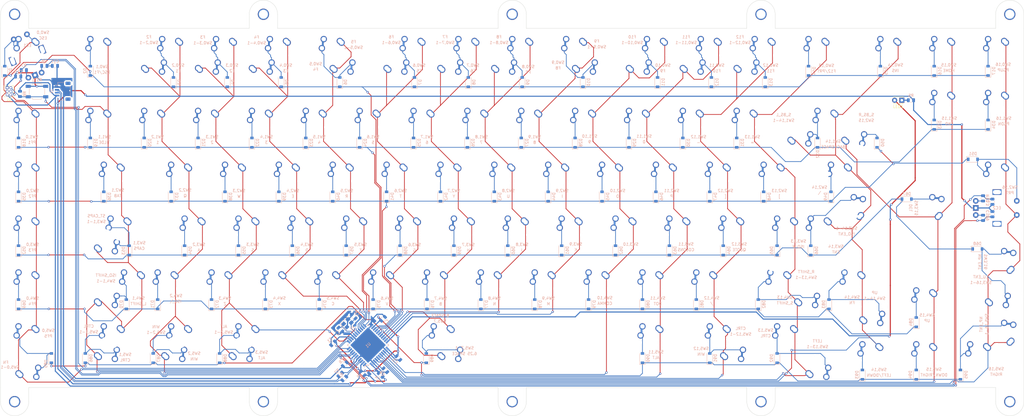
<source format=kicad_pcb>
(kicad_pcb (version 20171130) (host pcbnew "(5.1.0)-1")
  (layers (0 F.Cu signal) (31 B.Cu signal) (34 B.Paste user) (35 F.Paste user) (36 B.SilkS user) (37 F.SilkS user) (38 B.Mask user) (39 F.Mask user) (44 Edge.Cuts user))
  (net 0 "")
  (net 1 GND)
  (net 2 VCC)
  (net 3 "Net-(C6-Pad1)")
  (net 4 "Net-(C7-Pad1)")
  (net 5 "Net-(C8-Pad1)")
  (net 6 "Net-(C9-Pad1)")
  (net 7 "Net-(D1-Pad2)")
  (net 8 /r0)
  (net 9 "Net-(D2-Pad2)")
  (net 10 "Net-(D3-Pad2)")
  (net 11 "Net-(D4-Pad2)")
  (net 12 "Net-(D5-Pad2)")
  (net 13 "Net-(D6-Pad2)")
  (net 14 "Net-(D7-Pad2)")
  (net 15 "Net-(D8-Pad2)")
  (net 16 "Net-(D9-Pad2)")
  (net 17 "Net-(D10-Pad2)")
  (net 18 "Net-(D11-Pad2)")
  (net 19 "Net-(D12-Pad2)")
  (net 20 "Net-(D13-Pad2)")
  (net 21 "Net-(D14-Pad2)")
  (net 22 "Net-(D15-Pad2)")
  (net 23 "Net-(D16-Pad2)")
  (net 24 "Net-(D17-Pad2)")
  (net 25 /r1)
  (net 26 "Net-(D18-Pad2)")
  (net 27 "Net-(D19-Pad2)")
  (net 28 "Net-(D20-Pad2)")
  (net 29 "Net-(D21-Pad2)")
  (net 30 "Net-(D22-Pad2)")
  (net 31 "Net-(D23-Pad2)")
  (net 32 "Net-(D24-Pad2)")
  (net 33 "Net-(D25-Pad2)")
  (net 34 "Net-(D26-Pad2)")
  (net 35 "Net-(D27-Pad2)")
  (net 36 "Net-(D28-Pad2)")
  (net 37 "Net-(D29-Pad2)")
  (net 38 "Net-(D30-Pad2)")
  (net 39 "Net-(D31-Pad2)")
  (net 40 "Net-(D32-Pad2)")
  (net 41 "Net-(D33-Pad2)")
  (net 42 "Net-(D34-Pad2)")
  (net 43 "Net-(D35-Pad2)")
  (net 44 /r2)
  (net 45 "Net-(D36-Pad2)")
  (net 46 "Net-(D37-Pad2)")
  (net 47 "Net-(D38-Pad2)")
  (net 48 "Net-(D39-Pad2)")
  (net 49 "Net-(D40-Pad2)")
  (net 50 "Net-(D41-Pad2)")
  (net 51 "Net-(D42-Pad2)")
  (net 52 "Net-(D43-Pad2)")
  (net 53 "Net-(D44-Pad2)")
  (net 54 "Net-(D45-Pad2)")
  (net 55 "Net-(D46-Pad2)")
  (net 56 "Net-(D47-Pad2)")
  (net 57 "Net-(D48-Pad2)")
  (net 58 "Net-(D49-Pad2)")
  (net 59 "Net-(D50-Pad2)")
  (net 60 "Net-(D51-Pad2)")
  (net 61 /r3)
  (net 62 "Net-(D52-Pad2)")
  (net 63 "Net-(D53-Pad2)")
  (net 64 "Net-(D54-Pad2)")
  (net 65 "Net-(D55-Pad2)")
  (net 66 "Net-(D56-Pad2)")
  (net 67 "Net-(D57-Pad2)")
  (net 68 "Net-(D58-Pad2)")
  (net 69 "Net-(D59-Pad2)")
  (net 70 "Net-(D60-Pad2)")
  (net 71 "Net-(D61-Pad2)")
  (net 72 "Net-(D62-Pad2)")
  (net 73 "Net-(D63-Pad2)")
  (net 74 "Net-(D64-Pad2)")
  (net 75 "Net-(D65-Pad2)")
  (net 76 "Net-(D66-Pad2)")
  (net 77 "Net-(D67-Pad2)")
  (net 78 "Net-(D68-Pad2)")
  (net 79 "Net-(D69-Pad2)")
  (net 80 /r4)
  (net 81 "Net-(D70-Pad2)")
  (net 82 "Net-(D71-Pad2)")
  (net 83 "Net-(D72-Pad2)")
  (net 84 "Net-(D73-Pad2)")
  (net 85 "Net-(D74-Pad2)")
  (net 86 "Net-(D75-Pad2)")
  (net 87 "Net-(D76-Pad2)")
  (net 88 "Net-(D77-Pad2)")
  (net 89 "Net-(D78-Pad2)")
  (net 90 "Net-(D79-Pad2)")
  (net 91 "Net-(D80-Pad2)")
  (net 92 "Net-(D81-Pad2)")
  (net 93 "Net-(D82-Pad2)")
  (net 94 "Net-(D83-Pad2)")
  (net 95 "Net-(D84-Pad2)")
  (net 96 /r5)
  (net 97 "Net-(D85-Pad2)")
  (net 98 "Net-(D86-Pad2)")
  (net 99 "Net-(D87-Pad2)")
  (net 100 "Net-(D88-Pad2)")
  (net 101 "Net-(D89-Pad2)")
  (net 102 "Net-(D90-Pad2)")
  (net 103 "Net-(D91-Pad2)")
  (net 104 "Net-(D92-Pad2)")
  (net 105 "Net-(D93-Pad2)")
  (net 106 "Net-(D94-Pad2)")
  (net 107 "Net-(D95-Pad2)")
  (net 108 "Net-(EC1-PadA)")
  (net 109 "Net-(EC1-PadB)")
  (net 110 /c16)
  (net 111 "Net-(EC2-PadB)")
  (net 112 "Net-(EC2-PadA)")
  (net 113 /D-)
  (net 114 /D+)
  (net 115 /RES)
  (net 116 "Net-(LED1-Pad1)")
  (net 117 "Net-(LED1-Pad2)")
  (net 118 /rd-)
  (net 119 /rd+)
  (net 120 /c13)
  (net 121 /c8)
  (net 122 /c2)
  (net 123 /c3)
  (net 124 /c14)
  (net 125 /c9)
  (net 126 /c10)
  (net 127 /c4)
  (net 128 /c11)
  (net 129 /c7)
  (net 130 /c5)
  (net 131 /c6)
  (net 132 /c12)
  (net 133 /enc-)
  (net 134 /c15)
  (net 135 /enc+)
  (net 136 /c0)
  (net 137 /c1)
  (module keyboard_parts:HOLE_M3 (layer F.Cu) (at 5 -5)
    (fp_text reference HOLE_M3 hide)
    (fp_text value VAL** hide)
    (pad 1 thru_hole circle (at 0 0) (size 4 4) (drill 3.2) (layers *.Cu B.Mask))
  )
  (module keyboard_parts:HOLE_M3 (layer F.Cu) (at 356.95 132)
    (fp_text reference HOLE_M3 hide)
    (fp_text value VAL** hide)
    (pad 1 thru_hole circle (at 0 0) (size 4 4) (drill 3.2) (layers *.Cu B.Mask))
  )
  (module keyboard_parts:HOLE_M3 (layer F.Cu) (at 5 132)
    (fp_text reference HOLE_M3 hide)
    (fp_text value VAL** hide)
    (pad 1 thru_hole circle (at 0 0) (size 4 4) (drill 3.2) (layers *.Cu B.Mask))
  )
  (module keyboard_parts:HOLE_M3 (layer F.Cu) (at 180.975 132)
    (fp_text reference HOLE_M3 hide)
    (fp_text value VAL** hide)
    (pad 1 thru_hole circle (at 0 0) (size 4 4) (drill 3.2) (layers *.Cu B.Mask))
  )
  (module keyboard_parts:HOLE_M3 (layer F.Cu) (at 92.9875 132)
    (fp_text reference HOLE_M3 hide)
    (fp_text value VAL** hide)
    (pad 1 thru_hole circle (at 0 0) (size 4 4) (drill 3.2) (layers *.Cu B.Mask))
  )
  (module keyboard_parts:HOLE_M3 (layer F.Cu) (at 268.9625 132)
    (fp_text reference HOLE_M3 hide)
    (fp_text value VAL** hide)
    (pad 1 thru_hole circle (at 0 0) (size 4 4) (drill 3.2) (layers *.Cu B.Mask))
  )
  (module keyboard_parts:HOLE_M3 (layer F.Cu) (at 356.95 -5)
    (fp_text reference HOLE_M3 hide)
    (fp_text value VAL** hide)
    (pad 1 thru_hole circle (at 0 0) (size 4 4) (drill 3.2) (layers *.Cu B.Mask))
  )
  (module keyboard_parts:HOLE_M3 (layer F.Cu) (at 268.9625 -5)
    (fp_text reference HOLE_M3 hide)
    (fp_text value VAL** hide)
    (pad 1 thru_hole circle (at 0 0) (size 4 4) (drill 3.2) (layers *.Cu B.Mask))
  )
  (module keyboard_parts:HOLE_M3 (layer F.Cu) (at 180.975 -5)
    (fp_text reference HOLE_M3 hide)
    (fp_text value VAL** hide)
    (pad 1 thru_hole circle (at 0 0) (size 4 4) (drill 3.2) (layers *.Cu B.Mask))
  )
  (module keyboard_parts:HOLE_M3 (layer F.Cu) (at 92.9875 -5)
    (fp_text reference HOLE_M3 hide)
    (fp_text value VAL** hide)
    (pad 1 thru_hole circle (at 0 0) (size 4 4) (drill 3.2) (layers *.Cu B.Mask))
  )
  (module keebs:LED_D1.8mm_W3.3mm_H2.4mm_CENTERED (layer F.Cu) (at 317.5 25.4 180)
    (fp_text reference LED1 (at 0 -2.26 180) (layer F.SilkS))
    (fp_text value "3V 5mA")
    (pad 2 thru_hole circle (at 1.27 0 180) (size 1.8 1.8) (drill 0.9) (layers *.Cu B.Mask) (net 117 "Net-(LED1-Pad2)"))
    (pad 1 thru_hole rect (at -1.27 0 180) (size 1.8 1.8) (drill 0.9) (layers *.Cu B.Mask) (net 116 "Net-(LED1-Pad1)"))
  )
  (module Capacitor_SMD:C_0805_2012Metric (layer B.Cu) (at 117.6 111.4 225)
    (fp_text reference C1 (at 0 1.65 225) (layer B.SilkS) (effects (justify mirror)))
    (fp_text value 0.1u)
    (pad 2 smd roundrect (at 0.9375 0 225) (size 0.975 1.4) (layers B.Cu B.Paste B.Mask) (net 1 GND))
    (pad 1 smd roundrect (at -0.9375 0 225) (size 0.975 1.4) (layers B.Cu B.Paste B.Mask) (net 2 VCC))
  )
  (module Button_Switch_SMD:SW_SPST_SKQG_WithStem (layer B.Cu) (at 12.9 22.325 180)
    (fp_text reference RST1 (at 0 4.125 180) (layer B.SilkS) (effects (justify mirror)))
    (fp_text value SW_PUSH)
    (pad 2 smd rect (at 3.1 -1.85 180) (size 1.8 1.1) (layers B.Cu B.Paste B.Mask) (net 115 /RES))
    (pad 2 smd rect (at -3.1 -1.85 180) (size 1.8 1.1) (layers B.Cu B.Paste B.Mask) (net 115 /RES))
    (pad 1 smd rect (at 3.1 1.85 180) (size 1.8 1.1) (layers B.Cu B.Paste B.Mask) (net 1 GND))
    (pad 1 smd rect (at -3.1 1.85 180) (size 1.8 1.1) (layers B.Cu B.Paste B.Mask) (net 1 GND))
  )
  (module Package_QFP:TQFP-44_10x10mm_P0.8mm (layer B.Cu) (at 130 112 45)
    (fp_text reference U1 (at 0 0 45) (layer B.SilkS) (effects (justify mirror)))
    (fp_text value ATMEGA32U4)
    (pad 44 smd rect (at -4 5.7 315) (size 1.5 0.55) (layers B.Cu B.Paste B.Mask) (net 2 VCC))
    (pad 43 smd rect (at -3.2 5.7 315) (size 1.5 0.55) (layers B.Cu B.Paste B.Mask) (net 1 GND))
    (pad 42 smd rect (at -2.4 5.7 315) (size 1.5 0.55) (layers B.Cu B.Paste B.Mask) (net 6 "Net-(C9-Pad1)"))
    (pad 41 smd rect (at -1.6 5.7 315) (size 1.5 0.55) (layers B.Cu B.Paste B.Mask) (net 134 /c15))
    (pad 40 smd rect (at -0.8 5.7 315) (size 1.5 0.55) (layers B.Cu B.Paste B.Mask) (net 124 /c14))
    (pad 39 smd rect (at 0 5.7 315) (size 1.5 0.55) (layers B.Cu B.Paste B.Mask) (net 120 /c13))
    (pad 38 smd rect (at 0.8 5.7 315) (size 1.5 0.55) (layers B.Cu B.Paste B.Mask) (net 132 /c12))
    (pad 37 smd rect (at 1.6 5.7 315) (size 1.5 0.55) (layers B.Cu B.Paste B.Mask) (net 128 /c11))
    (pad 36 smd rect (at 2.4 5.7 315) (size 1.5 0.55) (layers B.Cu B.Paste B.Mask) (net 126 /c10))
    (pad 35 smd rect (at 3.2 5.7 315) (size 1.5 0.55) (layers B.Cu B.Paste B.Mask) (net 1 GND))
    (pad 34 smd rect (at 4 5.7 315) (size 1.5 0.55) (layers B.Cu B.Paste B.Mask) (net 2 VCC))
    (pad 33 smd rect (at 5.7 4 45) (size 1.5 0.55) (layers B.Cu B.Paste B.Mask) (net 117 "Net-(LED1-Pad2)"))
    (pad 32 smd rect (at 5.7 3.2 45) (size 1.5 0.55) (layers B.Cu B.Paste B.Mask) (net 125 /c9))
    (pad 31 smd rect (at 5.7 2.4 45) (size 1.5 0.55) (layers B.Cu B.Paste B.Mask) (net 121 /c8))
    (pad 30 smd rect (at 5.7 1.6 45) (size 1.5 0.55) (layers B.Cu B.Paste B.Mask) (net 129 /c7))
    (pad 29 smd rect (at 5.7 0.8 45) (size 1.5 0.55) (layers B.Cu B.Paste B.Mask) (net 131 /c6))
    (pad 28 smd rect (at 5.7 0 45) (size 1.5 0.55) (layers B.Cu B.Paste B.Mask) (net 96 /r5))
    (pad 27 smd rect (at 5.7 -0.8 45) (size 1.5 0.55) (layers B.Cu B.Paste B.Mask) (net 80 /r4))
    (pad 26 smd rect (at 5.7 -1.6 45) (size 1.5 0.55) (layers B.Cu B.Paste B.Mask) (net 61 /r3))
    (pad 25 smd rect (at 5.7 -2.4 45) (size 1.5 0.55) (layers B.Cu B.Paste B.Mask) (net 44 /r2))
    (pad 24 smd rect (at 5.7 -3.2 45) (size 1.5 0.55) (layers B.Cu B.Paste B.Mask) (net 2 VCC))
    (pad 23 smd rect (at 5.7 -4 45) (size 1.5 0.55) (layers B.Cu B.Paste B.Mask) (net 1 GND))
    (pad 22 smd rect (at 4 -5.7 315) (size 1.5 0.55) (layers B.Cu B.Paste B.Mask) (net 8 /r0))
    (pad 21 smd rect (at 3.2 -5.7 315) (size 1.5 0.55) (layers B.Cu B.Paste B.Mask) (net 25 /r1))
    (pad 20 smd rect (at 2.4 -5.7 315) (size 1.5 0.55) (layers B.Cu B.Paste B.Mask) (net 130 /c5))
    (pad 19 smd rect (at 1.6 -5.7 315) (size 1.5 0.55) (layers B.Cu B.Paste B.Mask) (net 127 /c4))
    (pad 18 smd rect (at 0.8 -5.7 315) (size 1.5 0.55) (layers B.Cu B.Paste B.Mask) (net 123 /c3))
    (pad 17 smd rect (at 0 -5.7 315) (size 1.5 0.55) (layers B.Cu B.Paste B.Mask) (net 5 "Net-(C8-Pad1)"))
    (pad 16 smd rect (at -0.8 -5.7 315) (size 1.5 0.55) (layers B.Cu B.Paste B.Mask) (net 4 "Net-(C7-Pad1)"))
    (pad 15 smd rect (at -1.6 -5.7 315) (size 1.5 0.55) (layers B.Cu B.Paste B.Mask) (net 1 GND))
    (pad 14 smd rect (at -2.4 -5.7 315) (size 1.5 0.55) (layers B.Cu B.Paste B.Mask) (net 2 VCC))
    (pad 13 smd rect (at -3.2 -5.7 315) (size 1.5 0.55) (layers B.Cu B.Paste B.Mask) (net 115 /RES))
    (pad 12 smd rect (at -4 -5.7 315) (size 1.5 0.55) (layers B.Cu B.Paste B.Mask) (net 136 /c0))
    (pad 11 smd rect (at -5.7 -4 45) (size 1.5 0.55) (layers B.Cu B.Paste B.Mask) (net 137 /c1))
    (pad 10 smd rect (at -5.7 -3.2 45) (size 1.5 0.55) (layers B.Cu B.Paste B.Mask) (net 122 /c2))
    (pad 9 smd rect (at -5.7 -2.4 45) (size 1.5 0.55) (layers B.Cu B.Paste B.Mask) (net 135 /enc+))
    (pad 8 smd rect (at -5.7 -1.6 45) (size 1.5 0.55) (layers B.Cu B.Paste B.Mask) (net 133 /enc-))
    (pad 7 smd rect (at -5.7 -0.8 45) (size 1.5 0.55) (layers B.Cu B.Paste B.Mask) (net 2 VCC))
    (pad 6 smd rect (at -5.7 0 45) (size 1.5 0.55) (layers B.Cu B.Paste B.Mask) (net 3 "Net-(C6-Pad1)"))
    (pad 5 smd rect (at -5.7 0.8 45) (size 1.5 0.55) (layers B.Cu B.Paste B.Mask) (net 1 GND))
    (pad 4 smd rect (at -5.7 1.6 45) (size 1.5 0.55) (layers B.Cu B.Paste B.Mask) (net 119 /rd+))
    (pad 3 smd rect (at -5.7 2.4 45) (size 1.5 0.55) (layers B.Cu B.Paste B.Mask) (net 118 /rd-))
    (pad 2 smd rect (at -5.7 3.2 45) (size 1.5 0.55) (layers B.Cu B.Paste B.Mask) (net 2 VCC))
    (pad 1 smd rect (at -5.7 4 45) (size 1.5 0.55) (layers B.Cu B.Paste B.Mask) (net 110 /c16))
  )
  (module keebs:PinHeader_2x03_P1.27mm_Vertical_center (layer F.Cu) (at 3 22.225 180)
    (fp_text reference J2 (at 0 -2.965 180) (layer F.SilkS))
    (fp_text value Conn_02x03_Odd_Even)
    (pad 1 thru_hole circle (at -0.635 -1.27 180) (size 1 1) (drill 0.65) (layers *.Cu B.Mask) (net 137 /c1))
    (pad 2 thru_hole oval (at 0.635 -1.27 180) (size 1 1) (drill 0.65) (layers *.Cu B.Mask) (net 2 VCC))
    (pad 3 thru_hole oval (at -0.635 0 180) (size 1 1) (drill 0.65) (layers *.Cu B.Mask) (net 135 /enc+))
    (pad 4 thru_hole oval (at 0.635 0 180) (size 1 1) (drill 0.65) (layers *.Cu B.Mask) (net 136 /c0))
    (pad 5 thru_hole oval (at -0.635 1.27 180) (size 1 1) (drill 0.65) (layers *.Cu B.Mask) (net 115 /RES))
    (pad 6 thru_hole rect (at 0.635 1.27 180) (size 1 1) (drill 0.65) (layers *.Cu B.Mask) (net 1 GND))
  )
  (module keebs:EC11E (layer F.Cu) (at 352.425 63.5)
    (fp_text reference EC2 (at 0 0) (layer B.SilkS) (effects (justify mirror)))
    (fp_text value EC11E)
    (pad A thru_hole circle (at -7.5 -2.5) (size 2 2) (drill 1) (layers *.Cu B.Mask) (net 112 "Net-(EC2-PadA)"))
    (pad C thru_hole rect (at -7.5 0) (size 2 2) (drill 1) (layers *.Cu B.Mask) (net 1 GND))
    (pad B thru_hole circle (at -7.5 2.5) (size 2 2) (drill 1) (layers *.Cu B.Mask) (net 111 "Net-(EC2-PadB)"))
    (pad MP thru_hole rect (at 0 -5.6) (size 3.2 2) (drill oval 2.8 1.5) (layers *.Cu B.Mask))
    (pad MP thru_hole rect (at 0 5.6) (size 3.2 2) (drill oval 2.8 1.5) (layers *.Cu B.Mask))
    (pad S2 thru_hole circle (at 7 -2.5) (size 2 2) (drill 1) (layers *.Cu B.Mask) (net 60 "Net-(D51-Pad2)"))
    (pad S1 thru_hole circle (at 7 2.5) (size 2 2) (drill 1) (layers *.Cu B.Mask) (net 110 /c16))
  )
  (module keebs:EC11E (layer F.Cu) (at 9.525 9.525 111)
    (fp_text reference EC1 (at 3.290871 1.263247 180) (layer B.SilkS) (effects (justify mirror)))
    (fp_text value EC11E)
    (pad A thru_hole circle (at -7.5 -2.5 111) (size 2 2) (drill 1) (layers *.Cu B.Mask) (net 108 "Net-(EC1-PadA)"))
    (pad C thru_hole rect (at -7.5 0 111) (size 2 2) (drill 1) (layers *.Cu B.Mask) (net 1 GND))
    (pad B thru_hole circle (at -7.5 2.5 111) (size 2 2) (drill 1) (layers *.Cu B.Mask) (net 109 "Net-(EC1-PadB)"))
    (pad MP thru_hole rect (at 0 -5.6 111) (size 3.2 2) (drill oval 2.8 1.5) (layers *.Cu B.Mask))
    (pad MP thru_hole rect (at 0 5.6 111) (size 3.2 2) (drill oval 2.8 1.5) (layers *.Cu B.Mask))
    (pad S2 thru_hole circle (at 7 -2.5 111) (size 2 2) (drill 1) (layers *.Cu B.Mask) (net 7 "Net-(D1-Pad2)"))
    (pad S1 thru_hole circle (at 7 2.5 111) (size 2 2) (drill 1) (layers *.Cu B.Mask) (net 136 /c0))
  )
  (module MX_SMK_2:MX_SMK_100 (layer F.Cu) (at 96.8375 92.075)
    (fp_text reference SW4,4 (at 1.8 3.3) (layer B.SilkS) (effects (justify mirror)))
    (fp_text value X (at 1.8 5.3) (layer B.SilkS) (effects (justify mirror)))
    (pad "" np_thru_hole circle (at 5.08 0 48) (size 1.7 1.7) (drill 1.7) (layers *.Cu *.Mask))
    (pad "" np_thru_hole circle (at -5.08 0 48) (size 1.7 1.7) (drill 1.7) (layers *.Cu *.Mask))
    (pad "" np_thru_hole circle (at -4.5 0) (size 1.375 1.375) (drill 1.375) (layers *.Cu *.Mask))
    (pad "" np_thru_hole circle (at 4.5 0) (size 1.375 1.375) (drill 1.375) (layers *.Cu *.Mask))
    (pad 1 thru_hole circle (at -3.81 -2.54) (size 2.25 2.25) (drill 1.5) (layers *.Cu B.Mask) (net 84 "Net-(D73-Pad2)"))
    (pad 1 thru_hole circle (at -3.15 -5.75) (size 2.25 2.25) (drill 1.5) (layers *.Cu B.Mask) (net 84 "Net-(D73-Pad2)"))
    (pad 2 thru_hole circle (at 2.54 -5.08) (size 2.25 2.25) (drill 1.5) (layers *.Cu B.Mask) (net 127 /c4))
    (pad 2 thru_hole circle (at 3.15 -4.5) (size 2.25 2.25) (drill 1.5) (layers *.Cu B.Mask) (net 127 /c4))
    (pad "" np_thru_hole circle (at 0 0) (size 3.9878 3.9878) (drill 3.9878) (layers *.Cu *.Mask))
    (pad 1 smd roundrect (at -3.48 -4.145) (size 0.66 5.317) (layers B.Cu) (roundrect_rratio 0.5) (net 84 "Net-(D73-Pad2)"))
  )
  (module MX_SMK_2:MX_SMK_100 (layer F.Cu) (at 60.325 9.525)
    (fp_text reference SW0,2 (at 2.5 3.5) (layer B.SilkS) (effects (justify mirror)))
    (fp_text value F1 (at 2.5 5.5) (layer B.SilkS) (effects (justify mirror)))
    (pad "" np_thru_hole circle (at 5.08 0 48) (size 1.7 1.7) (drill 1.7) (layers *.Cu *.Mask))
    (pad "" np_thru_hole circle (at -5.08 0 48) (size 1.7 1.7) (drill 1.7) (layers *.Cu *.Mask))
    (pad "" np_thru_hole circle (at -4.5 0) (size 1.375 1.375) (drill 1.375) (layers *.Cu *.Mask))
    (pad "" np_thru_hole circle (at 4.5 0) (size 1.375 1.375) (drill 1.375) (layers *.Cu *.Mask))
    (pad 1 thru_hole circle (at -3.81 -2.54) (size 2.25 2.25) (drill 1.5) (layers *.Cu B.Mask) (net 10 "Net-(D3-Pad2)"))
    (pad 1 thru_hole circle (at -3.15 -5.75) (size 2.25 2.25) (drill 1.5) (layers *.Cu B.Mask) (net 10 "Net-(D3-Pad2)"))
    (pad 2 thru_hole circle (at 2.54 -5.08) (size 2.25 2.25) (drill 1.5) (layers *.Cu B.Mask) (net 122 /c2))
    (pad 2 thru_hole circle (at 3.15 -4.5) (size 2.25 2.25) (drill 1.5) (layers *.Cu B.Mask) (net 122 /c2))
    (pad "" np_thru_hole circle (at 0 0) (size 3.9878 3.9878) (drill 3.9878) (layers *.Cu *.Mask))
    (pad 1 smd roundrect (at -3.48 -4.145) (size 0.66 5.317) (layers B.Cu) (roundrect_rratio 0.5) (net 10 "Net-(D3-Pad2)"))
  )
  (module MX_SMK_2:MX_SMK_100 (layer F.Cu) (at 34.925 9.525)
    (fp_text reference SW0,1 (at 1 4) (layer B.SilkS) (effects (justify mirror)))
    (fp_text value ESC/F1 (at 1 6) (layer B.SilkS) (effects (justify mirror)))
    (pad "" np_thru_hole circle (at 5.08 0 48) (size 1.7 1.7) (drill 1.7) (layers *.Cu *.Mask))
    (pad "" np_thru_hole circle (at -5.08 0 48) (size 1.7 1.7) (drill 1.7) (layers *.Cu *.Mask))
    (pad "" np_thru_hole circle (at -4.5 0) (size 1.375 1.375) (drill 1.375) (layers *.Cu *.Mask))
    (pad "" np_thru_hole circle (at 4.5 0) (size 1.375 1.375) (drill 1.375) (layers *.Cu *.Mask))
    (pad 1 thru_hole circle (at -3.81 -2.54) (size 2.25 2.25) (drill 1.5) (layers *.Cu B.Mask) (net 9 "Net-(D2-Pad2)"))
    (pad 1 thru_hole circle (at -3.15 -5.75) (size 2.25 2.25) (drill 1.5) (layers *.Cu B.Mask) (net 9 "Net-(D2-Pad2)"))
    (pad 2 thru_hole circle (at 2.54 -5.08) (size 2.25 2.25) (drill 1.5) (layers *.Cu B.Mask) (net 137 /c1))
    (pad 2 thru_hole circle (at 3.15 -4.5) (size 2.25 2.25) (drill 1.5) (layers *.Cu B.Mask) (net 137 /c1))
    (pad "" np_thru_hole circle (at 0 0) (size 3.9878 3.9878) (drill 3.9878) (layers *.Cu *.Mask))
    (pad 1 smd roundrect (at -3.48 -4.145) (size 0.66 5.317) (layers B.Cu) (roundrect_rratio 0.5) (net 9 "Net-(D2-Pad2)"))
  )
  (module MX_SMK_2:MX_SMK_100 (layer F.Cu) (at 288.925 9.525)
    (fp_text reference SW0,13 (at 3.2 3.6) (layer B.SilkS) (effects (justify mirror)))
    (fp_text value F12/PRT (at 3.2 5.6) (layer B.SilkS) (effects (justify mirror)))
    (pad "" np_thru_hole circle (at 5.08 0 48) (size 1.7 1.7) (drill 1.7) (layers *.Cu *.Mask))
    (pad "" np_thru_hole circle (at -5.08 0 48) (size 1.7 1.7) (drill 1.7) (layers *.Cu *.Mask))
    (pad "" np_thru_hole circle (at -4.5 0) (size 1.375 1.375) (drill 1.375) (layers *.Cu *.Mask))
    (pad "" np_thru_hole circle (at 4.5 0) (size 1.375 1.375) (drill 1.375) (layers *.Cu *.Mask))
    (pad 1 thru_hole circle (at -3.81 -2.54) (size 2.25 2.25) (drill 1.5) (layers *.Cu B.Mask) (net 21 "Net-(D14-Pad2)"))
    (pad 1 thru_hole circle (at -3.15 -5.75) (size 2.25 2.25) (drill 1.5) (layers *.Cu B.Mask) (net 21 "Net-(D14-Pad2)"))
    (pad 2 thru_hole circle (at 2.54 -5.08) (size 2.25 2.25) (drill 1.5) (layers *.Cu B.Mask) (net 120 /c13))
    (pad 2 thru_hole circle (at 3.15 -4.5) (size 2.25 2.25) (drill 1.5) (layers *.Cu B.Mask) (net 120 /c13))
    (pad "" np_thru_hole circle (at 0 0) (size 3.9878 3.9878) (drill 3.9878) (layers *.Cu *.Mask))
    (pad 1 smd roundrect (at -3.48 -4.145) (size 0.66 5.317) (layers B.Cu) (roundrect_rratio 0.5) (net 21 "Net-(D14-Pad2)"))
  )
  (module MX_SMK_2:MX_SMK_100 (layer F.Cu) (at 184.15 9.525)
    (fp_text reference SW0,8 (at 2.5 4) (layer B.SilkS) (effects (justify mirror)))
    (fp_text value F7 (at 2.5 6) (layer B.SilkS) (effects (justify mirror)))
    (pad "" np_thru_hole circle (at 5.08 0 48) (size 1.7 1.7) (drill 1.7) (layers *.Cu *.Mask))
    (pad "" np_thru_hole circle (at -5.08 0 48) (size 1.7 1.7) (drill 1.7) (layers *.Cu *.Mask))
    (pad "" np_thru_hole circle (at -4.5 0) (size 1.375 1.375) (drill 1.375) (layers *.Cu *.Mask))
    (pad "" np_thru_hole circle (at 4.5 0) (size 1.375 1.375) (drill 1.375) (layers *.Cu *.Mask))
    (pad 1 thru_hole circle (at -3.81 -2.54) (size 2.25 2.25) (drill 1.5) (layers *.Cu B.Mask) (net 16 "Net-(D9-Pad2)"))
    (pad 1 thru_hole circle (at -3.15 -5.75) (size 2.25 2.25) (drill 1.5) (layers *.Cu B.Mask) (net 16 "Net-(D9-Pad2)"))
    (pad 2 thru_hole circle (at 2.54 -5.08) (size 2.25 2.25) (drill 1.5) (layers *.Cu B.Mask) (net 121 /c8))
    (pad 2 thru_hole circle (at 3.15 -4.5) (size 2.25 2.25) (drill 1.5) (layers *.Cu B.Mask) (net 121 /c8))
    (pad "" np_thru_hole circle (at 0 0) (size 3.9878 3.9878) (drill 3.9878) (layers *.Cu *.Mask))
    (pad 1 smd roundrect (at -3.48 -4.145) (size 0.66 5.317) (layers B.Cu) (roundrect_rratio 0.5) (net 16 "Net-(D9-Pad2)"))
  )
  (module MX_SMK_2:MX_SMK_100 (layer F.Cu) (at 79.375 9.525)
    (fp_text reference SW0,3 (at 2.5 3.5) (layer B.SilkS) (effects (justify mirror)))
    (fp_text value F2 (at 2.5 5.5) (layer B.SilkS) (effects (justify mirror)))
    (pad "" np_thru_hole circle (at 5.08 0 48) (size 1.7 1.7) (drill 1.7) (layers *.Cu *.Mask))
    (pad "" np_thru_hole circle (at -5.08 0 48) (size 1.7 1.7) (drill 1.7) (layers *.Cu *.Mask))
    (pad "" np_thru_hole circle (at -4.5 0) (size 1.375 1.375) (drill 1.375) (layers *.Cu *.Mask))
    (pad "" np_thru_hole circle (at 4.5 0) (size 1.375 1.375) (drill 1.375) (layers *.Cu *.Mask))
    (pad 1 thru_hole circle (at -3.81 -2.54) (size 2.25 2.25) (drill 1.5) (layers *.Cu B.Mask) (net 11 "Net-(D4-Pad2)"))
    (pad 1 thru_hole circle (at -3.15 -5.75) (size 2.25 2.25) (drill 1.5) (layers *.Cu B.Mask) (net 11 "Net-(D4-Pad2)"))
    (pad 2 thru_hole circle (at 2.54 -5.08) (size 2.25 2.25) (drill 1.5) (layers *.Cu B.Mask) (net 123 /c3))
    (pad 2 thru_hole circle (at 3.15 -4.5) (size 2.25 2.25) (drill 1.5) (layers *.Cu B.Mask) (net 123 /c3))
    (pad "" np_thru_hole circle (at 0 0) (size 3.9878 3.9878) (drill 3.9878) (layers *.Cu *.Mask))
    (pad 1 smd roundrect (at -3.48 -4.145) (size 0.66 5.317) (layers B.Cu) (roundrect_rratio 0.5) (net 11 "Net-(D4-Pad2)"))
  )
  (module MX_SMK_2:MX_SMK_100 (layer F.Cu) (at 314.325 9.525)
    (fp_text reference SW0,14 (at 2.2 3.4) (layer B.SilkS) (effects (justify mirror)))
    (fp_text value INS (at 2.2 5.4) (layer B.SilkS) (effects (justify mirror)))
    (pad "" np_thru_hole circle (at 5.08 0 48) (size 1.7 1.7) (drill 1.7) (layers *.Cu *.Mask))
    (pad "" np_thru_hole circle (at -5.08 0 48) (size 1.7 1.7) (drill 1.7) (layers *.Cu *.Mask))
    (pad "" np_thru_hole circle (at -4.5 0) (size 1.375 1.375) (drill 1.375) (layers *.Cu *.Mask))
    (pad "" np_thru_hole circle (at 4.5 0) (size 1.375 1.375) (drill 1.375) (layers *.Cu *.Mask))
    (pad 1 thru_hole circle (at -3.81 -2.54) (size 2.25 2.25) (drill 1.5) (layers *.Cu B.Mask) (net 22 "Net-(D15-Pad2)"))
    (pad 1 thru_hole circle (at -3.15 -5.75) (size 2.25 2.25) (drill 1.5) (layers *.Cu B.Mask) (net 22 "Net-(D15-Pad2)"))
    (pad 2 thru_hole circle (at 2.54 -5.08) (size 2.25 2.25) (drill 1.5) (layers *.Cu B.Mask) (net 124 /c14))
    (pad 2 thru_hole circle (at 3.15 -4.5) (size 2.25 2.25) (drill 1.5) (layers *.Cu B.Mask) (net 124 /c14))
    (pad "" np_thru_hole circle (at 0 0) (size 3.9878 3.9878) (drill 3.9878) (layers *.Cu *.Mask))
    (pad 1 smd roundrect (at -3.48 -4.145) (size 0.66 5.317) (layers B.Cu) (roundrect_rratio 0.5) (net 22 "Net-(D15-Pad2)"))
  )
  (module MX_SMK_2:MX_SMK_100 (layer F.Cu) (at 203.2 9.525)
    (fp_text reference SW0,9 (at -6 2.5) (layer B.SilkS) (effects (justify mirror)))
    (fp_text value F8 (at -6 4.5) (layer B.SilkS) (effects (justify mirror)))
    (pad "" np_thru_hole circle (at 5.08 0 48) (size 1.7 1.7) (drill 1.7) (layers *.Cu *.Mask))
    (pad "" np_thru_hole circle (at -5.08 0 48) (size 1.7 1.7) (drill 1.7) (layers *.Cu *.Mask))
    (pad "" np_thru_hole circle (at -4.5 0) (size 1.375 1.375) (drill 1.375) (layers *.Cu *.Mask))
    (pad "" np_thru_hole circle (at 4.5 0) (size 1.375 1.375) (drill 1.375) (layers *.Cu *.Mask))
    (pad 1 thru_hole circle (at -3.81 -2.54) (size 2.25 2.25) (drill 1.5) (layers *.Cu B.Mask) (net 17 "Net-(D10-Pad2)"))
    (pad 1 thru_hole circle (at -3.15 -5.75) (size 2.25 2.25) (drill 1.5) (layers *.Cu B.Mask) (net 17 "Net-(D10-Pad2)"))
    (pad 2 thru_hole circle (at 2.54 -5.08) (size 2.25 2.25) (drill 1.5) (layers *.Cu B.Mask) (net 125 /c9))
    (pad 2 thru_hole circle (at 3.15 -4.5) (size 2.25 2.25) (drill 1.5) (layers *.Cu B.Mask) (net 125 /c9))
    (pad "" np_thru_hole circle (at 0 0) (size 3.9878 3.9878) (drill 3.9878) (layers *.Cu *.Mask))
    (pad 1 smd roundrect (at -3.48 -4.145) (size 0.66 5.317) (layers B.Cu) (roundrect_rratio 0.5) (net 17 "Net-(D10-Pad2)"))
  )
  (module MX_SMK_2:MX_SMK_100 (layer F.Cu) (at 333.375 9.525)
    (fp_text reference SW0,15 (at 2 3.4) (layer B.SilkS) (effects (justify mirror)))
    (fp_text value HOME (at 2 5.4) (layer B.SilkS) (effects (justify mirror)))
    (pad "" np_thru_hole circle (at 5.08 0 48) (size 1.7 1.7) (drill 1.7) (layers *.Cu *.Mask))
    (pad "" np_thru_hole circle (at -5.08 0 48) (size 1.7 1.7) (drill 1.7) (layers *.Cu *.Mask))
    (pad "" np_thru_hole circle (at -4.5 0) (size 1.375 1.375) (drill 1.375) (layers *.Cu *.Mask))
    (pad "" np_thru_hole circle (at 4.5 0) (size 1.375 1.375) (drill 1.375) (layers *.Cu *.Mask))
    (pad 1 thru_hole circle (at -3.81 -2.54) (size 2.25 2.25) (drill 1.5) (layers *.Cu B.Mask) (net 23 "Net-(D16-Pad2)"))
    (pad 1 thru_hole circle (at -3.15 -5.75) (size 2.25 2.25) (drill 1.5) (layers *.Cu B.Mask) (net 23 "Net-(D16-Pad2)"))
    (pad 2 thru_hole circle (at 2.54 -5.08) (size 2.25 2.25) (drill 1.5) (layers *.Cu B.Mask) (net 134 /c15))
    (pad 2 thru_hole circle (at 3.15 -4.5) (size 2.25 2.25) (drill 1.5) (layers *.Cu B.Mask) (net 134 /c15))
    (pad "" np_thru_hole circle (at 0 0) (size 3.9878 3.9878) (drill 3.9878) (layers *.Cu *.Mask))
    (pad 1 smd roundrect (at -3.48 -4.145) (size 0.66 5.317) (layers B.Cu) (roundrect_rratio 0.5) (net 23 "Net-(D16-Pad2)"))
  )
  (module MX_SMK_2:MX_SMK_100 (layer F.Cu) (at 231.775 9.525)
    (fp_text reference SW0,10 (at 2.5 3.5) (layer B.SilkS) (effects (justify mirror)))
    (fp_text value F9 (at 2.5 5.5) (layer B.SilkS) (effects (justify mirror)))
    (pad "" np_thru_hole circle (at 5.08 0 48) (size 1.7 1.7) (drill 1.7) (layers *.Cu *.Mask))
    (pad "" np_thru_hole circle (at -5.08 0 48) (size 1.7 1.7) (drill 1.7) (layers *.Cu *.Mask))
    (pad "" np_thru_hole circle (at -4.5 0) (size 1.375 1.375) (drill 1.375) (layers *.Cu *.Mask))
    (pad "" np_thru_hole circle (at 4.5 0) (size 1.375 1.375) (drill 1.375) (layers *.Cu *.Mask))
    (pad 1 thru_hole circle (at -3.81 -2.54) (size 2.25 2.25) (drill 1.5) (layers *.Cu B.Mask) (net 18 "Net-(D11-Pad2)"))
    (pad 1 thru_hole circle (at -3.15 -5.75) (size 2.25 2.25) (drill 1.5) (layers *.Cu B.Mask) (net 18 "Net-(D11-Pad2)"))
    (pad 2 thru_hole circle (at 2.54 -5.08) (size 2.25 2.25) (drill 1.5) (layers *.Cu B.Mask) (net 126 /c10))
    (pad 2 thru_hole circle (at 3.15 -4.5) (size 2.25 2.25) (drill 1.5) (layers *.Cu B.Mask) (net 126 /c10))
    (pad "" np_thru_hole circle (at 0 0) (size 3.9878 3.9878) (drill 3.9878) (layers *.Cu *.Mask))
    (pad 1 smd roundrect (at -3.48 -4.145) (size 0.66 5.317) (layers B.Cu) (roundrect_rratio 0.5) (net 18 "Net-(D11-Pad2)"))
  )
  (module MX_SMK_2:MX_SMK_100 (layer F.Cu) (at 98.425 9.525)
    (fp_text reference SW0,4 (at 2.5 3.5) (layer B.SilkS) (effects (justify mirror)))
    (fp_text value F3 (at 2.5 5.5) (layer B.SilkS) (effects (justify mirror)))
    (pad "" np_thru_hole circle (at 5.08 0 48) (size 1.7 1.7) (drill 1.7) (layers *.Cu *.Mask))
    (pad "" np_thru_hole circle (at -5.08 0 48) (size 1.7 1.7) (drill 1.7) (layers *.Cu *.Mask))
    (pad "" np_thru_hole circle (at -4.5 0) (size 1.375 1.375) (drill 1.375) (layers *.Cu *.Mask))
    (pad "" np_thru_hole circle (at 4.5 0) (size 1.375 1.375) (drill 1.375) (layers *.Cu *.Mask))
    (pad 1 thru_hole circle (at -3.81 -2.54) (size 2.25 2.25) (drill 1.5) (layers *.Cu B.Mask) (net 12 "Net-(D5-Pad2)"))
    (pad 1 thru_hole circle (at -3.15 -5.75) (size 2.25 2.25) (drill 1.5) (layers *.Cu B.Mask) (net 12 "Net-(D5-Pad2)"))
    (pad 2 thru_hole circle (at 2.54 -5.08) (size 2.25 2.25) (drill 1.5) (layers *.Cu B.Mask) (net 127 /c4))
    (pad 2 thru_hole circle (at 3.15 -4.5) (size 2.25 2.25) (drill 1.5) (layers *.Cu B.Mask) (net 127 /c4))
    (pad "" np_thru_hole circle (at 0 0) (size 3.9878 3.9878) (drill 3.9878) (layers *.Cu *.Mask))
    (pad 1 smd roundrect (at -3.48 -4.145) (size 0.66 5.317) (layers B.Cu) (roundrect_rratio 0.5) (net 12 "Net-(D5-Pad2)"))
  )
  (module MX_SMK_2:MX_SMK_100 (layer F.Cu) (at 250.825 9.525)
    (fp_text reference SW0,11 (at 2.5 3.5) (layer B.SilkS) (effects (justify mirror)))
    (fp_text value F10 (at 2.5 5.5) (layer B.SilkS) (effects (justify mirror)))
    (pad "" np_thru_hole circle (at 5.08 0 48) (size 1.7 1.7) (drill 1.7) (layers *.Cu *.Mask))
    (pad "" np_thru_hole circle (at -5.08 0 48) (size 1.7 1.7) (drill 1.7) (layers *.Cu *.Mask))
    (pad "" np_thru_hole circle (at -4.5 0) (size 1.375 1.375) (drill 1.375) (layers *.Cu *.Mask))
    (pad "" np_thru_hole circle (at 4.5 0) (size 1.375 1.375) (drill 1.375) (layers *.Cu *.Mask))
    (pad 1 thru_hole circle (at -3.81 -2.54) (size 2.25 2.25) (drill 1.5) (layers *.Cu B.Mask) (net 19 "Net-(D12-Pad2)"))
    (pad 1 thru_hole circle (at -3.15 -5.75) (size 2.25 2.25) (drill 1.5) (layers *.Cu B.Mask) (net 19 "Net-(D12-Pad2)"))
    (pad 2 thru_hole circle (at 2.54 -5.08) (size 2.25 2.25) (drill 1.5) (layers *.Cu B.Mask) (net 128 /c11))
    (pad 2 thru_hole circle (at 3.15 -4.5) (size 2.25 2.25) (drill 1.5) (layers *.Cu B.Mask) (net 128 /c11))
    (pad "" np_thru_hole circle (at 0 0) (size 3.9878 3.9878) (drill 3.9878) (layers *.Cu *.Mask))
    (pad 1 smd roundrect (at -3.48 -4.145) (size 0.66 5.317) (layers B.Cu) (roundrect_rratio 0.5) (net 19 "Net-(D12-Pad2)"))
  )
  (module MX_SMK_2:MX_SMK_100 (layer F.Cu) (at 165.1 9.525)
    (fp_text reference SW0,7 (at 2 3.5) (layer B.SilkS) (effects (justify mirror)))
    (fp_text value F6 (at 2 5.5) (layer B.SilkS) (effects (justify mirror)))
    (pad "" np_thru_hole circle (at 5.08 0 48) (size 1.7 1.7) (drill 1.7) (layers *.Cu *.Mask))
    (pad "" np_thru_hole circle (at -5.08 0 48) (size 1.7 1.7) (drill 1.7) (layers *.Cu *.Mask))
    (pad "" np_thru_hole circle (at -4.5 0) (size 1.375 1.375) (drill 1.375) (layers *.Cu *.Mask))
    (pad "" np_thru_hole circle (at 4.5 0) (size 1.375 1.375) (drill 1.375) (layers *.Cu *.Mask))
    (pad 1 thru_hole circle (at -3.81 -2.54) (size 2.25 2.25) (drill 1.5) (layers *.Cu B.Mask) (net 15 "Net-(D8-Pad2)"))
    (pad 1 thru_hole circle (at -3.15 -5.75) (size 2.25 2.25) (drill 1.5) (layers *.Cu B.Mask) (net 15 "Net-(D8-Pad2)"))
    (pad 2 thru_hole circle (at 2.54 -5.08) (size 2.25 2.25) (drill 1.5) (layers *.Cu B.Mask) (net 129 /c7))
    (pad 2 thru_hole circle (at 3.15 -4.5) (size 2.25 2.25) (drill 1.5) (layers *.Cu B.Mask) (net 129 /c7))
    (pad "" np_thru_hole circle (at 0 0) (size 3.9878 3.9878) (drill 3.9878) (layers *.Cu *.Mask))
    (pad 1 smd roundrect (at -3.48 -4.145) (size 0.66 5.317) (layers B.Cu) (roundrect_rratio 0.5) (net 15 "Net-(D8-Pad2)"))
  )
  (module MX_SMK_2:MX_SMK_100 (layer F.Cu) (at 9.525 9.525)
    (fp_text reference SW0,0 (at 5.5 -8.1) (layer B.SilkS) (effects (justify mirror)))
    (fp_text value ESC (at 5.5 -6.1) (layer B.SilkS) (effects (justify mirror)))
    (pad "" np_thru_hole circle (at 5.08 0 48) (size 1.7 1.7) (drill 1.7) (layers *.Cu *.Mask))
    (pad "" np_thru_hole circle (at -5.08 0 48) (size 1.7 1.7) (drill 1.7) (layers *.Cu *.Mask))
    (pad "" np_thru_hole circle (at -4.5 0) (size 1.375 1.375) (drill 1.375) (layers *.Cu *.Mask))
    (pad "" np_thru_hole circle (at 4.5 0) (size 1.375 1.375) (drill 1.375) (layers *.Cu *.Mask))
    (pad 1 thru_hole circle (at -3.81 -2.54) (size 2.25 2.25) (drill 1.5) (layers *.Cu B.Mask) (net 7 "Net-(D1-Pad2)"))
    (pad 1 thru_hole circle (at -3.15 -5.75) (size 2.25 2.25) (drill 1.5) (layers *.Cu B.Mask) (net 7 "Net-(D1-Pad2)"))
    (pad 2 thru_hole circle (at 2.54 -5.08) (size 2.25 2.25) (drill 1.5) (layers *.Cu B.Mask) (net 136 /c0))
    (pad 2 thru_hole circle (at 3.15 -4.5) (size 2.25 2.25) (drill 1.5) (layers *.Cu B.Mask) (net 136 /c0))
    (pad "" np_thru_hole circle (at 0 0) (size 3.9878 3.9878) (drill 3.9878) (layers *.Cu *.Mask))
    (pad 1 smd roundrect (at -3.48 -4.145) (size 0.66 5.317) (layers B.Cu) (roundrect_rratio 0.5) (net 7 "Net-(D1-Pad2)"))
  )
  (module MX_SMK_2:MX_SMK_100 (layer F.Cu) (at 117.475 9.525)
    (fp_text reference SW0,5 (at -6 3) (layer B.SilkS) (effects (justify mirror)))
    (fp_text value F4 (at -6 5) (layer B.SilkS) (effects (justify mirror)))
    (pad "" np_thru_hole circle (at 5.08 0 48) (size 1.7 1.7) (drill 1.7) (layers *.Cu *.Mask))
    (pad "" np_thru_hole circle (at -5.08 0 48) (size 1.7 1.7) (drill 1.7) (layers *.Cu *.Mask))
    (pad "" np_thru_hole circle (at -4.5 0) (size 1.375 1.375) (drill 1.375) (layers *.Cu *.Mask))
    (pad "" np_thru_hole circle (at 4.5 0) (size 1.375 1.375) (drill 1.375) (layers *.Cu *.Mask))
    (pad 1 thru_hole circle (at -3.81 -2.54) (size 2.25 2.25) (drill 1.5) (layers *.Cu B.Mask) (net 13 "Net-(D6-Pad2)"))
    (pad 1 thru_hole circle (at -3.15 -5.75) (size 2.25 2.25) (drill 1.5) (layers *.Cu B.Mask) (net 13 "Net-(D6-Pad2)"))
    (pad 2 thru_hole circle (at 2.54 -5.08) (size 2.25 2.25) (drill 1.5) (layers *.Cu B.Mask) (net 130 /c5))
    (pad 2 thru_hole circle (at 3.15 -4.5) (size 2.25 2.25) (drill 1.5) (layers *.Cu B.Mask) (net 130 /c5))
    (pad "" np_thru_hole circle (at 0 0) (size 3.9878 3.9878) (drill 3.9878) (layers *.Cu *.Mask))
    (pad 1 smd roundrect (at -3.48 -4.145) (size 0.66 5.317) (layers B.Cu) (roundrect_rratio 0.5) (net 13 "Net-(D6-Pad2)"))
  )
  (module MX_SMK_2:MX_SMK_100 (layer F.Cu) (at 146.05 9.525)
    (fp_text reference SW0,6 (at 2 3.5) (layer B.SilkS) (effects (justify mirror)))
    (fp_text value F5 (at 2 5.5) (layer B.SilkS) (effects (justify mirror)))
    (pad "" np_thru_hole circle (at 5.08 0 48) (size 1.7 1.7) (drill 1.7) (layers *.Cu *.Mask))
    (pad "" np_thru_hole circle (at -5.08 0 48) (size 1.7 1.7) (drill 1.7) (layers *.Cu *.Mask))
    (pad "" np_thru_hole circle (at -4.5 0) (size 1.375 1.375) (drill 1.375) (layers *.Cu *.Mask))
    (pad "" np_thru_hole circle (at 4.5 0) (size 1.375 1.375) (drill 1.375) (layers *.Cu *.Mask))
    (pad 1 thru_hole circle (at -3.81 -2.54) (size 2.25 2.25) (drill 1.5) (layers *.Cu B.Mask) (net 14 "Net-(D7-Pad2)"))
    (pad 1 thru_hole circle (at -3.15 -5.75) (size 2.25 2.25) (drill 1.5) (layers *.Cu B.Mask) (net 14 "Net-(D7-Pad2)"))
    (pad 2 thru_hole circle (at 2.54 -5.08) (size 2.25 2.25) (drill 1.5) (layers *.Cu B.Mask) (net 131 /c6))
    (pad 2 thru_hole circle (at 3.15 -4.5) (size 2.25 2.25) (drill 1.5) (layers *.Cu B.Mask) (net 131 /c6))
    (pad "" np_thru_hole circle (at 0 0) (size 3.9878 3.9878) (drill 3.9878) (layers *.Cu *.Mask))
    (pad 1 smd roundrect (at -3.48 -4.145) (size 0.66 5.317) (layers B.Cu) (roundrect_rratio 0.5) (net 14 "Net-(D7-Pad2)"))
  )
  (module MX_SMK_2:MX_SMK_100 (layer F.Cu) (at 352.425 9.525)
    (fp_text reference SW0,16 (at 2.2 3.2) (layer B.SilkS) (effects (justify mirror)))
    (fp_text value PGUP (at 2.2 5.2) (layer B.SilkS) (effects (justify mirror)))
    (pad "" np_thru_hole circle (at 5.08 0 48) (size 1.7 1.7) (drill 1.7) (layers *.Cu *.Mask))
    (pad "" np_thru_hole circle (at -5.08 0 48) (size 1.7 1.7) (drill 1.7) (layers *.Cu *.Mask))
    (pad "" np_thru_hole circle (at -4.5 0) (size 1.375 1.375) (drill 1.375) (layers *.Cu *.Mask))
    (pad "" np_thru_hole circle (at 4.5 0) (size 1.375 1.375) (drill 1.375) (layers *.Cu *.Mask))
    (pad 1 thru_hole circle (at -3.81 -2.54) (size 2.25 2.25) (drill 1.5) (layers *.Cu B.Mask) (net 24 "Net-(D17-Pad2)"))
    (pad 1 thru_hole circle (at -3.15 -5.75) (size 2.25 2.25) (drill 1.5) (layers *.Cu B.Mask) (net 24 "Net-(D17-Pad2)"))
    (pad 2 thru_hole circle (at 2.54 -5.08) (size 2.25 2.25) (drill 1.5) (layers *.Cu B.Mask) (net 110 /c16))
    (pad 2 thru_hole circle (at 3.15 -4.5) (size 2.25 2.25) (drill 1.5) (layers *.Cu B.Mask) (net 110 /c16))
    (pad "" np_thru_hole circle (at 0 0) (size 3.9878 3.9878) (drill 3.9878) (layers *.Cu *.Mask))
    (pad 1 smd roundrect (at -3.48 -4.145) (size 0.66 5.317) (layers B.Cu) (roundrect_rratio 0.5) (net 24 "Net-(D17-Pad2)"))
  )
  (module MX_SMK_2:MX_SMK_100 (layer F.Cu) (at 269.875 9.525)
    (fp_text reference SW0,12 (at 2.5 3.5) (layer B.SilkS) (effects (justify mirror)))
    (fp_text value F11 (at 2.5 5.5) (layer B.SilkS) (effects (justify mirror)))
    (pad "" np_thru_hole circle (at 5.08 0 48) (size 1.7 1.7) (drill 1.7) (layers *.Cu *.Mask))
    (pad "" np_thru_hole circle (at -5.08 0 48) (size 1.7 1.7) (drill 1.7) (layers *.Cu *.Mask))
    (pad "" np_thru_hole circle (at -4.5 0) (size 1.375 1.375) (drill 1.375) (layers *.Cu *.Mask))
    (pad "" np_thru_hole circle (at 4.5 0) (size 1.375 1.375) (drill 1.375) (layers *.Cu *.Mask))
    (pad 1 thru_hole circle (at -3.81 -2.54) (size 2.25 2.25) (drill 1.5) (layers *.Cu B.Mask) (net 20 "Net-(D13-Pad2)"))
    (pad 1 thru_hole circle (at -3.15 -5.75) (size 2.25 2.25) (drill 1.5) (layers *.Cu B.Mask) (net 20 "Net-(D13-Pad2)"))
    (pad 2 thru_hole circle (at 2.54 -5.08) (size 2.25 2.25) (drill 1.5) (layers *.Cu B.Mask) (net 132 /c12))
    (pad 2 thru_hole circle (at 3.15 -4.5) (size 2.25 2.25) (drill 1.5) (layers *.Cu B.Mask) (net 132 /c12))
    (pad "" np_thru_hole circle (at 0 0) (size 3.9878 3.9878) (drill 3.9878) (layers *.Cu *.Mask))
    (pad 1 smd roundrect (at -3.48 -4.145) (size 0.66 5.317) (layers B.Cu) (roundrect_rratio 0.5) (net 20 "Net-(D13-Pad2)"))
  )
  (module MX_SMK_2:MX_SMK_100 (layer F.Cu) (at 187.325 34.925)
    (fp_text reference SW1,9 (at 1.6 3.4) (layer B.SilkS) (effects (justify mirror)))
    (fp_text value 8 (at 1.6 5.4) (layer B.SilkS) (effects (justify mirror)))
    (pad "" np_thru_hole circle (at 5.08 0 48) (size 1.7 1.7) (drill 1.7) (layers *.Cu *.Mask))
    (pad "" np_thru_hole circle (at -5.08 0 48) (size 1.7 1.7) (drill 1.7) (layers *.Cu *.Mask))
    (pad "" np_thru_hole circle (at -4.5 0) (size 1.375 1.375) (drill 1.375) (layers *.Cu *.Mask))
    (pad "" np_thru_hole circle (at 4.5 0) (size 1.375 1.375) (drill 1.375) (layers *.Cu *.Mask))
    (pad 1 thru_hole circle (at -3.81 -2.54) (size 2.25 2.25) (drill 1.5) (layers *.Cu B.Mask) (net 35 "Net-(D27-Pad2)"))
    (pad 1 thru_hole circle (at -3.15 -5.75) (size 2.25 2.25) (drill 1.5) (layers *.Cu B.Mask) (net 35 "Net-(D27-Pad2)"))
    (pad 2 thru_hole circle (at 2.54 -5.08) (size 2.25 2.25) (drill 1.5) (layers *.Cu B.Mask) (net 125 /c9))
    (pad 2 thru_hole circle (at 3.15 -4.5) (size 2.25 2.25) (drill 1.5) (layers *.Cu B.Mask) (net 125 /c9))
    (pad "" np_thru_hole circle (at 0 0) (size 3.9878 3.9878) (drill 3.9878) (layers *.Cu *.Mask))
    (pad 1 smd roundrect (at -3.48 -4.145) (size 0.66 5.317) (layers B.Cu) (roundrect_rratio 0.5) (net 35 "Net-(D27-Pad2)"))
  )
  (module MX_SMK_2:MX_SMK_100 (layer F.Cu) (at 130.175 34.925)
    (fp_text reference SW1,6 (at 1.6 3.4) (layer B.SilkS) (effects (justify mirror)))
    (fp_text value 5 (at 1.6 5.4) (layer B.SilkS) (effects (justify mirror)))
    (pad "" np_thru_hole circle (at 5.08 0 48) (size 1.7 1.7) (drill 1.7) (layers *.Cu *.Mask))
    (pad "" np_thru_hole circle (at -5.08 0 48) (size 1.7 1.7) (drill 1.7) (layers *.Cu *.Mask))
    (pad "" np_thru_hole circle (at -4.5 0) (size 1.375 1.375) (drill 1.375) (layers *.Cu *.Mask))
    (pad "" np_thru_hole circle (at 4.5 0) (size 1.375 1.375) (drill 1.375) (layers *.Cu *.Mask))
    (pad 1 thru_hole circle (at -3.81 -2.54) (size 2.25 2.25) (drill 1.5) (layers *.Cu B.Mask) (net 32 "Net-(D24-Pad2)"))
    (pad 1 thru_hole circle (at -3.15 -5.75) (size 2.25 2.25) (drill 1.5) (layers *.Cu B.Mask) (net 32 "Net-(D24-Pad2)"))
    (pad 2 thru_hole circle (at 2.54 -5.08) (size 2.25 2.25) (drill 1.5) (layers *.Cu B.Mask) (net 131 /c6))
    (pad 2 thru_hole circle (at 3.15 -4.5) (size 2.25 2.25) (drill 1.5) (layers *.Cu B.Mask) (net 131 /c6))
    (pad "" np_thru_hole circle (at 0 0) (size 3.9878 3.9878) (drill 3.9878) (layers *.Cu *.Mask))
    (pad 1 smd roundrect (at -3.48 -4.145) (size 0.66 5.317) (layers B.Cu) (roundrect_rratio 0.5) (net 32 "Net-(D24-Pad2)"))
  )
  (module MX_SMK_2:MX_SMK_100 (layer F.Cu) (at 149.225 34.925)
    (fp_text reference SW1,7 (at 1.6 3.4) (layer B.SilkS) (effects (justify mirror)))
    (fp_text value 6 (at 1.6 5.4) (layer B.SilkS) (effects (justify mirror)))
    (pad "" np_thru_hole circle (at 5.08 0 48) (size 1.7 1.7) (drill 1.7) (layers *.Cu *.Mask))
    (pad "" np_thru_hole circle (at -5.08 0 48) (size 1.7 1.7) (drill 1.7) (layers *.Cu *.Mask))
    (pad "" np_thru_hole circle (at -4.5 0) (size 1.375 1.375) (drill 1.375) (layers *.Cu *.Mask))
    (pad "" np_thru_hole circle (at 4.5 0) (size 1.375 1.375) (drill 1.375) (layers *.Cu *.Mask))
    (pad 1 thru_hole circle (at -3.81 -2.54) (size 2.25 2.25) (drill 1.5) (layers *.Cu B.Mask) (net 33 "Net-(D25-Pad2)"))
    (pad 1 thru_hole circle (at -3.15 -5.75) (size 2.25 2.25) (drill 1.5) (layers *.Cu B.Mask) (net 33 "Net-(D25-Pad2)"))
    (pad 2 thru_hole circle (at 2.54 -5.08) (size 2.25 2.25) (drill 1.5) (layers *.Cu B.Mask) (net 129 /c7))
    (pad 2 thru_hole circle (at 3.15 -4.5) (size 2.25 2.25) (drill 1.5) (layers *.Cu B.Mask) (net 129 /c7))
    (pad "" np_thru_hole circle (at 0 0) (size 3.9878 3.9878) (drill 3.9878) (layers *.Cu *.Mask))
    (pad 1 smd roundrect (at -3.48 -4.145) (size 0.66 5.317) (layers B.Cu) (roundrect_rratio 0.5) (net 33 "Net-(D25-Pad2)"))
  )
  (module MX_SMK_2:MX_SMK_100 (layer F.Cu) (at 53.975 34.925)
    (fp_text reference SW1,2 (at 1.6 3.4) (layer B.SilkS) (effects (justify mirror)))
    (fp_text value 1 (at 1.6 5.4) (layer B.SilkS) (effects (justify mirror)))
    (pad "" np_thru_hole circle (at 5.08 0 48) (size 1.7 1.7) (drill 1.7) (layers *.Cu *.Mask))
    (pad "" np_thru_hole circle (at -5.08 0 48) (size 1.7 1.7) (drill 1.7) (layers *.Cu *.Mask))
    (pad "" np_thru_hole circle (at -4.5 0) (size 1.375 1.375) (drill 1.375) (layers *.Cu *.Mask))
    (pad "" np_thru_hole circle (at 4.5 0) (size 1.375 1.375) (drill 1.375) (layers *.Cu *.Mask))
    (pad 1 thru_hole circle (at -3.81 -2.54) (size 2.25 2.25) (drill 1.5) (layers *.Cu B.Mask) (net 28 "Net-(D20-Pad2)"))
    (pad 1 thru_hole circle (at -3.15 -5.75) (size 2.25 2.25) (drill 1.5) (layers *.Cu B.Mask) (net 28 "Net-(D20-Pad2)"))
    (pad 2 thru_hole circle (at 2.54 -5.08) (size 2.25 2.25) (drill 1.5) (layers *.Cu B.Mask) (net 122 /c2))
    (pad 2 thru_hole circle (at 3.15 -4.5) (size 2.25 2.25) (drill 1.5) (layers *.Cu B.Mask) (net 122 /c2))
    (pad "" np_thru_hole circle (at 0 0) (size 3.9878 3.9878) (drill 3.9878) (layers *.Cu *.Mask))
    (pad 1 smd roundrect (at -3.48 -4.145) (size 0.66 5.317) (layers B.Cu) (roundrect_rratio 0.5) (net 28 "Net-(D20-Pad2)"))
  )
  (module MX_SMK_2:MX_SMK_100 (layer F.Cu) (at 168.275 34.925)
    (fp_text reference SW1,8 (at 1.8 3.4) (layer B.SilkS) (effects (justify mirror)))
    (fp_text value 7 (at 1.8 5.4) (layer B.SilkS) (effects (justify mirror)))
    (pad "" np_thru_hole circle (at 5.08 0 48) (size 1.7 1.7) (drill 1.7) (layers *.Cu *.Mask))
    (pad "" np_thru_hole circle (at -5.08 0 48) (size 1.7 1.7) (drill 1.7) (layers *.Cu *.Mask))
    (pad "" np_thru_hole circle (at -4.5 0) (size 1.375 1.375) (drill 1.375) (layers *.Cu *.Mask))
    (pad "" np_thru_hole circle (at 4.5 0) (size 1.375 1.375) (drill 1.375) (layers *.Cu *.Mask))
    (pad 1 thru_hole circle (at -3.81 -2.54) (size 2.25 2.25) (drill 1.5) (layers *.Cu B.Mask) (net 34 "Net-(D26-Pad2)"))
    (pad 1 thru_hole circle (at -3.15 -5.75) (size 2.25 2.25) (drill 1.5) (layers *.Cu B.Mask) (net 34 "Net-(D26-Pad2)"))
    (pad 2 thru_hole circle (at 2.54 -5.08) (size 2.25 2.25) (drill 1.5) (layers *.Cu B.Mask) (net 121 /c8))
    (pad 2 thru_hole circle (at 3.15 -4.5) (size 2.25 2.25) (drill 1.5) (layers *.Cu B.Mask) (net 121 /c8))
    (pad "" np_thru_hole circle (at 0 0) (size 3.9878 3.9878) (drill 3.9878) (layers *.Cu *.Mask))
    (pad 1 smd roundrect (at -3.48 -4.145) (size 0.66 5.317) (layers B.Cu) (roundrect_rratio 0.5) (net 34 "Net-(D26-Pad2)"))
  )
  (module MX_SMK_2:MX_SMK_100 (layer F.Cu) (at 9.525 34.925)
    (fp_text reference SW1,0 (at 1.6 3.4) (layer B.SilkS) (effects (justify mirror)))
    (fp_text value PF1 (at 1.6 5.4) (layer B.SilkS) (effects (justify mirror)))
    (pad "" np_thru_hole circle (at 5.08 0 48) (size 1.7 1.7) (drill 1.7) (layers *.Cu *.Mask))
    (pad "" np_thru_hole circle (at -5.08 0 48) (size 1.7 1.7) (drill 1.7) (layers *.Cu *.Mask))
    (pad "" np_thru_hole circle (at -4.5 0) (size 1.375 1.375) (drill 1.375) (layers *.Cu *.Mask))
    (pad "" np_thru_hole circle (at 4.5 0) (size 1.375 1.375) (drill 1.375) (layers *.Cu *.Mask))
    (pad 1 thru_hole circle (at -3.81 -2.54) (size 2.25 2.25) (drill 1.5) (layers *.Cu B.Mask) (net 26 "Net-(D18-Pad2)"))
    (pad 1 thru_hole circle (at -3.15 -5.75) (size 2.25 2.25) (drill 1.5) (layers *.Cu B.Mask) (net 26 "Net-(D18-Pad2)"))
    (pad 2 thru_hole circle (at 2.54 -5.08) (size 2.25 2.25) (drill 1.5) (layers *.Cu B.Mask) (net 136 /c0))
    (pad 2 thru_hole circle (at 3.15 -4.5) (size 2.25 2.25) (drill 1.5) (layers *.Cu B.Mask) (net 136 /c0))
    (pad "" np_thru_hole circle (at 0 0) (size 3.9878 3.9878) (drill 3.9878) (layers *.Cu *.Mask))
    (pad 1 smd roundrect (at -3.48 -4.145) (size 0.66 5.317) (layers B.Cu) (roundrect_rratio 0.5) (net 26 "Net-(D18-Pad2)"))
  )
  (module MX_SMK_2:MX_SMK_100 (layer F.Cu) (at 333.375 28.575)
    (fp_text reference SW1,15 (at 2.2 3.2) (layer B.SilkS) (effects (justify mirror)))
    (fp_text value END (at 2.2 5.2) (layer B.SilkS) (effects (justify mirror)))
    (pad "" np_thru_hole circle (at 5.08 0 48) (size 1.7 1.7) (drill 1.7) (layers *.Cu *.Mask))
    (pad "" np_thru_hole circle (at -5.08 0 48) (size 1.7 1.7) (drill 1.7) (layers *.Cu *.Mask))
    (pad "" np_thru_hole circle (at -4.5 0) (size 1.375 1.375) (drill 1.375) (layers *.Cu *.Mask))
    (pad "" np_thru_hole circle (at 4.5 0) (size 1.375 1.375) (drill 1.375) (layers *.Cu *.Mask))
    (pad 1 thru_hole circle (at -3.81 -2.54) (size 2.25 2.25) (drill 1.5) (layers *.Cu B.Mask) (net 41 "Net-(D33-Pad2)"))
    (pad 1 thru_hole circle (at -3.15 -5.75) (size 2.25 2.25) (drill 1.5) (layers *.Cu B.Mask) (net 41 "Net-(D33-Pad2)"))
    (pad 2 thru_hole circle (at 2.54 -5.08) (size 2.25 2.25) (drill 1.5) (layers *.Cu B.Mask) (net 134 /c15))
    (pad 2 thru_hole circle (at 3.15 -4.5) (size 2.25 2.25) (drill 1.5) (layers *.Cu B.Mask) (net 134 /c15))
    (pad "" np_thru_hole circle (at 0 0) (size 3.9878 3.9878) (drill 3.9878) (layers *.Cu *.Mask))
    (pad 1 smd roundrect (at -3.48 -4.145) (size 0.66 5.317) (layers B.Cu) (roundrect_rratio 0.5) (net 41 "Net-(D33-Pad2)"))
  )
  (module MX_SMK_2:MX_SMK_100 (layer F.Cu) (at 111.125 34.925)
    (fp_text reference SW1,5 (at 1.6 3.4) (layer B.SilkS) (effects (justify mirror)))
    (fp_text value 4 (at 1.6 5.4) (layer B.SilkS) (effects (justify mirror)))
    (pad "" np_thru_hole circle (at 5.08 0 48) (size 1.7 1.7) (drill 1.7) (layers *.Cu *.Mask))
    (pad "" np_thru_hole circle (at -5.08 0 48) (size 1.7 1.7) (drill 1.7) (layers *.Cu *.Mask))
    (pad "" np_thru_hole circle (at -4.5 0) (size 1.375 1.375) (drill 1.375) (layers *.Cu *.Mask))
    (pad "" np_thru_hole circle (at 4.5 0) (size 1.375 1.375) (drill 1.375) (layers *.Cu *.Mask))
    (pad 1 thru_hole circle (at -3.81 -2.54) (size 2.25 2.25) (drill 1.5) (layers *.Cu B.Mask) (net 31 "Net-(D23-Pad2)"))
    (pad 1 thru_hole circle (at -3.15 -5.75) (size 2.25 2.25) (drill 1.5) (layers *.Cu B.Mask) (net 31 "Net-(D23-Pad2)"))
    (pad 2 thru_hole circle (at 2.54 -5.08) (size 2.25 2.25) (drill 1.5) (layers *.Cu B.Mask) (net 130 /c5))
    (pad 2 thru_hole circle (at 3.15 -4.5) (size 2.25 2.25) (drill 1.5) (layers *.Cu B.Mask) (net 130 /c5))
    (pad "" np_thru_hole circle (at 0 0) (size 3.9878 3.9878) (drill 3.9878) (layers *.Cu *.Mask))
    (pad 1 smd roundrect (at -3.48 -4.145) (size 0.66 5.317) (layers B.Cu) (roundrect_rratio 0.5) (net 31 "Net-(D23-Pad2)"))
  )
  (module MX_SMK_2:MX_SMK_100 (layer F.Cu) (at 263.525 34.925)
    (fp_text reference SW1,13 (at 2.4 3.4) (layer B.SilkS) (effects (justify mirror)))
    (fp_text value = (at 2.4 5.4) (layer B.SilkS) (effects (justify mirror)))
    (pad "" np_thru_hole circle (at 5.08 0 48) (size 1.7 1.7) (drill 1.7) (layers *.Cu *.Mask))
    (pad "" np_thru_hole circle (at -5.08 0 48) (size 1.7 1.7) (drill 1.7) (layers *.Cu *.Mask))
    (pad "" np_thru_hole circle (at -4.5 0) (size 1.375 1.375) (drill 1.375) (layers *.Cu *.Mask))
    (pad "" np_thru_hole circle (at 4.5 0) (size 1.375 1.375) (drill 1.375) (layers *.Cu *.Mask))
    (pad 1 thru_hole circle (at -3.81 -2.54) (size 2.25 2.25) (drill 1.5) (layers *.Cu B.Mask) (net 39 "Net-(D31-Pad2)"))
    (pad 1 thru_hole circle (at -3.15 -5.75) (size 2.25 2.25) (drill 1.5) (layers *.Cu B.Mask) (net 39 "Net-(D31-Pad2)"))
    (pad 2 thru_hole circle (at 2.54 -5.08) (size 2.25 2.25) (drill 1.5) (layers *.Cu B.Mask) (net 120 /c13))
    (pad 2 thru_hole circle (at 3.15 -4.5) (size 2.25 2.25) (drill 1.5) (layers *.Cu B.Mask) (net 120 /c13))
    (pad "" np_thru_hole circle (at 0 0) (size 3.9878 3.9878) (drill 3.9878) (layers *.Cu *.Mask))
    (pad 1 smd roundrect (at -3.48 -4.145) (size 0.66 5.317) (layers B.Cu) (roundrect_rratio 0.5) (net 39 "Net-(D31-Pad2)"))
  )
  (module MX_SMK_2:MX_SMK_100 (layer F.Cu) (at 206.375 34.925)
    (fp_text reference SW1,10 (at 2 3.2) (layer B.SilkS) (effects (justify mirror)))
    (fp_text value 9 (at 2 5.2) (layer B.SilkS) (effects (justify mirror)))
    (pad "" np_thru_hole circle (at 5.08 0 48) (size 1.7 1.7) (drill 1.7) (layers *.Cu *.Mask))
    (pad "" np_thru_hole circle (at -5.08 0 48) (size 1.7 1.7) (drill 1.7) (layers *.Cu *.Mask))
    (pad "" np_thru_hole circle (at -4.5 0) (size 1.375 1.375) (drill 1.375) (layers *.Cu *.Mask))
    (pad "" np_thru_hole circle (at 4.5 0) (size 1.375 1.375) (drill 1.375) (layers *.Cu *.Mask))
    (pad 1 thru_hole circle (at -3.81 -2.54) (size 2.25 2.25) (drill 1.5) (layers *.Cu B.Mask) (net 36 "Net-(D28-Pad2)"))
    (pad 1 thru_hole circle (at -3.15 -5.75) (size 2.25 2.25) (drill 1.5) (layers *.Cu B.Mask) (net 36 "Net-(D28-Pad2)"))
    (pad 2 thru_hole circle (at 2.54 -5.08) (size 2.25 2.25) (drill 1.5) (layers *.Cu B.Mask) (net 126 /c10))
    (pad 2 thru_hole circle (at 3.15 -4.5) (size 2.25 2.25) (drill 1.5) (layers *.Cu B.Mask) (net 126 /c10))
    (pad "" np_thru_hole circle (at 0 0) (size 3.9878 3.9878) (drill 3.9878) (layers *.Cu *.Mask))
    (pad 1 smd roundrect (at -3.48 -4.145) (size 0.66 5.317) (layers B.Cu) (roundrect_rratio 0.5) (net 36 "Net-(D28-Pad2)"))
  )
  (module MX_SMK_2:MX_SMK_100 (layer F.Cu) (at 352.425 28.575)
    (fp_text reference SW1,16 (at 2.4 3.2) (layer B.SilkS) (effects (justify mirror)))
    (fp_text value PGDN (at 2.4 5.2) (layer B.SilkS) (effects (justify mirror)))
    (pad "" np_thru_hole circle (at 5.08 0 48) (size 1.7 1.7) (drill 1.7) (layers *.Cu *.Mask))
    (pad "" np_thru_hole circle (at -5.08 0 48) (size 1.7 1.7) (drill 1.7) (layers *.Cu *.Mask))
    (pad "" np_thru_hole circle (at -4.5 0) (size 1.375 1.375) (drill 1.375) (layers *.Cu *.Mask))
    (pad "" np_thru_hole circle (at 4.5 0) (size 1.375 1.375) (drill 1.375) (layers *.Cu *.Mask))
    (pad 1 thru_hole circle (at -3.81 -2.54) (size 2.25 2.25) (drill 1.5) (layers *.Cu B.Mask) (net 42 "Net-(D34-Pad2)"))
    (pad 1 thru_hole circle (at -3.15 -5.75) (size 2.25 2.25) (drill 1.5) (layers *.Cu B.Mask) (net 42 "Net-(D34-Pad2)"))
    (pad 2 thru_hole circle (at 2.54 -5.08) (size 2.25 2.25) (drill 1.5) (layers *.Cu B.Mask) (net 110 /c16))
    (pad 2 thru_hole circle (at 3.15 -4.5) (size 2.25 2.25) (drill 1.5) (layers *.Cu B.Mask) (net 110 /c16))
    (pad "" np_thru_hole circle (at 0 0) (size 3.9878 3.9878) (drill 3.9878) (layers *.Cu *.Mask))
    (pad 1 smd roundrect (at -3.48 -4.145) (size 0.66 5.317) (layers B.Cu) (roundrect_rratio 0.5) (net 42 "Net-(D34-Pad2)"))
  )
  (module MX_SMK_2:MX_SMK_100 (layer F.Cu) (at 244.475 34.925)
    (fp_text reference SW1,12 (at 2.4 3.4) (layer B.SilkS) (effects (justify mirror)))
    (fp_text value - (at 2.4 5.4) (layer B.SilkS) (effects (justify mirror)))
    (pad "" np_thru_hole circle (at 5.08 0 48) (size 1.7 1.7) (drill 1.7) (layers *.Cu *.Mask))
    (pad "" np_thru_hole circle (at -5.08 0 48) (size 1.7 1.7) (drill 1.7) (layers *.Cu *.Mask))
    (pad "" np_thru_hole circle (at -4.5 0) (size 1.375 1.375) (drill 1.375) (layers *.Cu *.Mask))
    (pad "" np_thru_hole circle (at 4.5 0) (size 1.375 1.375) (drill 1.375) (layers *.Cu *.Mask))
    (pad 1 thru_hole circle (at -3.81 -2.54) (size 2.25 2.25) (drill 1.5) (layers *.Cu B.Mask) (net 38 "Net-(D30-Pad2)"))
    (pad 1 thru_hole circle (at -3.15 -5.75) (size 2.25 2.25) (drill 1.5) (layers *.Cu B.Mask) (net 38 "Net-(D30-Pad2)"))
    (pad 2 thru_hole circle (at 2.54 -5.08) (size 2.25 2.25) (drill 1.5) (layers *.Cu B.Mask) (net 132 /c12))
    (pad 2 thru_hole circle (at 3.15 -4.5) (size 2.25 2.25) (drill 1.5) (layers *.Cu B.Mask) (net 132 /c12))
    (pad "" np_thru_hole circle (at 0 0) (size 3.9878 3.9878) (drill 3.9878) (layers *.Cu *.Mask))
    (pad 1 smd roundrect (at -3.48 -4.145) (size 0.66 5.317) (layers B.Cu) (roundrect_rratio 0.5) (net 38 "Net-(D30-Pad2)"))
  )
  (module MX_SMK_2:MX_SMK_100 (layer F.Cu) (at 225.425 34.925)
    (fp_text reference SW1,11 (at 2.2 3.2) (layer B.SilkS) (effects (justify mirror)))
    (fp_text value 0 (at 2.2 5.2) (layer B.SilkS) (effects (justify mirror)))
    (pad "" np_thru_hole circle (at 5.08 0 48) (size 1.7 1.7) (drill 1.7) (layers *.Cu *.Mask))
    (pad "" np_thru_hole circle (at -5.08 0 48) (size 1.7 1.7) (drill 1.7) (layers *.Cu *.Mask))
    (pad "" np_thru_hole circle (at -4.5 0) (size 1.375 1.375) (drill 1.375) (layers *.Cu *.Mask))
    (pad "" np_thru_hole circle (at 4.5 0) (size 1.375 1.375) (drill 1.375) (layers *.Cu *.Mask))
    (pad 1 thru_hole circle (at -3.81 -2.54) (size 2.25 2.25) (drill 1.5) (layers *.Cu B.Mask) (net 37 "Net-(D29-Pad2)"))
    (pad 1 thru_hole circle (at -3.15 -5.75) (size 2.25 2.25) (drill 1.5) (layers *.Cu B.Mask) (net 37 "Net-(D29-Pad2)"))
    (pad 2 thru_hole circle (at 2.54 -5.08) (size 2.25 2.25) (drill 1.5) (layers *.Cu B.Mask) (net 128 /c11))
    (pad 2 thru_hole circle (at 3.15 -4.5) (size 2.25 2.25) (drill 1.5) (layers *.Cu B.Mask) (net 128 /c11))
    (pad "" np_thru_hole circle (at 0 0) (size 3.9878 3.9878) (drill 3.9878) (layers *.Cu *.Mask))
    (pad 1 smd roundrect (at -3.48 -4.145) (size 0.66 5.317) (layers B.Cu) (roundrect_rratio 0.5) (net 37 "Net-(D29-Pad2)"))
  )
  (module MX_SMK_2:MX_SMK_100 (layer F.Cu) (at 73.025 34.925)
    (fp_text reference SW1,3 (at 1.8 3.4) (layer B.SilkS) (effects (justify mirror)))
    (fp_text value 2 (at 1.8 5.4) (layer B.SilkS) (effects (justify mirror)))
    (pad "" np_thru_hole circle (at 5.08 0 48) (size 1.7 1.7) (drill 1.7) (layers *.Cu *.Mask))
    (pad "" np_thru_hole circle (at -5.08 0 48) (size 1.7 1.7) (drill 1.7) (layers *.Cu *.Mask))
    (pad "" np_thru_hole circle (at -4.5 0) (size 1.375 1.375) (drill 1.375) (layers *.Cu *.Mask))
    (pad "" np_thru_hole circle (at 4.5 0) (size 1.375 1.375) (drill 1.375) (layers *.Cu *.Mask))
    (pad 1 thru_hole circle (at -3.81 -2.54) (size 2.25 2.25) (drill 1.5) (layers *.Cu B.Mask) (net 29 "Net-(D21-Pad2)"))
    (pad 1 thru_hole circle (at -3.15 -5.75) (size 2.25 2.25) (drill 1.5) (layers *.Cu B.Mask) (net 29 "Net-(D21-Pad2)"))
    (pad 2 thru_hole circle (at 2.54 -5.08) (size 2.25 2.25) (drill 1.5) (layers *.Cu B.Mask) (net 123 /c3))
    (pad 2 thru_hole circle (at 3.15 -4.5) (size 2.25 2.25) (drill 1.5) (layers *.Cu B.Mask) (net 123 /c3))
    (pad "" np_thru_hole circle (at 0 0) (size 3.9878 3.9878) (drill 3.9878) (layers *.Cu *.Mask))
    (pad 1 smd roundrect (at -3.48 -4.145) (size 0.66 5.317) (layers B.Cu) (roundrect_rratio 0.5) (net 29 "Net-(D21-Pad2)"))
  )
  (module MX_SMK_2:MX_SMK_100 (layer F.Cu) (at 34.925 34.925)
    (fp_text reference SW1,1 (at 1.8 3.4) (layer B.SilkS) (effects (justify mirror)))
    (fp_text value TILDE (at 1.8 5.4) (layer B.SilkS) (effects (justify mirror)))
    (pad "" np_thru_hole circle (at 5.08 0 48) (size 1.7 1.7) (drill 1.7) (layers *.Cu *.Mask))
    (pad "" np_thru_hole circle (at -5.08 0 48) (size 1.7 1.7) (drill 1.7) (layers *.Cu *.Mask))
    (pad "" np_thru_hole circle (at -4.5 0) (size 1.375 1.375) (drill 1.375) (layers *.Cu *.Mask))
    (pad "" np_thru_hole circle (at 4.5 0) (size 1.375 1.375) (drill 1.375) (layers *.Cu *.Mask))
    (pad 1 thru_hole circle (at -3.81 -2.54) (size 2.25 2.25) (drill 1.5) (layers *.Cu B.Mask) (net 27 "Net-(D19-Pad2)"))
    (pad 1 thru_hole circle (at -3.15 -5.75) (size 2.25 2.25) (drill 1.5) (layers *.Cu B.Mask) (net 27 "Net-(D19-Pad2)"))
    (pad 2 thru_hole circle (at 2.54 -5.08) (size 2.25 2.25) (drill 1.5) (layers *.Cu B.Mask) (net 137 /c1))
    (pad 2 thru_hole circle (at 3.15 -4.5) (size 2.25 2.25) (drill 1.5) (layers *.Cu B.Mask) (net 137 /c1))
    (pad "" np_thru_hole circle (at 0 0) (size 3.9878 3.9878) (drill 3.9878) (layers *.Cu *.Mask))
    (pad 1 smd roundrect (at -3.48 -4.145) (size 0.66 5.317) (layers B.Cu) (roundrect_rratio 0.5) (net 27 "Net-(D19-Pad2)"))
  )
  (module MX_SMK_2:MX_SMK_100 (layer F.Cu) (at 92.075 34.925)
    (fp_text reference SW1,4 (at 2 3.4) (layer B.SilkS) (effects (justify mirror)))
    (fp_text value 3 (at 2 5.4) (layer B.SilkS) (effects (justify mirror)))
    (pad "" np_thru_hole circle (at 5.08 0 48) (size 1.7 1.7) (drill 1.7) (layers *.Cu *.Mask))
    (pad "" np_thru_hole circle (at -5.08 0 48) (size 1.7 1.7) (drill 1.7) (layers *.Cu *.Mask))
    (pad "" np_thru_hole circle (at -4.5 0) (size 1.375 1.375) (drill 1.375) (layers *.Cu *.Mask))
    (pad "" np_thru_hole circle (at 4.5 0) (size 1.375 1.375) (drill 1.375) (layers *.Cu *.Mask))
    (pad 1 thru_hole circle (at -3.81 -2.54) (size 2.25 2.25) (drill 1.5) (layers *.Cu B.Mask) (net 30 "Net-(D22-Pad2)"))
    (pad 1 thru_hole circle (at -3.15 -5.75) (size 2.25 2.25) (drill 1.5) (layers *.Cu B.Mask) (net 30 "Net-(D22-Pad2)"))
    (pad 2 thru_hole circle (at 2.54 -5.08) (size 2.25 2.25) (drill 1.5) (layers *.Cu B.Mask) (net 127 /c4))
    (pad 2 thru_hole circle (at 3.15 -4.5) (size 2.25 2.25) (drill 1.5) (layers *.Cu B.Mask) (net 127 /c4))
    (pad "" np_thru_hole circle (at 0 0) (size 3.9878 3.9878) (drill 3.9878) (layers *.Cu *.Mask))
    (pad 1 smd roundrect (at -3.48 -4.145) (size 0.66 5.317) (layers B.Cu) (roundrect_rratio 0.5) (net 30 "Net-(D22-Pad2)"))
  )
  (module MX_SMK_2:MX_SMK_100 (layer F.Cu) (at 196.85 53.975)
    (fp_text reference SW2,9 (at 1.8 3.4) (layer B.SilkS) (effects (justify mirror)))
    (fp_text value I (at 1.8 5.4) (layer B.SilkS) (effects (justify mirror)))
    (pad "" np_thru_hole circle (at 5.08 0 48) (size 1.7 1.7) (drill 1.7) (layers *.Cu *.Mask))
    (pad "" np_thru_hole circle (at -5.08 0 48) (size 1.7 1.7) (drill 1.7) (layers *.Cu *.Mask))
    (pad "" np_thru_hole circle (at -4.5 0) (size 1.375 1.375) (drill 1.375) (layers *.Cu *.Mask))
    (pad "" np_thru_hole circle (at 4.5 0) (size 1.375 1.375) (drill 1.375) (layers *.Cu *.Mask))
    (pad 1 thru_hole circle (at -3.81 -2.54) (size 2.25 2.25) (drill 1.5) (layers *.Cu B.Mask) (net 53 "Net-(D44-Pad2)"))
    (pad 1 thru_hole circle (at -3.15 -5.75) (size 2.25 2.25) (drill 1.5) (layers *.Cu B.Mask) (net 53 "Net-(D44-Pad2)"))
    (pad 2 thru_hole circle (at 2.54 -5.08) (size 2.25 2.25) (drill 1.5) (layers *.Cu B.Mask) (net 125 /c9))
    (pad 2 thru_hole circle (at 3.15 -4.5) (size 2.25 2.25) (drill 1.5) (layers *.Cu B.Mask) (net 125 /c9))
    (pad "" np_thru_hole circle (at 0 0) (size 3.9878 3.9878) (drill 3.9878) (layers *.Cu *.Mask))
    (pad 1 smd roundrect (at -3.48 -4.145) (size 0.66 5.317) (layers B.Cu) (roundrect_rratio 0.5) (net 53 "Net-(D44-Pad2)"))
  )
  (module MX_SMK_2:MX_SMK_100 (layer F.Cu) (at 215.9 53.975)
    (fp_text reference SW2,10 (at 2.4 3.4) (layer B.SilkS) (effects (justify mirror)))
    (fp_text value O (at 2.4 5.4) (layer B.SilkS) (effects (justify mirror)))
    (pad "" np_thru_hole circle (at 5.08 0 48) (size 1.7 1.7) (drill 1.7) (layers *.Cu *.Mask))
    (pad "" np_thru_hole circle (at -5.08 0 48) (size 1.7 1.7) (drill 1.7) (layers *.Cu *.Mask))
    (pad "" np_thru_hole circle (at -4.5 0) (size 1.375 1.375) (drill 1.375) (layers *.Cu *.Mask))
    (pad "" np_thru_hole circle (at 4.5 0) (size 1.375 1.375) (drill 1.375) (layers *.Cu *.Mask))
    (pad 1 thru_hole circle (at -3.81 -2.54) (size 2.25 2.25) (drill 1.5) (layers *.Cu B.Mask) (net 54 "Net-(D45-Pad2)"))
    (pad 1 thru_hole circle (at -3.15 -5.75) (size 2.25 2.25) (drill 1.5) (layers *.Cu B.Mask) (net 54 "Net-(D45-Pad2)"))
    (pad 2 thru_hole circle (at 2.54 -5.08) (size 2.25 2.25) (drill 1.5) (layers *.Cu B.Mask) (net 126 /c10))
    (pad 2 thru_hole circle (at 3.15 -4.5) (size 2.25 2.25) (drill 1.5) (layers *.Cu B.Mask) (net 126 /c10))
    (pad "" np_thru_hole circle (at 0 0) (size 3.9878 3.9878) (drill 3.9878) (layers *.Cu *.Mask))
    (pad 1 smd roundrect (at -3.48 -4.145) (size 0.66 5.317) (layers B.Cu) (roundrect_rratio 0.5) (net 54 "Net-(D45-Pad2)"))
  )
  (module MX_SMK_2:MX_SMK_100 (layer F.Cu) (at 82.55 53.975)
    (fp_text reference SW2,3 (at 1.8 3.4) (layer B.SilkS) (effects (justify mirror)))
    (fp_text value W (at 1.8 5.4) (layer B.SilkS) (effects (justify mirror)))
    (pad "" np_thru_hole circle (at 5.08 0 48) (size 1.7 1.7) (drill 1.7) (layers *.Cu *.Mask))
    (pad "" np_thru_hole circle (at -5.08 0 48) (size 1.7 1.7) (drill 1.7) (layers *.Cu *.Mask))
    (pad "" np_thru_hole circle (at -4.5 0) (size 1.375 1.375) (drill 1.375) (layers *.Cu *.Mask))
    (pad "" np_thru_hole circle (at 4.5 0) (size 1.375 1.375) (drill 1.375) (layers *.Cu *.Mask))
    (pad 1 thru_hole circle (at -3.81 -2.54) (size 2.25 2.25) (drill 1.5) (layers *.Cu B.Mask) (net 47 "Net-(D38-Pad2)"))
    (pad 1 thru_hole circle (at -3.15 -5.75) (size 2.25 2.25) (drill 1.5) (layers *.Cu B.Mask) (net 47 "Net-(D38-Pad2)"))
    (pad 2 thru_hole circle (at 2.54 -5.08) (size 2.25 2.25) (drill 1.5) (layers *.Cu B.Mask) (net 123 /c3))
    (pad 2 thru_hole circle (at 3.15 -4.5) (size 2.25 2.25) (drill 1.5) (layers *.Cu B.Mask) (net 123 /c3))
    (pad "" np_thru_hole circle (at 0 0) (size 3.9878 3.9878) (drill 3.9878) (layers *.Cu *.Mask))
    (pad 1 smd roundrect (at -3.48 -4.145) (size 0.66 5.317) (layers B.Cu) (roundrect_rratio 0.5) (net 47 "Net-(D38-Pad2)"))
  )
  (module MX_SMK_2:MX_SMK_100 (layer F.Cu) (at 254 53.975)
    (fp_text reference SW2,12 (at 2.4 3.4) (layer B.SilkS) (effects (justify mirror)))
    (fp_text value [ (at 2.4 5.4) (layer B.SilkS) (effects (justify mirror)))
    (pad "" np_thru_hole circle (at 5.08 0 48) (size 1.7 1.7) (drill 1.7) (layers *.Cu *.Mask))
    (pad "" np_thru_hole circle (at -5.08 0 48) (size 1.7 1.7) (drill 1.7) (layers *.Cu *.Mask))
    (pad "" np_thru_hole circle (at -4.5 0) (size 1.375 1.375) (drill 1.375) (layers *.Cu *.Mask))
    (pad "" np_thru_hole circle (at 4.5 0) (size 1.375 1.375) (drill 1.375) (layers *.Cu *.Mask))
    (pad 1 thru_hole circle (at -3.81 -2.54) (size 2.25 2.25) (drill 1.5) (layers *.Cu B.Mask) (net 56 "Net-(D47-Pad2)"))
    (pad 1 thru_hole circle (at -3.15 -5.75) (size 2.25 2.25) (drill 1.5) (layers *.Cu B.Mask) (net 56 "Net-(D47-Pad2)"))
    (pad 2 thru_hole circle (at 2.54 -5.08) (size 2.25 2.25) (drill 1.5) (layers *.Cu B.Mask) (net 132 /c12))
    (pad 2 thru_hole circle (at 3.15 -4.5) (size 2.25 2.25) (drill 1.5) (layers *.Cu B.Mask) (net 132 /c12))
    (pad "" np_thru_hole circle (at 0 0) (size 3.9878 3.9878) (drill 3.9878) (layers *.Cu *.Mask))
    (pad 1 smd roundrect (at -3.48 -4.145) (size 0.66 5.317) (layers B.Cu) (roundrect_rratio 0.5) (net 56 "Net-(D47-Pad2)"))
  )
  (module MX_SMK_2:MX_SMK_100 (layer F.Cu) (at 234.95 53.975)
    (fp_text reference SW2,11 (at 2.4 3.4) (layer B.SilkS) (effects (justify mirror)))
    (fp_text value P (at 2.4 5.4) (layer B.SilkS) (effects (justify mirror)))
    (pad "" np_thru_hole circle (at 5.08 0 48) (size 1.7 1.7) (drill 1.7) (layers *.Cu *.Mask))
    (pad "" np_thru_hole circle (at -5.08 0 48) (size 1.7 1.7) (drill 1.7) (layers *.Cu *.Mask))
    (pad "" np_thru_hole circle (at -4.5 0) (size 1.375 1.375) (drill 1.375) (layers *.Cu *.Mask))
    (pad "" np_thru_hole circle (at 4.5 0) (size 1.375 1.375) (drill 1.375) (layers *.Cu *.Mask))
    (pad 1 thru_hole circle (at -3.81 -2.54) (size 2.25 2.25) (drill 1.5) (layers *.Cu B.Mask) (net 55 "Net-(D46-Pad2)"))
    (pad 1 thru_hole circle (at -3.15 -5.75) (size 2.25 2.25) (drill 1.5) (layers *.Cu B.Mask) (net 55 "Net-(D46-Pad2)"))
    (pad 2 thru_hole circle (at 2.54 -5.08) (size 2.25 2.25) (drill 1.5) (layers *.Cu B.Mask) (net 128 /c11))
    (pad 2 thru_hole circle (at 3.15 -4.5) (size 2.25 2.25) (drill 1.5) (layers *.Cu B.Mask) (net 128 /c11))
    (pad "" np_thru_hole circle (at 0 0) (size 3.9878 3.9878) (drill 3.9878) (layers *.Cu *.Mask))
    (pad 1 smd roundrect (at -3.48 -4.145) (size 0.66 5.317) (layers B.Cu) (roundrect_rratio 0.5) (net 55 "Net-(D46-Pad2)"))
  )
  (module MX_SMK_2:MX_SMK_100 (layer F.Cu) (at 120.65 53.975)
    (fp_text reference SW2,5 (at 1.8 3.4) (layer B.SilkS) (effects (justify mirror)))
    (fp_text value R (at 1.8 5.4) (layer B.SilkS) (effects (justify mirror)))
    (pad "" np_thru_hole circle (at 5.08 0 48) (size 1.7 1.7) (drill 1.7) (layers *.Cu *.Mask))
    (pad "" np_thru_hole circle (at -5.08 0 48) (size 1.7 1.7) (drill 1.7) (layers *.Cu *.Mask))
    (pad "" np_thru_hole circle (at -4.5 0) (size 1.375 1.375) (drill 1.375) (layers *.Cu *.Mask))
    (pad "" np_thru_hole circle (at 4.5 0) (size 1.375 1.375) (drill 1.375) (layers *.Cu *.Mask))
    (pad 1 thru_hole circle (at -3.81 -2.54) (size 2.25 2.25) (drill 1.5) (layers *.Cu B.Mask) (net 49 "Net-(D40-Pad2)"))
    (pad 1 thru_hole circle (at -3.15 -5.75) (size 2.25 2.25) (drill 1.5) (layers *.Cu B.Mask) (net 49 "Net-(D40-Pad2)"))
    (pad 2 thru_hole circle (at 2.54 -5.08) (size 2.25 2.25) (drill 1.5) (layers *.Cu B.Mask) (net 130 /c5))
    (pad 2 thru_hole circle (at 3.15 -4.5) (size 2.25 2.25) (drill 1.5) (layers *.Cu B.Mask) (net 130 /c5))
    (pad "" np_thru_hole circle (at 0 0) (size 3.9878 3.9878) (drill 3.9878) (layers *.Cu *.Mask))
    (pad 1 smd roundrect (at -3.48 -4.145) (size 0.66 5.317) (layers B.Cu) (roundrect_rratio 0.5) (net 49 "Net-(D40-Pad2)"))
  )
  (module MX_SMK_2:MX_SMK_100 (layer F.Cu) (at 101.6 53.975)
    (fp_text reference SW2,4 (at 1.8 3.4) (layer B.SilkS) (effects (justify mirror)))
    (fp_text value E (at 1.8 5.4) (layer B.SilkS) (effects (justify mirror)))
    (pad "" np_thru_hole circle (at 5.08 0 48) (size 1.7 1.7) (drill 1.7) (layers *.Cu *.Mask))
    (pad "" np_thru_hole circle (at -5.08 0 48) (size 1.7 1.7) (drill 1.7) (layers *.Cu *.Mask))
    (pad "" np_thru_hole circle (at -4.5 0) (size 1.375 1.375) (drill 1.375) (layers *.Cu *.Mask))
    (pad "" np_thru_hole circle (at 4.5 0) (size 1.375 1.375) (drill 1.375) (layers *.Cu *.Mask))
    (pad 1 thru_hole circle (at -3.81 -2.54) (size 2.25 2.25) (drill 1.5) (layers *.Cu B.Mask) (net 48 "Net-(D39-Pad2)"))
    (pad 1 thru_hole circle (at -3.15 -5.75) (size 2.25 2.25) (drill 1.5) (layers *.Cu B.Mask) (net 48 "Net-(D39-Pad2)"))
    (pad 2 thru_hole circle (at 2.54 -5.08) (size 2.25 2.25) (drill 1.5) (layers *.Cu B.Mask) (net 127 /c4))
    (pad 2 thru_hole circle (at 3.15 -4.5) (size 2.25 2.25) (drill 1.5) (layers *.Cu B.Mask) (net 127 /c4))
    (pad "" np_thru_hole circle (at 0 0) (size 3.9878 3.9878) (drill 3.9878) (layers *.Cu *.Mask))
    (pad 1 smd roundrect (at -3.48 -4.145) (size 0.66 5.317) (layers B.Cu) (roundrect_rratio 0.5) (net 48 "Net-(D39-Pad2)"))
  )
  (module MX_SMK_2:MX_SMK_100 (layer F.Cu) (at 177.8 53.975)
    (fp_text reference SW2,8 (at 1.8 3.4) (layer B.SilkS) (effects (justify mirror)))
    (fp_text value U (at 1.8 5.4) (layer B.SilkS) (effects (justify mirror)))
    (pad "" np_thru_hole circle (at 5.08 0 48) (size 1.7 1.7) (drill 1.7) (layers *.Cu *.Mask))
    (pad "" np_thru_hole circle (at -5.08 0 48) (size 1.7 1.7) (drill 1.7) (layers *.Cu *.Mask))
    (pad "" np_thru_hole circle (at -4.5 0) (size 1.375 1.375) (drill 1.375) (layers *.Cu *.Mask))
    (pad "" np_thru_hole circle (at 4.5 0) (size 1.375 1.375) (drill 1.375) (layers *.Cu *.Mask))
    (pad 1 thru_hole circle (at -3.81 -2.54) (size 2.25 2.25) (drill 1.5) (layers *.Cu B.Mask) (net 52 "Net-(D43-Pad2)"))
    (pad 1 thru_hole circle (at -3.15 -5.75) (size 2.25 2.25) (drill 1.5) (layers *.Cu B.Mask) (net 52 "Net-(D43-Pad2)"))
    (pad 2 thru_hole circle (at 2.54 -5.08) (size 2.25 2.25) (drill 1.5) (layers *.Cu B.Mask) (net 121 /c8))
    (pad 2 thru_hole circle (at 3.15 -4.5) (size 2.25 2.25) (drill 1.5) (layers *.Cu B.Mask) (net 121 /c8))
    (pad "" np_thru_hole circle (at 0 0) (size 3.9878 3.9878) (drill 3.9878) (layers *.Cu *.Mask))
    (pad 1 smd roundrect (at -3.48 -4.145) (size 0.66 5.317) (layers B.Cu) (roundrect_rratio 0.5) (net 52 "Net-(D43-Pad2)"))
  )
  (module MX_SMK_2:MX_SMK_100 (layer F.Cu) (at 301.625 34.925 180)
    (fp_text reference SW2,15 (at -4.6 2.4 180) (layer B.SilkS) (effects (justify mirror)))
    (fp_text value S_BS_R (at -4.6 4.4 180) (layer B.SilkS) (effects (justify mirror)))
    (pad "" np_thru_hole circle (at 5.08 0 228) (size 1.7 1.7) (drill 1.7) (layers *.Cu *.Mask))
    (pad "" np_thru_hole circle (at -5.08 0 228) (size 1.7 1.7) (drill 1.7) (layers *.Cu *.Mask))
    (pad "" np_thru_hole circle (at -4.5 0 180) (size 1.375 1.375) (drill 1.375) (layers *.Cu *.Mask))
    (pad "" np_thru_hole circle (at 4.5 0 180) (size 1.375 1.375) (drill 1.375) (layers *.Cu *.Mask))
    (pad 1 thru_hole circle (at -3.81 -2.54 180) (size 2.25 2.25) (drill 1.5) (layers *.Cu B.Mask) (net 59 "Net-(D50-Pad2)"))
    (pad 1 thru_hole circle (at -3.15 -5.75 180) (size 2.25 2.25) (drill 1.5) (layers *.Cu B.Mask) (net 59 "Net-(D50-Pad2)"))
    (pad 2 thru_hole circle (at 2.54 -5.08 180) (size 2.25 2.25) (drill 1.5) (layers *.Cu B.Mask) (net 134 /c15))
    (pad 2 thru_hole circle (at 3.15 -4.5 180) (size 2.25 2.25) (drill 1.5) (layers *.Cu B.Mask) (net 134 /c15))
    (pad "" np_thru_hole circle (at 0 0 180) (size 3.9878 3.9878) (drill 3.9878) (layers *.Cu *.Mask))
    (pad 1 smd roundrect (at -3.48 -4.145 180) (size 0.66 5.317) (layers B.Cu) (roundrect_rratio 0.5) (net 59 "Net-(D50-Pad2)"))
  )
  (module MX_SMK_2:MX_SMK_100 (layer F.Cu) (at 273.05 53.975)
    (fp_text reference SW2,13 (at 2.4 3.4) (layer B.SilkS) (effects (justify mirror)))
    (fp_text value ] (at 2.4 5.4) (layer B.SilkS) (effects (justify mirror)))
    (pad "" np_thru_hole circle (at 5.08 0 48) (size 1.7 1.7) (drill 1.7) (layers *.Cu *.Mask))
    (pad "" np_thru_hole circle (at -5.08 0 48) (size 1.7 1.7) (drill 1.7) (layers *.Cu *.Mask))
    (pad "" np_thru_hole circle (at -4.5 0) (size 1.375 1.375) (drill 1.375) (layers *.Cu *.Mask))
    (pad "" np_thru_hole circle (at 4.5 0) (size 1.375 1.375) (drill 1.375) (layers *.Cu *.Mask))
    (pad 1 thru_hole circle (at -3.81 -2.54) (size 2.25 2.25) (drill 1.5) (layers *.Cu B.Mask) (net 57 "Net-(D48-Pad2)"))
    (pad 1 thru_hole circle (at -3.15 -5.75) (size 2.25 2.25) (drill 1.5) (layers *.Cu B.Mask) (net 57 "Net-(D48-Pad2)"))
    (pad 2 thru_hole circle (at 2.54 -5.08) (size 2.25 2.25) (drill 1.5) (layers *.Cu B.Mask) (net 120 /c13))
    (pad 2 thru_hole circle (at 3.15 -4.5) (size 2.25 2.25) (drill 1.5) (layers *.Cu B.Mask) (net 120 /c13))
    (pad "" np_thru_hole circle (at 0 0) (size 3.9878 3.9878) (drill 3.9878) (layers *.Cu *.Mask))
    (pad 1 smd roundrect (at -3.48 -4.145) (size 0.66 5.317) (layers B.Cu) (roundrect_rratio 0.5) (net 57 "Net-(D48-Pad2)"))
  )
  (module MX_SMK_2:MX_SMK_100 (layer F.Cu) (at 158.75 53.975)
    (fp_text reference SW2,7 (at 1.6 3.4) (layer B.SilkS) (effects (justify mirror)))
    (fp_text value Y (at 1.6 5.4) (layer B.SilkS) (effects (justify mirror)))
    (pad "" np_thru_hole circle (at 5.08 0 48) (size 1.7 1.7) (drill 1.7) (layers *.Cu *.Mask))
    (pad "" np_thru_hole circle (at -5.08 0 48) (size 1.7 1.7) (drill 1.7) (layers *.Cu *.Mask))
    (pad "" np_thru_hole circle (at -4.5 0) (size 1.375 1.375) (drill 1.375) (layers *.Cu *.Mask))
    (pad "" np_thru_hole circle (at 4.5 0) (size 1.375 1.375) (drill 1.375) (layers *.Cu *.Mask))
    (pad 1 thru_hole circle (at -3.81 -2.54) (size 2.25 2.25) (drill 1.5) (layers *.Cu B.Mask) (net 51 "Net-(D42-Pad2)"))
    (pad 1 thru_hole circle (at -3.15 -5.75) (size 2.25 2.25) (drill 1.5) (layers *.Cu B.Mask) (net 51 "Net-(D42-Pad2)"))
    (pad 2 thru_hole circle (at 2.54 -5.08) (size 2.25 2.25) (drill 1.5) (layers *.Cu B.Mask) (net 129 /c7))
    (pad 2 thru_hole circle (at 3.15 -4.5) (size 2.25 2.25) (drill 1.5) (layers *.Cu B.Mask) (net 129 /c7))
    (pad "" np_thru_hole circle (at 0 0) (size 3.9878 3.9878) (drill 3.9878) (layers *.Cu *.Mask))
    (pad 1 smd roundrect (at -3.48 -4.145) (size 0.66 5.317) (layers B.Cu) (roundrect_rratio 0.5) (net 51 "Net-(D42-Pad2)"))
  )
  (module MX_SMK_2:MX_SMK_100 (layer F.Cu) (at 63.5 53.975)
    (fp_text reference SW2,2 (at 1.8 3.2) (layer B.SilkS) (effects (justify mirror)))
    (fp_text value Q (at 1.8 5.2) (layer B.SilkS) (effects (justify mirror)))
    (pad "" np_thru_hole circle (at 5.08 0 48) (size 1.7 1.7) (drill 1.7) (layers *.Cu *.Mask))
    (pad "" np_thru_hole circle (at -5.08 0 48) (size 1.7 1.7) (drill 1.7) (layers *.Cu *.Mask))
    (pad "" np_thru_hole circle (at -4.5 0) (size 1.375 1.375) (drill 1.375) (layers *.Cu *.Mask))
    (pad "" np_thru_hole circle (at 4.5 0) (size 1.375 1.375) (drill 1.375) (layers *.Cu *.Mask))
    (pad 1 thru_hole circle (at -3.81 -2.54) (size 2.25 2.25) (drill 1.5) (layers *.Cu B.Mask) (net 46 "Net-(D37-Pad2)"))
    (pad 1 thru_hole circle (at -3.15 -5.75) (size 2.25 2.25) (drill 1.5) (layers *.Cu B.Mask) (net 46 "Net-(D37-Pad2)"))
    (pad 2 thru_hole circle (at 2.54 -5.08) (size 2.25 2.25) (drill 1.5) (layers *.Cu B.Mask) (net 122 /c2))
    (pad 2 thru_hole circle (at 3.15 -4.5) (size 2.25 2.25) (drill 1.5) (layers *.Cu B.Mask) (net 122 /c2))
    (pad "" np_thru_hole circle (at 0 0) (size 3.9878 3.9878) (drill 3.9878) (layers *.Cu *.Mask))
    (pad 1 smd roundrect (at -3.48 -4.145) (size 0.66 5.317) (layers B.Cu) (roundrect_rratio 0.5) (net 46 "Net-(D37-Pad2)"))
  )
  (module MX_SMK_2:MX_SMK_100 (layer F.Cu) (at 9.525 53.975)
    (fp_text reference SW2,0 (at 1.8 3.4) (layer B.SilkS) (effects (justify mirror)))
    (fp_text value PF2 (at 1.8 5.4) (layer B.SilkS) (effects (justify mirror)))
    (pad "" np_thru_hole circle (at 5.08 0 48) (size 1.7 1.7) (drill 1.7) (layers *.Cu *.Mask))
    (pad "" np_thru_hole circle (at -5.08 0 48) (size 1.7 1.7) (drill 1.7) (layers *.Cu *.Mask))
    (pad "" np_thru_hole circle (at -4.5 0) (size 1.375 1.375) (drill 1.375) (layers *.Cu *.Mask))
    (pad "" np_thru_hole circle (at 4.5 0) (size 1.375 1.375) (drill 1.375) (layers *.Cu *.Mask))
    (pad 1 thru_hole circle (at -3.81 -2.54) (size 2.25 2.25) (drill 1.5) (layers *.Cu B.Mask) (net 43 "Net-(D35-Pad2)"))
    (pad 1 thru_hole circle (at -3.15 -5.75) (size 2.25 2.25) (drill 1.5) (layers *.Cu B.Mask) (net 43 "Net-(D35-Pad2)"))
    (pad 2 thru_hole circle (at 2.54 -5.08) (size 2.25 2.25) (drill 1.5) (layers *.Cu B.Mask) (net 136 /c0))
    (pad 2 thru_hole circle (at 3.15 -4.5) (size 2.25 2.25) (drill 1.5) (layers *.Cu B.Mask) (net 136 /c0))
    (pad "" np_thru_hole circle (at 0 0) (size 3.9878 3.9878) (drill 3.9878) (layers *.Cu *.Mask))
    (pad 1 smd roundrect (at -3.48 -4.145) (size 0.66 5.317) (layers B.Cu) (roundrect_rratio 0.5) (net 43 "Net-(D35-Pad2)"))
  )
  (module MX_SMK_2:MX_SMK_100 (layer F.Cu) (at 139.7 53.975)
    (fp_text reference SW2,6 (at 1.8 3.4) (layer B.SilkS) (effects (justify mirror)))
    (fp_text value T (at 1.8 5.4) (layer B.SilkS) (effects (justify mirror)))
    (pad "" np_thru_hole circle (at 5.08 0 48) (size 1.7 1.7) (drill 1.7) (layers *.Cu *.Mask))
    (pad "" np_thru_hole circle (at -5.08 0 48) (size 1.7 1.7) (drill 1.7) (layers *.Cu *.Mask))
    (pad "" np_thru_hole circle (at -4.5 0) (size 1.375 1.375) (drill 1.375) (layers *.Cu *.Mask))
    (pad "" np_thru_hole circle (at 4.5 0) (size 1.375 1.375) (drill 1.375) (layers *.Cu *.Mask))
    (pad 1 thru_hole circle (at -3.81 -2.54) (size 2.25 2.25) (drill 1.5) (layers *.Cu B.Mask) (net 50 "Net-(D41-Pad2)"))
    (pad 1 thru_hole circle (at -3.15 -5.75) (size 2.25 2.25) (drill 1.5) (layers *.Cu B.Mask) (net 50 "Net-(D41-Pad2)"))
    (pad 2 thru_hole circle (at 2.54 -5.08) (size 2.25 2.25) (drill 1.5) (layers *.Cu B.Mask) (net 131 /c6))
    (pad 2 thru_hole circle (at 3.15 -4.5) (size 2.25 2.25) (drill 1.5) (layers *.Cu B.Mask) (net 131 /c6))
    (pad "" np_thru_hole circle (at 0 0) (size 3.9878 3.9878) (drill 3.9878) (layers *.Cu *.Mask))
    (pad 1 smd roundrect (at -3.48 -4.145) (size 0.66 5.317) (layers B.Cu) (roundrect_rratio 0.5) (net 50 "Net-(D41-Pad2)"))
  )
  (module MX_SMK_2:MX_SMK_100 (layer F.Cu) (at 352.425 53.975)
    (fp_text reference SW2,16 (at 4.6 2.2) (layer B.SilkS) (effects (justify mirror)))
    (fp_text value PRT (at 4.6 4.2) (layer B.SilkS) (effects (justify mirror)))
    (pad "" np_thru_hole circle (at 5.08 0 48) (size 1.7 1.7) (drill 1.7) (layers *.Cu *.Mask))
    (pad "" np_thru_hole circle (at -5.08 0 48) (size 1.7 1.7) (drill 1.7) (layers *.Cu *.Mask))
    (pad "" np_thru_hole circle (at -4.5 0) (size 1.375 1.375) (drill 1.375) (layers *.Cu *.Mask))
    (pad "" np_thru_hole circle (at 4.5 0) (size 1.375 1.375) (drill 1.375) (layers *.Cu *.Mask))
    (pad 1 thru_hole circle (at -3.81 -2.54) (size 2.25 2.25) (drill 1.5) (layers *.Cu B.Mask) (net 60 "Net-(D51-Pad2)"))
    (pad 1 thru_hole circle (at -3.15 -5.75) (size 2.25 2.25) (drill 1.5) (layers *.Cu B.Mask) (net 60 "Net-(D51-Pad2)"))
    (pad 2 thru_hole circle (at 2.54 -5.08) (size 2.25 2.25) (drill 1.5) (layers *.Cu B.Mask) (net 110 /c16))
    (pad 2 thru_hole circle (at 3.15 -4.5) (size 2.25 2.25) (drill 1.5) (layers *.Cu B.Mask) (net 110 /c16))
    (pad "" np_thru_hole circle (at 0 0) (size 3.9878 3.9878) (drill 3.9878) (layers *.Cu *.Mask))
    (pad 1 smd roundrect (at -3.48 -4.145) (size 0.66 5.317) (layers B.Cu) (roundrect_rratio 0.5) (net 60 "Net-(D51-Pad2)"))
  )
  (module MX_SMK_2:MX_SMK_100 (layer F.Cu) (at 258.7625 73.025)
    (fp_text reference SW3,12 (at 2.5 3.25) (layer B.SilkS) (effects (justify mirror)))
    (fp_text value QUOTE (at 2.5 5.25) (layer B.SilkS) (effects (justify mirror)))
    (pad "" np_thru_hole circle (at 5.08 0 48) (size 1.7 1.7) (drill 1.7) (layers *.Cu *.Mask))
    (pad "" np_thru_hole circle (at -5.08 0 48) (size 1.7 1.7) (drill 1.7) (layers *.Cu *.Mask))
    (pad "" np_thru_hole circle (at -4.5 0) (size 1.375 1.375) (drill 1.375) (layers *.Cu *.Mask))
    (pad "" np_thru_hole circle (at 4.5 0) (size 1.375 1.375) (drill 1.375) (layers *.Cu *.Mask))
    (pad 1 thru_hole circle (at -3.81 -2.54) (size 2.25 2.25) (drill 1.5) (layers *.Cu B.Mask) (net 74 "Net-(D64-Pad2)"))
    (pad 1 thru_hole circle (at -3.15 -5.75) (size 2.25 2.25) (drill 1.5) (layers *.Cu B.Mask) (net 74 "Net-(D64-Pad2)"))
    (pad 2 thru_hole circle (at 2.54 -5.08) (size 2.25 2.25) (drill 1.5) (layers *.Cu B.Mask) (net 132 /c12))
    (pad 2 thru_hole circle (at 3.15 -4.5) (size 2.25 2.25) (drill 1.5) (layers *.Cu B.Mask) (net 132 /c12))
    (pad "" np_thru_hole circle (at 0 0) (size 3.9878 3.9878) (drill 3.9878) (layers *.Cu *.Mask))
    (pad 1 smd roundrect (at -3.48 -4.145) (size 0.66 5.317) (layers B.Cu) (roundrect_rratio 0.5) (net 74 "Net-(D64-Pad2)"))
  )
  (module MX_SMK_2:MX_SMK_100 (layer F.Cu) (at 9.525 73.025)
    (fp_text reference SW3,0 (at 1.8 3.4) (layer B.SilkS) (effects (justify mirror)))
    (fp_text value PF3 (at 1.8 5.4) (layer B.SilkS) (effects (justify mirror)))
    (pad "" np_thru_hole circle (at 5.08 0 48) (size 1.7 1.7) (drill 1.7) (layers *.Cu *.Mask))
    (pad "" np_thru_hole circle (at -5.08 0 48) (size 1.7 1.7) (drill 1.7) (layers *.Cu *.Mask))
    (pad "" np_thru_hole circle (at -4.5 0) (size 1.375 1.375) (drill 1.375) (layers *.Cu *.Mask))
    (pad "" np_thru_hole circle (at 4.5 0) (size 1.375 1.375) (drill 1.375) (layers *.Cu *.Mask))
    (pad 1 thru_hole circle (at -3.81 -2.54) (size 2.25 2.25) (drill 1.5) (layers *.Cu B.Mask) (net 62 "Net-(D52-Pad2)"))
    (pad 1 thru_hole circle (at -3.15 -5.75) (size 2.25 2.25) (drill 1.5) (layers *.Cu B.Mask) (net 62 "Net-(D52-Pad2)"))
    (pad 2 thru_hole circle (at 2.54 -5.08) (size 2.25 2.25) (drill 1.5) (layers *.Cu B.Mask) (net 136 /c0))
    (pad 2 thru_hole circle (at 3.15 -4.5) (size 2.25 2.25) (drill 1.5) (layers *.Cu B.Mask) (net 136 /c0))
    (pad "" np_thru_hole circle (at 0 0) (size 3.9878 3.9878) (drill 3.9878) (layers *.Cu *.Mask))
    (pad 1 smd roundrect (at -3.48 -4.145) (size 0.66 5.317) (layers B.Cu) (roundrect_rratio 0.5) (net 62 "Net-(D52-Pad2)"))
  )
  (module MX_SMK_2:MX_SMK_100 (layer F.Cu) (at 239.7125 73.025)
    (fp_text reference SW3,11 (at 2.7 3.25) (layer B.SilkS) (effects (justify mirror)))
    (fp_text value COLONS (at 2.7 5.25) (layer B.SilkS) (effects (justify mirror)))
    (pad "" np_thru_hole circle (at 5.08 0 48) (size 1.7 1.7) (drill 1.7) (layers *.Cu *.Mask))
    (pad "" np_thru_hole circle (at -5.08 0 48) (size 1.7 1.7) (drill 1.7) (layers *.Cu *.Mask))
    (pad "" np_thru_hole circle (at -4.5 0) (size 1.375 1.375) (drill 1.375) (layers *.Cu *.Mask))
    (pad "" np_thru_hole circle (at 4.5 0) (size 1.375 1.375) (drill 1.375) (layers *.Cu *.Mask))
    (pad 1 thru_hole circle (at -3.81 -2.54) (size 2.25 2.25) (drill 1.5) (layers *.Cu B.Mask) (net 73 "Net-(D63-Pad2)"))
    (pad 1 thru_hole circle (at -3.15 -5.75) (size 2.25 2.25) (drill 1.5) (layers *.Cu B.Mask) (net 73 "Net-(D63-Pad2)"))
    (pad 2 thru_hole circle (at 2.54 -5.08) (size 2.25 2.25) (drill 1.5) (layers *.Cu B.Mask) (net 128 /c11))
    (pad 2 thru_hole circle (at 3.15 -4.5) (size 2.25 2.25) (drill 1.5) (layers *.Cu B.Mask) (net 128 /c11))
    (pad "" np_thru_hole circle (at 0 0) (size 3.9878 3.9878) (drill 3.9878) (layers *.Cu *.Mask))
    (pad 1 smd roundrect (at -3.48 -4.145) (size 0.66 5.317) (layers B.Cu) (roundrect_rratio 0.5) (net 73 "Net-(D63-Pad2)"))
  )
  (module MX_SMK_2:MX_SMK_100 (layer F.Cu) (at 68.2625 73.025)
    (fp_text reference SW3,2 (at 1.9 3.4) (layer B.SilkS) (effects (justify mirror)))
    (fp_text value A (at 1.9 5.4) (layer B.SilkS) (effects (justify mirror)))
    (pad "" np_thru_hole circle (at 5.08 0 48) (size 1.7 1.7) (drill 1.7) (layers *.Cu *.Mask))
    (pad "" np_thru_hole circle (at -5.08 0 48) (size 1.7 1.7) (drill 1.7) (layers *.Cu *.Mask))
    (pad "" np_thru_hole circle (at -4.5 0) (size 1.375 1.375) (drill 1.375) (layers *.Cu *.Mask))
    (pad "" np_thru_hole circle (at 4.5 0) (size 1.375 1.375) (drill 1.375) (layers *.Cu *.Mask))
    (pad 1 thru_hole circle (at -3.81 -2.54) (size 2.25 2.25) (drill 1.5) (layers *.Cu B.Mask) (net 64 "Net-(D54-Pad2)"))
    (pad 1 thru_hole circle (at -3.15 -5.75) (size 2.25 2.25) (drill 1.5) (layers *.Cu B.Mask) (net 64 "Net-(D54-Pad2)"))
    (pad 2 thru_hole circle (at 2.54 -5.08) (size 2.25 2.25) (drill 1.5) (layers *.Cu B.Mask) (net 122 /c2))
    (pad 2 thru_hole circle (at 3.15 -4.5) (size 2.25 2.25) (drill 1.5) (layers *.Cu B.Mask) (net 122 /c2))
    (pad "" np_thru_hole circle (at 0 0) (size 3.9878 3.9878) (drill 3.9878) (layers *.Cu *.Mask))
    (pad 1 smd roundrect (at -3.48 -4.145) (size 0.66 5.317) (layers B.Cu) (roundrect_rratio 0.5) (net 64 "Net-(D54-Pad2)"))
  )
  (module MX_SMK_2:MX_SMK_100 (layer F.Cu) (at 220.6625 73.025)
    (fp_text reference SW3,10 (at 2.25 3.3) (layer B.SilkS) (effects (justify mirror)))
    (fp_text value L (at 2.25 5.3) (layer B.SilkS) (effects (justify mirror)))
    (pad "" np_thru_hole circle (at 5.08 0 48) (size 1.7 1.7) (drill 1.7) (layers *.Cu *.Mask))
    (pad "" np_thru_hole circle (at -5.08 0 48) (size 1.7 1.7) (drill 1.7) (layers *.Cu *.Mask))
    (pad "" np_thru_hole circle (at -4.5 0) (size 1.375 1.375) (drill 1.375) (layers *.Cu *.Mask))
    (pad "" np_thru_hole circle (at 4.5 0) (size 1.375 1.375) (drill 1.375) (layers *.Cu *.Mask))
    (pad 1 thru_hole circle (at -3.81 -2.54) (size 2.25 2.25) (drill 1.5) (layers *.Cu B.Mask) (net 72 "Net-(D62-Pad2)"))
    (pad 1 thru_hole circle (at -3.15 -5.75) (size 2.25 2.25) (drill 1.5) (layers *.Cu B.Mask) (net 72 "Net-(D62-Pad2)"))
    (pad 2 thru_hole circle (at 2.54 -5.08) (size 2.25 2.25) (drill 1.5) (layers *.Cu B.Mask) (net 126 /c10))
    (pad 2 thru_hole circle (at 3.15 -4.5) (size 2.25 2.25) (drill 1.5) (layers *.Cu B.Mask) (net 126 /c10))
    (pad "" np_thru_hole circle (at 0 0) (size 3.9878 3.9878) (drill 3.9878) (layers *.Cu *.Mask))
    (pad 1 smd roundrect (at -3.48 -4.145) (size 0.66 5.317) (layers B.Cu) (roundrect_rratio 0.5) (net 72 "Net-(D62-Pad2)"))
  )
  (module MX_SMK_2:MX_SMK_100 (layer F.Cu) (at 87.3125 73.025)
    (fp_text reference SW3,3 (at 1.9 3.4) (layer B.SilkS) (effects (justify mirror)))
    (fp_text value S (at 1.9 5.4) (layer B.SilkS) (effects (justify mirror)))
    (pad "" np_thru_hole circle (at 5.08 0 48) (size 1.7 1.7) (drill 1.7) (layers *.Cu *.Mask))
    (pad "" np_thru_hole circle (at -5.08 0 48) (size 1.7 1.7) (drill 1.7) (layers *.Cu *.Mask))
    (pad "" np_thru_hole circle (at -4.5 0) (size 1.375 1.375) (drill 1.375) (layers *.Cu *.Mask))
    (pad "" np_thru_hole circle (at 4.5 0) (size 1.375 1.375) (drill 1.375) (layers *.Cu *.Mask))
    (pad 1 thru_hole circle (at -3.81 -2.54) (size 2.25 2.25) (drill 1.5) (layers *.Cu B.Mask) (net 65 "Net-(D55-Pad2)"))
    (pad 1 thru_hole circle (at -3.15 -5.75) (size 2.25 2.25) (drill 1.5) (layers *.Cu B.Mask) (net 65 "Net-(D55-Pad2)"))
    (pad 2 thru_hole circle (at 2.54 -5.08) (size 2.25 2.25) (drill 1.5) (layers *.Cu B.Mask) (net 123 /c3))
    (pad 2 thru_hole circle (at 3.15 -4.5) (size 2.25 2.25) (drill 1.5) (layers *.Cu B.Mask) (net 123 /c3))
    (pad "" np_thru_hole circle (at 0 0) (size 3.9878 3.9878) (drill 3.9878) (layers *.Cu *.Mask))
    (pad 1 smd roundrect (at -3.48 -4.145) (size 0.66 5.317) (layers B.Cu) (roundrect_rratio 0.5) (net 65 "Net-(D55-Pad2)"))
  )
  (module MX_SMK_2:MX_SMK_100 (layer F.Cu) (at 106.3625 73.025)
    (fp_text reference SW3,4 (at 2 3.4) (layer B.SilkS) (effects (justify mirror)))
    (fp_text value D (at 2 5.4) (layer B.SilkS) (effects (justify mirror)))
    (pad "" np_thru_hole circle (at 5.08 0 48) (size 1.7 1.7) (drill 1.7) (layers *.Cu *.Mask))
    (pad "" np_thru_hole circle (at -5.08 0 48) (size 1.7 1.7) (drill 1.7) (layers *.Cu *.Mask))
    (pad "" np_thru_hole circle (at -4.5 0) (size 1.375 1.375) (drill 1.375) (layers *.Cu *.Mask))
    (pad "" np_thru_hole circle (at 4.5 0) (size 1.375 1.375) (drill 1.375) (layers *.Cu *.Mask))
    (pad 1 thru_hole circle (at -3.81 -2.54) (size 2.25 2.25) (drill 1.5) (layers *.Cu B.Mask) (net 66 "Net-(D56-Pad2)"))
    (pad 1 thru_hole circle (at -3.15 -5.75) (size 2.25 2.25) (drill 1.5) (layers *.Cu B.Mask) (net 66 "Net-(D56-Pad2)"))
    (pad 2 thru_hole circle (at 2.54 -5.08) (size 2.25 2.25) (drill 1.5) (layers *.Cu B.Mask) (net 127 /c4))
    (pad 2 thru_hole circle (at 3.15 -4.5) (size 2.25 2.25) (drill 1.5) (layers *.Cu B.Mask) (net 127 /c4))
    (pad "" np_thru_hole circle (at 0 0) (size 3.9878 3.9878) (drill 3.9878) (layers *.Cu *.Mask))
    (pad 1 smd roundrect (at -3.48 -4.145) (size 0.66 5.317) (layers B.Cu) (roundrect_rratio 0.5) (net 66 "Net-(D56-Pad2)"))
  )
  (module MX_SMK_2:MX_SMK_100 (layer F.Cu) (at 125.4125 73.025)
    (fp_text reference SW3,5 (at 1.9 3.4) (layer B.SilkS) (effects (justify mirror)))
    (fp_text value F (at 1.9 5.4) (layer B.SilkS) (effects (justify mirror)))
    (pad "" np_thru_hole circle (at 5.08 0 48) (size 1.7 1.7) (drill 1.7) (layers *.Cu *.Mask))
    (pad "" np_thru_hole circle (at -5.08 0 48) (size 1.7 1.7) (drill 1.7) (layers *.Cu *.Mask))
    (pad "" np_thru_hole circle (at -4.5 0) (size 1.375 1.375) (drill 1.375) (layers *.Cu *.Mask))
    (pad "" np_thru_hole circle (at 4.5 0) (size 1.375 1.375) (drill 1.375) (layers *.Cu *.Mask))
    (pad 1 thru_hole circle (at -3.81 -2.54) (size 2.25 2.25) (drill 1.5) (layers *.Cu B.Mask) (net 67 "Net-(D57-Pad2)"))
    (pad 1 thru_hole circle (at -3.15 -5.75) (size 2.25 2.25) (drill 1.5) (layers *.Cu B.Mask) (net 67 "Net-(D57-Pad2)"))
    (pad 2 thru_hole circle (at 2.54 -5.08) (size 2.25 2.25) (drill 1.5) (layers *.Cu B.Mask) (net 130 /c5))
    (pad 2 thru_hole circle (at 3.15 -4.5) (size 2.25 2.25) (drill 1.5) (layers *.Cu B.Mask) (net 130 /c5))
    (pad "" np_thru_hole circle (at 0 0) (size 3.9878 3.9878) (drill 3.9878) (layers *.Cu *.Mask))
    (pad 1 smd roundrect (at -3.48 -4.145) (size 0.66 5.317) (layers B.Cu) (roundrect_rratio 0.5) (net 67 "Net-(D57-Pad2)"))
  )
  (module MX_SMK_2:MX_SMK_100 (layer F.Cu) (at 201.6125 73.025)
    (fp_text reference SW3,9 (at 1.85 3.25) (layer B.SilkS) (effects (justify mirror)))
    (fp_text value K (at 1.85 5.25) (layer B.SilkS) (effects (justify mirror)))
    (pad "" np_thru_hole circle (at 5.08 0 48) (size 1.7 1.7) (drill 1.7) (layers *.Cu *.Mask))
    (pad "" np_thru_hole circle (at -5.08 0 48) (size 1.7 1.7) (drill 1.7) (layers *.Cu *.Mask))
    (pad "" np_thru_hole circle (at -4.5 0) (size 1.375 1.375) (drill 1.375) (layers *.Cu *.Mask))
    (pad "" np_thru_hole circle (at 4.5 0) (size 1.375 1.375) (drill 1.375) (layers *.Cu *.Mask))
    (pad 1 thru_hole circle (at -3.81 -2.54) (size 2.25 2.25) (drill 1.5) (layers *.Cu B.Mask) (net 71 "Net-(D61-Pad2)"))
    (pad 1 thru_hole circle (at -3.15 -5.75) (size 2.25 2.25) (drill 1.5) (layers *.Cu B.Mask) (net 71 "Net-(D61-Pad2)"))
    (pad 2 thru_hole circle (at 2.54 -5.08) (size 2.25 2.25) (drill 1.5) (layers *.Cu B.Mask) (net 125 /c9))
    (pad 2 thru_hole circle (at 3.15 -4.5) (size 2.25 2.25) (drill 1.5) (layers *.Cu B.Mask) (net 125 /c9))
    (pad "" np_thru_hole circle (at 0 0) (size 3.9878 3.9878) (drill 3.9878) (layers *.Cu *.Mask))
    (pad 1 smd roundrect (at -3.48 -4.145) (size 0.66 5.317) (layers B.Cu) (roundrect_rratio 0.5) (net 71 "Net-(D61-Pad2)"))
  )
  (module MX_SMK_2:MX_SMK_100 (layer F.Cu) (at 277.8125 73.025)
    (fp_text reference SW3,13 (at 4.4 2.2) (layer B.SilkS) (effects (justify mirror)))
    (fp_text value ISO_# (at 4.4 4.2) (layer B.SilkS) (effects (justify mirror)))
    (pad "" np_thru_hole circle (at 5.08 0 48) (size 1.7 1.7) (drill 1.7) (layers *.Cu *.Mask))
    (pad "" np_thru_hole circle (at -5.08 0 48) (size 1.7 1.7) (drill 1.7) (layers *.Cu *.Mask))
    (pad "" np_thru_hole circle (at -4.5 0) (size 1.375 1.375) (drill 1.375) (layers *.Cu *.Mask))
    (pad "" np_thru_hole circle (at 4.5 0) (size 1.375 1.375) (drill 1.375) (layers *.Cu *.Mask))
    (pad 1 thru_hole circle (at -3.81 -2.54) (size 2.25 2.25) (drill 1.5) (layers *.Cu B.Mask) (net 75 "Net-(D65-Pad2)"))
    (pad 1 thru_hole circle (at -3.15 -5.75) (size 2.25 2.25) (drill 1.5) (layers *.Cu B.Mask) (net 75 "Net-(D65-Pad2)"))
    (pad 2 thru_hole circle (at 2.54 -5.08) (size 2.25 2.25) (drill 1.5) (layers *.Cu B.Mask) (net 120 /c13))
    (pad 2 thru_hole circle (at 3.15 -4.5) (size 2.25 2.25) (drill 1.5) (layers *.Cu B.Mask) (net 120 /c13))
    (pad "" np_thru_hole circle (at 0 0) (size 3.9878 3.9878) (drill 3.9878) (layers *.Cu *.Mask))
    (pad 1 smd roundrect (at -3.48 -4.145) (size 0.66 5.317) (layers B.Cu) (roundrect_rratio 0.5) (net 75 "Net-(D65-Pad2)"))
  )
  (module MX_SMK_2:MX_SMK_100 (layer F.Cu) (at 144.4625 73.025)
    (fp_text reference SW3,6 (at 1.95 3.45) (layer B.SilkS) (effects (justify mirror)))
    (fp_text value G (at 1.95 5.45) (layer B.SilkS) (effects (justify mirror)))
    (pad "" np_thru_hole circle (at 5.08 0 48) (size 1.7 1.7) (drill 1.7) (layers *.Cu *.Mask))
    (pad "" np_thru_hole circle (at -5.08 0 48) (size 1.7 1.7) (drill 1.7) (layers *.Cu *.Mask))
    (pad "" np_thru_hole circle (at -4.5 0) (size 1.375 1.375) (drill 1.375) (layers *.Cu *.Mask))
    (pad "" np_thru_hole circle (at 4.5 0) (size 1.375 1.375) (drill 1.375) (layers *.Cu *.Mask))
    (pad 1 thru_hole circle (at -3.81 -2.54) (size 2.25 2.25) (drill 1.5) (layers *.Cu B.Mask) (net 68 "Net-(D58-Pad2)"))
    (pad 1 thru_hole circle (at -3.15 -5.75) (size 2.25 2.25) (drill 1.5) (layers *.Cu B.Mask) (net 68 "Net-(D58-Pad2)"))
    (pad 2 thru_hole circle (at 2.54 -5.08) (size 2.25 2.25) (drill 1.5) (layers *.Cu B.Mask) (net 131 /c6))
    (pad 2 thru_hole circle (at 3.15 -4.5) (size 2.25 2.25) (drill 1.5) (layers *.Cu B.Mask) (net 131 /c6))
    (pad "" np_thru_hole circle (at 0 0) (size 3.9878 3.9878) (drill 3.9878) (layers *.Cu *.Mask))
    (pad 1 smd roundrect (at -3.48 -4.145) (size 0.66 5.317) (layers B.Cu) (roundrect_rratio 0.5) (net 68 "Net-(D58-Pad2)"))
  )
  (module MX_SMK_2:MX_SMK_100 (layer F.Cu) (at 163.5125 73.025)
    (fp_text reference SW3,7 (at 1.95 3.45) (layer B.SilkS) (effects (justify mirror)))
    (fp_text value H (at 1.95 5.45) (layer B.SilkS) (effects (justify mirror)))
    (pad "" np_thru_hole circle (at 5.08 0 48) (size 1.7 1.7) (drill 1.7) (layers *.Cu *.Mask))
    (pad "" np_thru_hole circle (at -5.08 0 48) (size 1.7 1.7) (drill 1.7) (layers *.Cu *.Mask))
    (pad "" np_thru_hole circle (at -4.5 0) (size 1.375 1.375) (drill 1.375) (layers *.Cu *.Mask))
    (pad "" np_thru_hole circle (at 4.5 0) (size 1.375 1.375) (drill 1.375) (layers *.Cu *.Mask))
    (pad 1 thru_hole circle (at -3.81 -2.54) (size 2.25 2.25) (drill 1.5) (layers *.Cu B.Mask) (net 69 "Net-(D59-Pad2)"))
    (pad 1 thru_hole circle (at -3.15 -5.75) (size 2.25 2.25) (drill 1.5) (layers *.Cu B.Mask) (net 69 "Net-(D59-Pad2)"))
    (pad 2 thru_hole circle (at 2.54 -5.08) (size 2.25 2.25) (drill 1.5) (layers *.Cu B.Mask) (net 129 /c7))
    (pad 2 thru_hole circle (at 3.15 -4.5) (size 2.25 2.25) (drill 1.5) (layers *.Cu B.Mask) (net 129 /c7))
    (pad "" np_thru_hole circle (at 0 0) (size 3.9878 3.9878) (drill 3.9878) (layers *.Cu *.Mask))
    (pad 1 smd roundrect (at -3.48 -4.145) (size 0.66 5.317) (layers B.Cu) (roundrect_rratio 0.5) (net 69 "Net-(D59-Pad2)"))
  )
  (module MX_SMK_2:MX_SMK_100 (layer F.Cu) (at 182.5625 73.025)
    (fp_text reference SW3,8 (at 1.9 3.4) (layer B.SilkS) (effects (justify mirror)))
    (fp_text value J (at 1.9 5.4) (layer B.SilkS) (effects (justify mirror)))
    (pad "" np_thru_hole circle (at 5.08 0 48) (size 1.7 1.7) (drill 1.7) (layers *.Cu *.Mask))
    (pad "" np_thru_hole circle (at -5.08 0 48) (size 1.7 1.7) (drill 1.7) (layers *.Cu *.Mask))
    (pad "" np_thru_hole circle (at -4.5 0) (size 1.375 1.375) (drill 1.375) (layers *.Cu *.Mask))
    (pad "" np_thru_hole circle (at 4.5 0) (size 1.375 1.375) (drill 1.375) (layers *.Cu *.Mask))
    (pad 1 thru_hole circle (at -3.81 -2.54) (size 2.25 2.25) (drill 1.5) (layers *.Cu B.Mask) (net 70 "Net-(D60-Pad2)"))
    (pad 1 thru_hole circle (at -3.15 -5.75) (size 2.25 2.25) (drill 1.5) (layers *.Cu B.Mask) (net 70 "Net-(D60-Pad2)"))
    (pad 2 thru_hole circle (at 2.54 -5.08) (size 2.25 2.25) (drill 1.5) (layers *.Cu B.Mask) (net 121 /c8))
    (pad 2 thru_hole circle (at 3.15 -4.5) (size 2.25 2.25) (drill 1.5) (layers *.Cu B.Mask) (net 121 /c8))
    (pad "" np_thru_hole circle (at 0 0) (size 3.9878 3.9878) (drill 3.9878) (layers *.Cu *.Mask))
    (pad 1 smd roundrect (at -3.48 -4.145) (size 0.66 5.317) (layers B.Cu) (roundrect_rratio 0.5) (net 70 "Net-(D60-Pad2)"))
  )
  (module MX_SMK_2:MX_SMK_100 (layer F.Cu) (at 134.9375 92.075)
    (fp_text reference SW4,6 (at 1.75 3.35) (layer B.SilkS) (effects (justify mirror)))
    (fp_text value V (at 1.75 5.35) (layer B.SilkS) (effects (justify mirror)))
    (pad "" np_thru_hole circle (at 5.08 0 48) (size 1.7 1.7) (drill 1.7) (layers *.Cu *.Mask))
    (pad "" np_thru_hole circle (at -5.08 0 48) (size 1.7 1.7) (drill 1.7) (layers *.Cu *.Mask))
    (pad "" np_thru_hole circle (at -4.5 0) (size 1.375 1.375) (drill 1.375) (layers *.Cu *.Mask))
    (pad "" np_thru_hole circle (at 4.5 0) (size 1.375 1.375) (drill 1.375) (layers *.Cu *.Mask))
    (pad 1 thru_hole circle (at -3.81 -2.54) (size 2.25 2.25) (drill 1.5) (layers *.Cu B.Mask) (net 86 "Net-(D75-Pad2)"))
    (pad 1 thru_hole circle (at -3.15 -5.75) (size 2.25 2.25) (drill 1.5) (layers *.Cu B.Mask) (net 86 "Net-(D75-Pad2)"))
    (pad 2 thru_hole circle (at 2.54 -5.08) (size 2.25 2.25) (drill 1.5) (layers *.Cu B.Mask) (net 131 /c6))
    (pad 2 thru_hole circle (at 3.15 -4.5) (size 2.25 2.25) (drill 1.5) (layers *.Cu B.Mask) (net 131 /c6))
    (pad "" np_thru_hole circle (at 0 0) (size 3.9878 3.9878) (drill 3.9878) (layers *.Cu *.Mask))
    (pad 1 smd roundrect (at -3.48 -4.145) (size 0.66 5.317) (layers B.Cu) (roundrect_rratio 0.5) (net 86 "Net-(D75-Pad2)"))
  )
  (module MX_SMK_2:MX_SMK_100 (layer F.Cu) (at 301.625 92.075)
    (fp_text reference SW4,14 (at -0.45 2.95) (layer B.SilkS) (effects (justify mirror)))
    (fp_text value FN (at -0.45 4.95) (layer B.SilkS) (effects (justify mirror)))
    (pad "" np_thru_hole circle (at 5.08 0 48) (size 1.7 1.7) (drill 1.7) (layers *.Cu *.Mask))
    (pad "" np_thru_hole circle (at -5.08 0 48) (size 1.7 1.7) (drill 1.7) (layers *.Cu *.Mask))
    (pad "" np_thru_hole circle (at -4.5 0) (size 1.375 1.375) (drill 1.375) (layers *.Cu *.Mask))
    (pad "" np_thru_hole circle (at 4.5 0) (size 1.375 1.375) (drill 1.375) (layers *.Cu *.Mask))
    (pad 1 thru_hole circle (at -3.81 -2.54) (size 2.25 2.25) (drill 1.5) (layers *.Cu B.Mask) (net 94 "Net-(D83-Pad2)"))
    (pad 1 thru_hole circle (at -3.15 -5.75) (size 2.25 2.25) (drill 1.5) (layers *.Cu B.Mask) (net 94 "Net-(D83-Pad2)"))
    (pad 2 thru_hole circle (at 2.54 -5.08) (size 2.25 2.25) (drill 1.5) (layers *.Cu B.Mask) (net 124 /c14))
    (pad 2 thru_hole circle (at 3.15 -4.5) (size 2.25 2.25) (drill 1.5) (layers *.Cu B.Mask) (net 124 /c14))
    (pad "" np_thru_hole circle (at 0 0) (size 3.9878 3.9878) (drill 3.9878) (layers *.Cu *.Mask))
    (pad 1 smd roundrect (at -3.48 -4.145) (size 0.66 5.317) (layers B.Cu) (roundrect_rratio 0.5) (net 94 "Net-(D83-Pad2)"))
  )
  (module MX_SMK_2:MX_SMK_100 (layer F.Cu) (at 77.7875 92.075)
    (fp_text reference SW4,3 (at 1.6 3.35) (layer B.SilkS) (effects (justify mirror)))
    (fp_text value Z (at 1.6 5.35) (layer B.SilkS) (effects (justify mirror)))
    (pad "" np_thru_hole circle (at 5.08 0 48) (size 1.7 1.7) (drill 1.7) (layers *.Cu *.Mask))
    (pad "" np_thru_hole circle (at -5.08 0 48) (size 1.7 1.7) (drill 1.7) (layers *.Cu *.Mask))
    (pad "" np_thru_hole circle (at -4.5 0) (size 1.375 1.375) (drill 1.375) (layers *.Cu *.Mask))
    (pad "" np_thru_hole circle (at 4.5 0) (size 1.375 1.375) (drill 1.375) (layers *.Cu *.Mask))
    (pad 1 thru_hole circle (at -3.81 -2.54) (size 2.25 2.25) (drill 1.5) (layers *.Cu B.Mask) (net 83 "Net-(D72-Pad2)"))
    (pad 1 thru_hole circle (at -3.15 -5.75) (size 2.25 2.25) (drill 1.5) (layers *.Cu B.Mask) (net 83 "Net-(D72-Pad2)"))
    (pad 2 thru_hole circle (at 2.54 -5.08) (size 2.25 2.25) (drill 1.5) (layers *.Cu B.Mask) (net 123 /c3))
    (pad 2 thru_hole circle (at 3.15 -4.5) (size 2.25 2.25) (drill 1.5) (layers *.Cu B.Mask) (net 123 /c3))
    (pad "" np_thru_hole circle (at 0 0) (size 3.9878 3.9878) (drill 3.9878) (layers *.Cu *.Mask))
    (pad 1 smd roundrect (at -3.48 -4.145) (size 0.66 5.317) (layers B.Cu) (roundrect_rratio 0.5) (net 83 "Net-(D72-Pad2)"))
  )
  (module MX_SMK_2:MX_SMK_100 (layer F.Cu) (at 9.525 92.075)
    (fp_text reference SW4,0 (at 1.8 3.35) (layer B.SilkS) (effects (justify mirror)))
    (fp_text value PF4 (at 1.8 5.35) (layer B.SilkS) (effects (justify mirror)))
    (pad "" np_thru_hole circle (at 5.08 0 48) (size 1.7 1.7) (drill 1.7) (layers *.Cu *.Mask))
    (pad "" np_thru_hole circle (at -5.08 0 48) (size 1.7 1.7) (drill 1.7) (layers *.Cu *.Mask))
    (pad "" np_thru_hole circle (at -4.5 0) (size 1.375 1.375) (drill 1.375) (layers *.Cu *.Mask))
    (pad "" np_thru_hole circle (at 4.5 0) (size 1.375 1.375) (drill 1.375) (layers *.Cu *.Mask))
    (pad 1 thru_hole circle (at -3.81 -2.54) (size 2.25 2.25) (drill 1.5) (layers *.Cu B.Mask) (net 79 "Net-(D69-Pad2)"))
    (pad 1 thru_hole circle (at -3.15 -5.75) (size 2.25 2.25) (drill 1.5) (layers *.Cu B.Mask) (net 79 "Net-(D69-Pad2)"))
    (pad 2 thru_hole circle (at 2.54 -5.08) (size 2.25 2.25) (drill 1.5) (layers *.Cu B.Mask) (net 136 /c0))
    (pad 2 thru_hole circle (at 3.15 -4.5) (size 2.25 2.25) (drill 1.5) (layers *.Cu B.Mask) (net 136 /c0))
    (pad "" np_thru_hole circle (at 0 0) (size 3.9878 3.9878) (drill 3.9878) (layers *.Cu *.Mask))
    (pad 1 smd roundrect (at -3.48 -4.145) (size 0.66 5.317) (layers B.Cu) (roundrect_rratio 0.5) (net 79 "Net-(D69-Pad2)"))
  )
  (module MX_SMK_2:MX_SMK_100 (layer F.Cu) (at 192.0875 92.075)
    (fp_text reference SW4,9 (at 1.7 3.35) (layer B.SilkS) (effects (justify mirror)))
    (fp_text value M (at 1.7 5.35) (layer B.SilkS) (effects (justify mirror)))
    (pad "" np_thru_hole circle (at 5.08 0 48) (size 1.7 1.7) (drill 1.7) (layers *.Cu *.Mask))
    (pad "" np_thru_hole circle (at -5.08 0 48) (size 1.7 1.7) (drill 1.7) (layers *.Cu *.Mask))
    (pad "" np_thru_hole circle (at -4.5 0) (size 1.375 1.375) (drill 1.375) (layers *.Cu *.Mask))
    (pad "" np_thru_hole circle (at 4.5 0) (size 1.375 1.375) (drill 1.375) (layers *.Cu *.Mask))
    (pad 1 thru_hole circle (at -3.81 -2.54) (size 2.25 2.25) (drill 1.5) (layers *.Cu B.Mask) (net 89 "Net-(D78-Pad2)"))
    (pad 1 thru_hole circle (at -3.15 -5.75) (size 2.25 2.25) (drill 1.5) (layers *.Cu B.Mask) (net 89 "Net-(D78-Pad2)"))
    (pad 2 thru_hole circle (at 2.54 -5.08) (size 2.25 2.25) (drill 1.5) (layers *.Cu B.Mask) (net 125 /c9))
    (pad 2 thru_hole circle (at 3.15 -4.5) (size 2.25 2.25) (drill 1.5) (layers *.Cu B.Mask) (net 125 /c9))
    (pad "" np_thru_hole circle (at 0 0) (size 3.9878 3.9878) (drill 3.9878) (layers *.Cu *.Mask))
    (pad 1 smd roundrect (at -3.48 -4.145) (size 0.66 5.317) (layers B.Cu) (roundrect_rratio 0.5) (net 89 "Net-(D78-Pad2)"))
  )
  (module MX_SMK_2:MX_SMK_100 (layer F.Cu) (at 115.8875 92.075)
    (fp_text reference SW4,5 (at 1.7 3.3) (layer B.SilkS) (effects (justify mirror)))
    (fp_text value C (at 1.7 5.3) (layer B.SilkS) (effects (justify mirror)))
    (pad "" np_thru_hole circle (at 5.08 0 48) (size 1.7 1.7) (drill 1.7) (layers *.Cu *.Mask))
    (pad "" np_thru_hole circle (at -5.08 0 48) (size 1.7 1.7) (drill 1.7) (layers *.Cu *.Mask))
    (pad "" np_thru_hole circle (at -4.5 0) (size 1.375 1.375) (drill 1.375) (layers *.Cu *.Mask))
    (pad "" np_thru_hole circle (at 4.5 0) (size 1.375 1.375) (drill 1.375) (layers *.Cu *.Mask))
    (pad 1 thru_hole circle (at -3.81 -2.54) (size 2.25 2.25) (drill 1.5) (layers *.Cu B.Mask) (net 85 "Net-(D74-Pad2)"))
    (pad 1 thru_hole circle (at -3.15 -5.75) (size 2.25 2.25) (drill 1.5) (layers *.Cu B.Mask) (net 85 "Net-(D74-Pad2)"))
    (pad 2 thru_hole circle (at 2.54 -5.08) (size 2.25 2.25) (drill 1.5) (layers *.Cu B.Mask) (net 130 /c5))
    (pad 2 thru_hole circle (at 3.15 -4.5) (size 2.25 2.25) (drill 1.5) (layers *.Cu B.Mask) (net 130 /c5))
    (pad "" np_thru_hole circle (at 0 0) (size 3.9878 3.9878) (drill 3.9878) (layers *.Cu *.Mask))
    (pad 1 smd roundrect (at -3.48 -4.145) (size 0.66 5.317) (layers B.Cu) (roundrect_rratio 0.5) (net 85 "Net-(D74-Pad2)"))
  )
  (module MX_SMK_2:MX_SMK_100 (layer F.Cu) (at 327.025 98.425)
    (fp_text reference SW4,15 (at 0.7 2.95) (layer B.SilkS) (effects (justify mirror)))
    (fp_text value UP (at 0.7 4.95) (layer B.SilkS) (effects (justify mirror)))
    (pad "" np_thru_hole circle (at 5.08 0 48) (size 1.7 1.7) (drill 1.7) (layers *.Cu *.Mask))
    (pad "" np_thru_hole circle (at -5.08 0 48) (size 1.7 1.7) (drill 1.7) (layers *.Cu *.Mask))
    (pad "" np_thru_hole circle (at -4.5 0) (size 1.375 1.375) (drill 1.375) (layers *.Cu *.Mask))
    (pad "" np_thru_hole circle (at 4.5 0) (size 1.375 1.375) (drill 1.375) (layers *.Cu *.Mask))
    (pad 1 thru_hole circle (at -3.81 -2.54) (size 2.25 2.25) (drill 1.5) (layers *.Cu B.Mask) (net 95 "Net-(D84-Pad2)"))
    (pad 1 thru_hole circle (at -3.15 -5.75) (size 2.25 2.25) (drill 1.5) (layers *.Cu B.Mask) (net 95 "Net-(D84-Pad2)"))
    (pad 2 thru_hole circle (at 2.54 -5.08) (size 2.25 2.25) (drill 1.5) (layers *.Cu B.Mask) (net 134 /c15))
    (pad 2 thru_hole circle (at 3.15 -4.5) (size 2.25 2.25) (drill 1.5) (layers *.Cu B.Mask) (net 134 /c15))
    (pad "" np_thru_hole circle (at 0 0) (size 3.9878 3.9878) (drill 3.9878) (layers *.Cu *.Mask))
    (pad 1 smd roundrect (at -3.48 -4.145) (size 0.66 5.317) (layers B.Cu) (roundrect_rratio 0.5) (net 95 "Net-(D84-Pad2)"))
  )
  (module MX_SMK_2:MX_SMK_100 (layer F.Cu) (at 230.1875 92.075)
    (fp_text reference SW4,11 (at 2.25 3.3) (layer B.SilkS) (effects (justify mirror)))
    (fp_text value DOT (at 2.25 5.3) (layer B.SilkS) (effects (justify mirror)))
    (pad "" np_thru_hole circle (at 5.08 0 48) (size 1.7 1.7) (drill 1.7) (layers *.Cu *.Mask))
    (pad "" np_thru_hole circle (at -5.08 0 48) (size 1.7 1.7) (drill 1.7) (layers *.Cu *.Mask))
    (pad "" np_thru_hole circle (at -4.5 0) (size 1.375 1.375) (drill 1.375) (layers *.Cu *.Mask))
    (pad "" np_thru_hole circle (at 4.5 0) (size 1.375 1.375) (drill 1.375) (layers *.Cu *.Mask))
    (pad 1 thru_hole circle (at -3.81 -2.54) (size 2.25 2.25) (drill 1.5) (layers *.Cu B.Mask) (net 91 "Net-(D80-Pad2)"))
    (pad 1 thru_hole circle (at -3.15 -5.75) (size 2.25 2.25) (drill 1.5) (layers *.Cu B.Mask) (net 91 "Net-(D80-Pad2)"))
    (pad 2 thru_hole circle (at 2.54 -5.08) (size 2.25 2.25) (drill 1.5) (layers *.Cu B.Mask) (net 128 /c11))
    (pad 2 thru_hole circle (at 3.15 -4.5) (size 2.25 2.25) (drill 1.5) (layers *.Cu B.Mask) (net 128 /c11))
    (pad "" np_thru_hole circle (at 0 0) (size 3.9878 3.9878) (drill 3.9878) (layers *.Cu *.Mask))
    (pad 1 smd roundrect (at -3.48 -4.145) (size 0.66 5.317) (layers B.Cu) (roundrect_rratio 0.5) (net 91 "Net-(D80-Pad2)"))
  )
  (module MX_SMK_2:MX_SMK_100 (layer F.Cu) (at 249.2375 92.075)
    (fp_text reference SW4,12 (at 2.3 3.25) (layer B.SilkS) (effects (justify mirror)))
    (fp_text value / (at 2.3 5.25) (layer B.SilkS) (effects (justify mirror)))
    (pad "" np_thru_hole circle (at 5.08 0 48) (size 1.7 1.7) (drill 1.7) (layers *.Cu *.Mask))
    (pad "" np_thru_hole circle (at -5.08 0 48) (size 1.7 1.7) (drill 1.7) (layers *.Cu *.Mask))
    (pad "" np_thru_hole circle (at -4.5 0) (size 1.375 1.375) (drill 1.375) (layers *.Cu *.Mask))
    (pad "" np_thru_hole circle (at 4.5 0) (size 1.375 1.375) (drill 1.375) (layers *.Cu *.Mask))
    (pad 1 thru_hole circle (at -3.81 -2.54) (size 2.25 2.25) (drill 1.5) (layers *.Cu B.Mask) (net 92 "Net-(D81-Pad2)"))
    (pad 1 thru_hole circle (at -3.15 -5.75) (size 2.25 2.25) (drill 1.5) (layers *.Cu B.Mask) (net 92 "Net-(D81-Pad2)"))
    (pad 2 thru_hole circle (at 2.54 -5.08) (size 2.25 2.25) (drill 1.5) (layers *.Cu B.Mask) (net 132 /c12))
    (pad 2 thru_hole circle (at 3.15 -4.5) (size 2.25 2.25) (drill 1.5) (layers *.Cu B.Mask) (net 132 /c12))
    (pad "" np_thru_hole circle (at 0 0) (size 3.9878 3.9878) (drill 3.9878) (layers *.Cu *.Mask))
    (pad 1 smd roundrect (at -3.48 -4.145) (size 0.66 5.317) (layers B.Cu) (roundrect_rratio 0.5) (net 92 "Net-(D81-Pad2)"))
  )
  (module MX_SMK_2:MX_SMK_100 (layer F.Cu) (at 211.1375 92.075)
    (fp_text reference SW4,10 (at 2.6 3.2) (layer B.SilkS) (effects (justify mirror)))
    (fp_text value COMMA (at 2.6 5.2) (layer B.SilkS) (effects (justify mirror)))
    (pad "" np_thru_hole circle (at 5.08 0 48) (size 1.7 1.7) (drill 1.7) (layers *.Cu *.Mask))
    (pad "" np_thru_hole circle (at -5.08 0 48) (size 1.7 1.7) (drill 1.7) (layers *.Cu *.Mask))
    (pad "" np_thru_hole circle (at -4.5 0) (size 1.375 1.375) (drill 1.375) (layers *.Cu *.Mask))
    (pad "" np_thru_hole circle (at 4.5 0) (size 1.375 1.375) (drill 1.375) (layers *.Cu *.Mask))
    (pad 1 thru_hole circle (at -3.81 -2.54) (size 2.25 2.25) (drill 1.5) (layers *.Cu B.Mask) (net 90 "Net-(D79-Pad2)"))
    (pad 1 thru_hole circle (at -3.15 -5.75) (size 2.25 2.25) (drill 1.5) (layers *.Cu B.Mask) (net 90 "Net-(D79-Pad2)"))
    (pad 2 thru_hole circle (at 2.54 -5.08) (size 2.25 2.25) (drill 1.5) (layers *.Cu B.Mask) (net 126 /c10))
    (pad 2 thru_hole circle (at 3.15 -4.5) (size 2.25 2.25) (drill 1.5) (layers *.Cu B.Mask) (net 126 /c10))
    (pad "" np_thru_hole circle (at 0 0) (size 3.9878 3.9878) (drill 3.9878) (layers *.Cu *.Mask))
    (pad 1 smd roundrect (at -3.48 -4.145) (size 0.66 5.317) (layers B.Cu) (roundrect_rratio 0.5) (net 90 "Net-(D79-Pad2)"))
  )
  (module MX_SMK_2:MX_SMK_100 (layer F.Cu) (at 173.0375 92.075)
    (fp_text reference SW4,8 (at 1.65 3.35) (layer B.SilkS) (effects (justify mirror)))
    (fp_text value N (at 1.65 5.35) (layer B.SilkS) (effects (justify mirror)))
    (pad "" np_thru_hole circle (at 5.08 0 48) (size 1.7 1.7) (drill 1.7) (layers *.Cu *.Mask))
    (pad "" np_thru_hole circle (at -5.08 0 48) (size 1.7 1.7) (drill 1.7) (layers *.Cu *.Mask))
    (pad "" np_thru_hole circle (at -4.5 0) (size 1.375 1.375) (drill 1.375) (layers *.Cu *.Mask))
    (pad "" np_thru_hole circle (at 4.5 0) (size 1.375 1.375) (drill 1.375) (layers *.Cu *.Mask))
    (pad 1 thru_hole circle (at -3.81 -2.54) (size 2.25 2.25) (drill 1.5) (layers *.Cu B.Mask) (net 88 "Net-(D77-Pad2)"))
    (pad 1 thru_hole circle (at -3.15 -5.75) (size 2.25 2.25) (drill 1.5) (layers *.Cu B.Mask) (net 88 "Net-(D77-Pad2)"))
    (pad 2 thru_hole circle (at 2.54 -5.08) (size 2.25 2.25) (drill 1.5) (layers *.Cu B.Mask) (net 121 /c8))
    (pad 2 thru_hole circle (at 3.15 -4.5) (size 2.25 2.25) (drill 1.5) (layers *.Cu B.Mask) (net 121 /c8))
    (pad "" np_thru_hole circle (at 0 0) (size 3.9878 3.9878) (drill 3.9878) (layers *.Cu *.Mask))
    (pad 1 smd roundrect (at -3.48 -4.145) (size 0.66 5.317) (layers B.Cu) (roundrect_rratio 0.5) (net 88 "Net-(D77-Pad2)"))
  )
  (module MX_SMK_2:MX_SMK_100 (layer F.Cu) (at 153.9875 92.075)
    (fp_text reference SW4,7 (at 1.7 3.4) (layer B.SilkS) (effects (justify mirror)))
    (fp_text value B (at 1.7 5.4) (layer B.SilkS) (effects (justify mirror)))
    (pad "" np_thru_hole circle (at 5.08 0 48) (size 1.7 1.7) (drill 1.7) (layers *.Cu *.Mask))
    (pad "" np_thru_hole circle (at -5.08 0 48) (size 1.7 1.7) (drill 1.7) (layers *.Cu *.Mask))
    (pad "" np_thru_hole circle (at -4.5 0) (size 1.375 1.375) (drill 1.375) (layers *.Cu *.Mask))
    (pad "" np_thru_hole circle (at 4.5 0) (size 1.375 1.375) (drill 1.375) (layers *.Cu *.Mask))
    (pad 1 thru_hole circle (at -3.81 -2.54) (size 2.25 2.25) (drill 1.5) (layers *.Cu B.Mask) (net 87 "Net-(D76-Pad2)"))
    (pad 1 thru_hole circle (at -3.15 -5.75) (size 2.25 2.25) (drill 1.5) (layers *.Cu B.Mask) (net 87 "Net-(D76-Pad2)"))
    (pad 2 thru_hole circle (at 2.54 -5.08) (size 2.25 2.25) (drill 1.5) (layers *.Cu B.Mask) (net 129 /c7))
    (pad 2 thru_hole circle (at 3.15 -4.5) (size 2.25 2.25) (drill 1.5) (layers *.Cu B.Mask) (net 129 /c7))
    (pad "" np_thru_hole circle (at 0 0) (size 3.9878 3.9878) (drill 3.9878) (layers *.Cu *.Mask))
    (pad 1 smd roundrect (at -3.48 -4.145) (size 0.66 5.317) (layers B.Cu) (roundrect_rratio 0.5) (net 87 "Net-(D76-Pad2)"))
  )
  (module MX_SMK_2:MX_SMK_100 (layer F.Cu) (at 58.7375 92.075)
    (fp_text reference SW4,2 (at 3.35 2.45) (layer B.SilkS) (effects (justify mirror)))
    (fp_text value ISO_\ (at 3.35 4.45) (layer B.SilkS) (effects (justify mirror)))
    (pad "" np_thru_hole circle (at 5.08 0 48) (size 1.7 1.7) (drill 1.7) (layers *.Cu *.Mask))
    (pad "" np_thru_hole circle (at -5.08 0 48) (size 1.7 1.7) (drill 1.7) (layers *.Cu *.Mask))
    (pad "" np_thru_hole circle (at -4.5 0) (size 1.375 1.375) (drill 1.375) (layers *.Cu *.Mask))
    (pad "" np_thru_hole circle (at 4.5 0) (size 1.375 1.375) (drill 1.375) (layers *.Cu *.Mask))
    (pad 1 thru_hole circle (at -3.81 -2.54) (size 2.25 2.25) (drill 1.5) (layers *.Cu B.Mask) (net 82 "Net-(D71-Pad2)"))
    (pad 1 thru_hole circle (at -3.15 -5.75) (size 2.25 2.25) (drill 1.5) (layers *.Cu B.Mask) (net 82 "Net-(D71-Pad2)"))
    (pad 2 thru_hole circle (at 2.54 -5.08) (size 2.25 2.25) (drill 1.5) (layers *.Cu B.Mask) (net 122 /c2))
    (pad 2 thru_hole circle (at 3.15 -4.5) (size 2.25 2.25) (drill 1.5) (layers *.Cu B.Mask) (net 122 /c2))
    (pad "" np_thru_hole circle (at 0 0) (size 3.9878 3.9878) (drill 3.9878) (layers *.Cu *.Mask))
    (pad 1 smd roundrect (at -3.48 -4.145) (size 0.66 5.317) (layers B.Cu) (roundrect_rratio 0.5) (net 82 "Net-(D71-Pad2)"))
  )
  (module MX_SMK_2:MX_SMK_100 (layer F.Cu) (at 254 111.125)
    (fp_text reference SW5,12 (at -6.2 2.1) (layer B.SilkS) (effects (justify mirror)))
    (fp_text value WIN (at -6.2 4.1) (layer B.SilkS) (effects (justify mirror)))
    (pad "" np_thru_hole circle (at 5.08 0 48) (size 1.7 1.7) (drill 1.7) (layers *.Cu *.Mask))
    (pad "" np_thru_hole circle (at -5.08 0 48) (size 1.7 1.7) (drill 1.7) (layers *.Cu *.Mask))
    (pad "" np_thru_hole circle (at -4.5 0) (size 1.375 1.375) (drill 1.375) (layers *.Cu *.Mask))
    (pad "" np_thru_hole circle (at 4.5 0) (size 1.375 1.375) (drill 1.375) (layers *.Cu *.Mask))
    (pad 1 thru_hole circle (at -3.81 -2.54) (size 2.25 2.25) (drill 1.5) (layers *.Cu B.Mask) (net 103 "Net-(D91-Pad2)"))
    (pad 1 thru_hole circle (at -3.15 -5.75) (size 2.25 2.25) (drill 1.5) (layers *.Cu B.Mask) (net 103 "Net-(D91-Pad2)"))
    (pad 2 thru_hole circle (at 2.54 -5.08) (size 2.25 2.25) (drill 1.5) (layers *.Cu B.Mask) (net 132 /c12))
    (pad 2 thru_hole circle (at 3.15 -4.5) (size 2.25 2.25) (drill 1.5) (layers *.Cu B.Mask) (net 132 /c12))
    (pad "" np_thru_hole circle (at 0 0) (size 3.9878 3.9878) (drill 3.9878) (layers *.Cu *.Mask))
    (pad 1 smd roundrect (at -3.48 -4.145) (size 0.66 5.317) (layers B.Cu) (roundrect_rratio 0.5) (net 103 "Net-(D91-Pad2)"))
  )
  (module MX_SMK_2:MX_SMK_100 (layer F.Cu) (at 346.075 117.475)
    (fp_text reference SW5,16 (at 6.1 2.9) (layer B.SilkS) (effects (justify mirror)))
    (fp_text value RIGHT (at 6.1 4.9) (layer B.SilkS) (effects (justify mirror)))
    (pad "" np_thru_hole circle (at 5.08 0 48) (size 1.7 1.7) (drill 1.7) (layers *.Cu *.Mask))
    (pad "" np_thru_hole circle (at -5.08 0 48) (size 1.7 1.7) (drill 1.7) (layers *.Cu *.Mask))
    (pad "" np_thru_hole circle (at -4.5 0) (size 1.375 1.375) (drill 1.375) (layers *.Cu *.Mask))
    (pad "" np_thru_hole circle (at 4.5 0) (size 1.375 1.375) (drill 1.375) (layers *.Cu *.Mask))
    (pad 1 thru_hole circle (at -3.81 -2.54) (size 2.25 2.25) (drill 1.5) (layers *.Cu B.Mask) (net 107 "Net-(D95-Pad2)"))
    (pad 1 thru_hole circle (at -3.15 -5.75) (size 2.25 2.25) (drill 1.5) (layers *.Cu B.Mask) (net 107 "Net-(D95-Pad2)"))
    (pad 2 thru_hole circle (at 2.54 -5.08) (size 2.25 2.25) (drill 1.5) (layers *.Cu B.Mask) (net 110 /c16))
    (pad 2 thru_hole circle (at 3.15 -4.5) (size 2.25 2.25) (drill 1.5) (layers *.Cu B.Mask) (net 110 /c16))
    (pad "" np_thru_hole circle (at 0 0) (size 3.9878 3.9878) (drill 3.9878) (layers *.Cu *.Mask))
    (pad 1 smd roundrect (at -3.48 -4.145) (size 0.66 5.317) (layers B.Cu) (roundrect_rratio 0.5) (net 107 "Net-(D95-Pad2)"))
  )
  (module MX_SMK_2:MX_SMK_100 (layer F.Cu) (at 63.5 111.125)
    (fp_text reference SW5,2 (at 5 3.8) (layer B.SilkS) (effects (justify mirror)))
    (fp_text value WIN (at 5 5.8) (layer B.SilkS) (effects (justify mirror)))
    (pad "" np_thru_hole circle (at 5.08 0 48) (size 1.7 1.7) (drill 1.7) (layers *.Cu *.Mask))
    (pad "" np_thru_hole circle (at -5.08 0 48) (size 1.7 1.7) (drill 1.7) (layers *.Cu *.Mask))
    (pad "" np_thru_hole circle (at -4.5 0) (size 1.375 1.375) (drill 1.375) (layers *.Cu *.Mask))
    (pad "" np_thru_hole circle (at 4.5 0) (size 1.375 1.375) (drill 1.375) (layers *.Cu *.Mask))
    (pad 1 thru_hole circle (at -3.81 -2.54) (size 2.25 2.25) (drill 1.5) (layers *.Cu B.Mask) (net 99 "Net-(D87-Pad2)"))
    (pad 1 thru_hole circle (at -3.15 -5.75) (size 2.25 2.25) (drill 1.5) (layers *.Cu B.Mask) (net 99 "Net-(D87-Pad2)"))
    (pad 2 thru_hole circle (at 2.54 -5.08) (size 2.25 2.25) (drill 1.5) (layers *.Cu B.Mask) (net 122 /c2))
    (pad 2 thru_hole circle (at 3.15 -4.5) (size 2.25 2.25) (drill 1.5) (layers *.Cu B.Mask) (net 122 /c2))
    (pad "" np_thru_hole circle (at 0 0) (size 3.9878 3.9878) (drill 3.9878) (layers *.Cu *.Mask))
    (pad 1 smd roundrect (at -3.48 -4.145) (size 0.66 5.317) (layers B.Cu) (roundrect_rratio 0.5) (net 99 "Net-(D87-Pad2)"))
  )
  (module MX_SMK_2:MX_SMK_100 (layer F.Cu) (at 327.025 117.475)
    (fp_text reference SW5,15 (at 3.1 3.1) (layer B.SilkS) (effects (justify mirror)))
    (fp_text value DOWN/RIGHT (at 3.1 5.1) (layer B.SilkS) (effects (justify mirror)))
    (pad "" np_thru_hole circle (at 5.08 0 48) (size 1.7 1.7) (drill 1.7) (layers *.Cu *.Mask))
    (pad "" np_thru_hole circle (at -5.08 0 48) (size 1.7 1.7) (drill 1.7) (layers *.Cu *.Mask))
    (pad "" np_thru_hole circle (at -4.5 0) (size 1.375 1.375) (drill 1.375) (layers *.Cu *.Mask))
    (pad "" np_thru_hole circle (at 4.5 0) (size 1.375 1.375) (drill 1.375) (layers *.Cu *.Mask))
    (pad 1 thru_hole circle (at -3.81 -2.54) (size 2.25 2.25) (drill 1.5) (layers *.Cu B.Mask) (net 106 "Net-(D94-Pad2)"))
    (pad 1 thru_hole circle (at -3.15 -5.75) (size 2.25 2.25) (drill 1.5) (layers *.Cu B.Mask) (net 106 "Net-(D94-Pad2)"))
    (pad 2 thru_hole circle (at 2.54 -5.08) (size 2.25 2.25) (drill 1.5) (layers *.Cu B.Mask) (net 134 /c15))
    (pad 2 thru_hole circle (at 3.15 -4.5) (size 2.25 2.25) (drill 1.5) (layers *.Cu B.Mask) (net 134 /c15))
    (pad "" np_thru_hole circle (at 0 0) (size 3.9878 3.9878) (drill 3.9878) (layers *.Cu *.Mask))
    (pad 1 smd roundrect (at -3.48 -4.145) (size 0.66 5.317) (layers B.Cu) (roundrect_rratio 0.5) (net 106 "Net-(D94-Pad2)"))
  )
  (module MX_SMK_2:MX_SMK_100 (layer F.Cu) (at 9.525 111.125)
    (fp_text reference SW5,0 (at 7.4 -4.3) (layer B.SilkS) (effects (justify mirror)))
    (fp_text value PF5 (at 7.4 -2.3) (layer B.SilkS) (effects (justify mirror)))
    (pad "" np_thru_hole circle (at 5.08 0 48) (size 1.7 1.7) (drill 1.7) (layers *.Cu *.Mask))
    (pad "" np_thru_hole circle (at -5.08 0 48) (size 1.7 1.7) (drill 1.7) (layers *.Cu *.Mask))
    (pad "" np_thru_hole circle (at -4.5 0) (size 1.375 1.375) (drill 1.375) (layers *.Cu *.Mask))
    (pad "" np_thru_hole circle (at 4.5 0) (size 1.375 1.375) (drill 1.375) (layers *.Cu *.Mask))
    (pad 1 thru_hole circle (at -3.81 -2.54) (size 2.25 2.25) (drill 1.5) (layers *.Cu B.Mask) (net 97 "Net-(D85-Pad2)"))
    (pad 1 thru_hole circle (at -3.15 -5.75) (size 2.25 2.25) (drill 1.5) (layers *.Cu B.Mask) (net 97 "Net-(D85-Pad2)"))
    (pad 2 thru_hole circle (at 2.54 -5.08) (size 2.25 2.25) (drill 1.5) (layers *.Cu B.Mask) (net 136 /c0))
    (pad 2 thru_hole circle (at 3.15 -4.5) (size 2.25 2.25) (drill 1.5) (layers *.Cu B.Mask) (net 136 /c0))
    (pad "" np_thru_hole circle (at 0 0) (size 3.9878 3.9878) (drill 3.9878) (layers *.Cu *.Mask))
    (pad 1 smd roundrect (at -3.48 -4.145) (size 0.66 5.317) (layers B.Cu) (roundrect_rratio 0.5) (net 97 "Net-(D85-Pad2)"))
  )
  (module MX_SMK_2:MX_SMK_100 (layer F.Cu) (at 307.975 117.475)
    (fp_text reference SW5,14 (at 2.7 3.2) (layer B.SilkS) (effects (justify mirror)))
    (fp_text value LEFT/DOWN (at 2.7 5.2) (layer B.SilkS) (effects (justify mirror)))
    (pad "" np_thru_hole circle (at 5.08 0 48) (size 1.7 1.7) (drill 1.7) (layers *.Cu *.Mask))
    (pad "" np_thru_hole circle (at -5.08 0 48) (size 1.7 1.7) (drill 1.7) (layers *.Cu *.Mask))
    (pad "" np_thru_hole circle (at -4.5 0) (size 1.375 1.375) (drill 1.375) (layers *.Cu *.Mask))
    (pad "" np_thru_hole circle (at 4.5 0) (size 1.375 1.375) (drill 1.375) (layers *.Cu *.Mask))
    (pad 1 thru_hole circle (at -3.81 -2.54) (size 2.25 2.25) (drill 1.5) (layers *.Cu B.Mask) (net 105 "Net-(D93-Pad2)"))
    (pad 1 thru_hole circle (at -3.15 -5.75) (size 2.25 2.25) (drill 1.5) (layers *.Cu B.Mask) (net 105 "Net-(D93-Pad2)"))
    (pad 2 thru_hole circle (at 2.54 -5.08) (size 2.25 2.25) (drill 1.5) (layers *.Cu B.Mask) (net 124 /c14))
    (pad 2 thru_hole circle (at 3.15 -4.5) (size 2.25 2.25) (drill 1.5) (layers *.Cu B.Mask) (net 124 /c14))
    (pad "" np_thru_hole circle (at 0 0) (size 3.9878 3.9878) (drill 3.9878) (layers *.Cu *.Mask))
    (pad 1 smd roundrect (at -3.48 -4.145) (size 0.66 5.317) (layers B.Cu) (roundrect_rratio 0.5) (net 105 "Net-(D93-Pad2)"))
  )
  (module MX_SMK_2:MX_SMK_100 (layer F.Cu) (at 225.425 9.525 180)
    (fp_text reference SW0,10-1 (at 2 4.5 180) (layer B.SilkS) (effects (justify mirror)))
    (fp_text value F10 (at 2 6.5 180) (layer B.SilkS) (effects (justify mirror)))
    (pad "" np_thru_hole circle (at 5.08 0 228) (size 1.7 1.7) (drill 1.7) (layers *.Cu *.Mask))
    (pad "" np_thru_hole circle (at -5.08 0 228) (size 1.7 1.7) (drill 1.7) (layers *.Cu *.Mask))
    (pad "" np_thru_hole circle (at -4.5 0 180) (size 1.375 1.375) (drill 1.375) (layers *.Cu *.Mask))
    (pad "" np_thru_hole circle (at 4.5 0 180) (size 1.375 1.375) (drill 1.375) (layers *.Cu *.Mask))
    (pad 1 thru_hole circle (at -3.81 -2.54 180) (size 2.25 2.25) (drill 1.5) (layers *.Cu B.Mask) (net 18 "Net-(D11-Pad2)"))
    (pad 1 thru_hole circle (at -3.15 -5.75 180) (size 2.25 2.25) (drill 1.5) (layers *.Cu B.Mask) (net 18 "Net-(D11-Pad2)"))
    (pad 2 thru_hole circle (at 2.54 -5.08 180) (size 2.25 2.25) (drill 1.5) (layers *.Cu B.Mask) (net 126 /c10))
    (pad 2 thru_hole circle (at 3.15 -4.5 180) (size 2.25 2.25) (drill 1.5) (layers *.Cu B.Mask) (net 126 /c10))
    (pad "" np_thru_hole circle (at 0 0 180) (size 3.9878 3.9878) (drill 3.9878) (layers *.Cu *.Mask))
    (pad 1 smd roundrect (at -3.48 -4.145 180) (size 0.66 5.317) (layers B.Cu) (roundrect_rratio 0.5) (net 18 "Net-(D11-Pad2)"))
  )
  (module MX_SMK_2:MX_SMK_100 (layer F.Cu) (at 244.475 9.525 180)
    (fp_text reference SW0,11-1 (at 2 4.5 180) (layer B.SilkS) (effects (justify mirror)))
    (fp_text value F11 (at 2 6.5 180) (layer B.SilkS) (effects (justify mirror)))
    (pad "" np_thru_hole circle (at 5.08 0 228) (size 1.7 1.7) (drill 1.7) (layers *.Cu *.Mask))
    (pad "" np_thru_hole circle (at -5.08 0 228) (size 1.7 1.7) (drill 1.7) (layers *.Cu *.Mask))
    (pad "" np_thru_hole circle (at -4.5 0 180) (size 1.375 1.375) (drill 1.375) (layers *.Cu *.Mask))
    (pad "" np_thru_hole circle (at 4.5 0 180) (size 1.375 1.375) (drill 1.375) (layers *.Cu *.Mask))
    (pad 1 thru_hole circle (at -3.81 -2.54 180) (size 2.25 2.25) (drill 1.5) (layers *.Cu B.Mask) (net 19 "Net-(D12-Pad2)"))
    (pad 1 thru_hole circle (at -3.15 -5.75 180) (size 2.25 2.25) (drill 1.5) (layers *.Cu B.Mask) (net 19 "Net-(D12-Pad2)"))
    (pad 2 thru_hole circle (at 2.54 -5.08 180) (size 2.25 2.25) (drill 1.5) (layers *.Cu B.Mask) (net 128 /c11))
    (pad 2 thru_hole circle (at 3.15 -4.5 180) (size 2.25 2.25) (drill 1.5) (layers *.Cu B.Mask) (net 128 /c11))
    (pad "" np_thru_hole circle (at 0 0 180) (size 3.9878 3.9878) (drill 3.9878) (layers *.Cu *.Mask))
    (pad 1 smd roundrect (at -3.48 -4.145 180) (size 0.66 5.317) (layers B.Cu) (roundrect_rratio 0.5) (net 19 "Net-(D12-Pad2)"))
  )
  (module MX_SMK_2:MX_SMK_100 (layer F.Cu) (at 263.525 9.525 180)
    (fp_text reference SW0,12-1 (at 2 4.5 180) (layer B.SilkS) (effects (justify mirror)))
    (fp_text value F12 (at 2 6.5 180) (layer B.SilkS) (effects (justify mirror)))
    (pad "" np_thru_hole circle (at 5.08 0 228) (size 1.7 1.7) (drill 1.7) (layers *.Cu *.Mask))
    (pad "" np_thru_hole circle (at -5.08 0 228) (size 1.7 1.7) (drill 1.7) (layers *.Cu *.Mask))
    (pad "" np_thru_hole circle (at -4.5 0 180) (size 1.375 1.375) (drill 1.375) (layers *.Cu *.Mask))
    (pad "" np_thru_hole circle (at 4.5 0 180) (size 1.375 1.375) (drill 1.375) (layers *.Cu *.Mask))
    (pad 1 thru_hole circle (at -3.81 -2.54 180) (size 2.25 2.25) (drill 1.5) (layers *.Cu B.Mask) (net 20 "Net-(D13-Pad2)"))
    (pad 1 thru_hole circle (at -3.15 -5.75 180) (size 2.25 2.25) (drill 1.5) (layers *.Cu B.Mask) (net 20 "Net-(D13-Pad2)"))
    (pad 2 thru_hole circle (at 2.54 -5.08 180) (size 2.25 2.25) (drill 1.5) (layers *.Cu B.Mask) (net 132 /c12))
    (pad 2 thru_hole circle (at 3.15 -4.5 180) (size 2.25 2.25) (drill 1.5) (layers *.Cu B.Mask) (net 132 /c12))
    (pad "" np_thru_hole circle (at 0 0 180) (size 3.9878 3.9878) (drill 3.9878) (layers *.Cu *.Mask))
    (pad 1 smd roundrect (at -3.48 -4.145 180) (size 0.66 5.317) (layers B.Cu) (roundrect_rratio 0.5) (net 20 "Net-(D13-Pad2)"))
  )
  (module MX_SMK_2:MX_SMK_100 (layer F.Cu) (at 53.975 9.525 180)
    (fp_text reference SW0,2-1 (at 1.5 4.5 180) (layer B.SilkS) (effects (justify mirror)))
    (fp_text value F2 (at 1.5 6.5 180) (layer B.SilkS) (effects (justify mirror)))
    (pad "" np_thru_hole circle (at 5.08 0 228) (size 1.7 1.7) (drill 1.7) (layers *.Cu *.Mask))
    (pad "" np_thru_hole circle (at -5.08 0 228) (size 1.7 1.7) (drill 1.7) (layers *.Cu *.Mask))
    (pad "" np_thru_hole circle (at -4.5 0 180) (size 1.375 1.375) (drill 1.375) (layers *.Cu *.Mask))
    (pad "" np_thru_hole circle (at 4.5 0 180) (size 1.375 1.375) (drill 1.375) (layers *.Cu *.Mask))
    (pad 1 thru_hole circle (at -3.81 -2.54 180) (size 2.25 2.25) (drill 1.5) (layers *.Cu B.Mask) (net 10 "Net-(D3-Pad2)"))
    (pad 1 thru_hole circle (at -3.15 -5.75 180) (size 2.25 2.25) (drill 1.5) (layers *.Cu B.Mask) (net 10 "Net-(D3-Pad2)"))
    (pad 2 thru_hole circle (at 2.54 -5.08 180) (size 2.25 2.25) (drill 1.5) (layers *.Cu B.Mask) (net 122 /c2))
    (pad 2 thru_hole circle (at 3.15 -4.5 180) (size 2.25 2.25) (drill 1.5) (layers *.Cu B.Mask) (net 122 /c2))
    (pad "" np_thru_hole circle (at 0 0 180) (size 3.9878 3.9878) (drill 3.9878) (layers *.Cu *.Mask))
    (pad 1 smd roundrect (at -3.48 -4.145 180) (size 0.66 5.317) (layers B.Cu) (roundrect_rratio 0.5) (net 10 "Net-(D3-Pad2)"))
  )
  (module MX_SMK_2:MX_SMK_100 (layer F.Cu) (at 73.025 9.525 180)
    (fp_text reference SW0,3-1 (at 1.5 4.4 180) (layer B.SilkS) (effects (justify mirror)))
    (fp_text value F3 (at 1.5 6.4 180) (layer B.SilkS) (effects (justify mirror)))
    (pad "" np_thru_hole circle (at 5.08 0 228) (size 1.7 1.7) (drill 1.7) (layers *.Cu *.Mask))
    (pad "" np_thru_hole circle (at -5.08 0 228) (size 1.7 1.7) (drill 1.7) (layers *.Cu *.Mask))
    (pad "" np_thru_hole circle (at -4.5 0 180) (size 1.375 1.375) (drill 1.375) (layers *.Cu *.Mask))
    (pad "" np_thru_hole circle (at 4.5 0 180) (size 1.375 1.375) (drill 1.375) (layers *.Cu *.Mask))
    (pad 1 thru_hole circle (at -3.81 -2.54 180) (size 2.25 2.25) (drill 1.5) (layers *.Cu B.Mask) (net 11 "Net-(D4-Pad2)"))
    (pad 1 thru_hole circle (at -3.15 -5.75 180) (size 2.25 2.25) (drill 1.5) (layers *.Cu B.Mask) (net 11 "Net-(D4-Pad2)"))
    (pad 2 thru_hole circle (at 2.54 -5.08 180) (size 2.25 2.25) (drill 1.5) (layers *.Cu B.Mask) (net 123 /c3))
    (pad 2 thru_hole circle (at 3.15 -4.5 180) (size 2.25 2.25) (drill 1.5) (layers *.Cu B.Mask) (net 123 /c3))
    (pad "" np_thru_hole circle (at 0 0 180) (size 3.9878 3.9878) (drill 3.9878) (layers *.Cu *.Mask))
    (pad 1 smd roundrect (at -3.48 -4.145 180) (size 0.66 5.317) (layers B.Cu) (roundrect_rratio 0.5) (net 11 "Net-(D4-Pad2)"))
  )
  (module MX_SMK_2:MX_SMK_100 (layer F.Cu) (at 92.075 9.525 180)
    (fp_text reference SW0,4-1 (at 1.5 4.4 180) (layer B.SilkS) (effects (justify mirror)))
    (fp_text value F4 (at 1.5 6.4 180) (layer B.SilkS) (effects (justify mirror)))
    (pad "" np_thru_hole circle (at 5.08 0 228) (size 1.7 1.7) (drill 1.7) (layers *.Cu *.Mask))
    (pad "" np_thru_hole circle (at -5.08 0 228) (size 1.7 1.7) (drill 1.7) (layers *.Cu *.Mask))
    (pad "" np_thru_hole circle (at -4.5 0 180) (size 1.375 1.375) (drill 1.375) (layers *.Cu *.Mask))
    (pad "" np_thru_hole circle (at 4.5 0 180) (size 1.375 1.375) (drill 1.375) (layers *.Cu *.Mask))
    (pad 1 thru_hole circle (at -3.81 -2.54 180) (size 2.25 2.25) (drill 1.5) (layers *.Cu B.Mask) (net 12 "Net-(D5-Pad2)"))
    (pad 1 thru_hole circle (at -3.15 -5.75 180) (size 2.25 2.25) (drill 1.5) (layers *.Cu B.Mask) (net 12 "Net-(D5-Pad2)"))
    (pad 2 thru_hole circle (at 2.54 -5.08 180) (size 2.25 2.25) (drill 1.5) (layers *.Cu B.Mask) (net 127 /c4))
    (pad 2 thru_hole circle (at 3.15 -4.5 180) (size 2.25 2.25) (drill 1.5) (layers *.Cu B.Mask) (net 127 /c4))
    (pad "" np_thru_hole circle (at 0 0 180) (size 3.9878 3.9878) (drill 3.9878) (layers *.Cu *.Mask))
    (pad 1 smd roundrect (at -3.48 -4.145 180) (size 0.66 5.317) (layers B.Cu) (roundrect_rratio 0.5) (net 12 "Net-(D5-Pad2)"))
  )
  (module MX_SMK_2:MX_SMK_100 (layer F.Cu) (at 120.65 9.525 180)
    (fp_text reference SW0,5-1 (at -4.2 2.8 180) (layer B.SilkS) (effects (justify mirror)))
    (fp_text value F5 (at -4.2 4.8 180) (layer B.SilkS) (effects (justify mirror)))
    (pad "" np_thru_hole circle (at 5.08 0 228) (size 1.7 1.7) (drill 1.7) (layers *.Cu *.Mask))
    (pad "" np_thru_hole circle (at -5.08 0 228) (size 1.7 1.7) (drill 1.7) (layers *.Cu *.Mask))
    (pad "" np_thru_hole circle (at -4.5 0 180) (size 1.375 1.375) (drill 1.375) (layers *.Cu *.Mask))
    (pad "" np_thru_hole circle (at 4.5 0 180) (size 1.375 1.375) (drill 1.375) (layers *.Cu *.Mask))
    (pad 1 thru_hole circle (at -3.81 -2.54 180) (size 2.25 2.25) (drill 1.5) (layers *.Cu B.Mask) (net 13 "Net-(D6-Pad2)"))
    (pad 1 thru_hole circle (at -3.15 -5.75 180) (size 2.25 2.25) (drill 1.5) (layers *.Cu B.Mask) (net 13 "Net-(D6-Pad2)"))
    (pad 2 thru_hole circle (at 2.54 -5.08 180) (size 2.25 2.25) (drill 1.5) (layers *.Cu B.Mask) (net 130 /c5))
    (pad 2 thru_hole circle (at 3.15 -4.5 180) (size 2.25 2.25) (drill 1.5) (layers *.Cu B.Mask) (net 130 /c5))
    (pad "" np_thru_hole circle (at 0 0 180) (size 3.9878 3.9878) (drill 3.9878) (layers *.Cu *.Mask))
    (pad 1 smd roundrect (at -3.48 -4.145 180) (size 0.66 5.317) (layers B.Cu) (roundrect_rratio 0.5) (net 13 "Net-(D6-Pad2)"))
  )
  (module MX_SMK_2:MX_SMK_100 (layer F.Cu) (at 139.7 9.525 180)
    (fp_text reference SW0,6-1 (at 1.5 4.5 180) (layer B.SilkS) (effects (justify mirror)))
    (fp_text value F6 (at 1.5 6.5 180) (layer B.SilkS) (effects (justify mirror)))
    (pad "" np_thru_hole circle (at 5.08 0 228) (size 1.7 1.7) (drill 1.7) (layers *.Cu *.Mask))
    (pad "" np_thru_hole circle (at -5.08 0 228) (size 1.7 1.7) (drill 1.7) (layers *.Cu *.Mask))
    (pad "" np_thru_hole circle (at -4.5 0 180) (size 1.375 1.375) (drill 1.375) (layers *.Cu *.Mask))
    (pad "" np_thru_hole circle (at 4.5 0 180) (size 1.375 1.375) (drill 1.375) (layers *.Cu *.Mask))
    (pad 1 thru_hole circle (at -3.81 -2.54 180) (size 2.25 2.25) (drill 1.5) (layers *.Cu B.Mask) (net 14 "Net-(D7-Pad2)"))
    (pad 1 thru_hole circle (at -3.15 -5.75 180) (size 2.25 2.25) (drill 1.5) (layers *.Cu B.Mask) (net 14 "Net-(D7-Pad2)"))
    (pad 2 thru_hole circle (at 2.54 -5.08 180) (size 2.25 2.25) (drill 1.5) (layers *.Cu B.Mask) (net 131 /c6))
    (pad 2 thru_hole circle (at 3.15 -4.5 180) (size 2.25 2.25) (drill 1.5) (layers *.Cu B.Mask) (net 131 /c6))
    (pad "" np_thru_hole circle (at 0 0 180) (size 3.9878 3.9878) (drill 3.9878) (layers *.Cu *.Mask))
    (pad 1 smd roundrect (at -3.48 -4.145 180) (size 0.66 5.317) (layers B.Cu) (roundrect_rratio 0.5) (net 14 "Net-(D7-Pad2)"))
  )
  (module MX_SMK_2:MX_SMK_100 (layer F.Cu) (at 158.75 9.525 180)
    (fp_text reference SW0,7-1 (at 1.5 4.5 180) (layer B.SilkS) (effects (justify mirror)))
    (fp_text value F7 (at 1.5 6.5 180) (layer B.SilkS) (effects (justify mirror)))
    (pad "" np_thru_hole circle (at 5.08 0 228) (size 1.7 1.7) (drill 1.7) (layers *.Cu *.Mask))
    (pad "" np_thru_hole circle (at -5.08 0 228) (size 1.7 1.7) (drill 1.7) (layers *.Cu *.Mask))
    (pad "" np_thru_hole circle (at -4.5 0 180) (size 1.375 1.375) (drill 1.375) (layers *.Cu *.Mask))
    (pad "" np_thru_hole circle (at 4.5 0 180) (size 1.375 1.375) (drill 1.375) (layers *.Cu *.Mask))
    (pad 1 thru_hole circle (at -3.81 -2.54 180) (size 2.25 2.25) (drill 1.5) (layers *.Cu B.Mask) (net 15 "Net-(D8-Pad2)"))
    (pad 1 thru_hole circle (at -3.15 -5.75 180) (size 2.25 2.25) (drill 1.5) (layers *.Cu B.Mask) (net 15 "Net-(D8-Pad2)"))
    (pad 2 thru_hole circle (at 2.54 -5.08 180) (size 2.25 2.25) (drill 1.5) (layers *.Cu B.Mask) (net 129 /c7))
    (pad 2 thru_hole circle (at 3.15 -4.5 180) (size 2.25 2.25) (drill 1.5) (layers *.Cu B.Mask) (net 129 /c7))
    (pad "" np_thru_hole circle (at 0 0 180) (size 3.9878 3.9878) (drill 3.9878) (layers *.Cu *.Mask))
    (pad 1 smd roundrect (at -3.48 -4.145 180) (size 0.66 5.317) (layers B.Cu) (roundrect_rratio 0.5) (net 15 "Net-(D8-Pad2)"))
  )
  (module MX_SMK_2:MX_SMK_100 (layer F.Cu) (at 177.8 9.525 180)
    (fp_text reference SW0,8-1 (at 1.5 4.5 180) (layer B.SilkS) (effects (justify mirror)))
    (fp_text value F8 (at 1.5 6.5 180) (layer B.SilkS) (effects (justify mirror)))
    (pad "" np_thru_hole circle (at 5.08 0 228) (size 1.7 1.7) (drill 1.7) (layers *.Cu *.Mask))
    (pad "" np_thru_hole circle (at -5.08 0 228) (size 1.7 1.7) (drill 1.7) (layers *.Cu *.Mask))
    (pad "" np_thru_hole circle (at -4.5 0 180) (size 1.375 1.375) (drill 1.375) (layers *.Cu *.Mask))
    (pad "" np_thru_hole circle (at 4.5 0 180) (size 1.375 1.375) (drill 1.375) (layers *.Cu *.Mask))
    (pad 1 thru_hole circle (at -3.81 -2.54 180) (size 2.25 2.25) (drill 1.5) (layers *.Cu B.Mask) (net 16 "Net-(D9-Pad2)"))
    (pad 1 thru_hole circle (at -3.15 -5.75 180) (size 2.25 2.25) (drill 1.5) (layers *.Cu B.Mask) (net 16 "Net-(D9-Pad2)"))
    (pad 2 thru_hole circle (at 2.54 -5.08 180) (size 2.25 2.25) (drill 1.5) (layers *.Cu B.Mask) (net 121 /c8))
    (pad 2 thru_hole circle (at 3.15 -4.5 180) (size 2.25 2.25) (drill 1.5) (layers *.Cu B.Mask) (net 121 /c8))
    (pad "" np_thru_hole circle (at 0 0 180) (size 3.9878 3.9878) (drill 3.9878) (layers *.Cu *.Mask))
    (pad 1 smd roundrect (at -3.48 -4.145 180) (size 0.66 5.317) (layers B.Cu) (roundrect_rratio 0.5) (net 16 "Net-(D9-Pad2)"))
  )
  (module MX_SMK_2:MX_SMK_100 (layer F.Cu) (at 206.375 9.525 180)
    (fp_text reference SW0,9-1 (at -4.5 3 180) (layer B.SilkS) (effects (justify mirror)))
    (fp_text value F9 (at -4.5 5 180) (layer B.SilkS) (effects (justify mirror)))
    (pad "" np_thru_hole circle (at 5.08 0 228) (size 1.7 1.7) (drill 1.7) (layers *.Cu *.Mask))
    (pad "" np_thru_hole circle (at -5.08 0 228) (size 1.7 1.7) (drill 1.7) (layers *.Cu *.Mask))
    (pad "" np_thru_hole circle (at -4.5 0 180) (size 1.375 1.375) (drill 1.375) (layers *.Cu *.Mask))
    (pad "" np_thru_hole circle (at 4.5 0 180) (size 1.375 1.375) (drill 1.375) (layers *.Cu *.Mask))
    (pad 1 thru_hole circle (at -3.81 -2.54 180) (size 2.25 2.25) (drill 1.5) (layers *.Cu B.Mask) (net 17 "Net-(D10-Pad2)"))
    (pad 1 thru_hole circle (at -3.15 -5.75 180) (size 2.25 2.25) (drill 1.5) (layers *.Cu B.Mask) (net 17 "Net-(D10-Pad2)"))
    (pad 2 thru_hole circle (at 2.54 -5.08 180) (size 2.25 2.25) (drill 1.5) (layers *.Cu B.Mask) (net 125 /c9))
    (pad 2 thru_hole circle (at 3.15 -4.5 180) (size 2.25 2.25) (drill 1.5) (layers *.Cu B.Mask) (net 125 /c9))
    (pad "" np_thru_hole circle (at 0 0 180) (size 3.9878 3.9878) (drill 3.9878) (layers *.Cu *.Mask))
    (pad 1 smd roundrect (at -3.48 -4.145 180) (size 0.66 5.317) (layers B.Cu) (roundrect_rratio 0.5) (net 17 "Net-(D10-Pad2)"))
  )
  (module MX_SMK_2:MX_SMK_100 (layer F.Cu) (at 282.575 34.925 180)
    (fp_text reference SW1,14-1 (at 5.6 2.4 180) (layer B.SilkS) (effects (justify mirror)))
    (fp_text value S_BS_L (at 5.6 4.4 180) (layer B.SilkS) (effects (justify mirror)))
    (pad "" np_thru_hole circle (at 5.08 0 228) (size 1.7 1.7) (drill 1.7) (layers *.Cu *.Mask))
    (pad "" np_thru_hole circle (at -5.08 0 228) (size 1.7 1.7) (drill 1.7) (layers *.Cu *.Mask))
    (pad "" np_thru_hole circle (at -4.5 0 180) (size 1.375 1.375) (drill 1.375) (layers *.Cu *.Mask))
    (pad "" np_thru_hole circle (at 4.5 0 180) (size 1.375 1.375) (drill 1.375) (layers *.Cu *.Mask))
    (pad 1 thru_hole circle (at -3.81 -2.54 180) (size 2.25 2.25) (drill 1.5) (layers *.Cu B.Mask) (net 40 "Net-(D32-Pad2)"))
    (pad 1 thru_hole circle (at -3.15 -5.75 180) (size 2.25 2.25) (drill 1.5) (layers *.Cu B.Mask) (net 40 "Net-(D32-Pad2)"))
    (pad 2 thru_hole circle (at 2.54 -5.08 180) (size 2.25 2.25) (drill 1.5) (layers *.Cu B.Mask) (net 124 /c14))
    (pad 2 thru_hole circle (at 3.15 -4.5 180) (size 2.25 2.25) (drill 1.5) (layers *.Cu B.Mask) (net 124 /c14))
    (pad "" np_thru_hole circle (at 0 0 180) (size 3.9878 3.9878) (drill 3.9878) (layers *.Cu *.Mask))
    (pad 1 smd roundrect (at -3.48 -4.145 180) (size 0.66 5.317) (layers B.Cu) (roundrect_rratio 0.5) (net 40 "Net-(D32-Pad2)"))
  )
  (module MX_SMK_2:MX_SMK_100 (layer F.Cu) (at 352.425 92.075 180)
    (fp_text reference SW3,16-1 (at 5.7 2.2 180) (layer B.SilkS) (effects (justify mirror)))
    (fp_text value 1U_ENT (at 5.7 4.2 180) (layer B.SilkS) (effects (justify mirror)))
    (pad "" np_thru_hole circle (at 5.08 0 228) (size 1.7 1.7) (drill 1.7) (layers *.Cu *.Mask))
    (pad "" np_thru_hole circle (at -5.08 0 228) (size 1.7 1.7) (drill 1.7) (layers *.Cu *.Mask))
    (pad "" np_thru_hole circle (at -4.5 0 180) (size 1.375 1.375) (drill 1.375) (layers *.Cu *.Mask))
    (pad "" np_thru_hole circle (at 4.5 0 180) (size 1.375 1.375) (drill 1.375) (layers *.Cu *.Mask))
    (pad 1 thru_hole circle (at -3.81 -2.54 180) (size 2.25 2.25) (drill 1.5) (layers *.Cu B.Mask) (net 78 "Net-(D68-Pad2)"))
    (pad 1 thru_hole circle (at -3.15 -5.75 180) (size 2.25 2.25) (drill 1.5) (layers *.Cu B.Mask) (net 78 "Net-(D68-Pad2)"))
    (pad 2 thru_hole circle (at 2.54 -5.08 180) (size 2.25 2.25) (drill 1.5) (layers *.Cu B.Mask) (net 110 /c16))
    (pad 2 thru_hole circle (at 3.15 -4.5 180) (size 2.25 2.25) (drill 1.5) (layers *.Cu B.Mask) (net 110 /c16))
    (pad "" np_thru_hole circle (at 0 0 180) (size 3.9878 3.9878) (drill 3.9878) (layers *.Cu *.Mask))
    (pad 1 smd roundrect (at -3.48 -4.145 180) (size 0.66 5.317) (layers B.Cu) (roundrect_rratio 0.5) (net 78 "Net-(D68-Pad2)"))
  )
  (module MX_SMK_2:MX_SMK_100 (layer F.Cu) (at 307.975 98.425 180)
    (fp_text reference SW4,14-1 (at -1.2 2.95 180) (layer B.SilkS) (effects (justify mirror)))
    (fp_text value UP (at -1.2 4.95 180) (layer B.SilkS) (effects (justify mirror)))
    (pad "" np_thru_hole circle (at 5.08 0 228) (size 1.7 1.7) (drill 1.7) (layers *.Cu *.Mask))
    (pad "" np_thru_hole circle (at -5.08 0 228) (size 1.7 1.7) (drill 1.7) (layers *.Cu *.Mask))
    (pad "" np_thru_hole circle (at -4.5 0 180) (size 1.375 1.375) (drill 1.375) (layers *.Cu *.Mask))
    (pad "" np_thru_hole circle (at 4.5 0 180) (size 1.375 1.375) (drill 1.375) (layers *.Cu *.Mask))
    (pad 1 thru_hole circle (at -3.81 -2.54 180) (size 2.25 2.25) (drill 1.5) (layers *.Cu B.Mask) (net 94 "Net-(D83-Pad2)"))
    (pad 1 thru_hole circle (at -3.15 -5.75 180) (size 2.25 2.25) (drill 1.5) (layers *.Cu B.Mask) (net 94 "Net-(D83-Pad2)"))
    (pad 2 thru_hole circle (at 2.54 -5.08 180) (size 2.25 2.25) (drill 1.5) (layers *.Cu B.Mask) (net 124 /c14))
    (pad 2 thru_hole circle (at 3.15 -4.5 180) (size 2.25 2.25) (drill 1.5) (layers *.Cu B.Mask) (net 124 /c14))
    (pad "" np_thru_hole circle (at 0 0 180) (size 3.9878 3.9878) (drill 3.9878) (layers *.Cu *.Mask))
    (pad 1 smd roundrect (at -3.48 -4.145 180) (size 0.66 5.317) (layers B.Cu) (roundrect_rratio 0.5) (net 94 "Net-(D83-Pad2)"))
  )
  (module MX_SMK_2:MX_SMK_100 (layer F.Cu) (at 9.525 117.475 180)
    (fp_text reference SW5,0-1 (at 6.125 -2.325 180) (layer B.SilkS) (effects (justify mirror)))
    (fp_text value FN (at 7.65 -0.65 180) (layer B.SilkS) (effects (justify mirror)))
    (pad "" np_thru_hole circle (at 5.08 0 228) (size 1.7 1.7) (drill 1.7) (layers *.Cu *.Mask))
    (pad "" np_thru_hole circle (at -5.08 0 228) (size 1.7 1.7) (drill 1.7) (layers *.Cu *.Mask))
    (pad "" np_thru_hole circle (at -4.5 0 180) (size 1.375 1.375) (drill 1.375) (layers *.Cu *.Mask))
    (pad "" np_thru_hole circle (at 4.5 0 180) (size 1.375 1.375) (drill 1.375) (layers *.Cu *.Mask))
    (pad 1 thru_hole circle (at -3.81 -2.54 180) (size 2.25 2.25) (drill 1.5) (layers *.Cu B.Mask) (net 97 "Net-(D85-Pad2)"))
    (pad 1 thru_hole circle (at -3.15 -5.75 180) (size 2.25 2.25) (drill 1.5) (layers *.Cu B.Mask) (net 97 "Net-(D85-Pad2)"))
    (pad 2 thru_hole circle (at 2.54 -5.08 180) (size 2.25 2.25) (drill 1.5) (layers *.Cu B.Mask) (net 136 /c0))
    (pad 2 thru_hole circle (at 3.15 -4.5 180) (size 2.25 2.25) (drill 1.5) (layers *.Cu B.Mask) (net 136 /c0))
    (pad "" np_thru_hole circle (at 0 0 180) (size 3.9878 3.9878) (drill 3.9878) (layers *.Cu *.Mask))
    (pad 1 smd roundrect (at -3.48 -4.145 180) (size 0.66 5.317) (layers B.Cu) (roundrect_rratio 0.5) (net 97 "Net-(D85-Pad2)"))
  )
  (module MX_SMK_2:MX_SMK_100 (layer F.Cu) (at 288.925 117.475 180)
    (fp_text reference SW5,13-1 (at 0 4.9 180) (layer B.SilkS) (effects (justify mirror)))
    (fp_text value LEFT (at 0 6.9 180) (layer B.SilkS) (effects (justify mirror)))
    (pad "" np_thru_hole circle (at 5.08 0 228) (size 1.7 1.7) (drill 1.7) (layers *.Cu *.Mask))
    (pad "" np_thru_hole circle (at -5.08 0 228) (size 1.7 1.7) (drill 1.7) (layers *.Cu *.Mask))
    (pad "" np_thru_hole circle (at -4.5 0 180) (size 1.375 1.375) (drill 1.375) (layers *.Cu *.Mask))
    (pad "" np_thru_hole circle (at 4.5 0 180) (size 1.375 1.375) (drill 1.375) (layers *.Cu *.Mask))
    (pad 1 thru_hole circle (at -3.81 -2.54 180) (size 2.25 2.25) (drill 1.5) (layers *.Cu B.Mask) (net 104 "Net-(D92-Pad2)"))
    (pad 1 thru_hole circle (at -3.15 -5.75 180) (size 2.25 2.25) (drill 1.5) (layers *.Cu B.Mask) (net 104 "Net-(D92-Pad2)"))
    (pad 2 thru_hole circle (at 2.54 -5.08 180) (size 2.25 2.25) (drill 1.5) (layers *.Cu B.Mask) (net 120 /c13))
    (pad 2 thru_hole circle (at 3.15 -4.5 180) (size 2.25 2.25) (drill 1.5) (layers *.Cu B.Mask) (net 120 /c13))
    (pad "" np_thru_hole circle (at 0 0 180) (size 3.9878 3.9878) (drill 3.9878) (layers *.Cu *.Mask))
    (pad 1 smd roundrect (at -3.48 -4.145 180) (size 0.66 5.317) (layers B.Cu) (roundrect_rratio 0.5) (net 104 "Net-(D92-Pad2)"))
  )
  (module MX_SMK_2:MX_SMK_625_stabflip (layer F.Cu) (at 156.36875 111.125)
    (fp_text reference SW5,7-1 (at 7.7 1.9) (layer B.SilkS) (effects (justify mirror)))
    (fp_text value "6.25 SPACE" (at 7.7 3.9) (layer B.SilkS) (effects (justify mirror)))
    (pad "" np_thru_hole circle (at 5.08 0 48) (size 1.7 1.7) (drill 1.7) (layers *.Cu *.Mask))
    (pad "" np_thru_hole circle (at -5.08 0 48) (size 1.7 1.7) (drill 1.7) (layers *.Cu *.Mask))
    (pad "" np_thru_hole circle (at -4.5 0) (size 1.375 1.375) (drill 1.375) (layers *.Cu *.Mask))
    (pad "" np_thru_hole circle (at 4.5 0) (size 1.375 1.375) (drill 1.375) (layers *.Cu *.Mask))
    (pad 1 thru_hole circle (at -3.81 -2.54) (size 2.25 2.25) (drill 1.5) (layers *.Cu B.Mask) (net 101 "Net-(D89-Pad2)"))
    (pad 1 thru_hole circle (at -3.15 -5.75) (size 2.25 2.25) (drill 1.5) (layers *.Cu B.Mask) (net 101 "Net-(D89-Pad2)"))
    (pad 2 thru_hole circle (at 2.54 -5.08) (size 2.25 2.25) (drill 1.5) (layers *.Cu B.Mask) (net 129 /c7))
    (pad 2 thru_hole circle (at 3.15 -4.5) (size 2.25 2.25) (drill 1.5) (layers *.Cu B.Mask) (net 129 /c7))
    (pad "" np_thru_hole circle (at 0 0) (size 3.9878 3.9878) (drill 3.9878) (layers *.Cu *.Mask))
    (pad 1 smd roundrect (at -3.48 -4.145) (size 0.66 5.317) (layers B.Cu) (roundrect_rratio 0.5) (net 101 "Net-(D89-Pad2)"))
    (pad HOLE np_thru_hole circle (at -50.038 -8.255 180) (size 3.9878 3.9878) (drill 3.9878) (layers *.Cu *.Mask))
    (pad HOLE np_thru_hole circle (at 50.038 -8.255 180) (size 3.9878 3.9878) (drill 3.9878) (layers *.Cu *.Mask))
    (pad HOLE np_thru_hole circle (at -50.038 6.985 180) (size 3.048 3.048) (drill 3.048) (layers *.Cu *.Mask))
    (pad HOLE np_thru_hole circle (at 50.038 6.985 180) (size 3.048 3.048) (drill 3.048) (layers *.Cu *.Mask))
  )
  (module Diode_SMD:D_SOD-123 (layer B.Cu) (at 343.9 46.3)
    (fp_text reference D51 (at 0 -2) (layer B.SilkS) (effects (justify mirror)))
    (fp_text value D)
    (pad 2 smd rect (at 1.65 0) (size 0.9 1.2) (layers B.Cu B.Paste B.Mask) (net 60 "Net-(D51-Pad2)"))
    (pad 1 smd rect (at -1.65 0) (size 0.9 1.2) (layers B.Cu B.Paste B.Mask) (net 44 /r2))
  )
  (module MX_SMK_2:MX_SMK_225 (layer F.Cu) (at 46.83125 92.075)
    (fp_text reference SW4,1 (at 1.95 3.3) (layer B.SilkS) (effects (justify mirror)))
    (fp_text value L_SHIFT (at 1.95 5.3) (layer B.SilkS) (effects (justify mirror)))
    (pad "" np_thru_hole circle (at 5.08 0 48) (size 1.7 1.7) (drill 1.7) (layers *.Cu *.Mask))
    (pad "" np_thru_hole circle (at -5.08 0 48) (size 1.7 1.7) (drill 1.7) (layers *.Cu *.Mask))
    (pad "" np_thru_hole circle (at -4.5 0) (size 1.375 1.375) (drill 1.375) (layers *.Cu *.Mask))
    (pad "" np_thru_hole circle (at 4.5 0) (size 1.375 1.375) (drill 1.375) (layers *.Cu *.Mask))
    (pad 1 thru_hole circle (at -3.81 -2.54) (size 2.25 2.25) (drill 1.5) (layers *.Cu B.Mask) (net 81 "Net-(D70-Pad2)"))
    (pad 1 thru_hole circle (at -3.15 -5.75) (size 2.25 2.25) (drill 1.5) (layers *.Cu B.Mask) (net 81 "Net-(D70-Pad2)"))
    (pad 2 thru_hole circle (at 2.54 -5.08) (size 2.25 2.25) (drill 1.5) (layers *.Cu B.Mask) (net 137 /c1))
    (pad 2 thru_hole circle (at 3.15 -4.5) (size 2.25 2.25) (drill 1.5) (layers *.Cu B.Mask) (net 137 /c1))
    (pad "" np_thru_hole circle (at 0 0) (size 3.9878 3.9878) (drill 3.9878) (layers *.Cu *.Mask))
    (pad 1 smd roundrect (at -3.48 -4.145) (size 0.66 5.317) (layers B.Cu) (roundrect_rratio 0.5) (net 81 "Net-(D70-Pad2)"))
    (pad HOLE np_thru_hole circle (at -11.938 -6.985) (size 3.048 3.048) (drill 3.048) (layers *.Cu *.Mask))
    (pad HOLE np_thru_hole circle (at 11.938 -6.985) (size 3.048 3.048) (drill 3.048) (layers *.Cu *.Mask))
    (pad HOLE np_thru_hole circle (at -11.938 8.255) (size 3.9878 3.9878) (drill 3.9878) (layers *.Cu *.Mask))
    (pad HOLE np_thru_hole circle (at 11.938 8.255) (size 3.9878 3.9878) (drill 3.9878) (layers *.Cu *.Mask))
  )
  (module MX_SMK_2:MX_SMK_225 (layer F.Cu) (at 289.71875 73.025)
    (fp_text reference SW3,14 (at 5.75 4.1) (layer B.SilkS) (effects (justify mirror)))
    (fp_text value ENT (at 5.75 6.1) (layer B.SilkS) (effects (justify mirror)))
    (pad "" np_thru_hole circle (at 5.08 0 48) (size 1.7 1.7) (drill 1.7) (layers *.Cu *.Mask))
    (pad "" np_thru_hole circle (at -5.08 0 48) (size 1.7 1.7) (drill 1.7) (layers *.Cu *.Mask))
    (pad "" np_thru_hole circle (at -4.5 0) (size 1.375 1.375) (drill 1.375) (layers *.Cu *.Mask))
    (pad "" np_thru_hole circle (at 4.5 0) (size 1.375 1.375) (drill 1.375) (layers *.Cu *.Mask))
    (pad 1 thru_hole circle (at -3.81 -2.54) (size 2.25 2.25) (drill 1.5) (layers *.Cu B.Mask) (net 76 "Net-(D66-Pad2)"))
    (pad 1 thru_hole circle (at -3.15 -5.75) (size 2.25 2.25) (drill 1.5) (layers *.Cu B.Mask) (net 76 "Net-(D66-Pad2)"))
    (pad 2 thru_hole circle (at 2.54 -5.08) (size 2.25 2.25) (drill 1.5) (layers *.Cu B.Mask) (net 124 /c14))
    (pad 2 thru_hole circle (at 3.15 -4.5) (size 2.25 2.25) (drill 1.5) (layers *.Cu B.Mask) (net 124 /c14))
    (pad "" np_thru_hole circle (at 0 0) (size 3.9878 3.9878) (drill 3.9878) (layers *.Cu *.Mask))
    (pad 1 smd roundrect (at -3.48 -4.145) (size 0.66 5.317) (layers B.Cu) (roundrect_rratio 0.5) (net 76 "Net-(D66-Pad2)"))
    (pad HOLE np_thru_hole circle (at -11.938 -6.985) (size 3.048 3.048) (drill 3.048) (layers *.Cu *.Mask))
    (pad HOLE np_thru_hole circle (at 11.938 -6.985) (size 3.048 3.048) (drill 3.048) (layers *.Cu *.Mask))
    (pad HOLE np_thru_hole circle (at -11.938 8.255) (size 3.9878 3.9878) (drill 3.9878) (layers *.Cu *.Mask))
    (pad HOLE np_thru_hole circle (at 11.938 8.255) (size 3.9878 3.9878) (drill 3.9878) (layers *.Cu *.Mask))
  )
  (module MX_SMK_2:MX_SMK_600 (layer F.Cu) (at 158.75 111.125 180)
    (fp_text reference SW5,7 (at 3.3 7.6 180) (layer B.SilkS) (effects (justify mirror)))
    (fp_text value "6 SPACE" (at 3.3 9.6 180) (layer B.SilkS) (effects (justify mirror)))
    (pad "" np_thru_hole circle (at 5.08 0 228) (size 1.7 1.7) (drill 1.7) (layers *.Cu *.Mask))
    (pad "" np_thru_hole circle (at -5.08 0 228) (size 1.7 1.7) (drill 1.7) (layers *.Cu *.Mask))
    (pad "" np_thru_hole circle (at -4.5 0 180) (size 1.375 1.375) (drill 1.375) (layers *.Cu *.Mask))
    (pad "" np_thru_hole circle (at 4.5 0 180) (size 1.375 1.375) (drill 1.375) (layers *.Cu *.Mask))
    (pad 1 thru_hole circle (at -3.81 -2.54 180) (size 2.25 2.25) (drill 1.5) (layers *.Cu B.Mask) (net 101 "Net-(D89-Pad2)"))
    (pad 1 thru_hole circle (at -3.15 -5.75 180) (size 2.25 2.25) (drill 1.5) (layers *.Cu B.Mask) (net 101 "Net-(D89-Pad2)"))
    (pad 2 thru_hole circle (at 2.54 -5.08 180) (size 2.25 2.25) (drill 1.5) (layers *.Cu B.Mask) (net 129 /c7))
    (pad 2 thru_hole circle (at 3.15 -4.5 180) (size 2.25 2.25) (drill 1.5) (layers *.Cu B.Mask) (net 129 /c7))
    (pad "" np_thru_hole circle (at 0 0 180) (size 3.9878 3.9878) (drill 3.9878) (layers *.Cu *.Mask))
    (pad 1 smd roundrect (at -3.48 -4.145 180) (size 0.66 5.317) (layers B.Cu) (roundrect_rratio 0.5) (net 101 "Net-(D89-Pad2)"))
    (pad HOLE np_thru_hole circle (at -47.625 -6.985 180) (size 3.048 3.048) (drill 3.048) (layers *.Cu *.Mask))
    (pad HOLE np_thru_hole circle (at 47.625 -6.985 180) (size 3.048 3.048) (drill 3.048) (layers *.Cu *.Mask))
    (pad HOLE np_thru_hole circle (at -47.625 8.255 180) (size 3.9878 3.9878) (drill 3.9878) (layers *.Cu *.Mask))
    (pad HOLE np_thru_hole circle (at 47.625 8.255 180) (size 3.9878 3.9878) (drill 3.9878) (layers *.Cu *.Mask))
  )
  (module MX_SMK_2:MX_SMK_275 (layer F.Cu) (at 284.95625 92.075 180)
    (fp_text reference SW4,13-1 (at 0 4 180) (layer B.SilkS) (effects (justify mirror)))
    (fp_text value R_SHIFT (at 0 6 180) (layer B.SilkS) (effects (justify mirror)))
    (pad "" np_thru_hole circle (at 5.08 0 228) (size 1.7 1.7) (drill 1.7) (layers *.Cu *.Mask))
    (pad "" np_thru_hole circle (at -5.08 0 228) (size 1.7 1.7) (drill 1.7) (layers *.Cu *.Mask))
    (pad "" np_thru_hole circle (at -4.5 0 180) (size 1.375 1.375) (drill 1.375) (layers *.Cu *.Mask))
    (pad "" np_thru_hole circle (at 4.5 0 180) (size 1.375 1.375) (drill 1.375) (layers *.Cu *.Mask))
    (pad 1 thru_hole circle (at -3.81 -2.54 180) (size 2.25 2.25) (drill 1.5) (layers *.Cu B.Mask) (net 93 "Net-(D82-Pad2)"))
    (pad 1 thru_hole circle (at -3.15 -5.75 180) (size 2.25 2.25) (drill 1.5) (layers *.Cu B.Mask) (net 93 "Net-(D82-Pad2)"))
    (pad 2 thru_hole circle (at 2.54 -5.08 180) (size 2.25 2.25) (drill 1.5) (layers *.Cu B.Mask) (net 120 /c13))
    (pad 2 thru_hole circle (at 3.15 -4.5 180) (size 2.25 2.25) (drill 1.5) (layers *.Cu B.Mask) (net 120 /c13))
    (pad "" np_thru_hole circle (at 0 0 180) (size 3.9878 3.9878) (drill 3.9878) (layers *.Cu *.Mask))
    (pad 1 smd roundrect (at -3.48 -4.145 180) (size 0.66 5.317) (layers B.Cu) (roundrect_rratio 0.5) (net 93 "Net-(D82-Pad2)"))
    (pad HOLE np_thru_hole circle (at -11.938 -6.985 180) (size 3.048 3.048) (drill 3.048) (layers *.Cu *.Mask))
    (pad HOLE np_thru_hole circle (at 11.938 -6.985 180) (size 3.048 3.048) (drill 3.048) (layers *.Cu *.Mask))
    (pad HOLE np_thru_hole circle (at -11.938 8.255 180) (size 3.9878 3.9878) (drill 3.9878) (layers *.Cu *.Mask))
    (pad HOLE np_thru_hole circle (at 11.938 8.255 180) (size 3.9878 3.9878) (drill 3.9878) (layers *.Cu *.Mask))
  )
  (module MX_SMK_2:MX_SMK_175 (layer F.Cu) (at 42.06875 73.025)
    (fp_text reference SW3,1 (at 7 2.8) (layer B.SilkS) (effects (justify mirror)))
    (fp_text value CAPS (at 7 4.8) (layer B.SilkS) (effects (justify mirror)))
    (pad "" np_thru_hole circle (at 5.08 0 48) (size 1.7 1.7) (drill 1.7) (layers *.Cu *.Mask))
    (pad "" np_thru_hole circle (at -5.08 0 48) (size 1.7 1.7) (drill 1.7) (layers *.Cu *.Mask))
    (pad "" np_thru_hole circle (at -4.5 0) (size 1.375 1.375) (drill 1.375) (layers *.Cu *.Mask))
    (pad "" np_thru_hole circle (at 4.5 0) (size 1.375 1.375) (drill 1.375) (layers *.Cu *.Mask))
    (pad 1 thru_hole circle (at -3.81 -2.54) (size 2.25 2.25) (drill 1.5) (layers *.Cu B.Mask) (net 63 "Net-(D53-Pad2)"))
    (pad 1 thru_hole circle (at -3.15 -5.75) (size 2.25 2.25) (drill 1.5) (layers *.Cu B.Mask) (net 63 "Net-(D53-Pad2)"))
    (pad 2 thru_hole circle (at 2.54 -5.08) (size 2.25 2.25) (drill 1.5) (layers *.Cu B.Mask) (net 137 /c1))
    (pad 2 thru_hole circle (at 3.15 -4.5) (size 2.25 2.25) (drill 1.5) (layers *.Cu B.Mask) (net 137 /c1))
    (pad "" np_thru_hole circle (at 0 0) (size 3.9878 3.9878) (drill 3.9878) (layers *.Cu *.Mask))
    (pad 1 smd roundrect (at -3.48 -4.145) (size 0.66 5.317) (layers B.Cu) (roundrect_rratio 0.5) (net 63 "Net-(D53-Pad2)"))
  )
  (module MX_SMK_2:MX_SMK_175 (layer F.Cu) (at 275.43125 92.075)
    (fp_text reference SW4,13 (at 2 3.05) (layer B.SilkS) (effects (justify mirror)))
    (fp_text value S_SHIFT (at 2 5.05) (layer B.SilkS) (effects (justify mirror)))
    (pad "" np_thru_hole circle (at 5.08 0 48) (size 1.7 1.7) (drill 1.7) (layers *.Cu *.Mask))
    (pad "" np_thru_hole circle (at -5.08 0 48) (size 1.7 1.7) (drill 1.7) (layers *.Cu *.Mask))
    (pad "" np_thru_hole circle (at -4.5 0) (size 1.375 1.375) (drill 1.375) (layers *.Cu *.Mask))
    (pad "" np_thru_hole circle (at 4.5 0) (size 1.375 1.375) (drill 1.375) (layers *.Cu *.Mask))
    (pad 1 thru_hole circle (at -3.81 -2.54) (size 2.25 2.25) (drill 1.5) (layers *.Cu B.Mask) (net 93 "Net-(D82-Pad2)"))
    (pad 1 thru_hole circle (at -3.15 -5.75) (size 2.25 2.25) (drill 1.5) (layers *.Cu B.Mask) (net 93 "Net-(D82-Pad2)"))
    (pad 2 thru_hole circle (at 2.54 -5.08) (size 2.25 2.25) (drill 1.5) (layers *.Cu B.Mask) (net 120 /c13))
    (pad 2 thru_hole circle (at 3.15 -4.5) (size 2.25 2.25) (drill 1.5) (layers *.Cu B.Mask) (net 120 /c13))
    (pad "" np_thru_hole circle (at 0 0) (size 3.9878 3.9878) (drill 3.9878) (layers *.Cu *.Mask))
    (pad 1 smd roundrect (at -3.48 -4.145) (size 0.66 5.317) (layers B.Cu) (roundrect_rratio 0.5) (net 93 "Net-(D82-Pad2)"))
  )
  (module MX_SMK_2:MX_SMK_125 (layer F.Cu) (at 37.30625 73.025 180)
    (fp_text reference SW3,1-1 (at 3.4 4.7 180) (layer B.SilkS) (effects (justify mirror)))
    (fp_text value ST_CAPS (at 3.4 6.7 180) (layer B.SilkS) (effects (justify mirror)))
    (pad "" np_thru_hole circle (at 5.08 0 228) (size 1.7 1.7) (drill 1.7) (layers *.Cu *.Mask))
    (pad "" np_thru_hole circle (at -5.08 0 228) (size 1.7 1.7) (drill 1.7) (layers *.Cu *.Mask))
    (pad "" np_thru_hole circle (at -4.5 0 180) (size 1.375 1.375) (drill 1.375) (layers *.Cu *.Mask))
    (pad "" np_thru_hole circle (at 4.5 0 180) (size 1.375 1.375) (drill 1.375) (layers *.Cu *.Mask))
    (pad 1 thru_hole circle (at -3.81 -2.54 180) (size 2.25 2.25) (drill 1.5) (layers *.Cu B.Mask) (net 63 "Net-(D53-Pad2)"))
    (pad 1 thru_hole circle (at -3.15 -5.75 180) (size 2.25 2.25) (drill 1.5) (layers *.Cu B.Mask) (net 63 "Net-(D53-Pad2)"))
    (pad 2 thru_hole circle (at 2.54 -5.08 180) (size 2.25 2.25) (drill 1.5) (layers *.Cu B.Mask) (net 137 /c1))
    (pad 2 thru_hole circle (at 3.15 -4.5 180) (size 2.25 2.25) (drill 1.5) (layers *.Cu B.Mask) (net 137 /c1))
    (pad "" np_thru_hole circle (at 0 0 180) (size 3.9878 3.9878) (drill 3.9878) (layers *.Cu *.Mask))
    (pad 1 smd roundrect (at -3.48 -4.145 180) (size 0.66 5.317) (layers B.Cu) (roundrect_rratio 0.5) (net 63 "Net-(D53-Pad2)"))
  )
  (module MX_SMK_2:MX_SMK_125 (layer F.Cu) (at 37.30625 92.075 180)
    (fp_text reference SW4,1-1 (at 0 2.75 180) (layer B.SilkS) (effects (justify mirror)))
    (fp_text value ISO_SHIFT (at 0 4.75 180) (layer B.SilkS) (effects (justify mirror)))
    (pad "" np_thru_hole circle (at 5.08 0 228) (size 1.7 1.7) (drill 1.7) (layers *.Cu *.Mask))
    (pad "" np_thru_hole circle (at -5.08 0 228) (size 1.7 1.7) (drill 1.7) (layers *.Cu *.Mask))
    (pad "" np_thru_hole circle (at -4.5 0 180) (size 1.375 1.375) (drill 1.375) (layers *.Cu *.Mask))
    (pad "" np_thru_hole circle (at 4.5 0 180) (size 1.375 1.375) (drill 1.375) (layers *.Cu *.Mask))
    (pad 1 thru_hole circle (at -3.81 -2.54 180) (size 2.25 2.25) (drill 1.5) (layers *.Cu B.Mask) (net 81 "Net-(D70-Pad2)"))
    (pad 1 thru_hole circle (at -3.15 -5.75 180) (size 2.25 2.25) (drill 1.5) (layers *.Cu B.Mask) (net 81 "Net-(D70-Pad2)"))
    (pad 2 thru_hole circle (at 2.54 -5.08 180) (size 2.25 2.25) (drill 1.5) (layers *.Cu B.Mask) (net 137 /c1))
    (pad 2 thru_hole circle (at 3.15 -4.5 180) (size 2.25 2.25) (drill 1.5) (layers *.Cu B.Mask) (net 137 /c1))
    (pad "" np_thru_hole circle (at 0 0 180) (size 3.9878 3.9878) (drill 3.9878) (layers *.Cu *.Mask))
    (pad 1 smd roundrect (at -3.48 -4.145 180) (size 0.66 5.317) (layers B.Cu) (roundrect_rratio 0.5) (net 81 "Net-(D70-Pad2)"))
  )
  (module MX_SMK_2:MX_SMK_125 (layer F.Cu) (at 37.30625 111.125 180)
    (fp_text reference SW5,1-1 (at 6.1 3.8 180) (layer B.SilkS) (effects (justify mirror)))
    (fp_text value CTRL (at 6.1 5.8 180) (layer B.SilkS) (effects (justify mirror)))
    (pad "" np_thru_hole circle (at 5.08 0 228) (size 1.7 1.7) (drill 1.7) (layers *.Cu *.Mask))
    (pad "" np_thru_hole circle (at -5.08 0 228) (size 1.7 1.7) (drill 1.7) (layers *.Cu *.Mask))
    (pad "" np_thru_hole circle (at -4.5 0 180) (size 1.375 1.375) (drill 1.375) (layers *.Cu *.Mask))
    (pad "" np_thru_hole circle (at 4.5 0 180) (size 1.375 1.375) (drill 1.375) (layers *.Cu *.Mask))
    (pad 1 thru_hole circle (at -3.81 -2.54 180) (size 2.25 2.25) (drill 1.5) (layers *.Cu B.Mask) (net 98 "Net-(D86-Pad2)"))
    (pad 1 thru_hole circle (at -3.15 -5.75 180) (size 2.25 2.25) (drill 1.5) (layers *.Cu B.Mask) (net 98 "Net-(D86-Pad2)"))
    (pad 2 thru_hole circle (at 2.54 -5.08 180) (size 2.25 2.25) (drill 1.5) (layers *.Cu B.Mask) (net 137 /c1))
    (pad 2 thru_hole circle (at 3.15 -4.5 180) (size 2.25 2.25) (drill 1.5) (layers *.Cu B.Mask) (net 137 /c1))
    (pad "" np_thru_hole circle (at 0 0 180) (size 3.9878 3.9878) (drill 3.9878) (layers *.Cu *.Mask))
    (pad 1 smd roundrect (at -3.48 -4.145 180) (size 0.66 5.317) (layers B.Cu) (roundrect_rratio 0.5) (net 98 "Net-(D86-Pad2)"))
  )
  (module MX_SMK_2:MX_SMK_125 (layer F.Cu) (at 61.11875 111.125 180)
    (fp_text reference SW5,2-1 (at 6.1 3.6 180) (layer B.SilkS) (effects (justify mirror)))
    (fp_text value WIN (at 6.1 5.6 180) (layer B.SilkS) (effects (justify mirror)))
    (pad "" np_thru_hole circle (at 5.08 0 228) (size 1.7 1.7) (drill 1.7) (layers *.Cu *.Mask))
    (pad "" np_thru_hole circle (at -5.08 0 228) (size 1.7 1.7) (drill 1.7) (layers *.Cu *.Mask))
    (pad "" np_thru_hole circle (at -4.5 0 180) (size 1.375 1.375) (drill 1.375) (layers *.Cu *.Mask))
    (pad "" np_thru_hole circle (at 4.5 0 180) (size 1.375 1.375) (drill 1.375) (layers *.Cu *.Mask))
    (pad 1 thru_hole circle (at -3.81 -2.54 180) (size 2.25 2.25) (drill 1.5) (layers *.Cu B.Mask) (net 99 "Net-(D87-Pad2)"))
    (pad 1 thru_hole circle (at -3.15 -5.75 180) (size 2.25 2.25) (drill 1.5) (layers *.Cu B.Mask) (net 99 "Net-(D87-Pad2)"))
    (pad 2 thru_hole circle (at 2.54 -5.08 180) (size 2.25 2.25) (drill 1.5) (layers *.Cu B.Mask) (net 122 /c2))
    (pad 2 thru_hole circle (at 3.15 -4.5 180) (size 2.25 2.25) (drill 1.5) (layers *.Cu B.Mask) (net 122 /c2))
    (pad "" np_thru_hole circle (at 0 0 180) (size 3.9878 3.9878) (drill 3.9878) (layers *.Cu *.Mask))
    (pad 1 smd roundrect (at -3.48 -4.145 180) (size 0.66 5.317) (layers B.Cu) (roundrect_rratio 0.5) (net 99 "Net-(D87-Pad2)"))
  )
  (module MX_SMK_2:MX_SMK_125 (layer F.Cu) (at 84.93125 111.125 180)
    (fp_text reference SW5,3-1 (at 6 3.7 180) (layer B.SilkS) (effects (justify mirror)))
    (fp_text value ALT (at 6 5.7 180) (layer B.SilkS) (effects (justify mirror)))
    (pad "" np_thru_hole circle (at 5.08 0 228) (size 1.7 1.7) (drill 1.7) (layers *.Cu *.Mask))
    (pad "" np_thru_hole circle (at -5.08 0 228) (size 1.7 1.7) (drill 1.7) (layers *.Cu *.Mask))
    (pad "" np_thru_hole circle (at -4.5 0 180) (size 1.375 1.375) (drill 1.375) (layers *.Cu *.Mask))
    (pad "" np_thru_hole circle (at 4.5 0 180) (size 1.375 1.375) (drill 1.375) (layers *.Cu *.Mask))
    (pad 1 thru_hole circle (at -3.81 -2.54 180) (size 2.25 2.25) (drill 1.5) (layers *.Cu B.Mask) (net 100 "Net-(D88-Pad2)"))
    (pad 1 thru_hole circle (at -3.15 -5.75 180) (size 2.25 2.25) (drill 1.5) (layers *.Cu B.Mask) (net 100 "Net-(D88-Pad2)"))
    (pad 2 thru_hole circle (at 2.54 -5.08 180) (size 2.25 2.25) (drill 1.5) (layers *.Cu B.Mask) (net 123 /c3))
    (pad 2 thru_hole circle (at 3.15 -4.5 180) (size 2.25 2.25) (drill 1.5) (layers *.Cu B.Mask) (net 123 /c3))
    (pad "" np_thru_hole circle (at 0 0 180) (size 3.9878 3.9878) (drill 3.9878) (layers *.Cu *.Mask))
    (pad 1 smd roundrect (at -3.48 -4.145 180) (size 0.66 5.317) (layers B.Cu) (roundrect_rratio 0.5) (net 100 "Net-(D88-Pad2)"))
  )
  (module MX_SMK_2:MX_SMK_ISO_stabflip (layer F.Cu) (at 299.24375 63.5)
    (fp_text reference SW3,14-1 (at 0 7.2) (layer B.SilkS) (effects (justify mirror)))
    (fp_text value ISO_ENT (at 0 9.2) (layer B.SilkS) (effects (justify mirror)))
    (pad HOLE np_thru_hole circle (at 6.985 -11.938 180) (size 3.048 3.048) (drill 3.048) (layers *.Cu *.Mask))
    (pad HOLE np_thru_hole circle (at 6.985 11.938 180) (size 3.048 3.048) (drill 3.048) (layers *.Cu *.Mask))
    (pad HOLE np_thru_hole circle (at -8.255 -11.938 180) (size 3.9878 3.9878) (drill 3.9878) (layers *.Cu *.Mask))
    (pad HOLE np_thru_hole circle (at -8.255 11.938 180) (size 3.9878 3.9878) (drill 3.9878) (layers *.Cu *.Mask))
    (pad "" np_thru_hole circle (at 0 5.08) (size 1.7 1.7) (drill 1.7) (layers *.Cu *.Mask))
    (pad "" np_thru_hole circle (at 0 -5.08) (size 1.7 1.7) (drill 1.7) (layers *.Cu *.Mask))
    (pad "" np_thru_hole circle (at 0 -4.5) (size 1.375 1.375) (drill 1.375) (layers *.Cu *.Mask))
    (pad "" np_thru_hole circle (at 0 4.5) (size 1.375 1.375) (drill 1.375) (layers *.Cu *.Mask))
    (pad "" np_thru_hole circle (at 0 0) (size 3.9878 3.9878) (drill 3.9878) (layers *.Cu *.Mask))
    (pad 1 thru_hole circle (at 2.54 -3.81) (size 2.25 2.25) (drill 1.5) (layers *.Cu B.Mask) (net 76 "Net-(D66-Pad2)"))
    (pad 1 thru_hole circle (at 5.75 -3.15) (size 2.25 2.25) (drill 1.5) (layers *.Cu B.Mask) (net 76 "Net-(D66-Pad2)"))
    (pad 2 thru_hole circle (at 5.08 2.54) (size 2.25 2.25) (drill 1.5) (layers *.Cu B.Mask) (net 124 /c14))
    (pad 2 thru_hole circle (at 4.5 3.15) (size 2.25 2.25) (drill 1.5) (layers *.Cu B.Mask) (net 124 /c14))
    (pad 1 smd roundrect (at 4.145 -3.48 270) (size 0.66 5.317) (layers B.Cu) (roundrect_rratio 0.5) (net 76 "Net-(D66-Pad2)"))
  )
  (module MX_SMK_2:MX_SMK_150 (layer F.Cu) (at 296.8625 53.975)
    (fp_text reference SW2,14 (at -7.2 2.2) (layer B.SilkS) (effects (justify mirror)))
    (fp_text value \ (at -7.2 4.2) (layer B.SilkS) (effects (justify mirror)))
    (pad "" np_thru_hole circle (at 5.08 0 48) (size 1.7 1.7) (drill 1.7) (layers *.Cu *.Mask))
    (pad "" np_thru_hole circle (at -5.08 0 48) (size 1.7 1.7) (drill 1.7) (layers *.Cu *.Mask))
    (pad "" np_thru_hole circle (at -4.5 0) (size 1.375 1.375) (drill 1.375) (layers *.Cu *.Mask))
    (pad "" np_thru_hole circle (at 4.5 0) (size 1.375 1.375) (drill 1.375) (layers *.Cu *.Mask))
    (pad 1 thru_hole circle (at -3.81 -2.54) (size 2.25 2.25) (drill 1.5) (layers *.Cu B.Mask) (net 58 "Net-(D49-Pad2)"))
    (pad 1 thru_hole circle (at -3.15 -5.75) (size 2.25 2.25) (drill 1.5) (layers *.Cu B.Mask) (net 58 "Net-(D49-Pad2)"))
    (pad 2 thru_hole circle (at 2.54 -5.08) (size 2.25 2.25) (drill 1.5) (layers *.Cu B.Mask) (net 124 /c14))
    (pad 2 thru_hole circle (at 3.15 -4.5) (size 2.25 2.25) (drill 1.5) (layers *.Cu B.Mask) (net 124 /c14))
    (pad "" np_thru_hole circle (at 0 0) (size 3.9878 3.9878) (drill 3.9878) (layers *.Cu *.Mask))
    (pad 1 smd roundrect (at -3.48 -4.145) (size 0.66 5.317) (layers B.Cu) (roundrect_rratio 0.5) (net 58 "Net-(D49-Pad2)"))
  )
  (module MX_SMK_2:MX_SMK_150 (layer F.Cu) (at 39.6875 53.975)
    (fp_text reference SW2,1 (at 1.8 3.2) (layer B.SilkS) (effects (justify mirror)))
    (fp_text value TAB (at 1.8 5.2) (layer B.SilkS) (effects (justify mirror)))
    (pad "" np_thru_hole circle (at 5.08 0 48) (size 1.7 1.7) (drill 1.7) (layers *.Cu *.Mask))
    (pad "" np_thru_hole circle (at -5.08 0 48) (size 1.7 1.7) (drill 1.7) (layers *.Cu *.Mask))
    (pad "" np_thru_hole circle (at -4.5 0) (size 1.375 1.375) (drill 1.375) (layers *.Cu *.Mask))
    (pad "" np_thru_hole circle (at 4.5 0) (size 1.375 1.375) (drill 1.375) (layers *.Cu *.Mask))
    (pad 1 thru_hole circle (at -3.81 -2.54) (size 2.25 2.25) (drill 1.5) (layers *.Cu B.Mask) (net 45 "Net-(D36-Pad2)"))
    (pad 1 thru_hole circle (at -3.15 -5.75) (size 2.25 2.25) (drill 1.5) (layers *.Cu B.Mask) (net 45 "Net-(D36-Pad2)"))
    (pad 2 thru_hole circle (at 2.54 -5.08) (size 2.25 2.25) (drill 1.5) (layers *.Cu B.Mask) (net 137 /c1))
    (pad 2 thru_hole circle (at 3.15 -4.5) (size 2.25 2.25) (drill 1.5) (layers *.Cu B.Mask) (net 137 /c1))
    (pad "" np_thru_hole circle (at 0 0) (size 3.9878 3.9878) (drill 3.9878) (layers *.Cu *.Mask))
    (pad 1 smd roundrect (at -3.48 -4.145) (size 0.66 5.317) (layers B.Cu) (roundrect_rratio 0.5) (net 45 "Net-(D36-Pad2)"))
  )
  (module MX_SMK_2:MX_SMK_150 (layer F.Cu) (at 39.6875 111.125)
    (fp_text reference SW5,1 (at 4.4 4.2) (layer B.SilkS) (effects (justify mirror)))
    (fp_text value CTRL (at 4.4 6.2) (layer B.SilkS) (effects (justify mirror)))
    (pad "" np_thru_hole circle (at 5.08 0 48) (size 1.7 1.7) (drill 1.7) (layers *.Cu *.Mask))
    (pad "" np_thru_hole circle (at -5.08 0 48) (size 1.7 1.7) (drill 1.7) (layers *.Cu *.Mask))
    (pad "" np_thru_hole circle (at -4.5 0) (size 1.375 1.375) (drill 1.375) (layers *.Cu *.Mask))
    (pad "" np_thru_hole circle (at 4.5 0) (size 1.375 1.375) (drill 1.375) (layers *.Cu *.Mask))
    (pad 1 thru_hole circle (at -3.81 -2.54) (size 2.25 2.25) (drill 1.5) (layers *.Cu B.Mask) (net 98 "Net-(D86-Pad2)"))
    (pad 1 thru_hole circle (at -3.15 -5.75) (size 2.25 2.25) (drill 1.5) (layers *.Cu B.Mask) (net 98 "Net-(D86-Pad2)"))
    (pad 2 thru_hole circle (at 2.54 -5.08) (size 2.25 2.25) (drill 1.5) (layers *.Cu B.Mask) (net 137 /c1))
    (pad 2 thru_hole circle (at 3.15 -4.5) (size 2.25 2.25) (drill 1.5) (layers *.Cu B.Mask) (net 137 /c1))
    (pad "" np_thru_hole circle (at 0 0) (size 3.9878 3.9878) (drill 3.9878) (layers *.Cu *.Mask))
    (pad 1 smd roundrect (at -3.48 -4.145) (size 0.66 5.317) (layers B.Cu) (roundrect_rratio 0.5) (net 98 "Net-(D86-Pad2)"))
  )
  (module MX_SMK_2:MX_SMK_150 (layer F.Cu) (at 87.3125 111.125)
    (fp_text reference SW5,3 (at 5.05 3.4) (layer B.SilkS) (effects (justify mirror)))
    (fp_text value ALT (at 5.05 5.4) (layer B.SilkS) (effects (justify mirror)))
    (pad "" np_thru_hole circle (at 5.08 0 48) (size 1.7 1.7) (drill 1.7) (layers *.Cu *.Mask))
    (pad "" np_thru_hole circle (at -5.08 0 48) (size 1.7 1.7) (drill 1.7) (layers *.Cu *.Mask))
    (pad "" np_thru_hole circle (at -4.5 0) (size 1.375 1.375) (drill 1.375) (layers *.Cu *.Mask))
    (pad "" np_thru_hole circle (at 4.5 0) (size 1.375 1.375) (drill 1.375) (layers *.Cu *.Mask))
    (pad 1 thru_hole circle (at -3.81 -2.54) (size 2.25 2.25) (drill 1.5) (layers *.Cu B.Mask) (net 100 "Net-(D88-Pad2)"))
    (pad 1 thru_hole circle (at -3.15 -5.75) (size 2.25 2.25) (drill 1.5) (layers *.Cu B.Mask) (net 100 "Net-(D88-Pad2)"))
    (pad 2 thru_hole circle (at 2.54 -5.08) (size 2.25 2.25) (drill 1.5) (layers *.Cu B.Mask) (net 123 /c3))
    (pad 2 thru_hole circle (at 3.15 -4.5) (size 2.25 2.25) (drill 1.5) (layers *.Cu B.Mask) (net 123 /c3))
    (pad "" np_thru_hole circle (at 0 0) (size 3.9878 3.9878) (drill 3.9878) (layers *.Cu *.Mask))
    (pad 1 smd roundrect (at -3.48 -4.145) (size 0.66 5.317) (layers B.Cu) (roundrect_rratio 0.5) (net 100 "Net-(D88-Pad2)"))
  )
  (module MX_SMK_2:MX_SMK_150 (layer F.Cu) (at 230.1875 111.125)
    (fp_text reference SW5,11 (at 1.6 3.3) (layer B.SilkS) (effects (justify mirror)))
    (fp_text value ALT (at 1.6 5.3) (layer B.SilkS) (effects (justify mirror)))
    (pad "" np_thru_hole circle (at 5.08 0 48) (size 1.7 1.7) (drill 1.7) (layers *.Cu *.Mask))
    (pad "" np_thru_hole circle (at -5.08 0 48) (size 1.7 1.7) (drill 1.7) (layers *.Cu *.Mask))
    (pad "" np_thru_hole circle (at -4.5 0) (size 1.375 1.375) (drill 1.375) (layers *.Cu *.Mask))
    (pad "" np_thru_hole circle (at 4.5 0) (size 1.375 1.375) (drill 1.375) (layers *.Cu *.Mask))
    (pad 1 thru_hole circle (at -3.81 -2.54) (size 2.25 2.25) (drill 1.5) (layers *.Cu B.Mask) (net 102 "Net-(D90-Pad2)"))
    (pad 1 thru_hole circle (at -3.15 -5.75) (size 2.25 2.25) (drill 1.5) (layers *.Cu B.Mask) (net 102 "Net-(D90-Pad2)"))
    (pad 2 thru_hole circle (at 2.54 -5.08) (size 2.25 2.25) (drill 1.5) (layers *.Cu B.Mask) (net 128 /c11))
    (pad 2 thru_hole circle (at 3.15 -4.5) (size 2.25 2.25) (drill 1.5) (layers *.Cu B.Mask) (net 128 /c11))
    (pad "" np_thru_hole circle (at 0 0) (size 3.9878 3.9878) (drill 3.9878) (layers *.Cu *.Mask))
    (pad 1 smd roundrect (at -3.48 -4.145) (size 0.66 5.317) (layers B.Cu) (roundrect_rratio 0.5) (net 102 "Net-(D90-Pad2)"))
  )
  (module MX_SMK_2:MX_SMK_150 (layer F.Cu) (at 277.8125 111.125)
    (fp_text reference SW5,13 (at -7.2 -4.4) (layer B.SilkS) (effects (justify mirror)))
    (fp_text value CTRL (at -7.2 -2.4) (layer B.SilkS) (effects (justify mirror)))
    (pad "" np_thru_hole circle (at 5.08 0 48) (size 1.7 1.7) (drill 1.7) (layers *.Cu *.Mask))
    (pad "" np_thru_hole circle (at -5.08 0 48) (size 1.7 1.7) (drill 1.7) (layers *.Cu *.Mask))
    (pad "" np_thru_hole circle (at -4.5 0) (size 1.375 1.375) (drill 1.375) (layers *.Cu *.Mask))
    (pad "" np_thru_hole circle (at 4.5 0) (size 1.375 1.375) (drill 1.375) (layers *.Cu *.Mask))
    (pad 1 thru_hole circle (at -3.81 -2.54) (size 2.25 2.25) (drill 1.5) (layers *.Cu B.Mask) (net 104 "Net-(D92-Pad2)"))
    (pad 1 thru_hole circle (at -3.15 -5.75) (size 2.25 2.25) (drill 1.5) (layers *.Cu B.Mask) (net 104 "Net-(D92-Pad2)"))
    (pad 2 thru_hole circle (at 2.54 -5.08) (size 2.25 2.25) (drill 1.5) (layers *.Cu B.Mask) (net 120 /c13))
    (pad 2 thru_hole circle (at 3.15 -4.5) (size 2.25 2.25) (drill 1.5) (layers *.Cu B.Mask) (net 120 /c13))
    (pad "" np_thru_hole circle (at 0 0) (size 3.9878 3.9878) (drill 3.9878) (layers *.Cu *.Mask))
    (pad 1 smd roundrect (at -3.48 -4.145) (size 0.66 5.317) (layers B.Cu) (roundrect_rratio 0.5) (net 104 "Net-(D92-Pad2)"))
  )
  (module MX_SMK_2:MX_SMK_150 (layer F.Cu) (at 258.7625 111.125 180)
    (fp_text reference SW5,12-1 (at -3 3 180) (layer B.SilkS) (effects (justify mirror)))
    (fp_text value CTRL (at -3 5 180) (layer B.SilkS) (effects (justify mirror)))
    (pad "" np_thru_hole circle (at 5.08 0 228) (size 1.7 1.7) (drill 1.7) (layers *.Cu *.Mask))
    (pad "" np_thru_hole circle (at -5.08 0 228) (size 1.7 1.7) (drill 1.7) (layers *.Cu *.Mask))
    (pad "" np_thru_hole circle (at -4.5 0 180) (size 1.375 1.375) (drill 1.375) (layers *.Cu *.Mask))
    (pad "" np_thru_hole circle (at 4.5 0 180) (size 1.375 1.375) (drill 1.375) (layers *.Cu *.Mask))
    (pad 1 thru_hole circle (at -3.81 -2.54 180) (size 2.25 2.25) (drill 1.5) (layers *.Cu B.Mask) (net 103 "Net-(D91-Pad2)"))
    (pad 1 thru_hole circle (at -3.15 -5.75 180) (size 2.25 2.25) (drill 1.5) (layers *.Cu B.Mask) (net 103 "Net-(D91-Pad2)"))
    (pad 2 thru_hole circle (at 2.54 -5.08 180) (size 2.25 2.25) (drill 1.5) (layers *.Cu B.Mask) (net 132 /c12))
    (pad 2 thru_hole circle (at 3.15 -4.5 180) (size 2.25 2.25) (drill 1.5) (layers *.Cu B.Mask) (net 132 /c12))
    (pad "" np_thru_hole circle (at 0 0 180) (size 3.9878 3.9878) (drill 3.9878) (layers *.Cu *.Mask))
    (pad 1 smd roundrect (at -3.48 -4.145 180) (size 0.66 5.317) (layers B.Cu) (roundrect_rratio 0.5) (net 103 "Net-(D91-Pad2)"))
  )
  (module MX_SMK_2:MX_SMK_200 (layer F.Cu) (at 292.1 34.925)
    (fp_text reference SW1,14 (at 2.4 5) (layer B.SilkS) (effects (justify mirror)))
    (fp_text value BACKSPACE (at 2.4 7) (layer B.SilkS) (effects (justify mirror)))
    (pad "" np_thru_hole circle (at 5.08 0 48) (size 1.7 1.7) (drill 1.7) (layers *.Cu *.Mask))
    (pad "" np_thru_hole circle (at -5.08 0 48) (size 1.7 1.7) (drill 1.7) (layers *.Cu *.Mask))
    (pad "" np_thru_hole circle (at -4.5 0) (size 1.375 1.375) (drill 1.375) (layers *.Cu *.Mask))
    (pad "" np_thru_hole circle (at 4.5 0) (size 1.375 1.375) (drill 1.375) (layers *.Cu *.Mask))
    (pad 1 thru_hole circle (at -3.81 -2.54) (size 2.25 2.25) (drill 1.5) (layers *.Cu B.Mask) (net 40 "Net-(D32-Pad2)"))
    (pad 1 thru_hole circle (at -3.15 -5.75) (size 2.25 2.25) (drill 1.5) (layers *.Cu B.Mask) (net 40 "Net-(D32-Pad2)"))
    (pad 2 thru_hole circle (at 2.54 -5.08) (size 2.25 2.25) (drill 1.5) (layers *.Cu B.Mask) (net 124 /c14))
    (pad 2 thru_hole circle (at 3.15 -4.5) (size 2.25 2.25) (drill 1.5) (layers *.Cu B.Mask) (net 124 /c14))
    (pad "" np_thru_hole circle (at 0 0) (size 3.9878 3.9878) (drill 3.9878) (layers *.Cu *.Mask))
    (pad 1 smd roundrect (at -3.48 -4.145) (size 0.66 5.317) (layers B.Cu) (roundrect_rratio 0.5) (net 40 "Net-(D32-Pad2)"))
    (pad HOLE np_thru_hole circle (at -11.938 -6.985) (size 3.048 3.048) (drill 3.048) (layers *.Cu *.Mask))
    (pad HOLE np_thru_hole circle (at 11.938 -6.985) (size 3.048 3.048) (drill 3.048) (layers *.Cu *.Mask))
    (pad HOLE np_thru_hole circle (at -11.938 8.255) (size 3.9878 3.9878) (drill 3.9878) (layers *.Cu *.Mask))
    (pad HOLE np_thru_hole circle (at 11.938 8.255) (size 3.9878 3.9878) (drill 3.9878) (layers *.Cu *.Mask))
  )
  (module MX_SMK_2:MX_SMK_200 (layer F.Cu) (at 352.425 82.55 270)
    (fp_text reference SW3,16 (at 0 4 270) (layer B.SilkS) (effects (justify mirror)))
    (fp_text value NP_ENT (at 0 6 270) (layer B.SilkS) (effects (justify mirror)))
    (pad "" np_thru_hole circle (at 5.08 0 318) (size 1.7 1.7) (drill 1.7) (layers *.Cu *.Mask))
    (pad "" np_thru_hole circle (at -5.08 0 318) (size 1.7 1.7) (drill 1.7) (layers *.Cu *.Mask))
    (pad "" np_thru_hole circle (at -4.5 0 270) (size 1.375 1.375) (drill 1.375) (layers *.Cu *.Mask))
    (pad "" np_thru_hole circle (at 4.5 0 270) (size 1.375 1.375) (drill 1.375) (layers *.Cu *.Mask))
    (pad 1 thru_hole circle (at -3.81 -2.54 270) (size 2.25 2.25) (drill 1.5) (layers *.Cu B.Mask) (net 78 "Net-(D68-Pad2)"))
    (pad 1 thru_hole circle (at -3.15 -5.75 270) (size 2.25 2.25) (drill 1.5) (layers *.Cu B.Mask) (net 78 "Net-(D68-Pad2)"))
    (pad 2 thru_hole circle (at 2.54 -5.08 270) (size 2.25 2.25) (drill 1.5) (layers *.Cu B.Mask) (net 110 /c16))
    (pad 2 thru_hole circle (at 3.15 -4.5 270) (size 2.25 2.25) (drill 1.5) (layers *.Cu B.Mask) (net 110 /c16))
    (pad "" np_thru_hole circle (at 0 0 270) (size 3.9878 3.9878) (drill 3.9878) (layers *.Cu *.Mask))
    (pad 1 smd roundrect (at -3.48 -4.145 270) (size 0.66 5.317) (layers B.Cu) (roundrect_rratio 0.5) (net 78 "Net-(D68-Pad2)"))
    (pad HOLE np_thru_hole circle (at -11.938 -6.985 270) (size 3.048 3.048) (drill 3.048) (layers *.Cu *.Mask))
    (pad HOLE np_thru_hole circle (at 11.938 -6.985 270) (size 3.048 3.048) (drill 3.048) (layers *.Cu *.Mask))
    (pad HOLE np_thru_hole circle (at -11.938 8.255 270) (size 3.9878 3.9878) (drill 3.9878) (layers *.Cu *.Mask))
    (pad HOLE np_thru_hole circle (at 11.938 8.255 270) (size 3.9878 3.9878) (drill 3.9878) (layers *.Cu *.Mask))
  )
  (module MX_SMK_2:MX_SMK_200 (layer F.Cu) (at 352.425 107.95 270)
    (fp_text reference SW5,16-1 (at -3.3 3.6 270) (layer B.SilkS) (effects (justify mirror)))
    (fp_text value NP_ENT (at -3.3 5.6 270) (layer B.SilkS) (effects (justify mirror)))
    (pad "" np_thru_hole circle (at 5.08 0 318) (size 1.7 1.7) (drill 1.7) (layers *.Cu *.Mask))
    (pad "" np_thru_hole circle (at -5.08 0 318) (size 1.7 1.7) (drill 1.7) (layers *.Cu *.Mask))
    (pad "" np_thru_hole circle (at -4.5 0 270) (size 1.375 1.375) (drill 1.375) (layers *.Cu *.Mask))
    (pad "" np_thru_hole circle (at 4.5 0 270) (size 1.375 1.375) (drill 1.375) (layers *.Cu *.Mask))
    (pad 1 thru_hole circle (at -3.81 -2.54 270) (size 2.25 2.25) (drill 1.5) (layers *.Cu B.Mask) (net 107 "Net-(D95-Pad2)"))
    (pad 1 thru_hole circle (at -3.15 -5.75 270) (size 2.25 2.25) (drill 1.5) (layers *.Cu B.Mask) (net 107 "Net-(D95-Pad2)"))
    (pad 2 thru_hole circle (at 2.54 -5.08 270) (size 2.25 2.25) (drill 1.5) (layers *.Cu B.Mask) (net 110 /c16))
    (pad 2 thru_hole circle (at 3.15 -4.5 270) (size 2.25 2.25) (drill 1.5) (layers *.Cu B.Mask) (net 110 /c16))
    (pad "" np_thru_hole circle (at 0 0 270) (size 3.9878 3.9878) (drill 3.9878) (layers *.Cu *.Mask))
    (pad 1 smd roundrect (at -3.48 -4.145 270) (size 0.66 5.317) (layers B.Cu) (roundrect_rratio 0.5) (net 107 "Net-(D95-Pad2)"))
    (pad HOLE np_thru_hole circle (at -11.938 -6.985 270) (size 3.048 3.048) (drill 3.048) (layers *.Cu *.Mask))
    (pad HOLE np_thru_hole circle (at 11.938 -6.985 270) (size 3.048 3.048) (drill 3.048) (layers *.Cu *.Mask))
    (pad HOLE np_thru_hole circle (at -11.938 8.255 270) (size 3.9878 3.9878) (drill 3.9878) (layers *.Cu *.Mask))
    (pad HOLE np_thru_hole circle (at 11.938 8.255 270) (size 3.9878 3.9878) (drill 3.9878) (layers *.Cu *.Mask))
  )
  (module MX_SMK_2:MX_SMK_200 (layer F.Cu) (at 327.025 63.5 270)
    (fp_text reference SW3,15 (at 0 3.1 270) (layer B.SilkS) (effects (justify mirror)))
    (fp_text value DEL (at 0 5.1 270) (layer B.SilkS) (effects (justify mirror)))
    (pad "" np_thru_hole circle (at 5.08 0 318) (size 1.7 1.7) (drill 1.7) (layers *.Cu *.Mask))
    (pad "" np_thru_hole circle (at -5.08 0 318) (size 1.7 1.7) (drill 1.7) (layers *.Cu *.Mask))
    (pad "" np_thru_hole circle (at -4.5 0 270) (size 1.375 1.375) (drill 1.375) (layers *.Cu *.Mask))
    (pad "" np_thru_hole circle (at 4.5 0 270) (size 1.375 1.375) (drill 1.375) (layers *.Cu *.Mask))
    (pad 1 thru_hole circle (at -3.81 -2.54 270) (size 2.25 2.25) (drill 1.5) (layers *.Cu B.Mask) (net 77 "Net-(D67-Pad2)"))
    (pad 1 thru_hole circle (at -3.15 -5.75 270) (size 2.25 2.25) (drill 1.5) (layers *.Cu B.Mask) (net 77 "Net-(D67-Pad2)"))
    (pad 2 thru_hole circle (at 2.54 -5.08 270) (size 2.25 2.25) (drill 1.5) (layers *.Cu B.Mask) (net 134 /c15))
    (pad 2 thru_hole circle (at 3.15 -4.5 270) (size 2.25 2.25) (drill 1.5) (layers *.Cu B.Mask) (net 134 /c15))
    (pad "" np_thru_hole circle (at 0 0 270) (size 3.9878 3.9878) (drill 3.9878) (layers *.Cu *.Mask))
    (pad 1 smd roundrect (at -3.48 -4.145 270) (size 0.66 5.317) (layers B.Cu) (roundrect_rratio 0.5) (net 77 "Net-(D67-Pad2)"))
    (pad HOLE np_thru_hole circle (at -11.938 -6.985 270) (size 3.048 3.048) (drill 3.048) (layers *.Cu *.Mask))
    (pad HOLE np_thru_hole circle (at 11.938 -6.985 270) (size 3.048 3.048) (drill 3.048) (layers *.Cu *.Mask))
    (pad HOLE np_thru_hole circle (at -11.938 8.255 270) (size 3.9878 3.9878) (drill 3.9878) (layers *.Cu *.Mask))
    (pad HOLE np_thru_hole circle (at 11.938 8.255 270) (size 3.9878 3.9878) (drill 3.9878) (layers *.Cu *.Mask))
  )
  (module Diode_SMD:D_SOD-123 (layer B.Cu) (at 1.5 15 90)
    (fp_text reference D1 (at 0 2 90) (layer B.SilkS) (effects (justify mirror)))
    (fp_text value D)
    (pad 2 smd rect (at 1.65 0 90) (size 0.9 1.2) (layers B.Cu B.Paste B.Mask) (net 7 "Net-(D1-Pad2)"))
    (pad 1 smd rect (at -1.65 0 90) (size 0.9 1.2) (layers B.Cu B.Paste B.Mask) (net 8 /r0))
  )
  (module Diode_SMD:D_SOD-123 (layer B.Cu) (at 31.775 15 90)
    (fp_text reference D2 (at 0 -1.875 90) (layer B.SilkS) (effects (justify mirror)))
    (fp_text value D)
    (pad 2 smd rect (at 1.65 0 90) (size 0.9 1.2) (layers B.Cu B.Paste B.Mask) (net 9 "Net-(D2-Pad2)"))
    (pad 1 smd rect (at -1.65 0 90) (size 0.9 1.2) (layers B.Cu B.Paste B.Mask) (net 8 /r0))
  )
  (module Diode_SMD:D_SOD-123 (layer B.Cu) (at 61.175 19 90)
    (fp_text reference D3 (at 0 2.025 90) (layer B.SilkS) (effects (justify mirror)))
    (fp_text value D)
    (pad 2 smd rect (at 1.65 0 90) (size 0.9 1.2) (layers B.Cu B.Paste B.Mask) (net 10 "Net-(D3-Pad2)"))
    (pad 1 smd rect (at -1.65 0 90) (size 0.9 1.2) (layers B.Cu B.Paste B.Mask) (net 8 /r0))
  )
  (module Diode_SMD:D_SOD-123 (layer B.Cu) (at 80.225 19 90)
    (fp_text reference D4 (at 0 2 90) (layer B.SilkS) (effects (justify mirror)))
    (fp_text value D)
    (pad 2 smd rect (at 1.65 0 90) (size 0.9 1.2) (layers B.Cu B.Paste B.Mask) (net 11 "Net-(D4-Pad2)"))
    (pad 1 smd rect (at -1.65 0 90) (size 0.9 1.2) (layers B.Cu B.Paste B.Mask) (net 8 /r0))
  )
  (module Diode_SMD:D_SOD-123 (layer B.Cu) (at 99.275 19 90)
    (fp_text reference D5 (at 0 2 90) (layer B.SilkS) (effects (justify mirror)))
    (fp_text value D)
    (pad 2 smd rect (at 1.65 0 90) (size 0.9 1.2) (layers B.Cu B.Paste B.Mask) (net 12 "Net-(D5-Pad2)"))
    (pad 1 smd rect (at -1.65 0 90) (size 0.9 1.2) (layers B.Cu B.Paste B.Mask) (net 8 /r0))
  )
  (module Diode_SMD:D_SOD-123 (layer B.Cu) (at 120 19 90)
    (fp_text reference D6 (at 0 2 90) (layer B.SilkS) (effects (justify mirror)))
    (fp_text value D)
    (pad 2 smd rect (at 1.65 0 90) (size 0.9 1.2) (layers B.Cu B.Paste B.Mask) (net 13 "Net-(D6-Pad2)"))
    (pad 1 smd rect (at -1.65 0 90) (size 0.9 1.2) (layers B.Cu B.Paste B.Mask) (net 8 /r0))
  )
  (module Diode_SMD:D_SOD-123 (layer B.Cu) (at 146.4 19 90)
    (fp_text reference D7 (at 0 2 90) (layer B.SilkS) (effects (justify mirror)))
    (fp_text value D)
    (pad 2 smd rect (at 1.65 0 90) (size 0.9 1.2) (layers B.Cu B.Paste B.Mask) (net 14 "Net-(D7-Pad2)"))
    (pad 1 smd rect (at -1.65 0 90) (size 0.9 1.2) (layers B.Cu B.Paste B.Mask) (net 8 /r0))
  )
  (module Diode_SMD:D_SOD-123 (layer B.Cu) (at 165.45 19 90)
    (fp_text reference D8 (at 0 2 90) (layer B.SilkS) (effects (justify mirror)))
    (fp_text value D)
    (pad 2 smd rect (at 1.65 0 90) (size 0.9 1.2) (layers B.Cu B.Paste B.Mask) (net 15 "Net-(D8-Pad2)"))
    (pad 1 smd rect (at -1.65 0 90) (size 0.9 1.2) (layers B.Cu B.Paste B.Mask) (net 8 /r0))
  )
  (module Diode_SMD:D_SOD-123 (layer B.Cu) (at 184.5 19 90)
    (fp_text reference D9 (at 0 2 90) (layer B.SilkS) (effects (justify mirror)))
    (fp_text value D)
    (pad 2 smd rect (at 1.65 0 90) (size 0.9 1.2) (layers B.Cu B.Paste B.Mask) (net 16 "Net-(D9-Pad2)"))
    (pad 1 smd rect (at -1.65 0 90) (size 0.9 1.2) (layers B.Cu B.Paste B.Mask) (net 8 /r0))
  )
  (module Diode_SMD:D_SOD-123 (layer B.Cu) (at 206 19 90)
    (fp_text reference D10 (at 0 2 90) (layer B.SilkS) (effects (justify mirror)))
    (fp_text value D)
    (pad 2 smd rect (at 1.65 0 90) (size 0.9 1.2) (layers B.Cu B.Paste B.Mask) (net 17 "Net-(D10-Pad2)"))
    (pad 1 smd rect (at -1.65 0 90) (size 0.9 1.2) (layers B.Cu B.Paste B.Mask) (net 8 /r0))
  )
  (module Diode_SMD:D_SOD-123 (layer B.Cu) (at 232.375 19 90)
    (fp_text reference D11 (at 0 2 90) (layer B.SilkS) (effects (justify mirror)))
    (fp_text value D)
    (pad 2 smd rect (at 1.65 0 90) (size 0.9 1.2) (layers B.Cu B.Paste B.Mask) (net 18 "Net-(D11-Pad2)"))
    (pad 1 smd rect (at -1.65 0 90) (size 0.9 1.2) (layers B.Cu B.Paste B.Mask) (net 8 /r0))
  )
  (module Diode_SMD:D_SOD-123 (layer B.Cu) (at 251.425 19 90)
    (fp_text reference D12 (at 0 2 90) (layer B.SilkS) (effects (justify mirror)))
    (fp_text value D)
    (pad 2 smd rect (at 1.65 0 90) (size 0.9 1.2) (layers B.Cu B.Paste B.Mask) (net 19 "Net-(D12-Pad2)"))
    (pad 1 smd rect (at -1.65 0 90) (size 0.9 1.2) (layers B.Cu B.Paste B.Mask) (net 8 /r0))
  )
  (module Diode_SMD:D_SOD-123 (layer B.Cu) (at 270.475 19 90)
    (fp_text reference D13 (at 0 2 90) (layer B.SilkS) (effects (justify mirror)))
    (fp_text value D)
    (pad 2 smd rect (at 1.65 0 90) (size 0.9 1.2) (layers B.Cu B.Paste B.Mask) (net 20 "Net-(D13-Pad2)"))
    (pad 1 smd rect (at -1.65 0 90) (size 0.9 1.2) (layers B.Cu B.Paste B.Mask) (net 8 /r0))
  )
  (module Diode_SMD:D_SOD-123 (layer B.Cu) (at 285.775 15 90)
    (fp_text reference D14 (at 0 2 90) (layer B.SilkS) (effects (justify mirror)))
    (fp_text value D)
    (pad 2 smd rect (at 1.65 0 90) (size 0.9 1.2) (layers B.Cu B.Paste B.Mask) (net 21 "Net-(D14-Pad2)"))
    (pad 1 smd rect (at -1.65 0 90) (size 0.9 1.2) (layers B.Cu B.Paste B.Mask) (net 8 /r0))
  )
  (module Diode_SMD:D_SOD-123 (layer B.Cu) (at 311.175 15 90)
    (fp_text reference D15 (at 0 2 90) (layer B.SilkS) (effects (justify mirror)))
    (fp_text value D)
    (pad 2 smd rect (at 1.65 0 90) (size 0.9 1.2) (layers B.Cu B.Paste B.Mask) (net 22 "Net-(D15-Pad2)"))
    (pad 1 smd rect (at -1.65 0 90) (size 0.9 1.2) (layers B.Cu B.Paste B.Mask) (net 8 /r0))
  )
  (module Diode_SMD:D_SOD-123 (layer B.Cu) (at 330.225 15 90)
    (fp_text reference D16 (at 0 2 90) (layer B.SilkS) (effects (justify mirror)))
    (fp_text value D)
    (pad 2 smd rect (at 1.65 0 90) (size 0.9 1.2) (layers B.Cu B.Paste B.Mask) (net 23 "Net-(D16-Pad2)"))
    (pad 1 smd rect (at -1.65 0 90) (size 0.9 1.2) (layers B.Cu B.Paste B.Mask) (net 8 /r0))
  )
  (module Diode_SMD:D_SOD-123 (layer B.Cu) (at 349.275 15 90)
    (fp_text reference D17 (at 0 2 90) (layer B.SilkS) (effects (justify mirror)))
    (fp_text value D)
    (pad 2 smd rect (at 1.65 0 90) (size 0.9 1.2) (layers B.Cu B.Paste B.Mask) (net 24 "Net-(D17-Pad2)"))
    (pad 1 smd rect (at -1.65 0 90) (size 0.9 1.2) (layers B.Cu B.Paste B.Mask) (net 8 /r0))
  )
  (module Diode_SMD:D_SOD-123 (layer B.Cu) (at 6.375 40.4 90)
    (fp_text reference D18 (at 0 2 90) (layer B.SilkS) (effects (justify mirror)))
    (fp_text value D)
    (pad 2 smd rect (at 1.65 0 90) (size 0.9 1.2) (layers B.Cu B.Paste B.Mask) (net 26 "Net-(D18-Pad2)"))
    (pad 1 smd rect (at -1.65 0 90) (size 0.9 1.2) (layers B.Cu B.Paste B.Mask) (net 25 /r1))
  )
  (module Diode_SMD:D_SOD-123 (layer B.Cu) (at 31.775 40.4 90)
    (fp_text reference D19 (at 0 2 90) (layer B.SilkS) (effects (justify mirror)))
    (fp_text value D)
    (pad 2 smd rect (at 1.65 0 90) (size 0.9 1.2) (layers B.Cu B.Paste B.Mask) (net 27 "Net-(D19-Pad2)"))
    (pad 1 smd rect (at -1.65 0 90) (size 0.9 1.2) (layers B.Cu B.Paste B.Mask) (net 25 /r1))
  )
  (module Diode_SMD:D_SOD-123 (layer B.Cu) (at 50.825 40.4 90)
    (fp_text reference D20 (at 0 2 90) (layer B.SilkS) (effects (justify mirror)))
    (fp_text value D)
    (pad 2 smd rect (at 1.65 0 90) (size 0.9 1.2) (layers B.Cu B.Paste B.Mask) (net 28 "Net-(D20-Pad2)"))
    (pad 1 smd rect (at -1.65 0 90) (size 0.9 1.2) (layers B.Cu B.Paste B.Mask) (net 25 /r1))
  )
  (module Diode_SMD:D_SOD-123 (layer B.Cu) (at 69.875 40.4 90)
    (fp_text reference D21 (at 0 2 90) (layer B.SilkS) (effects (justify mirror)))
    (fp_text value D)
    (pad 2 smd rect (at 1.65 0 90) (size 0.9 1.2) (layers B.Cu B.Paste B.Mask) (net 29 "Net-(D21-Pad2)"))
    (pad 1 smd rect (at -1.65 0 90) (size 0.9 1.2) (layers B.Cu B.Paste B.Mask) (net 25 /r1))
  )
  (module Diode_SMD:D_SOD-123 (layer B.Cu) (at 88.925 40.4 90)
    (fp_text reference D22 (at 0 2 90) (layer B.SilkS) (effects (justify mirror)))
    (fp_text value D)
    (pad 2 smd rect (at 1.65 0 90) (size 0.9 1.2) (layers B.Cu B.Paste B.Mask) (net 30 "Net-(D22-Pad2)"))
    (pad 1 smd rect (at -1.65 0 90) (size 0.9 1.2) (layers B.Cu B.Paste B.Mask) (net 25 /r1))
  )
  (module Diode_SMD:D_SOD-123 (layer B.Cu) (at 107.975 40.4 90)
    (fp_text reference D23 (at 0 2 90) (layer B.SilkS) (effects (justify mirror)))
    (fp_text value D)
    (pad 2 smd rect (at 1.65 0 90) (size 0.9 1.2) (layers B.Cu B.Paste B.Mask) (net 31 "Net-(D23-Pad2)"))
    (pad 1 smd rect (at -1.65 0 90) (size 0.9 1.2) (layers B.Cu B.Paste B.Mask) (net 25 /r1))
  )
  (module Diode_SMD:D_SOD-123 (layer B.Cu) (at 127.025 40.4 90)
    (fp_text reference D24 (at 0 2 90) (layer B.SilkS) (effects (justify mirror)))
    (fp_text value D)
    (pad 2 smd rect (at 1.65 0 90) (size 0.9 1.2) (layers B.Cu B.Paste B.Mask) (net 32 "Net-(D24-Pad2)"))
    (pad 1 smd rect (at -1.65 0 90) (size 0.9 1.2) (layers B.Cu B.Paste B.Mask) (net 25 /r1))
  )
  (module Diode_SMD:D_SOD-123 (layer B.Cu) (at 146.075 40.4 90)
    (fp_text reference D25 (at 0 2 90) (layer B.SilkS) (effects (justify mirror)))
    (fp_text value D)
    (pad 2 smd rect (at 1.65 0 90) (size 0.9 1.2) (layers B.Cu B.Paste B.Mask) (net 33 "Net-(D25-Pad2)"))
    (pad 1 smd rect (at -1.65 0 90) (size 0.9 1.2) (layers B.Cu B.Paste B.Mask) (net 25 /r1))
  )
  (module Diode_SMD:D_SOD-123 (layer B.Cu) (at 165.125 40.4 90)
    (fp_text reference D26 (at 0 2 90) (layer B.SilkS) (effects (justify mirror)))
    (fp_text value D)
    (pad 2 smd rect (at 1.65 0 90) (size 0.9 1.2) (layers B.Cu B.Paste B.Mask) (net 34 "Net-(D26-Pad2)"))
    (pad 1 smd rect (at -1.65 0 90) (size 0.9 1.2) (layers B.Cu B.Paste B.Mask) (net 25 /r1))
  )
  (module Diode_SMD:D_SOD-123 (layer B.Cu) (at 184.175 40.4 90)
    (fp_text reference D27 (at 0 2 90) (layer B.SilkS) (effects (justify mirror)))
    (fp_text value D)
    (pad 2 smd rect (at 1.65 0 90) (size 0.9 1.2) (layers B.Cu B.Paste B.Mask) (net 35 "Net-(D27-Pad2)"))
    (pad 1 smd rect (at -1.65 0 90) (size 0.9 1.2) (layers B.Cu B.Paste B.Mask) (net 25 /r1))
  )
  (module Diode_SMD:D_SOD-123 (layer B.Cu) (at 203.225 40.4 90)
    (fp_text reference D28 (at 0 2 90) (layer B.SilkS) (effects (justify mirror)))
    (fp_text value D)
    (pad 2 smd rect (at 1.65 0 90) (size 0.9 1.2) (layers B.Cu B.Paste B.Mask) (net 36 "Net-(D28-Pad2)"))
    (pad 1 smd rect (at -1.65 0 90) (size 0.9 1.2) (layers B.Cu B.Paste B.Mask) (net 25 /r1))
  )
  (module Diode_SMD:D_SOD-123 (layer B.Cu) (at 222.275 40.4 90)
    (fp_text reference D29 (at 0 2 90) (layer B.SilkS) (effects (justify mirror)))
    (fp_text value D)
    (pad 2 smd rect (at 1.65 0 90) (size 0.9 1.2) (layers B.Cu B.Paste B.Mask) (net 37 "Net-(D29-Pad2)"))
    (pad 1 smd rect (at -1.65 0 90) (size 0.9 1.2) (layers B.Cu B.Paste B.Mask) (net 25 /r1))
  )
  (module Diode_SMD:D_SOD-123 (layer B.Cu) (at 241.325 40.4 90)
    (fp_text reference D30 (at 0 2 90) (layer B.SilkS) (effects (justify mirror)))
    (fp_text value D)
    (pad 2 smd rect (at 1.65 0 90) (size 0.9 1.2) (layers B.Cu B.Paste B.Mask) (net 38 "Net-(D30-Pad2)"))
    (pad 1 smd rect (at -1.65 0 90) (size 0.9 1.2) (layers B.Cu B.Paste B.Mask) (net 25 /r1))
  )
  (module Diode_SMD:D_SOD-123 (layer B.Cu) (at 260.375 40.4 90)
    (fp_text reference D31 (at 0 2 90) (layer B.SilkS) (effects (justify mirror)))
    (fp_text value D)
    (pad 2 smd rect (at 1.65 0 90) (size 0.9 1.2) (layers B.Cu B.Paste B.Mask) (net 39 "Net-(D31-Pad2)"))
    (pad 1 smd rect (at -1.65 0 90) (size 0.9 1.2) (layers B.Cu B.Paste B.Mask) (net 25 /r1))
  )
  (module Diode_SMD:D_SOD-123 (layer B.Cu) (at 288.95 40.4 90)
    (fp_text reference D32 (at -4 0.05 90) (layer B.SilkS) (effects (justify mirror)))
    (fp_text value D)
    (pad 2 smd rect (at 1.65 0 90) (size 0.9 1.2) (layers B.Cu B.Paste B.Mask) (net 40 "Net-(D32-Pad2)"))
    (pad 1 smd rect (at -1.65 0 90) (size 0.9 1.2) (layers B.Cu B.Paste B.Mask) (net 25 /r1))
  )
  (module Diode_SMD:D_SOD-123 (layer B.Cu) (at 330.225 34.05 90)
    (fp_text reference D33 (at 0 2 90) (layer B.SilkS) (effects (justify mirror)))
    (fp_text value D)
    (pad 2 smd rect (at 1.65 0 90) (size 0.9 1.2) (layers B.Cu B.Paste B.Mask) (net 41 "Net-(D33-Pad2)"))
    (pad 1 smd rect (at -1.65 0 90) (size 0.9 1.2) (layers B.Cu B.Paste B.Mask) (net 25 /r1))
  )
  (module Diode_SMD:D_SOD-123 (layer B.Cu) (at 349.275 34.05 90)
    (fp_text reference D34 (at 0 2 90) (layer B.SilkS) (effects (justify mirror)))
    (fp_text value D)
    (pad 2 smd rect (at 1.65 0 90) (size 0.9 1.2) (layers B.Cu B.Paste B.Mask) (net 42 "Net-(D34-Pad2)"))
    (pad 1 smd rect (at -1.65 0 90) (size 0.9 1.2) (layers B.Cu B.Paste B.Mask) (net 25 /r1))
  )
  (module Diode_SMD:D_SOD-123 (layer B.Cu) (at 6.375 59.45 90)
    (fp_text reference D35 (at 0 2 90) (layer B.SilkS) (effects (justify mirror)))
    (fp_text value D)
    (pad 2 smd rect (at 1.65 0 90) (size 0.9 1.2) (layers B.Cu B.Paste B.Mask) (net 43 "Net-(D35-Pad2)"))
    (pad 1 smd rect (at -1.65 0 90) (size 0.9 1.2) (layers B.Cu B.Paste B.Mask) (net 44 /r2))
  )
  (module Diode_SMD:D_SOD-123 (layer B.Cu) (at 36.5375 59.45 90)
    (fp_text reference D36 (at 0 2 90) (layer B.SilkS) (effects (justify mirror)))
    (fp_text value D)
    (pad 2 smd rect (at 1.65 0 90) (size 0.9 1.2) (layers B.Cu B.Paste B.Mask) (net 45 "Net-(D36-Pad2)"))
    (pad 1 smd rect (at -1.65 0 90) (size 0.9 1.2) (layers B.Cu B.Paste B.Mask) (net 44 /r2))
  )
  (module Diode_SMD:D_SOD-123 (layer B.Cu) (at 60.35 59.45 90)
    (fp_text reference D37 (at 0 2 90) (layer B.SilkS) (effects (justify mirror)))
    (fp_text value D)
    (pad 2 smd rect (at 1.65 0 90) (size 0.9 1.2) (layers B.Cu B.Paste B.Mask) (net 46 "Net-(D37-Pad2)"))
    (pad 1 smd rect (at -1.65 0 90) (size 0.9 1.2) (layers B.Cu B.Paste B.Mask) (net 44 /r2))
  )
  (module Diode_SMD:D_SOD-123 (layer B.Cu) (at 79.4 59.45 90)
    (fp_text reference D38 (at 0 2 90) (layer B.SilkS) (effects (justify mirror)))
    (fp_text value D)
    (pad 2 smd rect (at 1.65 0 90) (size 0.9 1.2) (layers B.Cu B.Paste B.Mask) (net 47 "Net-(D38-Pad2)"))
    (pad 1 smd rect (at -1.65 0 90) (size 0.9 1.2) (layers B.Cu B.Paste B.Mask) (net 44 /r2))
  )
  (module Diode_SMD:D_SOD-123 (layer B.Cu) (at 98.45 59.45 90)
    (fp_text reference D39 (at 0 2 90) (layer B.SilkS) (effects (justify mirror)))
    (fp_text value D)
    (pad 2 smd rect (at 1.65 0 90) (size 0.9 1.2) (layers B.Cu B.Paste B.Mask) (net 48 "Net-(D39-Pad2)"))
    (pad 1 smd rect (at -1.65 0 90) (size 0.9 1.2) (layers B.Cu B.Paste B.Mask) (net 44 /r2))
  )
  (module Diode_SMD:D_SOD-123 (layer B.Cu) (at 117.5 59.45 90)
    (fp_text reference D40 (at 0 2 90) (layer B.SilkS) (effects (justify mirror)))
    (fp_text value D)
    (pad 2 smd rect (at 1.65 0 90) (size 0.9 1.2) (layers B.Cu B.Paste B.Mask) (net 49 "Net-(D40-Pad2)"))
    (pad 1 smd rect (at -1.65 0 90) (size 0.9 1.2) (layers B.Cu B.Paste B.Mask) (net 44 /r2))
  )
  (module Diode_SMD:D_SOD-123 (layer B.Cu) (at 136.55 59.45 90)
    (fp_text reference D41 (at 0 2 90) (layer B.SilkS) (effects (justify mirror)))
    (fp_text value D)
    (pad 2 smd rect (at 1.65 0 90) (size 0.9 1.2) (layers B.Cu B.Paste B.Mask) (net 50 "Net-(D41-Pad2)"))
    (pad 1 smd rect (at -1.65 0 90) (size 0.9 1.2) (layers B.Cu B.Paste B.Mask) (net 44 /r2))
  )
  (module Diode_SMD:D_SOD-123 (layer B.Cu) (at 155.6 59.45 90)
    (fp_text reference D42 (at 0 2 90) (layer B.SilkS) (effects (justify mirror)))
    (fp_text value D)
    (pad 2 smd rect (at 1.65 0 90) (size 0.9 1.2) (layers B.Cu B.Paste B.Mask) (net 51 "Net-(D42-Pad2)"))
    (pad 1 smd rect (at -1.65 0 90) (size 0.9 1.2) (layers B.Cu B.Paste B.Mask) (net 44 /r2))
  )
  (module Diode_SMD:D_SOD-123 (layer B.Cu) (at 174.65 59.45 90)
    (fp_text reference D43 (at 0 2 90) (layer B.SilkS) (effects (justify mirror)))
    (fp_text value D)
    (pad 2 smd rect (at 1.65 0 90) (size 0.9 1.2) (layers B.Cu B.Paste B.Mask) (net 52 "Net-(D43-Pad2)"))
    (pad 1 smd rect (at -1.65 0 90) (size 0.9 1.2) (layers B.Cu B.Paste B.Mask) (net 44 /r2))
  )
  (module Diode_SMD:D_SOD-123 (layer B.Cu) (at 193.7 59.45 90)
    (fp_text reference D44 (at 0 2 90) (layer B.SilkS) (effects (justify mirror)))
    (fp_text value D)
    (pad 2 smd rect (at 1.65 0 90) (size 0.9 1.2) (layers B.Cu B.Paste B.Mask) (net 53 "Net-(D44-Pad2)"))
    (pad 1 smd rect (at -1.65 0 90) (size 0.9 1.2) (layers B.Cu B.Paste B.Mask) (net 44 /r2))
  )
  (module Diode_SMD:D_SOD-123 (layer B.Cu) (at 212.75 59.45 90)
    (fp_text reference D45 (at 0 2 90) (layer B.SilkS) (effects (justify mirror)))
    (fp_text value D)
    (pad 2 smd rect (at 1.65 0 90) (size 0.9 1.2) (layers B.Cu B.Paste B.Mask) (net 54 "Net-(D45-Pad2)"))
    (pad 1 smd rect (at -1.65 0 90) (size 0.9 1.2) (layers B.Cu B.Paste B.Mask) (net 44 /r2))
  )
  (module Diode_SMD:D_SOD-123 (layer B.Cu) (at 231.8 59.45 90)
    (fp_text reference D46 (at 0 2 90) (layer B.SilkS) (effects (justify mirror)))
    (fp_text value D)
    (pad 2 smd rect (at 1.65 0 90) (size 0.9 1.2) (layers B.Cu B.Paste B.Mask) (net 55 "Net-(D46-Pad2)"))
    (pad 1 smd rect (at -1.65 0 90) (size 0.9 1.2) (layers B.Cu B.Paste B.Mask) (net 44 /r2))
  )
  (module Diode_SMD:D_SOD-123 (layer B.Cu) (at 250.85 59.45 90)
    (fp_text reference D47 (at 0 2 90) (layer B.SilkS) (effects (justify mirror)))
    (fp_text value D)
    (pad 2 smd rect (at 1.65 0 90) (size 0.9 1.2) (layers B.Cu B.Paste B.Mask) (net 56 "Net-(D47-Pad2)"))
    (pad 1 smd rect (at -1.65 0 90) (size 0.9 1.2) (layers B.Cu B.Paste B.Mask) (net 44 /r2))
  )
  (module Diode_SMD:D_SOD-123 (layer B.Cu) (at 269.9 59.45 90)
    (fp_text reference D48 (at 0 2 90) (layer B.SilkS) (effects (justify mirror)))
    (fp_text value D)
    (pad 2 smd rect (at 1.65 0 90) (size 0.9 1.2) (layers B.Cu B.Paste B.Mask) (net 57 "Net-(D48-Pad2)"))
    (pad 1 smd rect (at -1.65 0 90) (size 0.9 1.2) (layers B.Cu B.Paste B.Mask) (net 44 /r2))
  )
  (module Diode_SMD:D_SOD-123 (layer B.Cu) (at 293.7125 59.45 90)
    (fp_text reference D49 (at 0 -1.9125 90) (layer B.SilkS) (effects (justify mirror)))
    (fp_text value D)
    (pad 2 smd rect (at 1.65 0 90) (size 0.9 1.2) (layers B.Cu B.Paste B.Mask) (net 58 "Net-(D49-Pad2)"))
    (pad 1 smd rect (at -1.65 0 90) (size 0.9 1.2) (layers B.Cu B.Paste B.Mask) (net 44 /r2))
  )
  (module Diode_SMD:D_SOD-123 (layer B.Cu) (at 310 40.4 90)
    (fp_text reference D50 (at 0 2 90) (layer B.SilkS) (effects (justify mirror)))
    (fp_text value D)
    (pad 2 smd rect (at 1.65 0 90) (size 0.9 1.2) (layers B.Cu B.Paste B.Mask) (net 59 "Net-(D50-Pad2)"))
    (pad 1 smd rect (at -1.65 0 90) (size 0.9 1.2) (layers B.Cu B.Paste B.Mask) (net 44 /r2))
  )
  (module Diode_SMD:D_SOD-123 (layer B.Cu) (at 6.375 78.5 90)
    (fp_text reference D52 (at 0 2 90) (layer B.SilkS) (effects (justify mirror)))
    (fp_text value D)
    (pad 2 smd rect (at 1.65 0 90) (size 0.9 1.2) (layers B.Cu B.Paste B.Mask) (net 62 "Net-(D52-Pad2)"))
    (pad 1 smd rect (at -1.65 0 90) (size 0.9 1.2) (layers B.Cu B.Paste B.Mask) (net 61 /r3))
  )
  (module Diode_SMD:D_SOD-123 (layer B.Cu) (at 45.5 78.5 90)
    (fp_text reference D53 (at -0.1 -2 90) (layer B.SilkS) (effects (justify mirror)))
    (fp_text value D)
    (pad 2 smd rect (at 1.65 0 90) (size 0.9 1.2) (layers B.Cu B.Paste B.Mask) (net 63 "Net-(D53-Pad2)"))
    (pad 1 smd rect (at -1.65 0 90) (size 0.9 1.2) (layers B.Cu B.Paste B.Mask) (net 61 /r3))
  )
  (module Diode_SMD:D_SOD-123 (layer B.Cu) (at 65.1125 78.5 90)
    (fp_text reference D54 (at 0 2 90) (layer B.SilkS) (effects (justify mirror)))
    (fp_text value D)
    (pad 2 smd rect (at 1.65 0 90) (size 0.9 1.2) (layers B.Cu B.Paste B.Mask) (net 64 "Net-(D54-Pad2)"))
    (pad 1 smd rect (at -1.65 0 90) (size 0.9 1.2) (layers B.Cu B.Paste B.Mask) (net 61 /r3))
  )
  (module Diode_SMD:D_SOD-123 (layer B.Cu) (at 84.1625 78.5 90)
    (fp_text reference D55 (at 0 2 90) (layer B.SilkS) (effects (justify mirror)))
    (fp_text value D)
    (pad 2 smd rect (at 1.65 0 90) (size 0.9 1.2) (layers B.Cu B.Paste B.Mask) (net 65 "Net-(D55-Pad2)"))
    (pad 1 smd rect (at -1.65 0 90) (size 0.9 1.2) (layers B.Cu B.Paste B.Mask) (net 61 /r3))
  )
  (module Diode_SMD:D_SOD-123 (layer B.Cu) (at 103.2125 78.5 90)
    (fp_text reference D56 (at 0 2 90) (layer B.SilkS) (effects (justify mirror)))
    (fp_text value D)
    (pad 2 smd rect (at 1.65 0 90) (size 0.9 1.2) (layers B.Cu B.Paste B.Mask) (net 66 "Net-(D56-Pad2)"))
    (pad 1 smd rect (at -1.65 0 90) (size 0.9 1.2) (layers B.Cu B.Paste B.Mask) (net 61 /r3))
  )
  (module Diode_SMD:D_SOD-123 (layer B.Cu) (at 122.2625 78.5 90)
    (fp_text reference D57 (at 0 2 90) (layer B.SilkS) (effects (justify mirror)))
    (fp_text value D)
    (pad 2 smd rect (at 1.65 0 90) (size 0.9 1.2) (layers B.Cu B.Paste B.Mask) (net 67 "Net-(D57-Pad2)"))
    (pad 1 smd rect (at -1.65 0 90) (size 0.9 1.2) (layers B.Cu B.Paste B.Mask) (net 61 /r3))
  )
  (module Diode_SMD:D_SOD-123 (layer B.Cu) (at 141.3125 78.5 90)
    (fp_text reference D58 (at 0 2 90) (layer B.SilkS) (effects (justify mirror)))
    (fp_text value D)
    (pad 2 smd rect (at 1.65 0 90) (size 0.9 1.2) (layers B.Cu B.Paste B.Mask) (net 68 "Net-(D58-Pad2)"))
    (pad 1 smd rect (at -1.65 0 90) (size 0.9 1.2) (layers B.Cu B.Paste B.Mask) (net 61 /r3))
  )
  (module Diode_SMD:D_SOD-123 (layer B.Cu) (at 160.3625 78.5 90)
    (fp_text reference D59 (at 0 2 90) (layer B.SilkS) (effects (justify mirror)))
    (fp_text value D)
    (pad 2 smd rect (at 1.65 0 90) (size 0.9 1.2) (layers B.Cu B.Paste B.Mask) (net 69 "Net-(D59-Pad2)"))
    (pad 1 smd rect (at -1.65 0 90) (size 0.9 1.2) (layers B.Cu B.Paste B.Mask) (net 61 /r3))
  )
  (module Diode_SMD:D_SOD-123 (layer B.Cu) (at 179.4125 78.5 90)
    (fp_text reference D60 (at 0 2 90) (layer B.SilkS) (effects (justify mirror)))
    (fp_text value D)
    (pad 2 smd rect (at 1.65 0 90) (size 0.9 1.2) (layers B.Cu B.Paste B.Mask) (net 70 "Net-(D60-Pad2)"))
    (pad 1 smd rect (at -1.65 0 90) (size 0.9 1.2) (layers B.Cu B.Paste B.Mask) (net 61 /r3))
  )
  (module Diode_SMD:D_SOD-123 (layer B.Cu) (at 198.4625 78.5 90)
    (fp_text reference D61 (at 0 2 90) (layer B.SilkS) (effects (justify mirror)))
    (fp_text value D)
    (pad 2 smd rect (at 1.65 0 90) (size 0.9 1.2) (layers B.Cu B.Paste B.Mask) (net 71 "Net-(D61-Pad2)"))
    (pad 1 smd rect (at -1.65 0 90) (size 0.9 1.2) (layers B.Cu B.Paste B.Mask) (net 61 /r3))
  )
  (module Diode_SMD:D_SOD-123 (layer B.Cu) (at 217.5125 78.5 90)
    (fp_text reference D62 (at 0 2 90) (layer B.SilkS) (effects (justify mirror)))
    (fp_text value D)
    (pad 2 smd rect (at 1.65 0 90) (size 0.9 1.2) (layers B.Cu B.Paste B.Mask) (net 72 "Net-(D62-Pad2)"))
    (pad 1 smd rect (at -1.65 0 90) (size 0.9 1.2) (layers B.Cu B.Paste B.Mask) (net 61 /r3))
  )
  (module Diode_SMD:D_SOD-123 (layer B.Cu) (at 236.5625 78.5 90)
    (fp_text reference D63 (at 0 2 90) (layer B.SilkS) (effects (justify mirror)))
    (fp_text value D)
    (pad 2 smd rect (at 1.65 0 90) (size 0.9 1.2) (layers B.Cu B.Paste B.Mask) (net 73 "Net-(D63-Pad2)"))
    (pad 1 smd rect (at -1.65 0 90) (size 0.9 1.2) (layers B.Cu B.Paste B.Mask) (net 61 /r3))
  )
  (module Diode_SMD:D_SOD-123 (layer B.Cu) (at 255.6125 78.5 90)
    (fp_text reference D64 (at 0 2 90) (layer B.SilkS) (effects (justify mirror)))
    (fp_text value D)
    (pad 2 smd rect (at 1.65 0 90) (size 0.9 1.2) (layers B.Cu B.Paste B.Mask) (net 74 "Net-(D64-Pad2)"))
    (pad 1 smd rect (at -1.65 0 90) (size 0.9 1.2) (layers B.Cu B.Paste B.Mask) (net 61 /r3))
  )
  (module Diode_SMD:D_SOD-123 (layer B.Cu) (at 274.6625 78.5 90)
    (fp_text reference D65 (at 0 -1.9625 90) (layer B.SilkS) (effects (justify mirror)))
    (fp_text value D)
    (pad 2 smd rect (at 1.65 0 90) (size 0.9 1.2) (layers B.Cu B.Paste B.Mask) (net 75 "Net-(D65-Pad2)"))
    (pad 1 smd rect (at -1.65 0 90) (size 0.9 1.2) (layers B.Cu B.Paste B.Mask) (net 61 /r3))
  )
  (module Diode_SMD:D_SOD-123 (layer B.Cu) (at 286.56875 78.5 90)
    (fp_text reference D66 (at 0 2 90) (layer B.SilkS) (effects (justify mirror)))
    (fp_text value D)
    (pad 2 smd rect (at 1.65 0 90) (size 0.9 1.2) (layers B.Cu B.Paste B.Mask) (net 76 "Net-(D66-Pad2)"))
    (pad 1 smd rect (at -1.65 0 90) (size 0.9 1.2) (layers B.Cu B.Paste B.Mask) (net 61 /r3))
  )
  (module Diode_SMD:D_SOD-123 (layer B.Cu) (at 320.5 60.35)
    (fp_text reference D67 (at 0.05 -1.85) (layer B.SilkS) (effects (justify mirror)))
    (fp_text value D)
    (pad 2 smd rect (at 1.65 0) (size 0.9 1.2) (layers B.Cu B.Paste B.Mask) (net 77 "Net-(D67-Pad2)"))
    (pad 1 smd rect (at -1.65 0) (size 0.9 1.2) (layers B.Cu B.Paste B.Mask) (net 61 /r3))
  )
  (module Diode_SMD:D_SOD-123 (layer B.Cu) (at 345.5 78)
    (fp_text reference D68 (at 0 -1.9) (layer B.SilkS) (effects (justify mirror)))
    (fp_text value D)
    (pad 2 smd rect (at 1.65 0) (size 0.9 1.2) (layers B.Cu B.Paste B.Mask) (net 78 "Net-(D68-Pad2)"))
    (pad 1 smd rect (at -1.65 0) (size 0.9 1.2) (layers B.Cu B.Paste B.Mask) (net 61 /r3))
  )
  (module Diode_SMD:D_SOD-123 (layer B.Cu) (at 6.375 97.55 90)
    (fp_text reference D69 (at 0 2 90) (layer B.SilkS) (effects (justify mirror)))
    (fp_text value D)
    (pad 2 smd rect (at 1.65 0 90) (size 0.9 1.2) (layers B.Cu B.Paste B.Mask) (net 79 "Net-(D69-Pad2)"))
    (pad 1 smd rect (at -1.65 0 90) (size 0.9 1.2) (layers B.Cu B.Paste B.Mask) (net 80 /r4))
  )
  (module Diode_SMD:D_SOD-123 (layer B.Cu) (at 44.5 97.55 90)
    (fp_text reference D70 (at 0 -1.8 90) (layer B.SilkS) (effects (justify mirror)))
    (fp_text value D)
    (pad 2 smd rect (at 1.65 0 90) (size 0.9 1.2) (layers B.Cu B.Paste B.Mask) (net 81 "Net-(D70-Pad2)"))
    (pad 1 smd rect (at -1.65 0 90) (size 0.9 1.2) (layers B.Cu B.Paste B.Mask) (net 80 /r4))
  )
  (module Diode_SMD:D_SOD-123 (layer B.Cu) (at 55.5875 97.55 90)
    (fp_text reference D71 (at 0 -1.8375 90) (layer B.SilkS) (effects (justify mirror)))
    (fp_text value D)
    (pad 2 smd rect (at 1.65 0 90) (size 0.9 1.2) (layers B.Cu B.Paste B.Mask) (net 82 "Net-(D71-Pad2)"))
    (pad 1 smd rect (at -1.65 0 90) (size 0.9 1.2) (layers B.Cu B.Paste B.Mask) (net 80 /r4))
  )
  (module Diode_SMD:D_SOD-123 (layer B.Cu) (at 74.6375 97.55 90)
    (fp_text reference D72 (at 0 2 90) (layer B.SilkS) (effects (justify mirror)))
    (fp_text value D)
    (pad 2 smd rect (at 1.65 0 90) (size 0.9 1.2) (layers B.Cu B.Paste B.Mask) (net 83 "Net-(D72-Pad2)"))
    (pad 1 smd rect (at -1.65 0 90) (size 0.9 1.2) (layers B.Cu B.Paste B.Mask) (net 80 /r4))
  )
  (module Diode_SMD:D_SOD-123 (layer B.Cu) (at 93.6875 97.55 90)
    (fp_text reference D73 (at 0 2 90) (layer B.SilkS) (effects (justify mirror)))
    (fp_text value D)
    (pad 2 smd rect (at 1.65 0 90) (size 0.9 1.2) (layers B.Cu B.Paste B.Mask) (net 84 "Net-(D73-Pad2)"))
    (pad 1 smd rect (at -1.65 0 90) (size 0.9 1.2) (layers B.Cu B.Paste B.Mask) (net 80 /r4))
  )
  (module Diode_SMD:D_SOD-123 (layer B.Cu) (at 112.7375 97.55 90)
    (fp_text reference D74 (at 0 2 90) (layer B.SilkS) (effects (justify mirror)))
    (fp_text value D)
    (pad 2 smd rect (at 1.65 0 90) (size 0.9 1.2) (layers B.Cu B.Paste B.Mask) (net 85 "Net-(D74-Pad2)"))
    (pad 1 smd rect (at -1.65 0 90) (size 0.9 1.2) (layers B.Cu B.Paste B.Mask) (net 80 /r4))
  )
  (module Diode_SMD:D_SOD-123 (layer B.Cu) (at 131.7875 97.55 90)
    (fp_text reference D75 (at 0 2 90) (layer B.SilkS) (effects (justify mirror)))
    (fp_text value D)
    (pad 2 smd rect (at 1.65 0 90) (size 0.9 1.2) (layers B.Cu B.Paste B.Mask) (net 86 "Net-(D75-Pad2)"))
    (pad 1 smd rect (at -1.65 0 90) (size 0.9 1.2) (layers B.Cu B.Paste B.Mask) (net 80 /r4))
  )
  (module Diode_SMD:D_SOD-123 (layer B.Cu) (at 150.8375 97.55 90)
    (fp_text reference D76 (at 0 2 90) (layer B.SilkS) (effects (justify mirror)))
    (fp_text value D)
    (pad 2 smd rect (at 1.65 0 90) (size 0.9 1.2) (layers B.Cu B.Paste B.Mask) (net 87 "Net-(D76-Pad2)"))
    (pad 1 smd rect (at -1.65 0 90) (size 0.9 1.2) (layers B.Cu B.Paste B.Mask) (net 80 /r4))
  )
  (module Diode_SMD:D_SOD-123 (layer B.Cu) (at 169.8875 97.55 90)
    (fp_text reference D77 (at 0 2 90) (layer B.SilkS) (effects (justify mirror)))
    (fp_text value D)
    (pad 2 smd rect (at 1.65 0 90) (size 0.9 1.2) (layers B.Cu B.Paste B.Mask) (net 88 "Net-(D77-Pad2)"))
    (pad 1 smd rect (at -1.65 0 90) (size 0.9 1.2) (layers B.Cu B.Paste B.Mask) (net 80 /r4))
  )
  (module Diode_SMD:D_SOD-123 (layer B.Cu) (at 188.9375 97.55 90)
    (fp_text reference D78 (at 0 2 90) (layer B.SilkS) (effects (justify mirror)))
    (fp_text value D)
    (pad 2 smd rect (at 1.65 0 90) (size 0.9 1.2) (layers B.Cu B.Paste B.Mask) (net 89 "Net-(D78-Pad2)"))
    (pad 1 smd rect (at -1.65 0 90) (size 0.9 1.2) (layers B.Cu B.Paste B.Mask) (net 80 /r4))
  )
  (module Diode_SMD:D_SOD-123 (layer B.Cu) (at 207.9875 97.55 90)
    (fp_text reference D79 (at 0 2 90) (layer B.SilkS) (effects (justify mirror)))
    (fp_text value D)
    (pad 2 smd rect (at 1.65 0 90) (size 0.9 1.2) (layers B.Cu B.Paste B.Mask) (net 90 "Net-(D79-Pad2)"))
    (pad 1 smd rect (at -1.65 0 90) (size 0.9 1.2) (layers B.Cu B.Paste B.Mask) (net 80 /r4))
  )
  (module Diode_SMD:D_SOD-123 (layer B.Cu) (at 227.0375 97.55 90)
    (fp_text reference D80 (at 0 2 90) (layer B.SilkS) (effects (justify mirror)))
    (fp_text value D)
    (pad 2 smd rect (at 1.65 0 90) (size 0.9 1.2) (layers B.Cu B.Paste B.Mask) (net 91 "Net-(D80-Pad2)"))
    (pad 1 smd rect (at -1.65 0 90) (size 0.9 1.2) (layers B.Cu B.Paste B.Mask) (net 80 /r4))
  )
  (module Diode_SMD:D_SOD-123 (layer B.Cu) (at 246.0875 97.55 90)
    (fp_text reference D81 (at 0 2 90) (layer B.SilkS) (effects (justify mirror)))
    (fp_text value D)
    (pad 2 smd rect (at 1.65 0 90) (size 0.9 1.2) (layers B.Cu B.Paste B.Mask) (net 92 "Net-(D81-Pad2)"))
    (pad 1 smd rect (at -1.65 0 90) (size 0.9 1.2) (layers B.Cu B.Paste B.Mask) (net 80 /r4))
  )
  (module Diode_SMD:D_SOD-123 (layer B.Cu) (at 268 97.55 90)
    (fp_text reference D82 (at 0 2 90) (layer B.SilkS) (effects (justify mirror)))
    (fp_text value D)
    (pad 2 smd rect (at 1.65 0 90) (size 0.9 1.2) (layers B.Cu B.Paste B.Mask) (net 93 "Net-(D82-Pad2)"))
    (pad 1 smd rect (at -1.65 0 90) (size 0.9 1.2) (layers B.Cu B.Paste B.Mask) (net 80 /r4))
  )
  (module Diode_SMD:D_SOD-123 (layer B.Cu) (at 293 97.55 90)
    (fp_text reference D83 (at 0 -1.9 90) (layer B.SilkS) (effects (justify mirror)))
    (fp_text value D)
    (pad 2 smd rect (at 1.65 0 90) (size 0.9 1.2) (layers B.Cu B.Paste B.Mask) (net 94 "Net-(D83-Pad2)"))
    (pad 1 smd rect (at -1.65 0 90) (size 0.9 1.2) (layers B.Cu B.Paste B.Mask) (net 80 /r4))
  )
  (module Diode_SMD:D_SOD-123 (layer B.Cu) (at 323.875 103.9 90)
    (fp_text reference D84 (at 0 -1.925 90) (layer B.SilkS) (effects (justify mirror)))
    (fp_text value D)
    (pad 2 smd rect (at 1.65 0 90) (size 0.9 1.2) (layers B.Cu B.Paste B.Mask) (net 95 "Net-(D84-Pad2)"))
    (pad 1 smd rect (at -1.65 0 90) (size 0.9 1.2) (layers B.Cu B.Paste B.Mask) (net 80 /r4))
  )
  (module Diode_SMD:D_SOD-123 (layer B.Cu) (at 18 116.6 90)
    (fp_text reference D85 (at -2 -2 90) (layer B.SilkS) (effects (justify mirror)))
    (fp_text value D)
    (pad 2 smd rect (at 1.65 0 90) (size 0.9 1.2) (layers B.Cu B.Paste B.Mask) (net 97 "Net-(D85-Pad2)"))
    (pad 1 smd rect (at -1.65 0 90) (size 0.9 1.2) (layers B.Cu B.Paste B.Mask) (net 96 /r5))
  )
  (module Diode_SMD:D_SOD-123 (layer B.Cu) (at 30 116.6 90)
    (fp_text reference D86 (at 0 2 90) (layer B.SilkS) (effects (justify mirror)))
    (fp_text value D)
    (pad 2 smd rect (at 1.65 0 90) (size 0.9 1.2) (layers B.Cu B.Paste B.Mask) (net 98 "Net-(D86-Pad2)"))
    (pad 1 smd rect (at -1.65 0 90) (size 0.9 1.2) (layers B.Cu B.Paste B.Mask) (net 96 /r5))
  )
  (module Diode_SMD:D_SOD-123 (layer B.Cu) (at 54 116.6 90)
    (fp_text reference D87 (at 0 2 90) (layer B.SilkS) (effects (justify mirror)))
    (fp_text value D)
    (pad 2 smd rect (at 1.65 0 90) (size 0.9 1.2) (layers B.Cu B.Paste B.Mask) (net 99 "Net-(D87-Pad2)"))
    (pad 1 smd rect (at -1.65 0 90) (size 0.9 1.2) (layers B.Cu B.Paste B.Mask) (net 96 /r5))
  )
  (module Diode_SMD:D_SOD-123 (layer B.Cu) (at 77.5 116.6 90)
    (fp_text reference D88 (at 0 2 90) (layer B.SilkS) (effects (justify mirror)))
    (fp_text value D)
    (pad 2 smd rect (at 1.65 0 90) (size 0.9 1.2) (layers B.Cu B.Paste B.Mask) (net 100 "Net-(D88-Pad2)"))
    (pad 1 smd rect (at -1.65 0 90) (size 0.9 1.2) (layers B.Cu B.Paste B.Mask) (net 96 /r5))
  )
  (module Diode_SMD:D_SOD-123 (layer B.Cu) (at 150.6 116.6 90)
    (fp_text reference D89 (at 0 2 90) (layer B.SilkS) (effects (justify mirror)))
    (fp_text value D)
    (pad 2 smd rect (at 1.65 0 90) (size 0.9 1.2) (layers B.Cu B.Paste B.Mask) (net 101 "Net-(D89-Pad2)"))
    (pad 1 smd rect (at -1.65 0 90) (size 0.9 1.2) (layers B.Cu B.Paste B.Mask) (net 96 /r5))
  )
  (module Diode_SMD:D_SOD-123 (layer B.Cu) (at 227.0375 116.6 90)
    (fp_text reference D90 (at 0 2 90) (layer B.SilkS) (effects (justify mirror)))
    (fp_text value D)
    (pad 2 smd rect (at 1.65 0 90) (size 0.9 1.2) (layers B.Cu B.Paste B.Mask) (net 102 "Net-(D90-Pad2)"))
    (pad 1 smd rect (at -1.65 0 90) (size 0.9 1.2) (layers B.Cu B.Paste B.Mask) (net 96 /r5))
  )
  (module Diode_SMD:D_SOD-123 (layer B.Cu) (at 250.85 116.6 90)
    (fp_text reference D91 (at 0 2 90) (layer B.SilkS) (effects (justify mirror)))
    (fp_text value D)
    (pad 2 smd rect (at 1.65 0 90) (size 0.9 1.2) (layers B.Cu B.Paste B.Mask) (net 103 "Net-(D91-Pad2)"))
    (pad 1 smd rect (at -1.65 0 90) (size 0.9 1.2) (layers B.Cu B.Paste B.Mask) (net 96 /r5))
  )
  (module Diode_SMD:D_SOD-123 (layer B.Cu) (at 274.6625 116.6 90)
    (fp_text reference D92 (at 0 -1.9625 90) (layer B.SilkS) (effects (justify mirror)))
    (fp_text value D)
    (pad 2 smd rect (at 1.65 0 90) (size 0.9 1.2) (layers B.Cu B.Paste B.Mask) (net 104 "Net-(D92-Pad2)"))
    (pad 1 smd rect (at -1.65 0 90) (size 0.9 1.2) (layers B.Cu B.Paste B.Mask) (net 96 /r5))
  )
  (module Diode_SMD:D_SOD-123 (layer B.Cu) (at 304.825 122.45 90)
    (fp_text reference D93 (at 0 -1.925 90) (layer B.SilkS) (effects (justify mirror)))
    (fp_text value D)
    (pad 2 smd rect (at 1.65 0 90) (size 0.9 1.2) (layers B.Cu B.Paste B.Mask) (net 105 "Net-(D93-Pad2)"))
    (pad 1 smd rect (at -1.65 0 90) (size 0.9 1.2) (layers B.Cu B.Paste B.Mask) (net 96 /r5))
  )
  (module Diode_SMD:D_SOD-123 (layer B.Cu) (at 323.875 122.45 90)
    (fp_text reference D94 (at 0 -2.075 90) (layer B.SilkS) (effects (justify mirror)))
    (fp_text value D)
    (pad 2 smd rect (at 1.65 0 90) (size 0.9 1.2) (layers B.Cu B.Paste B.Mask) (net 106 "Net-(D94-Pad2)"))
    (pad 1 smd rect (at -1.65 0 90) (size 0.9 1.2) (layers B.Cu B.Paste B.Mask) (net 96 /r5))
  )
  (module Diode_SMD:D_SOD-123 (layer B.Cu) (at 339.5 122.45 90)
    (fp_text reference D95 (at 0 2 90) (layer B.SilkS) (effects (justify mirror)))
    (fp_text value D)
    (pad 2 smd rect (at 1.65 0 90) (size 0.9 1.2) (layers B.Cu B.Paste B.Mask) (net 107 "Net-(D95-Pad2)"))
    (pad 1 smd rect (at -1.65 0 90) (size 0.9 1.2) (layers B.Cu B.Paste B.Mask) (net 96 /r5))
  )
  (module Capacitor_SMD:C_0805_2012Metric (layer B.Cu) (at 135.3 102.7 45)
    (fp_text reference C2 (at 0 1.65 45) (layer B.SilkS) (effects (justify mirror)))
    (fp_text value 0.1u)
    (pad 2 smd roundrect (at 0.9375 0 45) (size 0.975 1.4) (layers B.Cu B.Paste B.Mask) (net 1 GND))
    (pad 1 smd roundrect (at -0.9375 0 45) (size 0.975 1.4) (layers B.Cu B.Paste B.Mask) (net 2 VCC))
  )
  (module Capacitor_SMD:C_0805_2012Metric (layer B.Cu) (at 140.7 116.6 315)
    (fp_text reference C3 (at 0 1.65 315) (layer B.SilkS) (effects (justify mirror)))
    (fp_text value 0.1u)
    (pad 2 smd roundrect (at 0.9375 0 315) (size 0.975 1.4) (layers B.Cu B.Paste B.Mask) (net 1 GND))
    (pad 1 smd roundrect (at -0.9375 0 315) (size 0.975 1.4) (layers B.Cu B.Paste B.Mask) (net 2 VCC))
  )
  (module Capacitor_SMD:C_0805_2012Metric (layer B.Cu) (at 134.462913 122.562913 315)
    (fp_text reference C4 (at 0 1.65 315) (layer B.SilkS) (effects (justify mirror)))
    (fp_text value 0.1u)
    (pad 2 smd roundrect (at 0.9375 0 315) (size 0.975 1.4) (layers B.Cu B.Paste B.Mask) (net 1 GND))
    (pad 1 smd roundrect (at -0.9375 0 315) (size 0.975 1.4) (layers B.Cu B.Paste B.Mask) (net 2 VCC))
  )
  (module Capacitor_SMD:C_0805_2012Metric (layer B.Cu) (at 128.1 122 315)
    (fp_text reference C5 (at 0 1.65 315) (layer B.SilkS) (effects (justify mirror)))
    (fp_text value 1u)
    (pad 2 smd roundrect (at 0.9375 0 315) (size 0.975 1.4) (layers B.Cu B.Paste B.Mask) (net 1 GND))
    (pad 1 smd roundrect (at -0.9375 0 315) (size 0.975 1.4) (layers B.Cu B.Paste B.Mask) (net 2 VCC))
  )
  (module Capacitor_SMD:C_0805_2012Metric (layer B.Cu) (at 121.75 118.75 225)
    (fp_text reference C6 (at 0 1.65 225) (layer B.SilkS) (effects (justify mirror)))
    (fp_text value 1u)
    (pad 2 smd roundrect (at 0.9375 0 225) (size 0.975 1.4) (layers B.Cu B.Paste B.Mask) (net 1 GND))
    (pad 1 smd roundrect (at -0.9375 0 225) (size 0.975 1.4) (layers B.Cu B.Paste B.Mask) (net 3 "Net-(C6-Pad1)"))
  )
  (module Capacitor_SMD:C_0805_2012Metric (layer B.Cu) (at 120.2 106.5 315)
    (fp_text reference C7 (at 0 1.65 315) (layer B.SilkS) (effects (justify mirror)))
    (fp_text value 22p)
    (pad 2 smd roundrect (at 0.9375 0 315) (size 0.975 1.4) (layers B.Cu B.Paste B.Mask) (net 1 GND))
    (pad 1 smd roundrect (at -0.9375 0 315) (size 0.975 1.4) (layers B.Cu B.Paste B.Mask) (net 4 "Net-(C7-Pad1)"))
  )
  (module Capacitor_SMD:C_0805_2012Metric (layer B.Cu) (at 124.9 101.9 135)
    (fp_text reference C8 (at 0 1.65 135) (layer B.SilkS) (effects (justify mirror)))
    (fp_text value 22p)
    (pad 2 smd roundrect (at 0.9375 0 135) (size 0.975 1.4) (layers B.Cu B.Paste B.Mask) (net 1 GND))
    (pad 1 smd roundrect (at -0.9375 0 135) (size 0.975 1.4) (layers B.Cu B.Paste B.Mask) (net 5 "Net-(C8-Pad1)"))
  )
  (module Capacitor_SMD:C_0805_2012Metric (layer B.Cu) (at 136.1 120.9 315)
    (fp_text reference C9 (at 0 1.65 315) (layer B.SilkS) (effects (justify mirror)))
    (fp_text value 0.1u)
    (pad 2 smd roundrect (at 0.9375 0 315) (size 0.975 1.4) (layers B.Cu B.Paste B.Mask) (net 1 GND))
    (pad 1 smd roundrect (at -0.9375 0 315) (size 0.975 1.4) (layers B.Cu B.Paste B.Mask) (net 6 "Net-(C9-Pad1)"))
  )
  (module Capacitor_SMD:C_0805_2012Metric (layer B.Cu) (at 6.25 17 180)
    (fp_text reference C10 (at 0 1.65 180) (layer B.SilkS) (effects (justify mirror)))
    (fp_text value 0.1u)
    (pad 2 smd roundrect (at 0.9375 0 180) (size 0.975 1.4) (layers B.Cu B.Paste B.Mask) (net 1 GND))
    (pad 1 smd roundrect (at -0.9375 0 180) (size 0.975 1.4) (layers B.Cu B.Paste B.Mask) (net 135 /enc+))
  )
  (module Capacitor_SMD:C_0805_2012Metric (layer B.Cu) (at 19.25 13.25 180)
    (fp_text reference C11 (at 0 1.65 180) (layer B.SilkS) (effects (justify mirror)))
    (fp_text value 0.1u)
    (pad 2 smd roundrect (at 0.9375 0 180) (size 0.975 1.4) (layers B.Cu B.Paste B.Mask) (net 133 /enc-))
    (pad 1 smd roundrect (at -0.9375 0 180) (size 0.975 1.4) (layers B.Cu B.Paste B.Mask) (net 1 GND))
  )
  (module Capacitor_SMD:C_0805_2012Metric (layer B.Cu) (at 350.8 65.7 270)
    (fp_text reference C12 (at 0 1.65 270) (layer B.SilkS) (effects (justify mirror)))
    (fp_text value 0.1u)
    (pad 2 smd roundrect (at 0.9375 0 270) (size 0.975 1.4) (layers B.Cu B.Paste B.Mask) (net 133 /enc-))
    (pad 1 smd roundrect (at -0.9375 0 270) (size 0.975 1.4) (layers B.Cu B.Paste B.Mask) (net 1 GND))
  )
  (module Capacitor_SMD:C_0805_2012Metric (layer B.Cu) (at 350.8 61.3 270)
    (fp_text reference C13 (at 0 1.65 270) (layer B.SilkS) (effects (justify mirror)))
    (fp_text value 0.1u)
    (pad 2 smd roundrect (at 0.9375 0 270) (size 0.975 1.4) (layers B.Cu B.Paste B.Mask) (net 1 GND))
    (pad 1 smd roundrect (at -0.9375 0 270) (size 0.975 1.4) (layers B.Cu B.Paste B.Mask) (net 135 /enc+))
  )
  (module Connector_JST:JST_SH_SM04B-SRSS-TB_1x04-1MP_P1.00mm_Horizontal (layer B.Cu) (at 22 22.225 270)
    (fp_text reference J1 (at 0 3.98 270) (layer B.SilkS) (effects (justify mirror)))
    (fp_text value Conn_01x04)
    (pad MP smd roundrect (at 2.8 -1.875 270) (size 1.2 1.8) (layers B.Cu B.Paste B.Mask) (roundrect_rratio 0.208333))
    (pad MP smd roundrect (at -2.8 -1.875 270) (size 1.2 1.8) (layers B.Cu B.Paste B.Mask) (roundrect_rratio 0.208333))
    (pad 4 smd roundrect (at 1.5 2 270) (size 0.6 1.55) (layers B.Cu B.Paste B.Mask) (net 2 VCC))
    (pad 3 smd roundrect (at 0.5 2 270) (size 0.6 1.55) (layers B.Cu B.Paste B.Mask) (net 113 /D-))
    (pad 2 smd roundrect (at -0.5 2 270) (size 0.6 1.55) (layers B.Cu B.Paste B.Mask) (net 114 /D+))
    (pad 1 smd roundrect (at -1.5 2 270) (size 0.6 1.55) (layers B.Cu B.Paste B.Mask) (net 1 GND))
  )
  (module Resistor_SMD:R_0805_2012Metric (layer B.Cu) (at 121.6 123.8 225)
    (fp_text reference R1 (at 0 1.65 225) (layer B.SilkS) (effects (justify mirror)))
    (fp_text value 22)
    (pad 2 smd roundrect (at 0.9375 0 225) (size 0.975 1.4) (layers B.Cu B.Paste B.Mask) (net 113 /D-))
    (pad 1 smd roundrect (at -0.9375 0 225) (size 0.975 1.4) (layers B.Cu B.Paste B.Mask) (net 118 /rd-))
  )
  (module Resistor_SMD:R_0805_2012Metric (layer B.Cu) (at 120.2 122.4 225)
    (fp_text reference R2 (at 0 1.65 225) (layer B.SilkS) (effects (justify mirror)))
    (fp_text value 22)
    (pad 2 smd roundrect (at 0.9375 0 225) (size 0.975 1.4) (layers B.Cu B.Paste B.Mask) (net 114 /D+))
    (pad 1 smd roundrect (at -0.9375 0 225) (size 0.975 1.4) (layers B.Cu B.Paste B.Mask) (net 119 /rd+))
  )
  (module Resistor_SMD:R_0805_2012Metric (layer B.Cu) (at 322 25.4 180)
    (fp_text reference R5 (at 0 1.65 180) (layer B.SilkS) (effects (justify mirror)))
    (fp_text value >390)
    (pad 2 smd roundrect (at 0.9375 0 180) (size 0.975 1.4) (layers B.Cu B.Paste B.Mask) (net 116 "Net-(LED1-Pad1)"))
    (pad 1 smd roundrect (at -0.9375 0 180) (size 0.975 1.4) (layers B.Cu B.Paste B.Mask) (net 1 GND))
  )
  (module Resistor_SMD:R_0805_2012Metric (layer B.Cu) (at 6.9 23.1625 90)
    (fp_text reference R6 (at 0 1.65 90) (layer B.SilkS) (effects (justify mirror)))
    (fp_text value 10K)
    (pad 2 smd roundrect (at 0.9375 0 90) (size 0.975 1.4) (layers B.Cu B.Paste B.Mask) (net 2 VCC))
    (pad 1 smd roundrect (at -0.9375 0 90) (size 0.975 1.4) (layers B.Cu B.Paste B.Mask) (net 115 /RES))
  )
  (module Resistor_SMD:R_0805_2012Metric (layer B.Cu) (at 8.25 14.75 180)
    (fp_text reference R7 (at 0 1.65 180) (layer B.SilkS) (effects (justify mirror)))
    (fp_text value 10K)
    (pad 2 smd roundrect (at 0.9375 0 180) (size 0.975 1.4) (layers B.Cu B.Paste B.Mask) (net 135 /enc+))
    (pad 1 smd roundrect (at -0.9375 0 180) (size 0.975 1.4) (layers B.Cu B.Paste B.Mask) (net 108 "Net-(EC1-PadA)"))
  )
  (module Resistor_SMD:R_0805_2012Metric (layer B.Cu) (at 15.5 13.25 180)
    (fp_text reference R8 (at 0 1.65 180) (layer B.SilkS) (effects (justify mirror)))
    (fp_text value 10K)
    (pad 2 smd roundrect (at 0.9375 0 180) (size 0.975 1.4) (layers B.Cu B.Paste B.Mask) (net 109 "Net-(EC1-PadB)"))
    (pad 1 smd roundrect (at -0.9375 0 180) (size 0.975 1.4) (layers B.Cu B.Paste B.Mask) (net 133 /enc-))
  )
  (module Resistor_SMD:R_0805_2012Metric (layer B.Cu) (at 347.5 67 90)
    (fp_text reference R9 (at 0 1.65 90) (layer B.SilkS) (effects (justify mirror)))
    (fp_text value 10K)
    (pad 2 smd roundrect (at 0.9375 0 90) (size 0.975 1.4) (layers B.Cu B.Paste B.Mask) (net 111 "Net-(EC2-PadB)"))
    (pad 1 smd roundrect (at -0.9375 0 90) (size 0.975 1.4) (layers B.Cu B.Paste B.Mask) (net 133 /enc-))
  )
  (module Resistor_SMD:R_0805_2012Metric (layer B.Cu) (at 347.5 60.1 90)
    (fp_text reference R10 (at 0 1.65 90) (layer B.SilkS) (effects (justify mirror)))
    (fp_text value 10K)
    (pad 2 smd roundrect (at 0.9375 0 90) (size 0.975 1.4) (layers B.Cu B.Paste B.Mask) (net 135 /enc+))
    (pad 1 smd roundrect (at -0.9375 0 90) (size 0.975 1.4) (layers B.Cu B.Paste B.Mask) (net 112 "Net-(EC2-PadA)"))
  )
  (module Crystal:Crystal_SMD_SeikoEpson_FA238-4Pin_3.2x2.5mm (layer B.Cu) (at 122.7 104.3 45)
    (fp_text reference Y1 (at 0 2.450001 45) (layer B.SilkS) (effects (justify mirror)))
    (fp_text value 16M)
    (pad 4 smd rect (at -1.1 0.8 45) (size 1.4 1.2) (layers B.Cu B.Paste B.Mask) (net 1 GND))
    (pad 3 smd rect (at 1.1 0.8 45) (size 1.4 1.2) (layers B.Cu B.Paste B.Mask) (net 5 "Net-(C8-Pad1)"))
    (pad 2 smd rect (at 1.1 -0.8 45) (size 1.4 1.2) (layers B.Cu B.Paste B.Mask) (net 1 GND))
    (pad 1 smd rect (at -1.1 -0.8 45) (size 1.4 1.2) (layers B.Cu B.Paste B.Mask) (net 4 "Net-(C7-Pad1)"))
  )
  (gr_line (start 0 127) (end 0 0) (layer Edge.Cuts) (width 0.1))
  (gr_line (start 361.95 127) (end 361.95 0) (layer Edge.Cuts) (width 0.1))
  (gr_arc (start 356.95 132) (end 351.95 132) (angle -180) (layer Edge.Cuts) (width 0.1))
  (gr_line (start 97.9875 132) (end 97.9875 127) (layer Edge.Cuts) (width 0.1))
  (gr_line (start 263.9625 132) (end 263.9625 127) (layer Edge.Cuts) (width 0.1))
  (gr_line (start 175.975 127) (end 97.9875 127) (layer Edge.Cuts) (width 0.1))
  (gr_line (start 185.975 132) (end 185.975 127) (layer Edge.Cuts) (width 0.1))
  (gr_arc (start 180.975 132) (end 175.975 132) (angle -180) (layer Edge.Cuts) (width 0.1))
  (gr_line (start 0 127) (end 0 132) (layer Edge.Cuts) (width 0.1))
  (gr_line (start 87.9875 127) (end 10 127) (layer Edge.Cuts) (width 0.1))
  (gr_line (start 263.9625 127) (end 185.975 127) (layer Edge.Cuts) (width 0.1))
  (gr_line (start 175.975 132) (end 175.975 127) (layer Edge.Cuts) (width 0.1))
  (gr_line (start 10 127) (end 10 132) (layer Edge.Cuts) (width 0.1))
  (gr_arc (start 92.9875 132) (end 87.9875 132) (angle -180) (layer Edge.Cuts) (width 0.1))
  (gr_line (start 87.9875 132) (end 87.9875 127) (layer Edge.Cuts) (width 0.1))
  (gr_line (start 361.95 127) (end 361.95 132) (layer Edge.Cuts) (width 0.1))
  (gr_line (start 351.95 127) (end 273.9625 127) (layer Edge.Cuts) (width 0.1))
  (gr_arc (start 268.9625 132) (end 263.9625 132) (angle -180) (layer Edge.Cuts) (width 0.1))
  (gr_line (start 273.9625 132) (end 273.9625 127) (layer Edge.Cuts) (width 0.1))
  (gr_arc (start 5 132) (end 0 132) (angle -180) (layer Edge.Cuts) (width 0.1))
  (gr_line (start 351.95 127) (end 351.95 132) (layer Edge.Cuts) (width 0.1))
  (gr_line (start 273.9625 0) (end 351.95 0) (layer Edge.Cuts) (width 0.1))
  (gr_line (start 185.975 0) (end 263.9625 0) (layer Edge.Cuts) (width 0.1))
  (gr_line (start 97.9875 0) (end 175.975 0) (layer Edge.Cuts) (width 0.1))
  (gr_line (start 10 0) (end 87.9875 0) (layer Edge.Cuts) (width 0.1))
  (gr_line (start 273.9625 -5) (end 273.9625 0) (layer Edge.Cuts) (width 0.1))
  (gr_line (start 263.9625 -5) (end 263.9625 0) (layer Edge.Cuts) (width 0.1))
  (gr_arc (start 268.9625 -5) (end 273.9625 -5) (angle -180) (layer Edge.Cuts) (width 0.1))
  (gr_line (start 87.9875 -5) (end 87.9875 0) (layer Edge.Cuts) (width 0.1))
  (gr_line (start 97.9875 -5) (end 97.9875 0) (layer Edge.Cuts) (width 0.1))
  (gr_arc (start 92.9875 -5) (end 97.9875 -5) (angle -180) (layer Edge.Cuts) (width 0.1))
  (gr_line (start 185.975 -5) (end 185.975 0) (layer Edge.Cuts) (width 0.1))
  (gr_line (start 175.975 -5) (end 175.975 0) (layer Edge.Cuts) (width 0.1))
  (gr_arc (start 180.975 -5) (end 185.975 -5) (angle -180) (layer Edge.Cuts) (width 0.1))
  (gr_arc (start 356.95 -5) (end 361.95 -5) (angle -180) (layer Edge.Cuts) (width 0.1))
  (gr_line (start 351.95 0) (end 351.95 -5) (layer Edge.Cuts) (width 0.1))
  (gr_line (start 361.95 0) (end 361.95 -5) (layer Edge.Cuts) (width 0.1))
  (gr_arc (start 5 -5) (end 10 -5) (angle -180) (layer Edge.Cuts) (width 0.1))
  (gr_line (start 10 0) (end 10 -5) (layer Edge.Cuts) (width 0.1))
  (gr_line (start 0 0) (end 0 -5) (layer Edge.Cuts) (width 0.1))
  (segment (start 135.125826 121.651309) (end 135.125826 123.225826) (width 0.381) (layer B.Cu) (net 1))
  (segment (start 131.767767 118.29325) (end 135.125826 121.651309) (width 0.381) (layer B.Cu) (net 1))
  (segment (start 135.214222 121.562913) (end 135.125826 121.651309) (width 0.381) (layer B.Cu) (net 1))
  (segment (start 136.762913 121.562913) (end 135.214222 121.562913) (width 0.381) (layer B.Cu) (net 1))
  (segment (start 122.730554 103.138075) (end 122.912132 102.956497) (width 0.381) (layer B.Cu) (net 1))
  (segment (start 122.730554 105.400817) (end 122.730554 103.138075) (width 0.381) (layer B.Cu) (net 1))
  (segment (start 122.487868 105.643503) (end 122.730554 105.400817) (width 0.381) (layer B.Cu) (net 1))
  (segment (start 124.237087 101.631542) (end 122.912132 102.956497) (width 0.381) (layer B.Cu) (net 1))
  (segment (start 124.237087 101.237087) (end 124.237087 101.631542) (width 0.381) (layer B.Cu) (net 1))
  (segment (start 124.83812 109.100862) (end 123.437258 107.7) (width 0.381) (layer B.Cu) (net 1))
  (segment (start 121.4 107.7) (end 120.862913 107.162913) (width 0.381) (layer B.Cu) (net 1))
  (segment (start 123.437258 107.7) (end 121.4 107.7) (width 0.381) (layer B.Cu) (net 1))
  (segment (start 131.767767 118.10758) (end 131.767767 118.29325) (width 0.381) (layer B.Cu) (net 1))
  (segment (start 129.655341 115.995154) (end 131.767767 118.10758) (width 0.381) (layer B.Cu) (net 1))
  (segment (start 126.535177 116.596194) (end 127.136217 115.995154) (width 0.381) (layer B.Cu) (net 1))
  (segment (start 127.136217 115.995154) (end 129.655341 115.995154) (width 0.381) (layer B.Cu) (net 1))
  (segment (start 125.43916 109.701902) (end 124.83812 109.100862) (width 0.381) (layer B.Cu) (net 1))
  (segment (start 126.065476 110.328218) (end 125.43916 109.701902) (width 0.381) (layer B.Cu) (net 1))
  (segment (start 132.853701 110.328218) (end 126.065476 110.328218) (width 0.381) (layer B.Cu) (net 1))
  (segment (start 136.29325 113.767767) (end 132.853701 110.328218) (width 0.381) (layer B.Cu) (net 1))
  (segment (start 125.934137 117.197234) (end 126.535177 116.596194) (width 0.381) (layer B.Cu) (net 1))
  (segment (start 125.934137 117.59221) (end 125.934137 117.197234) (width 0.381) (layer B.Cu) (net 1))
  (segment (start 123.54775 119.978597) (end 125.934137 117.59221) (width 0.381) (layer B.Cu) (net 1))
  (segment (start 121.652771 119.978597) (end 123.54775 119.978597) (width 0.381) (layer B.Cu) (net 1))
  (segment (start 121.087087 119.412913) (end 121.652771 119.978597) (width 0.381) (layer B.Cu) (net 1))
  (via (at 136.2 124.3) (size 0.8) (drill 0.4) (layers F.Cu B.Cu) (net 1))
  (segment (start 133.3 124.8) (end 135.7 124.8) (width 0.381) (layer F.Cu) (net 1))
  (segment (start 135.7 124.8) (end 136.2 124.3) (width 0.381) (layer F.Cu) (net 1))
  (segment (start 136.2 124.3) (end 135.125826 123.225826) (width 0.381) (layer B.Cu) (net 1))
  (segment (start 349.5375 63.5) (end 350.8 62.2375) (width 0.381) (layer B.Cu) (net 1))
  (segment (start 344.925 63.5) (end 349.5375 63.5) (width 0.381) (layer B.Cu) (net 1))
  (segment (start 349.5375 63.5) (end 350.8 64.7625) (width 0.381) (layer B.Cu) (net 1))
  (via (at 24.5 22) (size 0.8) (drill 0.4) (layers F.Cu B.Cu) (net 1))
  (segment (start 20 20.725) (end 23.225 20.725) (width 0.381) (layer B.Cu) (net 1))
  (segment (start 23.225 20.725) (end 24.5 22) (width 0.381) (layer B.Cu) (net 1))
  (via (at 30 23.5) (size 0.8) (drill 0.4) (layers F.Cu B.Cu) (net 1))
  (segment (start 24.5 22) (end 28.5 22) (width 0.381) (layer F.Cu) (net 1))
  (segment (start 28.5 22) (end 30 23.5) (width 0.381) (layer F.Cu) (net 1))
  (segment (start 30 23.5) (end 30.5 24) (width 0.381) (layer B.Cu) (net 1))
  (segment (start 321.5375 24) (end 322.9375 25.4) (width 0.381) (layer B.Cu) (net 1))
  (segment (start 30.5 24) (end 321.5375 24) (width 0.381) (layer B.Cu) (net 1))
  (segment (start 322.9375 25.4) (end 322.9375 28.9375) (width 0.381) (layer B.Cu) (net 1))
  (via (at 340 34) (size 0.8) (drill 0.4) (layers F.Cu B.Cu) (net 1))
  (segment (start 322.9375 28.9375) (end 328 34) (width 0.381) (layer B.Cu) (net 1))
  (segment (start 328 34) (end 340 34) (width 0.381) (layer B.Cu) (net 1))
  (via (at 341 61) (size 0.8) (drill 0.4) (layers F.Cu B.Cu) (net 1))
  (segment (start 340 34) (end 340 60) (width 0.381) (layer F.Cu) (net 1))
  (segment (start 340 60) (end 341 61) (width 0.381) (layer F.Cu) (net 1))
  (segment (start 343.5 63.5) (end 344.925 63.5) (width 0.381) (layer B.Cu) (net 1))
  (segment (start 341 61) (end 343.5 63.5) (width 0.381) (layer B.Cu) (net 1))
  (segment (start 139.788396 117.262913) (end 141.362913 117.262913) (width 0.381) (layer B.Cu) (net 1))
  (segment (start 136.29325 113.767767) (end 139.788396 117.262913) (width 0.381) (layer B.Cu) (net 1))
  (segment (start 20.875 20.725) (end 20 20.725) (width 0.381) (layer B.Cu) (net 1))
  (segment (start 22.3 22.15) (end 20.875 20.725) (width 0.381) (layer B.Cu) (net 1))
  (segment (start 22.3 119.5) (end 22.3 22.15) (width 0.381) (layer B.Cu) (net 1))
  (segment (start 26.6 123.8) (end 22.3 119.5) (width 0.381) (layer B.Cu) (net 1))
  (segment (start 116.7 123.8) (end 26.6 123.8) (width 0.381) (layer B.Cu) (net 1))
  (segment (start 121.087087 119.412913) (end 116.7 123.8) (width 0.381) (layer B.Cu) (net 1))
  (segment (start 118.1 125.7063) (end 25.6063 125.7063) (width 0.381) (layer B.Cu) (net 1))
  (segment (start 25.6063 125.7063) (end 20.3 120.4) (width 0.381) (layer B.Cu) (net 1))
  (via (at 20.3 26.5) (size 0.8) (drill 0.4) (layers F.Cu B.Cu) (net 1))
  (segment (start 20.3 120.4) (end 20.3 26.5) (width 0.381) (layer B.Cu) (net 1))
  (segment (start 20.3 26.2) (end 20.3 26.5) (width 0.381) (layer F.Cu) (net 1))
  (segment (start 24.5 22) (end 20.3 26.2) (width 0.381) (layer F.Cu) (net 1))
  (segment (start 118.1 125.7063) (end 123.4937 125.7063) (width 0.381) (layer B.Cu) (net 1))
  (via (at 123.4937 125.7063) (size 0.8) (drill 0.4) (layers F.Cu B.Cu) (net 1))
  (segment (start 123.889969 125.310031) (end 123.4937 125.7063) (width 0.381) (layer F.Cu) (net 1))
  (segment (start 128.989969 125.310031) (end 123.889969 125.310031) (width 0.381) (layer F.Cu) (net 1))
  (segment (start 129.5 124.8) (end 128.989969 125.310031) (width 0.381) (layer F.Cu) (net 1))
  (via (at 132.5 124.8) (size 0.8) (drill 0.4) (layers F.Cu B.Cu) (net 1))
  (segment (start 130.362913 122.662913) (end 132.5 124.8) (width 0.381) (layer B.Cu) (net 1))
  (segment (start 128.762913 122.662913) (end 130.362913 122.662913) (width 0.381) (layer B.Cu) (net 1))
  (segment (start 133.3 124.8) (end 132.5 124.8) (width 0.381) (layer F.Cu) (net 1))
  (segment (start 132.5 124.8) (end 129.5 124.8) (width 0.381) (layer F.Cu) (net 1))
  (segment (start 120.297229 107.728597) (end 118.871403 107.728597) (width 0.381) (layer B.Cu) (net 1))
  (segment (start 120.862913 107.162913) (end 120.297229 107.728597) (width 0.381) (layer B.Cu) (net 1))
  (segment (start 116.937087 109.662913) (end 116.937087 112.062913) (width 0.381) (layer B.Cu) (net 1))
  (segment (start 118.871403 107.728597) (end 116.937087 109.662913) (width 0.381) (layer B.Cu) (net 1))
  (via (at 12.875 20.475) (size 0.8) (drill 0.4) (layers F.Cu B.Cu) (net 1))
  (segment (start 12.875 20.475) (end 9.8 20.475) (width 0.381) (layer B.Cu) (net 1))
  (segment (start 16 20.475) (end 12.875 20.475) (width 0.381) (layer B.Cu) (net 1))
  (segment (start 12.21276 19.81276) (end 12.875 20.475) (width 0.381) (layer F.Cu) (net 1))
  (segment (start 12.21276 16.526853) (end 12.21276 19.81276) (width 0.381) (layer F.Cu) (net 1))
  (segment (start 19.62929 20.35429) (end 20 20.725) (width 0.381) (layer B.Cu) (net 1))
  (segment (start 17.475 18.2) (end 19.62929 20.35429) (width 0.381) (layer B.Cu) (net 1))
  (segment (start 13.885907 18.2) (end 17.475 18.2) (width 0.381) (layer B.Cu) (net 1))
  (segment (start 12.21276 16.526853) (end 13.885907 18.2) (width 0.381) (layer B.Cu) (net 1))
  (segment (start 20 13.4375) (end 20.1875 13.25) (width 0.381) (layer B.Cu) (net 1))
  (segment (start 20 20.725) (end 20 13.4375) (width 0.381) (layer B.Cu) (net 1))
  (via (at 5.9 15.6) (size 0.8) (drill 0.4) (layers F.Cu B.Cu) (net 1))
  (segment (start 5.982119 15.682119) (end 5.9 15.6) (width 0.381) (layer F.Cu) (net 1))
  (segment (start 12.21276 16.526853) (end 11.368026 15.682119) (width 0.381) (layer F.Cu) (net 1))
  (segment (start 11.368026 15.682119) (end 5.982119 15.682119) (width 0.381) (layer F.Cu) (net 1))
  (segment (start 5.3125 16.1875) (end 5.9 15.6) (width 0.381) (layer B.Cu) (net 1))
  (segment (start 5.3125 17) (end 5.3125 16.1875) (width 0.381) (layer B.Cu) (net 1))
  (segment (start 135.962913 102.037087) (end 135.025826 101.1) (width 0.381) (layer B.Cu) (net 1))
  (segment (start 135.025826 101.1) (end 133.2 101.1) (width 0.381) (layer B.Cu) (net 1))
  (segment (start 131.202082 103.097918) (end 131.202082 105.141064) (width 0.381) (layer B.Cu) (net 1))
  (segment (start 133.2 101.1) (end 131.202082 103.097918) (width 0.381) (layer B.Cu) (net 1))
  (segment (start 2.365 19.9475) (end 5.3125 17) (width 0.381) (layer B.Cu) (net 1))
  (segment (start 2.365 20.955) (end 2.365 19.9475) (width 0.381) (layer B.Cu) (net 1))
  (segment (start 130.936918 104.8759) (end 130.936918 104.363082) (width 0.381) (layer B.Cu) (net 1))
  (segment (start 131.202082 105.141064) (end 130.936918 104.8759) (width 0.381) (layer B.Cu) (net 1))
  (segment (start 127.437087 119.088396) (end 127.437087 121.337087) (width 0.381) (layer B.Cu) (net 2))
  (segment (start 128.232233 118.29325) (end 127.437087 119.088396) (width 0.381) (layer B.Cu) (net 2))
  (via (at 126.4 120.3) (size 0.8) (drill 0.4) (layers F.Cu B.Cu) (net 2))
  (segment (start 127.437087 121.337087) (end 126.4 120.3) (width 0.381) (layer B.Cu) (net 2))
  (via (at 124 117) (size 0.8) (drill 0.4) (layers F.Cu B.Cu) (net 2))
  (segment (start 126.4 120.3) (end 124 117.9) (width 0.381) (layer F.Cu) (net 2))
  (segment (start 124 117.9) (end 124 117) (width 0.381) (layer F.Cu) (net 2))
  (segment (start 124 116.868629) (end 125.403806 115.464823) (width 0.381) (layer B.Cu) (net 2))
  (segment (start 124 117) (end 124 116.868629) (width 0.381) (layer B.Cu) (net 2))
  (segment (start 133.8 121.456854) (end 133.8 121.9) (width 0.381) (layer B.Cu) (net 2))
  (segment (start 131.202082 118.858936) (end 133.8 121.456854) (width 0.381) (layer B.Cu) (net 2))
  (segment (start 139.593941 115.937087) (end 140.037087 115.937087) (width 0.381) (layer B.Cu) (net 2))
  (segment (start 136.858936 113.202082) (end 139.593941 115.937087) (width 0.381) (layer B.Cu) (net 2))
  (segment (start 134.111604 103.362913) (end 134.637087 103.362913) (width 0.381) (layer B.Cu) (net 2))
  (segment (start 131.767767 105.70675) (end 134.111604 103.362913) (width 0.381) (layer B.Cu) (net 2))
  (segment (start 124.1 126.5) (end 24.7 126.5) (width 0.381) (layer B.Cu) (net 2))
  (segment (start 126.871403 123.728597) (end 124.1 126.5) (width 0.381) (layer B.Cu) (net 2))
  (segment (start 126.871403 121.902771) (end 126.871403 123.728597) (width 0.381) (layer B.Cu) (net 2))
  (segment (start 127.437087 121.337087) (end 126.871403 121.902771) (width 0.381) (layer B.Cu) (net 2))
  (segment (start 19.62929 24.09571) (end 20 23.725) (width 0.381) (layer B.Cu) (net 2))
  (segment (start 19.4 24.325) (end 19.62929 24.09571) (width 0.381) (layer B.Cu) (net 2))
  (segment (start 19.4 121.2) (end 19.4 24.325) (width 0.381) (layer B.Cu) (net 2))
  (segment (start 19.4 121.2) (end 24.7 126.5) (width 0.381) (layer B.Cu) (net 2))
  (segment (start 19.125 23.725) (end 20 23.725) (width 0.381) (layer B.Cu) (net 2))
  (segment (start 6.9 21.2) (end 8.9 19.2) (width 0.381) (layer B.Cu) (net 2))
  (segment (start 6.9 22.225) (end 6.9 21.2) (width 0.381) (layer B.Cu) (net 2))
  (segment (start 8.9 19.2) (end 16.883662 19.2) (width 0.381) (layer B.Cu) (net 2))
  (segment (start 16.883662 19.2) (end 17.5 19.816338) (width 0.381) (layer B.Cu) (net 2))
  (segment (start 17.5 19.816338) (end 17.5 22.1) (width 0.381) (layer B.Cu) (net 2))
  (segment (start 17.5 22.1) (end 19.125 23.725) (width 0.381) (layer B.Cu) (net 2))
  (via (at 129 121.1) (size 0.8) (drill 0.4) (layers F.Cu B.Cu) (net 2))
  (segment (start 127.437087 121.337087) (end 128.762913 121.337087) (width 0.381) (layer B.Cu) (net 2))
  (segment (start 128.762913 121.337087) (end 129 121.1) (width 0.381) (layer B.Cu) (net 2))
  (via (at 132.3 121.1) (size 0.8) (drill 0.4) (layers F.Cu B.Cu) (net 2))
  (segment (start 129 121.1) (end 132.3 121.1) (width 0.381) (layer F.Cu) (net 2))
  (segment (start 133 121.1) (end 133.8 121.9) (width 0.381) (layer B.Cu) (net 2))
  (segment (start 132.3 121.1) (end 133 121.1) (width 0.381) (layer B.Cu) (net 2))
  (segment (start 132.3 121.1) (end 139.3 114.1) (width 0.381) (layer F.Cu) (net 2))
  (via (at 140.6 114.2) (size 0.8) (drill 0.4) (layers F.Cu B.Cu) (net 2))
  (segment (start 139.3 114.1) (end 140.5 114.1) (width 0.381) (layer F.Cu) (net 2))
  (segment (start 140.5 114.1) (end 140.6 114.2) (width 0.381) (layer F.Cu) (net 2))
  (segment (start 140.6 115.374174) (end 140.037087 115.937087) (width 0.381) (layer B.Cu) (net 2))
  (segment (start 140.6 114.2) (end 140.6 115.374174) (width 0.381) (layer B.Cu) (net 2))
  (segment (start 140.6 114.2) (end 140.6 109) (width 0.381) (layer B.Cu) (net 2))
  (via (at 133.6 102) (size 0.8) (drill 0.4) (layers F.Cu B.Cu) (net 2))
  (segment (start 140 108.4) (end 133.6 102) (width 0.381) (layer F.Cu) (net 2))
  (segment (start 133.6 102.325826) (end 134.637087 103.362913) (width 0.381) (layer B.Cu) (net 2))
  (segment (start 133.6 102) (end 133.6 102.325826) (width 0.381) (layer B.Cu) (net 2))
  (via (at 118.88367 112.28367) (size 0.8) (drill 0.4) (layers F.Cu B.Cu) (net 2))
  (segment (start 124 117) (end 119.28367 112.28367) (width 0.381) (layer F.Cu) (net 2))
  (segment (start 119.28367 112.28367) (end 118.88367 112.28367) (width 0.381) (layer F.Cu) (net 2))
  (segment (start 118.88367 111.357844) (end 118.262913 110.737087) (width 0.381) (layer B.Cu) (net 2))
  (segment (start 118.88367 112.28367) (end 118.88367 111.357844) (width 0.381) (layer B.Cu) (net 2))
  (segment (start 118.678337 110.321663) (end 118.262913 110.737087) (width 0.381) (layer B.Cu) (net 2))
  (segment (start 119.889517 109.110483) (end 118.678337 110.321663) (width 0.381) (layer B.Cu) (net 2))
  (segment (start 123.5307 109.110483) (end 119.889517 109.110483) (width 0.381) (layer B.Cu) (net 2))
  (segment (start 124.086765 109.666548) (end 123.5307 109.110483) (width 0.381) (layer B.Cu) (net 2))
  (segment (start 124.272435 109.666548) (end 124.086765 109.666548) (width 0.381) (layer B.Cu) (net 2))
  (via (at 140.6 109) (size 0.8) (drill 0.4) (layers F.Cu B.Cu) (net 2))
  (segment (start 140.6 109) (end 140 108.4) (width 0.381) (layer F.Cu) (net 2))
  (segment (start 20 23.725) (end 16.625 27.1) (width 0.381) (layer B.Cu) (net 2))
  (segment (start 5.97 27.1) (end 7.5 27.1) (width 0.381) (layer B.Cu) (net 2))
  (segment (start 2.365 23.495) (end 5.97 27.1) (width 0.381) (layer B.Cu) (net 2))
  (segment (start 16.625 27.1) (end 7.5 27.1) (width 0.381) (layer B.Cu) (net 2))
  (segment (start 122.978597 118.652771) (end 124.097229 118.652771) (width 0.254) (layer B.Cu) (net 3))
  (segment (start 122.412913 118.087087) (end 122.978597 118.652771) (width 0.254) (layer B.Cu) (net 3))
  (segment (start 125.969491 116.030509) (end 125 117) (width 0.254) (layer B.Cu) (net 3))
  (segment (start 125 117.75) (end 124.097229 118.652771) (width 0.254) (layer B.Cu) (net 3))
  (segment (start 125 117) (end 125 117.75) (width 0.254) (layer B.Cu) (net 3))
  (segment (start 120.790812 105.077817) (end 121.356497 104.512132) (width 0.254) (layer B.Cu) (net 4))
  (segment (start 120.790812 105.403385) (end 120.790812 105.077817) (width 0.254) (layer B.Cu) (net 4))
  (segment (start 122.487427 107.1) (end 120.790812 105.403385) (width 0.254) (layer B.Cu) (net 4))
  (segment (start 123.968629 107.1) (end 122.487427 107.1) (width 0.254) (layer B.Cu) (net 4))
  (segment (start 125.403806 108.535177) (end 123.968629 107.1) (width 0.254) (layer B.Cu) (net 4))
  (segment (start 120.35711 105.837087) (end 119.537087 105.837087) (width 0.254) (layer B.Cu) (net 4))
  (segment (start 120.790812 105.403385) (end 120.35711 105.837087) (width 0.254) (layer B.Cu) (net 4))
  (segment (start 124.043503 106.043503) (end 124.043503 104.087868) (width 0.254) (layer B.Cu) (net 5))
  (segment (start 125.969491 107.969491) (end 124.043503 106.043503) (width 0.254) (layer B.Cu) (net 5))
  (segment (start 124.043503 104.082323) (end 125.562913 102.562913) (width 0.254) (layer B.Cu) (net 5))
  (segment (start 124.043503 104.087868) (end 124.043503 104.082323) (width 0.254) (layer B.Cu) (net 5))
  (segment (start 134.842974 120.237087) (end 135.437087 120.237087) (width 0.254) (layer B.Cu) (net 6))
  (segment (start 132.333452 117.727565) (end 134.842974 120.237087) (width 0.254) (layer B.Cu) (net 6))
  (segment (start 1.5 7.06833) (end 4.682473 3.885857) (width 0.254) (layer B.Cu) (net 7))
  (segment (start 1.5 13.35) (end 1.5 7.06833) (width 0.254) (layer B.Cu) (net 7))
  (segment (start 4.682473 5.952473) (end 5.715 6.985) (width 0.254) (layer B.Cu) (net 7))
  (segment (start 4.682473 3.885857) (end 4.682473 5.952473) (width 0.254) (layer B.Cu) (net 7))
  (segment (start 4.79333 3.775) (end 4.682473 3.885857) (width 0.254) (layer B.Cu) (net 7))
  (segment (start 6.375 3.775) (end 4.79333 3.775) (width 0.254) (layer B.Cu) (net 7))
  (segment (start 60.321 20.65) (end 61.175 20.65) (width 0.254) (layer B.Cu) (net 8))
  (segment (start 36.629 20.65) (end 60.321 20.65) (width 0.254) (layer B.Cu) (net 8))
  (segment (start 32.629 16.65) (end 36.629 20.65) (width 0.254) (layer B.Cu) (net 8))
  (segment (start 31.775 16.65) (end 32.629 16.65) (width 0.254) (layer B.Cu) (net 8))
  (segment (start 61.175 20.65) (end 62.029 20.65) (width 0.254) (layer B.Cu) (net 8))
  (segment (start 285.775 17.354) (end 285.775 16.65) (width 0.254) (layer B.Cu) (net 8))
  (segment (start 282.479 20.65) (end 285.775 17.354) (width 0.254) (layer B.Cu) (net 8))
  (segment (start 270.475 20.65) (end 282.479 20.65) (width 0.254) (layer B.Cu) (net 8))
  (segment (start 285.775 16.65) (end 349.275 16.65) (width 0.254) (layer B.Cu) (net 8))
  (via (at 130.3 100.6) (size 0.8) (drill 0.4) (layers F.Cu B.Cu) (net 8))
  (segment (start 128.797918 105.141064) (end 130.3 103.638982) (width 0.254) (layer B.Cu) (net 8))
  (segment (start 130.3 103.638982) (end 130.3 100.6) (width 0.254) (layer B.Cu) (net 8))
  (segment (start 130.3 100.6) (end 130.3 94.6) (width 0.254) (layer F.Cu) (net 8))
  (segment (start 130.3 94.6) (end 128.4 92.7) (width 0.254) (layer F.Cu) (net 8))
  (segment (start 128.4 92.7) (end 128.4 87.4) (width 0.254) (layer F.Cu) (net 8))
  (segment (start 128.4 87.4) (end 134.6 81.2) (width 0.254) (layer F.Cu) (net 8))
  (segment (start 134.6 81.2) (end 134.6 56.2) (width 0.254) (layer F.Cu) (net 8))
  (segment (start 134.6 56.2) (end 133.1 54.7) (width 0.254) (layer F.Cu) (net 8))
  (segment (start 133.1 54.7) (end 132.8 54.4) (width 0.254) (layer F.Cu) (net 8))
  (segment (start 132.8 54.4) (end 132.8 32.3) (width 0.254) (layer F.Cu) (net 8))
  (segment (start 132.8 32.3) (end 131.1 30.6) (width 0.254) (layer F.Cu) (net 8))
  (via (at 129.9 22.6) (size 0.8) (drill 0.4) (layers F.Cu B.Cu) (net 8))
  (segment (start 131.1 30.6) (end 131.1 23.8) (width 0.254) (layer F.Cu) (net 8))
  (segment (start 131.1 23.8) (end 129.9 22.6) (width 0.254) (layer F.Cu) (net 8))
  (segment (start 127.95 20.65) (end 127.75 20.65) (width 0.254) (layer B.Cu) (net 8))
  (segment (start 129.9 22.6) (end 127.95 20.65) (width 0.254) (layer B.Cu) (net 8))
  (segment (start 62.029 20.65) (end 127.75 20.65) (width 0.254) (layer B.Cu) (net 8))
  (segment (start 127.75 20.65) (end 270.475 20.65) (width 0.254) (layer B.Cu) (net 8))
  (via (at 3.6 16.6) (size 0.8) (drill 0.4) (layers F.Cu B.Cu) (net 8))
  (segment (start 1.5 16.65) (end 3.55 16.65) (width 0.254) (layer B.Cu) (net 8))
  (segment (start 3.55 16.65) (end 3.6 16.6) (width 0.254) (layer B.Cu) (net 8))
  (segment (start 3.6 16.6) (end 8.2 12) (width 0.254) (layer F.Cu) (net 8))
  (segment (start 8.2 12) (end 15.8 12) (width 0.254) (layer F.Cu) (net 8))
  (segment (start 15.8 12) (end 18.3 9.5) (width 0.254) (layer F.Cu) (net 8))
  (via (at 31.7 15.2) (size 0.8) (drill 0.4) (layers F.Cu B.Cu) (net 8))
  (segment (start 18.3 9.5) (end 26 9.5) (width 0.254) (layer F.Cu) (net 8))
  (segment (start 26 9.5) (end 31.7 15.2) (width 0.254) (layer F.Cu) (net 8))
  (segment (start 31.7 16.575) (end 31.775 16.65) (width 0.254) (layer B.Cu) (net 8))
  (segment (start 31.7 15.2) (end 31.7 16.575) (width 0.254) (layer B.Cu) (net 8))
  (segment (start 31.775 7.645) (end 31.115 6.985) (width 0.254) (layer B.Cu) (net 9))
  (segment (start 31.775 13.35) (end 31.775 7.645) (width 0.254) (layer B.Cu) (net 9))
  (segment (start 61.175 15.455) (end 57.785 12.065) (width 0.254) (layer B.Cu) (net 10))
  (segment (start 61.175 17.35) (end 61.175 15.455) (width 0.254) (layer B.Cu) (net 10))
  (segment (start 56.515 8.57599) (end 56.515 6.985) (width 0.254) (layer B.Cu) (net 10))
  (segment (start 56.865201 8.926191) (end 56.515 8.57599) (width 0.254) (layer B.Cu) (net 10))
  (segment (start 56.865201 9.554211) (end 56.865201 8.926191) (width 0.254) (layer B.Cu) (net 10))
  (segment (start 57.785 10.47401) (end 56.865201 9.554211) (width 0.254) (layer B.Cu) (net 10))
  (segment (start 57.785 12.065) (end 57.785 10.47401) (width 0.254) (layer B.Cu) (net 10))
  (segment (start 80.225 15.455) (end 76.835 12.065) (width 0.254) (layer B.Cu) (net 11))
  (segment (start 80.225 17.35) (end 80.225 15.455) (width 0.254) (layer B.Cu) (net 11))
  (segment (start 75.565 8.57599) (end 75.565 6.985) (width 0.254) (layer B.Cu) (net 11))
  (segment (start 76.295711 9.306701) (end 75.565 8.57599) (width 0.254) (layer B.Cu) (net 11))
  (segment (start 76.295711 9.835209) (end 76.295711 9.306701) (width 0.254) (layer B.Cu) (net 11))
  (segment (start 76.835 10.374498) (end 76.295711 9.835209) (width 0.254) (layer B.Cu) (net 11))
  (segment (start 76.835 12.065) (end 76.835 10.374498) (width 0.254) (layer B.Cu) (net 11))
  (segment (start 99.275 15.455) (end 95.885 12.065) (width 0.254) (layer B.Cu) (net 12))
  (segment (start 99.275 17.35) (end 99.275 15.455) (width 0.254) (layer B.Cu) (net 12))
  (segment (start 94.615 8.57599) (end 94.615 6.985) (width 0.254) (layer B.Cu) (net 12))
  (segment (start 95.534799 9.495789) (end 94.615 8.57599) (width 0.254) (layer B.Cu) (net 12))
  (segment (start 95.534799 10.024297) (end 95.534799 9.495789) (width 0.254) (layer B.Cu) (net 12))
  (segment (start 95.885 10.374498) (end 95.534799 10.024297) (width 0.254) (layer B.Cu) (net 12))
  (segment (start 95.885 12.065) (end 95.885 10.374498) (width 0.254) (layer B.Cu) (net 12))
  (segment (start 120 16.525) (end 124.46 12.065) (width 0.254) (layer B.Cu) (net 13))
  (segment (start 120 17.35) (end 120 16.525) (width 0.254) (layer B.Cu) (net 13))
  (segment (start 114.379799 9.290789) (end 114.379799 13.379799) (width 0.254) (layer B.Cu) (net 13))
  (segment (start 113.665 6.985) (end 113.665 8.57599) (width 0.254) (layer B.Cu) (net 13))
  (segment (start 113.665 8.57599) (end 114.379799 9.290789) (width 0.254) (layer B.Cu) (net 13))
  (segment (start 118.35 17.35) (end 120 17.35) (width 0.254) (layer B.Cu) (net 13))
  (segment (start 114.379799 13.379799) (end 118.35 17.35) (width 0.254) (layer B.Cu) (net 13))
  (segment (start 146.4 14.955) (end 143.51 12.065) (width 0.254) (layer B.Cu) (net 14))
  (segment (start 146.4 17.35) (end 146.4 14.955) (width 0.254) (layer B.Cu) (net 14))
  (segment (start 143.51 10.47401) (end 143.51 12.065) (width 0.254) (layer B.Cu) (net 14))
  (segment (start 143.159799 10.123809) (end 143.51 10.47401) (width 0.254) (layer B.Cu) (net 14))
  (segment (start 143.159799 9.495789) (end 143.159799 10.123809) (width 0.254) (layer B.Cu) (net 14))
  (segment (start 142.24 8.57599) (end 143.159799 9.495789) (width 0.254) (layer B.Cu) (net 14))
  (segment (start 142.24 6.985) (end 142.24 8.57599) (width 0.254) (layer B.Cu) (net 14))
  (segment (start 165.45 14.955) (end 162.56 12.065) (width 0.254) (layer B.Cu) (net 15))
  (segment (start 165.45 17.35) (end 165.45 14.955) (width 0.254) (layer B.Cu) (net 15))
  (segment (start 162.56 10.47401) (end 162.56 12.065) (width 0.254) (layer B.Cu) (net 15))
  (segment (start 162.209799 10.123809) (end 162.56 10.47401) (width 0.254) (layer B.Cu) (net 15))
  (segment (start 162.209799 9.595301) (end 162.209799 10.123809) (width 0.254) (layer B.Cu) (net 15))
  (segment (start 161.29 8.675502) (end 162.209799 9.595301) (width 0.254) (layer B.Cu) (net 15))
  (segment (start 161.29 6.985) (end 161.29 8.675502) (width 0.254) (layer B.Cu) (net 15))
  (segment (start 184.5 14.955) (end 181.61 12.065) (width 0.254) (layer B.Cu) (net 16))
  (segment (start 184.5 17.35) (end 184.5 14.955) (width 0.254) (layer B.Cu) (net 16))
  (segment (start 181.61 10.47401) (end 181.61 12.065) (width 0.254) (layer B.Cu) (net 16))
  (segment (start 181.259799 10.123809) (end 181.61 10.47401) (width 0.254) (layer B.Cu) (net 16))
  (segment (start 181.259799 9.495789) (end 181.259799 10.123809) (width 0.254) (layer B.Cu) (net 16))
  (segment (start 180.34 8.57599) (end 181.259799 9.495789) (width 0.254) (layer B.Cu) (net 16))
  (segment (start 180.34 6.985) (end 180.34 8.57599) (width 0.254) (layer B.Cu) (net 16))
  (segment (start 209.060001 13.189999) (end 210.185 12.065) (width 0.254) (layer B.Cu) (net 17))
  (segment (start 206 16.25) (end 209.060001 13.189999) (width 0.254) (layer B.Cu) (net 17))
  (segment (start 206 17.35) (end 206 16.25) (width 0.254) (layer B.Cu) (net 17))
  (segment (start 200.104799 9.290789) (end 200.104799 13.304799) (width 0.254) (layer B.Cu) (net 17))
  (segment (start 199.39 6.985) (end 199.39 8.57599) (width 0.254) (layer B.Cu) (net 17))
  (segment (start 199.39 8.57599) (end 200.104799 9.290789) (width 0.254) (layer B.Cu) (net 17))
  (segment (start 204.15 17.35) (end 206 17.35) (width 0.254) (layer B.Cu) (net 17))
  (segment (start 200.104799 13.304799) (end 204.15 17.35) (width 0.254) (layer B.Cu) (net 17))
  (segment (start 232.375 15.205) (end 229.235 12.065) (width 0.254) (layer B.Cu) (net 18))
  (segment (start 232.375 17.35) (end 232.375 15.205) (width 0.254) (layer B.Cu) (net 18))
  (segment (start 229.235 10.47401) (end 229.235 12.065) (width 0.254) (layer B.Cu) (net 18))
  (segment (start 228.884799 10.123809) (end 229.235 10.47401) (width 0.254) (layer B.Cu) (net 18))
  (segment (start 228.884799 9.495789) (end 228.884799 10.123809) (width 0.254) (layer B.Cu) (net 18))
  (segment (start 227.965 8.57599) (end 228.884799 9.495789) (width 0.254) (layer B.Cu) (net 18))
  (segment (start 227.965 6.985) (end 227.965 8.57599) (width 0.254) (layer B.Cu) (net 18))
  (segment (start 251.425 15.205) (end 248.285 12.065) (width 0.254) (layer B.Cu) (net 19))
  (segment (start 251.425 17.35) (end 251.425 15.205) (width 0.254) (layer B.Cu) (net 19))
  (segment (start 248.285 10.47401) (end 248.285 12.065) (width 0.254) (layer B.Cu) (net 19))
  (segment (start 247.934799 10.123809) (end 248.285 10.47401) (width 0.254) (layer B.Cu) (net 19))
  (segment (start 247.934799 9.495789) (end 247.934799 10.123809) (width 0.254) (layer B.Cu) (net 19))
  (segment (start 247.015 8.57599) (end 247.934799 9.495789) (width 0.254) (layer B.Cu) (net 19))
  (segment (start 247.015 6.985) (end 247.015 8.57599) (width 0.254) (layer B.Cu) (net 19))
  (segment (start 270.475 15.205) (end 267.335 12.065) (width 0.254) (layer B.Cu) (net 20))
  (segment (start 270.475 17.35) (end 270.475 15.205) (width 0.254) (layer B.Cu) (net 20))
  (segment (start 267.335 10.47401) (end 267.335 12.065) (width 0.254) (layer B.Cu) (net 20))
  (segment (start 266.984799 10.123809) (end 267.335 10.47401) (width 0.254) (layer B.Cu) (net 20))
  (segment (start 266.984799 9.595301) (end 266.984799 10.123809) (width 0.254) (layer B.Cu) (net 20))
  (segment (start 266.065 8.675502) (end 266.984799 9.595301) (width 0.254) (layer B.Cu) (net 20))
  (segment (start 266.065 6.985) (end 266.065 8.675502) (width 0.254) (layer B.Cu) (net 20))
  (segment (start 285.775 7.645) (end 285.115 6.985) (width 0.254) (layer B.Cu) (net 21))
  (segment (start 285.775 13.35) (end 285.775 7.645) (width 0.254) (layer B.Cu) (net 21))
  (segment (start 311.175 7.645) (end 310.515 6.985) (width 0.254) (layer B.Cu) (net 22))
  (segment (start 311.175 13.35) (end 311.175 7.645) (width 0.254) (layer B.Cu) (net 22))
  (segment (start 330.225 7.645) (end 329.565 6.985) (width 0.254) (layer B.Cu) (net 23))
  (segment (start 330.225 13.35) (end 330.225 7.645) (width 0.254) (layer B.Cu) (net 23))
  (segment (start 349.275 7.645) (end 348.615 6.985) (width 0.254) (layer B.Cu) (net 24))
  (segment (start 349.275 13.35) (end 349.275 7.645) (width 0.254) (layer B.Cu) (net 24))
  (segment (start 260.375 42.05) (end 272.55 42.05) (width 0.254) (layer B.Cu) (net 25))
  (segment (start 272.55 42.05) (end 277.6 47.1) (width 0.254) (layer B.Cu) (net 25))
  (segment (start 288.096 42.05) (end 288.95 42.05) (width 0.254) (layer B.Cu) (net 25))
  (segment (start 283.046 47.1) (end 288.096 42.05) (width 0.254) (layer B.Cu) (net 25))
  (segment (start 277.6 47.1) (end 283.046 47.1) (width 0.254) (layer B.Cu) (net 25))
  (segment (start 288.95 42.05) (end 296.85 42.05) (width 0.254) (layer B.Cu) (net 25))
  (segment (start 296.85 42.05) (end 302 47.2) (width 0.254) (layer B.Cu) (net 25))
  (segment (start 329.371 35.7) (end 330.225 35.7) (width 0.254) (layer B.Cu) (net 25))
  (segment (start 317.871 47.2) (end 329.371 35.7) (width 0.254) (layer B.Cu) (net 25))
  (segment (start 302 47.2) (end 317.871 47.2) (width 0.254) (layer B.Cu) (net 25))
  (segment (start 330.225 35.7) (end 349.275 35.7) (width 0.254) (layer B.Cu) (net 25))
  (via (at 17 42) (size 0.8) (drill 0.4) (layers F.Cu B.Cu) (net 25))
  (segment (start 6.375 42.05) (end 16.95 42.05) (width 0.254) (layer B.Cu) (net 25))
  (segment (start 16.95 42.05) (end 17 42) (width 0.254) (layer B.Cu) (net 25))
  (via (at 29.9 42) (size 0.8) (drill 0.4) (layers F.Cu B.Cu) (net 25))
  (segment (start 17 42) (end 29.9 42) (width 0.254) (layer F.Cu) (net 25))
  (segment (start 31.725 42) (end 31.775 42.05) (width 0.254) (layer B.Cu) (net 25))
  (segment (start 29.9 42) (end 31.725 42) (width 0.254) (layer B.Cu) (net 25))
  (segment (start 127.631193 105.10571) (end 127.631193 104.768807) (width 0.254) (layer B.Cu) (net 25))
  (segment (start 128.232233 105.70675) (end 127.631193 105.10571) (width 0.254) (layer B.Cu) (net 25))
  (via (at 129.5 99.9302) (size 0.8) (drill 0.4) (layers F.Cu B.Cu) (net 25))
  (segment (start 127.631193 104.768807) (end 129.5 102.9) (width 0.254) (layer B.Cu) (net 25))
  (segment (start 129.5 102.9) (end 129.5 99.9302) (width 0.254) (layer B.Cu) (net 25))
  (segment (start 129.5 99.9302) (end 129.5 94.446592) (width 0.254) (layer F.Cu) (net 25))
  (segment (start 129.5 94.446592) (end 127.94279 92.889382) (width 0.254) (layer F.Cu) (net 25))
  (segment (start 127.94279 92.889382) (end 127.94279 87.15721) (width 0.254) (layer F.Cu) (net 25))
  (segment (start 127.94279 87.15721) (end 134.14279 80.95721) (width 0.254) (layer F.Cu) (net 25))
  (segment (start 134.14279 80.95721) (end 134.14279 56.44279) (width 0.254) (layer F.Cu) (net 25))
  (segment (start 132.34279 54.64279) (end 132.34279 53.64279) (width 0.254) (layer F.Cu) (net 25))
  (segment (start 134.14279 56.44279) (end 132.34279 54.64279) (width 0.254) (layer F.Cu) (net 25))
  (via (at 131.6 44) (size 0.8) (drill 0.4) (layers F.Cu B.Cu) (net 25))
  (segment (start 132.34279 53.64279) (end 132.34279 44.74279) (width 0.254) (layer F.Cu) (net 25))
  (segment (start 132.34279 44.74279) (end 131.6 44) (width 0.254) (layer F.Cu) (net 25))
  (segment (start 129.65 42.05) (end 129.05 42.05) (width 0.254) (layer B.Cu) (net 25))
  (segment (start 131.6 44) (end 129.65 42.05) (width 0.254) (layer B.Cu) (net 25))
  (segment (start 31.775 42.05) (end 129.05 42.05) (width 0.254) (layer B.Cu) (net 25))
  (segment (start 129.05 42.05) (end 260.375 42.05) (width 0.254) (layer B.Cu) (net 25))
  (segment (start 6.375 33.045) (end 5.715 32.385) (width 0.254) (layer B.Cu) (net 26))
  (segment (start 6.375 38.75) (end 6.375 33.045) (width 0.254) (layer B.Cu) (net 26))
  (segment (start 31.775 33.045) (end 31.115 32.385) (width 0.254) (layer B.Cu) (net 27))
  (segment (start 31.775 38.75) (end 31.775 33.045) (width 0.254) (layer B.Cu) (net 27))
  (segment (start 50.825 33.045) (end 50.165 32.385) (width 0.254) (layer B.Cu) (net 28))
  (segment (start 50.825 38.75) (end 50.825 33.045) (width 0.254) (layer B.Cu) (net 28))
  (segment (start 69.875 33.045) (end 69.215 32.385) (width 0.254) (layer B.Cu) (net 29))
  (segment (start 69.875 38.75) (end 69.875 33.045) (width 0.254) (layer B.Cu) (net 29))
  (segment (start 88.925 33.045) (end 88.265 32.385) (width 0.254) (layer B.Cu) (net 30))
  (segment (start 88.925 38.75) (end 88.925 33.045) (width 0.254) (layer B.Cu) (net 30))
  (segment (start 107.975 33.045) (end 107.315 32.385) (width 0.254) (layer B.Cu) (net 31))
  (segment (start 107.975 38.75) (end 107.975 33.045) (width 0.254) (layer B.Cu) (net 31))
  (segment (start 127.025 33.045) (end 126.365 32.385) (width 0.254) (layer B.Cu) (net 32))
  (segment (start 127.025 38.75) (end 127.025 33.045) (width 0.254) (layer B.Cu) (net 32))
  (segment (start 146.075 33.045) (end 145.415 32.385) (width 0.254) (layer B.Cu) (net 33))
  (segment (start 146.075 38.75) (end 146.075 33.045) (width 0.254) (layer B.Cu) (net 33))
  (segment (start 165.125 33.045) (end 164.465 32.385) (width 0.254) (layer B.Cu) (net 34))
  (segment (start 165.125 38.75) (end 165.125 33.045) (width 0.254) (layer B.Cu) (net 34))
  (segment (start 184.175 33.045) (end 183.515 32.385) (width 0.254) (layer B.Cu) (net 35))
  (segment (start 184.175 38.75) (end 184.175 33.045) (width 0.254) (layer B.Cu) (net 35))
  (segment (start 203.225 33.045) (end 202.565 32.385) (width 0.254) (layer B.Cu) (net 36))
  (segment (start 203.225 38.75) (end 203.225 33.045) (width 0.254) (layer B.Cu) (net 36))
  (segment (start 222.275 33.045) (end 221.615 32.385) (width 0.254) (layer B.Cu) (net 37))
  (segment (start 222.275 38.75) (end 222.275 33.045) (width 0.254) (layer B.Cu) (net 37))
  (segment (start 241.325 33.045) (end 240.665 32.385) (width 0.254) (layer B.Cu) (net 38))
  (segment (start 241.325 38.75) (end 241.325 33.045) (width 0.254) (layer B.Cu) (net 38))
  (segment (start 260.375 33.045) (end 259.715 32.385) (width 0.254) (layer B.Cu) (net 39))
  (segment (start 260.375 38.75) (end 260.375 33.045) (width 0.254) (layer B.Cu) (net 39))
  (segment (start 287.97599 37.465) (end 286.385 37.465) (width 0.254) (layer B.Cu) (net 40))
  (segment (start 288.369 37.465) (end 287.97599 37.465) (width 0.254) (layer B.Cu) (net 40))
  (segment (start 288.95 38.046) (end 288.369 37.465) (width 0.254) (layer B.Cu) (net 40))
  (segment (start 288.95 38.75) (end 288.95 38.046) (width 0.254) (layer B.Cu) (net 40))
  (segment (start 288.95 33.045) (end 288.29 32.385) (width 0.254) (layer B.Cu) (net 40))
  (segment (start 288.95 38.75) (end 288.95 33.045) (width 0.254) (layer B.Cu) (net 40))
  (segment (start 330.225 26.695) (end 329.565 26.035) (width 0.254) (layer B.Cu) (net 41))
  (segment (start 330.225 32.4) (end 330.225 26.695) (width 0.254) (layer B.Cu) (net 41))
  (segment (start 349.275 26.695) (end 348.615 26.035) (width 0.254) (layer B.Cu) (net 42))
  (segment (start 349.275 32.4) (end 349.275 26.695) (width 0.254) (layer B.Cu) (net 42))
  (segment (start 6.375 52.095) (end 5.715 51.435) (width 0.254) (layer B.Cu) (net 43))
  (segment (start 6.375 57.8) (end 6.375 52.095) (width 0.254) (layer B.Cu) (net 43))
  (segment (start 36.5375 61.1) (end 293.7125 61.1) (width 0.254) (layer B.Cu) (net 44))
  (segment (start 293.8625 61.1) (end 293.7125 61.1) (width 0.254) (layer B.Cu) (net 44))
  (segment (start 342.25 46.3) (end 341.546 46.3) (width 0.254) (layer B.Cu) (net 44))
  (segment (start 341.546 46.3) (end 340.18879 47.65721) (width 0.254) (layer B.Cu) (net 44))
  (segment (start 340.18879 47.65721) (end 315.74279 47.65721) (width 0.254) (layer B.Cu) (net 44))
  (segment (start 315.74279 47.65721) (end 307.2 56.2) (width 0.254) (layer B.Cu) (net 44))
  (segment (start 307.2 56.2) (end 298.7625 56.2) (width 0.254) (layer B.Cu) (net 44))
  (segment (start 298.7625 56.2) (end 293.8625 61.1) (width 0.254) (layer B.Cu) (net 44))
  (via (at 315.8 47.9302) (size 0.8) (drill 0.4) (layers F.Cu B.Cu) (net 44))
  (segment (start 315.74279 47.65721) (end 315.74279 47.87299) (width 0.254) (layer B.Cu) (net 44))
  (segment (start 315.74279 47.87299) (end 315.8 47.9302) (width 0.254) (layer B.Cu) (net 44))
  (via (at 311.4 43.4) (size 0.8) (drill 0.4) (layers F.Cu B.Cu) (net 44))
  (segment (start 315.8 47.9302) (end 311.4 43.5302) (width 0.254) (layer F.Cu) (net 44))
  (segment (start 311.4 43.5302) (end 311.4 43.4) (width 0.254) (layer F.Cu) (net 44))
  (segment (start 311.35 43.4) (end 310 42.05) (width 0.254) (layer B.Cu) (net 44))
  (segment (start 311.4 43.4) (end 311.35 43.4) (width 0.254) (layer B.Cu) (net 44))
  (via (at 17.1 61.1) (size 0.8) (drill 0.4) (layers F.Cu B.Cu) (net 44))
  (segment (start 6.375 61.1) (end 17.1 61.1) (width 0.254) (layer B.Cu) (net 44))
  (via (at 32.1 61.2) (size 0.8) (drill 0.4) (layers F.Cu B.Cu) (net 44))
  (segment (start 17.1 61.1) (end 32 61.1) (width 0.254) (layer F.Cu) (net 44))
  (segment (start 32 61.1) (end 32.1 61.2) (width 0.254) (layer F.Cu) (net 44))
  (segment (start 36.4375 61.2) (end 36.5375 61.1) (width 0.254) (layer B.Cu) (net 44))
  (segment (start 32.1 61.2) (end 36.4375 61.2) (width 0.254) (layer B.Cu) (net 44))
  (segment (start 133.419271 105.671395) (end 133.905085 105.185581) (width 0.254) (layer B.Cu) (net 44))
  (segment (start 132.333452 106.272435) (end 132.934492 105.671395) (width 0.254) (layer B.Cu) (net 44))
  (segment (start 132.934492 105.671395) (end 133.419271 105.671395) (width 0.254) (layer B.Cu) (net 44))
  (segment (start 133.905085 105.185581) (end 135.914419 105.185581) (width 0.254) (layer B.Cu) (net 44))
  (via (at 139.5 100) (size 0.8) (drill 0.4) (layers F.Cu B.Cu) (net 44))
  (segment (start 135.914419 105.185581) (end 139.5 101.6) (width 0.254) (layer B.Cu) (net 44))
  (segment (start 139.5 101.6) (end 139.5 100) (width 0.254) (layer B.Cu) (net 44))
  (segment (start 139.5 100) (end 137.64279 98.14279) (width 0.254) (layer F.Cu) (net 44))
  (segment (start 137.64279 98.14279) (end 137.64279 90.289382) (width 0.254) (layer F.Cu) (net 44))
  (segment (start 135.342791 87.989383) (end 135.342791 87.742791) (width 0.254) (layer F.Cu) (net 44))
  (segment (start 137.64279 90.289382) (end 135.342791 87.989383) (width 0.254) (layer F.Cu) (net 44))
  (via (at 136.5 63.1) (size 0.8) (drill 0.4) (layers F.Cu B.Cu) (net 44))
  (segment (start 135.069799 64.530201) (end 136.5 63.1) (width 0.254) (layer F.Cu) (net 44))
  (segment (start 135.342791 87.742791) (end 135.069799 87.469799) (width 0.254) (layer F.Cu) (net 44))
  (segment (start 135.069799 87.469799) (end 135.069799 64.530201) (width 0.254) (layer F.Cu) (net 44))
  (segment (start 136.5 61.15) (end 136.55 61.1) (width 0.254) (layer B.Cu) (net 44))
  (segment (start 136.5 63.1) (end 136.5 61.15) (width 0.254) (layer B.Cu) (net 44))
  (segment (start 36.5375 52.095) (end 35.8775 51.435) (width 0.254) (layer B.Cu) (net 45))
  (segment (start 36.5375 57.8) (end 36.5375 52.095) (width 0.254) (layer B.Cu) (net 45))
  (segment (start 60.35 52.095) (end 59.69 51.435) (width 0.254) (layer B.Cu) (net 46))
  (segment (start 60.35 57.8) (end 60.35 52.095) (width 0.254) (layer B.Cu) (net 46))
  (segment (start 79.4 52.095) (end 78.74 51.435) (width 0.254) (layer B.Cu) (net 47))
  (segment (start 79.4 57.8) (end 79.4 52.095) (width 0.254) (layer B.Cu) (net 47))
  (segment (start 98.45 52.095) (end 97.79 51.435) (width 0.254) (layer B.Cu) (net 48))
  (segment (start 98.45 57.8) (end 98.45 52.095) (width 0.254) (layer B.Cu) (net 48))
  (segment (start 117.5 52.095) (end 116.84 51.435) (width 0.254) (layer B.Cu) (net 49))
  (segment (start 117.5 57.8) (end 117.5 52.095) (width 0.254) (layer B.Cu) (net 49))
  (segment (start 136.55 52.095) (end 135.89 51.435) (width 0.254) (layer B.Cu) (net 50))
  (segment (start 136.55 57.8) (end 136.55 52.095) (width 0.254) (layer B.Cu) (net 50))
  (segment (start 155.6 52.095) (end 154.94 51.435) (width 0.254) (layer B.Cu) (net 51))
  (segment (start 155.6 57.8) (end 155.6 52.095) (width 0.254) (layer B.Cu) (net 51))
  (segment (start 174.65 52.095) (end 173.99 51.435) (width 0.254) (layer B.Cu) (net 52))
  (segment (start 174.65 57.8) (end 174.65 52.095) (width 0.254) (layer B.Cu) (net 52))
  (segment (start 193.7 52.095) (end 193.04 51.435) (width 0.254) (layer B.Cu) (net 53))
  (segment (start 193.7 57.8) (end 193.7 52.095) (width 0.254) (layer B.Cu) (net 53))
  (segment (start 212.75 52.095) (end 212.09 51.435) (width 0.254) (layer B.Cu) (net 54))
  (segment (start 212.75 57.8) (end 212.75 52.095) (width 0.254) (layer B.Cu) (net 54))
  (segment (start 231.8 52.095) (end 231.14 51.435) (width 0.254) (layer B.Cu) (net 55))
  (segment (start 231.8 57.8) (end 231.8 52.095) (width 0.254) (layer B.Cu) (net 55))
  (segment (start 250.85 52.095) (end 250.19 51.435) (width 0.254) (layer B.Cu) (net 56))
  (segment (start 250.85 57.8) (end 250.85 52.095) (width 0.254) (layer B.Cu) (net 56))
  (segment (start 269.9 52.095) (end 269.24 51.435) (width 0.254) (layer B.Cu) (net 57))
  (segment (start 269.9 57.8) (end 269.9 52.095) (width 0.254) (layer B.Cu) (net 57))
  (segment (start 293.7125 51.834649) (end 293.312851 51.435) (width 0.254) (layer B.Cu) (net 58))
  (segment (start 293.7125 57.8) (end 293.7125 51.834649) (width 0.254) (layer B.Cu) (net 58))
  (segment (start 307.02599 37.465) (end 305.435 37.465) (width 0.254) (layer B.Cu) (net 59))
  (segment (start 309.419 37.465) (end 307.02599 37.465) (width 0.254) (layer B.Cu) (net 59))
  (segment (start 310 38.046) (end 309.419 37.465) (width 0.254) (layer B.Cu) (net 59))
  (segment (start 310 38.75) (end 310 38.046) (width 0.254) (layer B.Cu) (net 59))
  (segment (start 347.490001 50.310001) (end 348.615 51.435) (width 0.254) (layer B.Cu) (net 60))
  (segment (start 345.55 48.37) (end 347.490001 50.310001) (width 0.254) (layer B.Cu) (net 60))
  (segment (start 345.55 46.3) (end 345.55 48.37) (width 0.254) (layer B.Cu) (net 60))
  (segment (start 359.425 61) (end 359.425 49.325) (width 0.254) (layer B.Cu) (net 60))
  (segment (start 356.4 46.3) (end 345.55 46.3) (width 0.254) (layer B.Cu) (net 60))
  (segment (start 359.425 49.325) (end 356.4 46.3) (width 0.254) (layer B.Cu) (net 60))
  (segment (start 46.354 80.15) (end 274.6625 80.15) (width 0.254) (layer B.Cu) (net 61))
  (segment (start 45.5 80.15) (end 46.354 80.15) (width 0.254) (layer B.Cu) (net 61))
  (segment (start 274.6625 79.446) (end 276.5085 77.6) (width 0.254) (layer B.Cu) (net 61))
  (segment (start 274.6625 80.15) (end 274.6625 79.446) (width 0.254) (layer B.Cu) (net 61))
  (segment (start 285.71475 80.15) (end 286.56875 80.15) (width 0.254) (layer B.Cu) (net 61))
  (segment (start 283.16475 77.6) (end 285.71475 80.15) (width 0.254) (layer B.Cu) (net 61))
  (segment (start 276.5085 77.6) (end 283.16475 77.6) (width 0.254) (layer B.Cu) (net 61))
  (segment (start 286.56875 80.15) (end 295.45 80.15) (width 0.254) (layer B.Cu) (net 61))
  (segment (start 315.25 60.35) (end 318.85 60.35) (width 0.254) (layer B.Cu) (net 61))
  (segment (start 295.45 80.15) (end 315.25 60.35) (width 0.254) (layer B.Cu) (net 61))
  (via (at 17 80.1) (size 0.8) (drill 0.4) (layers F.Cu B.Cu) (net 61))
  (segment (start 6.375 80.15) (end 16.95 80.15) (width 0.254) (layer B.Cu) (net 61))
  (segment (start 16.95 80.15) (end 17 80.1) (width 0.254) (layer B.Cu) (net 61))
  (via (at 29.6 80.1) (size 0.8) (drill 0.4) (layers F.Cu B.Cu) (net 61))
  (segment (start 17 80.1) (end 29.6 80.1) (width 0.254) (layer F.Cu) (net 61))
  (segment (start 44.646 80.15) (end 45.5 80.15) (width 0.254) (layer B.Cu) (net 61))
  (segment (start 43.296 81.5) (end 44.646 80.15) (width 0.254) (layer B.Cu) (net 61))
  (segment (start 31 81.5) (end 43.296 81.5) (width 0.254) (layer B.Cu) (net 61))
  (segment (start 29.6 80.1) (end 31 81.5) (width 0.254) (layer B.Cu) (net 61))
  (segment (start 134.094467 105.642791) (end 136.110617 105.642791) (width 0.254) (layer B.Cu) (net 61))
  (segment (start 132.899138 106.83812) (end 134.094467 105.642791) (width 0.254) (layer B.Cu) (net 61))
  (segment (start 136.110617 105.642791) (end 140.9 100.853408) (width 0.254) (layer B.Cu) (net 61))
  (via (at 140.6 100) (size 0.8) (drill 0.4) (layers F.Cu B.Cu) (net 61))
  (segment (start 140.9 100.853408) (end 140.9 100.3) (width 0.254) (layer B.Cu) (net 61))
  (segment (start 140.9 100.3) (end 140.6 100) (width 0.254) (layer B.Cu) (net 61))
  (segment (start 140.6 100) (end 138.1 97.5) (width 0.254) (layer F.Cu) (net 61))
  (segment (start 138.1 97.5) (end 138.1 90.1) (width 0.254) (layer F.Cu) (net 61))
  (via (at 135.8 84.1) (size 0.8) (drill 0.4) (layers F.Cu B.Cu) (net 61))
  (segment (start 138.1 90.1) (end 135.8 87.8) (width 0.254) (layer F.Cu) (net 61))
  (segment (start 135.8 87.8) (end 135.8 84.1) (width 0.254) (layer F.Cu) (net 61))
  (segment (start 139.75 80.15) (end 141.3125 80.15) (width 0.254) (layer B.Cu) (net 61))
  (segment (start 135.8 84.1) (end 139.75 80.15) (width 0.254) (layer B.Cu) (net 61))
  (segment (start 343.85 78) (end 328.5 78) (width 0.254) (layer B.Cu) (net 61))
  (segment (start 328.5 78) (end 316.9 66.4) (width 0.254) (layer B.Cu) (net 61))
  (segment (start 318.85 61.204) (end 318.85 60.35) (width 0.254) (layer B.Cu) (net 61))
  (segment (start 316.9 63.154) (end 318.85 61.204) (width 0.254) (layer B.Cu) (net 61))
  (segment (start 316.9 66.4) (end 316.9 63.154) (width 0.254) (layer B.Cu) (net 61))
  (segment (start 6.375 71.145) (end 5.715 70.485) (width 0.254) (layer B.Cu) (net 62))
  (segment (start 6.375 76.85) (end 6.375 71.145) (width 0.254) (layer B.Cu) (net 62))
  (segment (start 42.40125 76.85) (end 41.11625 75.565) (width 0.254) (layer B.Cu) (net 63))
  (segment (start 45.5 76.85) (end 42.40125 76.85) (width 0.254) (layer B.Cu) (net 63))
  (segment (start 45.5 76.85) (end 45.5 72.2) (width 0.254) (layer B.Cu) (net 63))
  (segment (start 43.785 70.485) (end 38.25875 70.485) (width 0.254) (layer B.Cu) (net 63))
  (segment (start 45.5 72.2) (end 43.785 70.485) (width 0.254) (layer B.Cu) (net 63))
  (segment (start 65.1125 71.145) (end 64.4525 70.485) (width 0.254) (layer B.Cu) (net 64))
  (segment (start 65.1125 76.85) (end 65.1125 71.145) (width 0.254) (layer B.Cu) (net 64))
  (segment (start 84.1625 71.145) (end 83.5025 70.485) (width 0.254) (layer B.Cu) (net 65))
  (segment (start 84.1625 76.85) (end 84.1625 71.145) (width 0.254) (layer B.Cu) (net 65))
  (segment (start 103.2125 71.145) (end 102.5525 70.485) (width 0.254) (layer B.Cu) (net 66))
  (segment (start 103.2125 76.85) (end 103.2125 71.145) (width 0.254) (layer B.Cu) (net 66))
  (segment (start 122.2625 71.145) (end 121.6025 70.485) (width 0.254) (layer B.Cu) (net 67))
  (segment (start 122.2625 76.85) (end 122.2625 71.145) (width 0.254) (layer B.Cu) (net 67))
  (segment (start 141.3125 71.145) (end 140.6525 70.485) (width 0.254) (layer B.Cu) (net 68))
  (segment (start 141.3125 76.85) (end 141.3125 71.145) (width 0.254) (layer B.Cu) (net 68))
  (segment (start 160.3625 71.145) (end 159.7025 70.485) (width 0.254) (layer B.Cu) (net 69))
  (segment (start 160.3625 76.85) (end 160.3625 71.145) (width 0.254) (layer B.Cu) (net 69))
  (segment (start 179.4125 71.145) (end 178.7525 70.485) (width 0.254) (layer B.Cu) (net 70))
  (segment (start 179.4125 76.85) (end 179.4125 71.145) (width 0.254) (layer B.Cu) (net 70))
  (segment (start 198.4625 71.145) (end 197.8025 70.485) (width 0.254) (layer B.Cu) (net 71))
  (segment (start 198.4625 76.85) (end 198.4625 71.145) (width 0.254) (layer B.Cu) (net 71))
  (segment (start 217.5125 71.145) (end 216.8525 70.485) (width 0.254) (layer B.Cu) (net 72))
  (segment (start 217.5125 76.85) (end 217.5125 71.145) (width 0.254) (layer B.Cu) (net 72))
  (segment (start 236.5625 71.145) (end 235.9025 70.485) (width 0.254) (layer B.Cu) (net 73))
  (segment (start 236.5625 76.85) (end 236.5625 71.145) (width 0.254) (layer B.Cu) (net 73))
  (segment (start 255.6125 71.145) (end 254.9525 70.485) (width 0.254) (layer B.Cu) (net 74))
  (segment (start 255.6125 76.85) (end 255.6125 71.145) (width 0.254) (layer B.Cu) (net 74))
  (segment (start 274.6625 71.145) (end 274.0025 70.485) (width 0.254) (layer B.Cu) (net 75))
  (segment (start 274.6625 76.85) (end 274.6625 71.145) (width 0.254) (layer B.Cu) (net 75))
  (segment (start 286.56875 71.145) (end 285.90875 70.485) (width 0.254) (layer B.Cu) (net 76))
  (segment (start 286.56875 76.85) (end 286.56875 71.145) (width 0.254) (layer B.Cu) (net 76))
  (segment (start 300.658751 60.814999) (end 301.78375 59.69) (width 0.254) (layer B.Cu) (net 76))
  (segment (start 297.114999 60.814999) (end 300.658751 60.814999) (width 0.254) (layer B.Cu) (net 76))
  (segment (start 291.779997 66.150001) (end 297.114999 60.814999) (width 0.254) (layer B.Cu) (net 76))
  (segment (start 286.56875 67.275) (end 287.693749 66.150001) (width 0.254) (layer B.Cu) (net 76))
  (segment (start 287.693749 66.150001) (end 291.779997 66.150001) (width 0.254) (layer B.Cu) (net 76))
  (segment (start 328.905 60.35) (end 329.565 59.69) (width 0.254) (layer B.Cu) (net 77))
  (segment (start 322.15 60.35) (end 328.905 60.35) (width 0.254) (layer B.Cu) (net 77))
  (segment (start 353.840001 79.864999) (end 354.965 78.74) (width 0.254) (layer B.Cu) (net 78))
  (segment (start 349.718999 79.864999) (end 353.840001 79.864999) (width 0.254) (layer B.Cu) (net 78))
  (segment (start 347.854 78) (end 349.718999 79.864999) (width 0.254) (layer B.Cu) (net 78))
  (segment (start 347.15 78) (end 347.854 78) (width 0.254) (layer B.Cu) (net 78))
  (segment (start 355.3 93.68) (end 356.235 94.615) (width 0.254) (layer B.Cu) (net 78))
  (segment (start 355.3 90.7) (end 355.3 93.68) (width 0.254) (layer B.Cu) (net 78))
  (segment (start 353.8 89.2) (end 355.3 90.7) (width 0.254) (layer B.Cu) (net 78))
  (segment (start 350.7 89.2) (end 353.8 89.2) (width 0.254) (layer B.Cu) (net 78))
  (segment (start 347.15 78) (end 347.15 85.65) (width 0.254) (layer B.Cu) (net 78))
  (segment (start 347.15 85.65) (end 350.7 89.2) (width 0.254) (layer B.Cu) (net 78))
  (segment (start 6.375 90.195) (end 5.715 89.535) (width 0.254) (layer B.Cu) (net 79))
  (segment (start 6.375 95.9) (end 6.375 90.195) (width 0.254) (layer B.Cu) (net 79))
  (segment (start 44.5 99.2) (end 55.5875 99.2) (width 0.254) (layer B.Cu) (net 80))
  (segment (start 55.5875 98.496) (end 57.6835 96.4) (width 0.254) (layer B.Cu) (net 80))
  (segment (start 55.5875 99.2) (end 55.5875 98.496) (width 0.254) (layer B.Cu) (net 80))
  (segment (start 73.7835 99.2) (end 74.6375 99.2) (width 0.254) (layer B.Cu) (net 80))
  (segment (start 70.9835 96.4) (end 73.7835 99.2) (width 0.254) (layer B.Cu) (net 80))
  (segment (start 57.6835 96.4) (end 70.9835 96.4) (width 0.254) (layer B.Cu) (net 80))
  (segment (start 268 99.904) (end 270.096 102) (width 0.254) (layer B.Cu) (net 80))
  (segment (start 268 99.2) (end 268 99.904) (width 0.254) (layer B.Cu) (net 80))
  (segment (start 292.146 99.2) (end 293 99.2) (width 0.254) (layer B.Cu) (net 80))
  (segment (start 289.346 102) (end 292.146 99.2) (width 0.254) (layer B.Cu) (net 80))
  (segment (start 270.096 102) (end 289.346 102) (width 0.254) (layer B.Cu) (net 80))
  (segment (start 293 99.904) (end 301.096 108) (width 0.254) (layer B.Cu) (net 80))
  (segment (start 293 99.2) (end 293 99.904) (width 0.254) (layer B.Cu) (net 80))
  (segment (start 323.021 105.55) (end 323.875 105.55) (width 0.254) (layer B.Cu) (net 80))
  (segment (start 320.571 108) (end 323.021 105.55) (width 0.254) (layer B.Cu) (net 80))
  (segment (start 301.096 108) (end 320.571 108) (width 0.254) (layer B.Cu) (net 80))
  (via (at 17.1 99.2) (size 0.8) (drill 0.4) (layers F.Cu B.Cu) (net 80))
  (segment (start 6.375 99.2) (end 17.1 99.2) (width 0.254) (layer B.Cu) (net 80))
  (via (at 29.7 99.2) (size 0.8) (drill 0.4) (layers F.Cu B.Cu) (net 80))
  (segment (start 17.1 99.2) (end 29.7 99.2) (width 0.254) (layer F.Cu) (net 80))
  (segment (start 43.646 99.2) (end 44.5 99.2) (width 0.254) (layer B.Cu) (net 80))
  (segment (start 39.446 103.4) (end 43.646 99.2) (width 0.254) (layer B.Cu) (net 80))
  (segment (start 32.8 103.4) (end 39.446 103.4) (width 0.254) (layer B.Cu) (net 80))
  (segment (start 29.7 99.2) (end 29.7 100.3) (width 0.254) (layer B.Cu) (net 80))
  (segment (start 29.7 100.3) (end 32.8 103.4) (width 0.254) (layer B.Cu) (net 80))
  (segment (start 133.464823 107.403806) (end 134.768629 106.1) (width 0.254) (layer B.Cu) (net 80))
  (segment (start 134.768629 106.1) (end 136.3 106.1) (width 0.254) (layer B.Cu) (net 80))
  (segment (start 141.369799 99.630201) (end 141.8 99.2) (width 0.254) (layer B.Cu) (net 80))
  (segment (start 141.369799 101.030201) (end 141.369799 99.630201) (width 0.254) (layer B.Cu) (net 80))
  (segment (start 136.3 106.1) (end 141.369799 101.030201) (width 0.254) (layer B.Cu) (net 80))
  (segment (start 74.6375 99.2) (end 141.8 99.2) (width 0.254) (layer B.Cu) (net 80))
  (segment (start 141.8 99.2) (end 268 99.2) (width 0.254) (layer B.Cu) (net 80))
  (segment (start 42.70724 94.615) (end 41.11625 94.615) (width 0.254) (layer B.Cu) (net 81))
  (segment (start 43.919 94.615) (end 42.70724 94.615) (width 0.254) (layer B.Cu) (net 81))
  (segment (start 44.5 95.196) (end 43.919 94.615) (width 0.254) (layer B.Cu) (net 81))
  (segment (start 44.5 95.9) (end 44.5 95.196) (width 0.254) (layer B.Cu) (net 81))
  (segment (start 44.5 91.01375) (end 43.02125 89.535) (width 0.254) (layer B.Cu) (net 81))
  (segment (start 44.5 95.9) (end 44.5 91.01375) (width 0.254) (layer B.Cu) (net 81))
  (segment (start 55.5875 88.26) (end 55.2575 87.93) (width 0.254) (layer B.Cu) (net 82))
  (segment (start 55.5875 95.9) (end 55.5875 88.26) (width 0.254) (layer B.Cu) (net 82))
  (segment (start 74.6375 90.195) (end 73.9775 89.535) (width 0.254) (layer B.Cu) (net 83))
  (segment (start 74.6375 95.9) (end 74.6375 90.195) (width 0.254) (layer B.Cu) (net 83))
  (segment (start 93.6875 90.195) (end 93.0275 89.535) (width 0.254) (layer B.Cu) (net 84))
  (segment (start 93.6875 95.9) (end 93.6875 90.195) (width 0.254) (layer B.Cu) (net 84))
  (segment (start 112.7375 90.195) (end 112.0775 89.535) (width 0.254) (layer B.Cu) (net 85))
  (segment (start 112.7375 95.9) (end 112.7375 90.195) (width 0.254) (layer B.Cu) (net 85))
  (segment (start 131.7875 90.195) (end 131.1275 89.535) (width 0.254) (layer B.Cu) (net 86))
  (segment (start 131.7875 95.9) (end 131.7875 90.195) (width 0.254) (layer B.Cu) (net 86))
  (segment (start 150.8375 90.195) (end 150.1775 89.535) (width 0.254) (layer B.Cu) (net 87))
  (segment (start 150.8375 95.9) (end 150.8375 90.195) (width 0.254) (layer B.Cu) (net 87))
  (segment (start 169.8875 90.195) (end 169.2275 89.535) (width 0.254) (layer B.Cu) (net 88))
  (segment (start 169.8875 95.9) (end 169.8875 90.195) (width 0.254) (layer B.Cu) (net 88))
  (segment (start 188.9375 90.195) (end 188.2775 89.535) (width 0.254) (layer B.Cu) (net 89))
  (segment (start 188.9375 95.9) (end 188.9375 90.195) (width 0.254) (layer B.Cu) (net 89))
  (segment (start 207.9875 90.195) (end 207.3275 89.535) (width 0.254) (layer B.Cu) (net 90))
  (segment (start 207.9875 95.9) (end 207.9875 90.195) (width 0.254) (layer B.Cu) (net 90))
  (segment (start 227.0375 90.195) (end 226.3775 89.535) (width 0.254) (layer B.Cu) (net 91))
  (segment (start 227.0375 95.9) (end 227.0375 90.195) (width 0.254) (layer B.Cu) (net 91))
  (segment (start 246.0875 90.195) (end 245.4275 89.535) (width 0.254) (layer B.Cu) (net 92))
  (segment (start 246.0875 95.9) (end 246.0875 90.195) (width 0.254) (layer B.Cu) (net 92))
  (segment (start 270.03026 89.535) (end 271.62125 89.535) (width 0.254) (layer B.Cu) (net 93))
  (segment (start 268 91.56526) (end 270.03026 89.535) (width 0.254) (layer B.Cu) (net 93))
  (segment (start 268 95.9) (end 268 91.56526) (width 0.254) (layer B.Cu) (net 93))
  (segment (start 268 95.9) (end 277.9 95.9) (width 0.254) (layer B.Cu) (net 93))
  (segment (start 277.9 95.9) (end 279.4 94.4) (width 0.254) (layer B.Cu) (net 93))
  (segment (start 279.4 94.4) (end 282.8 94.4) (width 0.254) (layer B.Cu) (net 93))
  (segment (start 282.8 94.4) (end 283.6 95.2) (width 0.254) (layer B.Cu) (net 93))
  (segment (start 288.00125 94.615) (end 288.76625 94.615) (width 0.254) (layer B.Cu) (net 93))
  (segment (start 287.41625 95.2) (end 288.00125 94.615) (width 0.254) (layer B.Cu) (net 93))
  (segment (start 283.6 95.2) (end 287.41625 95.2) (width 0.254) (layer B.Cu) (net 93))
  (segment (start 296.22401 89.535) (end 297.815 89.535) (width 0.254) (layer B.Cu) (net 94))
  (segment (start 293 92.75901) (end 296.22401 89.535) (width 0.254) (layer B.Cu) (net 94))
  (segment (start 293 95.9) (end 293 92.75901) (width 0.254) (layer B.Cu) (net 94))
  (segment (start 293 95.9) (end 309.2 95.9) (width 0.254) (layer B.Cu) (net 94))
  (segment (start 310.660001 99.840001) (end 311.785 100.965) (width 0.254) (layer B.Cu) (net 94))
  (segment (start 310.660001 97.360001) (end 310.660001 99.840001) (width 0.254) (layer B.Cu) (net 94))
  (segment (start 309.2 95.9) (end 310.660001 97.360001) (width 0.254) (layer B.Cu) (net 94))
  (segment (start 323.875 96.545) (end 323.215 95.885) (width 0.254) (layer B.Cu) (net 95))
  (segment (start 323.875 102.25) (end 323.875 96.545) (width 0.254) (layer B.Cu) (net 95))
  (segment (start 53.85 118.25) (end 54 118.25) (width 0.254) (layer B.Cu) (net 96))
  (segment (start 53.146 118.954) (end 53.85 118.25) (width 0.254) (layer B.Cu) (net 96))
  (segment (start 31.558 118.954) (end 53.146 118.954) (width 0.254) (layer B.Cu) (net 96))
  (segment (start 30.854 118.25) (end 31.558 118.954) (width 0.254) (layer B.Cu) (net 96))
  (segment (start 30 118.25) (end 30.854 118.25) (width 0.254) (layer B.Cu) (net 96))
  (segment (start 77.35 118.25) (end 77.5 118.25) (width 0.254) (layer B.Cu) (net 96))
  (segment (start 76.646 118.954) (end 77.35 118.25) (width 0.254) (layer B.Cu) (net 96))
  (segment (start 55.558 118.954) (end 76.646 118.954) (width 0.254) (layer B.Cu) (net 96))
  (segment (start 54.854 118.25) (end 55.558 118.954) (width 0.254) (layer B.Cu) (net 96))
  (segment (start 54 118.25) (end 54.854 118.25) (width 0.254) (layer B.Cu) (net 96))
  (segment (start 227.0375 118.25) (end 250.85 118.25) (width 0.254) (layer B.Cu) (net 96))
  (segment (start 274.5125 118.25) (end 274.6625 118.25) (width 0.254) (layer B.Cu) (net 96))
  (segment (start 273.8085 118.954) (end 274.5125 118.25) (width 0.254) (layer B.Cu) (net 96))
  (segment (start 252.408 118.954) (end 273.8085 118.954) (width 0.254) (layer B.Cu) (net 96))
  (segment (start 251.704 118.25) (end 252.408 118.954) (width 0.254) (layer B.Cu) (net 96))
  (segment (start 250.85 118.25) (end 251.704 118.25) (width 0.254) (layer B.Cu) (net 96))
  (segment (start 303.971 124.1) (end 304.825 124.1) (width 0.254) (layer B.Cu) (net 96))
  (segment (start 303.390799 124.680201) (end 303.971 124.1) (width 0.254) (layer B.Cu) (net 96))
  (segment (start 281.946701 124.680201) (end 303.390799 124.680201) (width 0.254) (layer B.Cu) (net 96))
  (segment (start 275.5165 118.25) (end 281.946701 124.680201) (width 0.254) (layer B.Cu) (net 96))
  (segment (start 274.6625 118.25) (end 275.5165 118.25) (width 0.254) (layer B.Cu) (net 96))
  (segment (start 304.825 124.1) (end 339.5 124.1) (width 0.254) (layer B.Cu) (net 96))
  (via (at 18 119.4) (size 0.8) (drill 0.4) (layers F.Cu B.Cu) (net 96))
  (segment (start 18 118.25) (end 18 119.4) (width 0.254) (layer B.Cu) (net 96))
  (via (at 30 119.4) (size 0.8) (drill 0.4) (layers F.Cu B.Cu) (net 96))
  (segment (start 18 119.4) (end 30 119.4) (width 0.254) (layer F.Cu) (net 96))
  (segment (start 30 119.4) (end 30 118.25) (width 0.254) (layer B.Cu) (net 96))
  (via (at 135.099356 106.999356) (size 0.8) (drill 0.4) (layers F.Cu B.Cu) (net 96))
  (segment (start 134.030509 107.969491) (end 134.129221 107.969491) (width 0.254) (layer B.Cu) (net 96))
  (segment (start 134.129221 107.969491) (end 135.099356 106.999356) (width 0.254) (layer B.Cu) (net 96))
  (via (at 148.9 118.2) (size 0.8) (drill 0.4) (layers F.Cu B.Cu) (net 96))
  (segment (start 135.099356 106.999356) (end 146.3 118.2) (width 0.254) (layer F.Cu) (net 96))
  (segment (start 146.3 118.2) (end 148.9 118.2) (width 0.254) (layer F.Cu) (net 96))
  (segment (start 150.55 118.2) (end 150.6 118.25) (width 0.254) (layer B.Cu) (net 96))
  (segment (start 148.9 118.2) (end 150.55 118.2) (width 0.254) (layer B.Cu) (net 96))
  (via (at 79.2 118.3) (size 0.8) (drill 0.4) (layers F.Cu B.Cu) (net 96))
  (segment (start 77.55 118.3) (end 77.5 118.25) (width 0.254) (layer B.Cu) (net 96))
  (segment (start 79.2 118.3) (end 77.55 118.3) (width 0.254) (layer B.Cu) (net 96))
  (segment (start 131.4 103.3) (end 135.099356 106.999356) (width 0.254) (layer F.Cu) (net 96))
  (segment (start 79.2 118.3) (end 79.230201 118.330201) (width 0.254) (layer F.Cu) (net 96))
  (segment (start 79.230201 118.330201) (end 103.169799 118.330201) (width 0.254) (layer F.Cu) (net 96))
  (segment (start 103.169799 118.330201) (end 123.2 98.3) (width 0.254) (layer F.Cu) (net 96))
  (segment (start 131.1 103) (end 131.4 103.3) (width 0.254) (layer F.Cu) (net 96))
  (segment (start 123.2 98.3) (end 124.4 98.3) (width 0.254) (layer F.Cu) (net 96))
  (segment (start 124.4 98.3) (end 129.1 103) (width 0.254) (layer F.Cu) (net 96))
  (segment (start 129.1 103) (end 131.1 103) (width 0.254) (layer F.Cu) (net 96))
  (via (at 148.9 122.5698) (size 0.8) (drill 0.4) (layers F.Cu B.Cu) (net 96))
  (segment (start 148.9 118.2) (end 148.9 122.5698) (width 0.254) (layer F.Cu) (net 96))
  (segment (start 149.465685 122.5698) (end 149.738675 122.84279) (width 0.254) (layer B.Cu) (net 96))
  (segment (start 148.9 122.5698) (end 149.465685 122.5698) (width 0.254) (layer B.Cu) (net 96))
  (segment (start 149.738675 122.84279) (end 226.15721 122.84279) (width 0.254) (layer B.Cu) (net 96))
  (segment (start 227.0375 121.9625) (end 227.0375 118.25) (width 0.254) (layer B.Cu) (net 96))
  (segment (start 226.15721 122.84279) (end 227.0375 121.9625) (width 0.254) (layer B.Cu) (net 96))
  (segment (start 9.45 114.95) (end 18 114.95) (width 0.254) (layer B.Cu) (net 97))
  (segment (start 6.839999 112.339999) (end 9.45 114.95) (width 0.254) (layer B.Cu) (net 97))
  (segment (start 6.839999 109.709999) (end 6.839999 112.339999) (width 0.254) (layer B.Cu) (net 97))
  (segment (start 5.715 108.585) (end 6.839999 109.709999) (width 0.254) (layer B.Cu) (net 97))
  (segment (start 17.146 114.95) (end 16.4 115.696) (width 0.254) (layer B.Cu) (net 97))
  (segment (start 18 114.95) (end 17.146 114.95) (width 0.254) (layer B.Cu) (net 97))
  (segment (start 14.92599 120.015) (end 13.335 120.015) (width 0.254) (layer B.Cu) (net 97))
  (segment (start 16.4 118.54099) (end 14.92599 120.015) (width 0.254) (layer B.Cu) (net 97))
  (segment (start 16.4 115.696) (end 16.4 118.54099) (width 0.254) (layer B.Cu) (net 97))
  (segment (start 30 114.95) (end 30 110) (width 0.254) (layer B.Cu) (net 98))
  (segment (start 31.415 108.585) (end 35.8775 108.585) (width 0.254) (layer B.Cu) (net 98))
  (segment (start 30 110) (end 31.415 108.585) (width 0.254) (layer B.Cu) (net 98))
  (segment (start 30.15 114.95) (end 30 114.95) (width 0.254) (layer B.Cu) (net 98))
  (segment (start 31.6 113.5) (end 30.15 114.95) (width 0.254) (layer B.Cu) (net 98))
  (segment (start 35.3 113.5) (end 31.6 113.5) (width 0.254) (layer B.Cu) (net 98))
  (segment (start 36.589999 114.789999) (end 35.3 113.5) (width 0.254) (layer B.Cu) (net 98))
  (segment (start 39.991251 114.789999) (end 36.589999 114.789999) (width 0.254) (layer B.Cu) (net 98))
  (segment (start 41.11625 113.665) (end 39.991251 114.789999) (width 0.254) (layer B.Cu) (net 98))
  (segment (start 54 114.95) (end 54 110) (width 0.254) (layer B.Cu) (net 99))
  (segment (start 55.415 108.585) (end 59.69 108.585) (width 0.254) (layer B.Cu) (net 99))
  (segment (start 54 110) (end 55.415 108.585) (width 0.254) (layer B.Cu) (net 99))
  (segment (start 54.05 114.95) (end 54 114.95) (width 0.254) (layer B.Cu) (net 99))
  (segment (start 55.4 113.6) (end 54.05 114.95) (width 0.254) (layer B.Cu) (net 99))
  (segment (start 59.6 113.6) (end 55.4 113.6) (width 0.254) (layer B.Cu) (net 99))
  (segment (start 60.789999 114.789999) (end 59.6 113.6) (width 0.254) (layer B.Cu) (net 99))
  (segment (start 63.803751 114.789999) (end 60.789999 114.789999) (width 0.254) (layer B.Cu) (net 99))
  (segment (start 64.92875 113.665) (end 63.803751 114.789999) (width 0.254) (layer B.Cu) (net 99))
  (segment (start 77.5 114.95) (end 77.5 110) (width 0.254) (layer B.Cu) (net 100))
  (segment (start 78.915 108.585) (end 83.5025 108.585) (width 0.254) (layer B.Cu) (net 100))
  (segment (start 77.5 110) (end 78.915 108.585) (width 0.254) (layer B.Cu) (net 100))
  (segment (start 87.616251 114.789999) (end 88.74125 113.665) (width 0.254) (layer B.Cu) (net 100))
  (segment (start 84.389999 114.789999) (end 87.616251 114.789999) (width 0.254) (layer B.Cu) (net 100))
  (segment (start 83.1 113.5) (end 84.389999 114.789999) (width 0.254) (layer B.Cu) (net 100))
  (segment (start 79.1 113.5) (end 83.1 113.5) (width 0.254) (layer B.Cu) (net 100))
  (segment (start 77.5 114.95) (end 77.65 114.95) (width 0.254) (layer B.Cu) (net 100))
  (segment (start 77.65 114.95) (end 79.1 113.5) (width 0.254) (layer B.Cu) (net 100))
  (segment (start 151.181 113.665) (end 162.56 113.665) (width 0.254) (layer B.Cu) (net 101))
  (segment (start 150.6 114.95) (end 150.6 114.246) (width 0.254) (layer B.Cu) (net 101))
  (segment (start 150.6 114.246) (end 151.181 113.665) (width 0.254) (layer B.Cu) (net 101))
  (segment (start 150.6 114.246) (end 149.2 112.846) (width 0.254) (layer B.Cu) (net 101))
  (segment (start 150.96776 108.585) (end 152.55875 108.585) (width 0.254) (layer B.Cu) (net 101))
  (segment (start 149.2 110.35276) (end 150.96776 108.585) (width 0.254) (layer B.Cu) (net 101))
  (segment (start 149.2 112.846) (end 149.2 110.35276) (width 0.254) (layer B.Cu) (net 101))
  (segment (start 227.0375 109.245) (end 226.3775 108.585) (width 0.254) (layer B.Cu) (net 102))
  (segment (start 227.0375 114.95) (end 227.0375 109.245) (width 0.254) (layer B.Cu) (net 102))
  (segment (start 250.85 109.245) (end 250.19 108.585) (width 0.254) (layer B.Cu) (net 103))
  (segment (start 250.85 114.95) (end 250.85 109.245) (width 0.254) (layer B.Cu) (net 103))
  (segment (start 252.285 113.665) (end 262.5725 113.665) (width 0.254) (layer B.Cu) (net 103))
  (segment (start 250.85 114.95) (end 251 114.95) (width 0.254) (layer B.Cu) (net 103))
  (segment (start 251 114.95) (end 252.285 113.665) (width 0.254) (layer B.Cu) (net 103))
  (segment (start 274.6625 109.245) (end 274.0025 108.585) (width 0.254) (layer B.Cu) (net 104))
  (segment (start 274.6625 114.95) (end 274.6625 109.245) (width 0.254) (layer B.Cu) (net 104))
  (segment (start 274.6625 114.95) (end 290.05 114.95) (width 0.254) (layer B.Cu) (net 104))
  (segment (start 291.610001 116.510001) (end 290.05 114.95) (width 0.254) (layer B.Cu) (net 104))
  (segment (start 291.610001 118.890001) (end 291.610001 116.510001) (width 0.254) (layer B.Cu) (net 104))
  (segment (start 292.735 120.015) (end 291.610001 118.890001) (width 0.254) (layer B.Cu) (net 104))
  (segment (start 304.825 115.595) (end 304.165 114.935) (width 0.254) (layer B.Cu) (net 105))
  (segment (start 304.825 120.8) (end 304.825 115.595) (width 0.254) (layer B.Cu) (net 105))
  (segment (start 323.875 115.595) (end 323.215 114.935) (width 0.254) (layer B.Cu) (net 106))
  (segment (start 323.875 120.8) (end 323.875 115.595) (width 0.254) (layer B.Cu) (net 106))
  (segment (start 340.67401 114.935) (end 342.265 114.935) (width 0.254) (layer B.Cu) (net 107))
  (segment (start 339.5 116.10901) (end 340.67401 114.935) (width 0.254) (layer B.Cu) (net 107))
  (segment (start 339.5 120.8) (end 339.5 116.10901) (width 0.254) (layer B.Cu) (net 107))
  (segment (start 339.5 116.10901) (end 339.5 109.7) (width 0.254) (layer B.Cu) (net 107))
  (segment (start 353.840001 105.264999) (end 354.965 104.14) (width 0.254) (layer B.Cu) (net 107))
  (segment (start 343.935001 105.264999) (end 353.840001 105.264999) (width 0.254) (layer B.Cu) (net 107))
  (segment (start 339.5 109.7) (end 343.935001 105.264999) (width 0.254) (layer B.Cu) (net 107))
  (segment (start 9.1875 16.731464) (end 9.878809 17.422773) (width 0.254) (layer B.Cu) (net 108))
  (segment (start 9.1875 14.75) (end 9.1875 16.731464) (width 0.254) (layer B.Cu) (net 108))
  (segment (start 14.5625 15.615144) (end 14.546711 15.630933) (width 0.254) (layer B.Cu) (net 109))
  (segment (start 14.5625 13.25) (end 14.5625 15.615144) (width 0.254) (layer B.Cu) (net 109))
  (segment (start 355.575 5.025) (end 355.575 49.475) (width 0.254) (layer F.Cu) (net 110))
  (segment (start 355.575 62.15) (end 359.425 66) (width 0.254) (layer F.Cu) (net 110))
  (segment (start 355.575 49.475) (end 355.575 62.15) (width 0.254) (layer F.Cu) (net 110))
  (segment (start 356.925 85.7) (end 360.5 82.125) (width 0.254) (layer F.Cu) (net 110))
  (segment (start 360.5 82.125) (end 360.5 76.25) (width 0.254) (layer F.Cu) (net 110))
  (segment (start 360.5 76.25) (end 356.25 72) (width 0.254) (layer F.Cu) (net 110))
  (segment (start 356.25 69.175) (end 359.425 66) (width 0.254) (layer F.Cu) (net 110))
  (segment (start 356.25 72) (end 356.25 69.175) (width 0.254) (layer F.Cu) (net 110))
  (segment (start 349.275 96.575) (end 349.275 87.475) (width 0.254) (layer F.Cu) (net 110))
  (segment (start 351.05 85.7) (end 349.275 87.475) (width 0.254) (layer F.Cu) (net 110))
  (segment (start 356.925 85.7) (end 351.05 85.7) (width 0.254) (layer F.Cu) (net 110))
  (segment (start 349.275 111.735) (end 348.615 112.395) (width 0.254) (layer F.Cu) (net 110))
  (segment (start 349.275 96.575) (end 349.275 111.735) (width 0.254) (layer F.Cu) (net 110))
  (segment (start 355.33401 111.1) (end 356.925 111.1) (width 0.254) (layer F.Cu) (net 110))
  (segment (start 351.50099 111.1) (end 355.33401 111.1) (width 0.254) (layer F.Cu) (net 110))
  (segment (start 350.20599 112.395) (end 351.50099 111.1) (width 0.254) (layer F.Cu) (net 110))
  (segment (start 348.615 112.395) (end 350.20599 112.395) (width 0.254) (layer F.Cu) (net 110))
  (segment (start 128.797918 118.858936) (end 135.538982 125.6) (width 0.254) (layer B.Cu) (net 110))
  (segment (start 135.538982 125.6) (end 335.8 125.6) (width 0.254) (layer B.Cu) (net 110))
  (segment (start 335.8 125.6) (end 336.8 124.6) (width 0.254) (layer B.Cu) (net 110))
  (segment (start 338.355638 124.6) (end 338.755638 125) (width 0.254) (layer B.Cu) (net 110))
  (segment (start 336.8 124.6) (end 338.355638 124.6) (width 0.254) (layer B.Cu) (net 110))
  (segment (start 338.755638 125) (end 344.3 125) (width 0.254) (layer B.Cu) (net 110))
  (segment (start 349.225 120.075) (end 349.225 112.975) (width 0.254) (layer B.Cu) (net 110))
  (segment (start 344.3 125) (end 349.225 120.075) (width 0.254) (layer B.Cu) (net 110))
  (segment (start 344.9875 66.0625) (end 344.925 66) (width 0.254) (layer B.Cu) (net 111))
  (segment (start 347.5 66.0625) (end 344.9875 66.0625) (width 0.254) (layer B.Cu) (net 111))
  (segment (start 344.9625 61.0375) (end 344.925 61) (width 0.254) (layer B.Cu) (net 112))
  (segment (start 347.5 61.0375) (end 344.9625 61.0375) (width 0.254) (layer B.Cu) (net 112))
  (segment (start 21.171391 119.994681) (end 26.139623 124.962913) (width 0.254) (layer B.Cu) (net 113))
  (segment (start 20.2714 22.4536) (end 20.53031 22.4536) (width 0.254) (layer B.Cu) (net 113))
  (segment (start 119.137087 124.962913) (end 119.637087 124.462913) (width 0.254) (layer B.Cu) (net 113))
  (segment (start 20 22.725) (end 20.2714 22.4536) (width 0.254) (layer B.Cu) (net 113))
  (segment (start 20.53031 22.4536) (end 21.1714 23.09469) (width 0.254) (layer B.Cu) (net 113))
  (segment (start 26.139623 124.962913) (end 119.137087 124.962913) (width 0.254) (layer B.Cu) (net 113))
  (segment (start 21.1714 23.09469) (end 21.1714 119.615918) (width 0.254) (layer B.Cu) (net 113))
  (segment (start 119.637087 124.462913) (end 120.937087 124.462913) (width 0.254) (layer B.Cu) (net 113))
  (segment (start 21.1714 119.615918) (end 21.171391 119.615927) (width 0.254) (layer B.Cu) (net 113))
  (segment (start 21.171391 119.615927) (end 21.171391 119.994681) (width 0.254) (layer B.Cu) (net 113))
  (segment (start 20.2714 21.9964) (end 20 21.725) (width 0.254) (layer B.Cu) (net 114))
  (segment (start 20.725522 21.9964) (end 20.2714 21.9964) (width 0.254) (layer B.Cu) (net 114))
  (segment (start 21.10521 22.38192) (end 21.10521 22.376088) (width 0.254) (layer B.Cu) (net 114))
  (segment (start 119.537087 123.062913) (end 119.537087 123.862913) (width 0.254) (layer B.Cu) (net 114))
  (segment (start 118.894287 124.505713) (end 26.329003 124.505713) (width 0.254) (layer B.Cu) (net 114))
  (segment (start 21.10521 22.376088) (end 20.725522 21.9964) (width 0.254) (layer B.Cu) (net 114))
  (segment (start 119.537087 123.862913) (end 118.894287 124.505713) (width 0.254) (layer B.Cu) (net 114))
  (segment (start 26.329003 124.505713) (end 21.6286 119.80531) (width 0.254) (layer B.Cu) (net 114))
  (segment (start 21.6286 119.80531) (end 21.6286 22.90531) (width 0.254) (layer B.Cu) (net 114))
  (segment (start 21.6286 22.90531) (end 21.10521 22.38192) (width 0.254) (layer B.Cu) (net 114))
  (segment (start 123.10571 109.631193) (end 122.568807 109.631193) (width 0.254) (layer B.Cu) (net 115))
  (segment (start 123.70675 110.232233) (end 123.10571 109.631193) (width 0.254) (layer B.Cu) (net 115))
  (segment (start 122.568807 109.631193) (end 112 120.2) (width 0.254) (layer B.Cu) (net 115))
  (segment (start 112 120.2) (end 29.3 120.2) (width 0.254) (layer B.Cu) (net 115))
  (segment (start 29.3 120.180698) (end 27.6 118.480698) (width 0.254) (layer B.Cu) (net 115))
  (segment (start 29.3 120.2) (end 29.3 120.180698) (width 0.254) (layer B.Cu) (net 115))
  (via (at 27.6 27.9) (size 0.8) (drill 0.4) (layers F.Cu B.Cu) (net 115))
  (segment (start 27.6 118.480698) (end 27.6 27.9) (width 0.254) (layer B.Cu) (net 115))
  (via (at 16 25.8) (size 0.8) (drill 0.4) (layers F.Cu B.Cu) (net 115))
  (segment (start 27.6 27.9) (end 18.1 27.9) (width 0.254) (layer F.Cu) (net 115))
  (segment (start 18.1 27.9) (end 16 25.8) (width 0.254) (layer F.Cu) (net 115))
  (segment (start 16 25.8) (end 16 24.175) (width 0.254) (layer B.Cu) (net 115))
  (segment (start 6.975 24.175) (end 6.9 24.1) (width 0.254) (layer B.Cu) (net 115))
  (segment (start 16 24.175) (end 6.975 24.175) (width 0.254) (layer B.Cu) (net 115))
  (segment (start 6.78 24.1) (end 6.9 24.1) (width 0.254) (layer B.Cu) (net 115))
  (segment (start 3.635 20.955) (end 6.78 24.1) (width 0.254) (layer B.Cu) (net 115))
  (segment (start 321.0625 25.4) (end 318.77 25.4) (width 0.381) (layer B.Cu) (net 116))
  (segment (start 136.858936 110.797918) (end 145.656854 102) (width 0.381) (layer B.Cu) (net 117))
  (segment (start 145.656854 102) (end 203.3 102) (width 0.381) (layer B.Cu) (net 117))
  (segment (start 203.3 102) (end 205 100.3) (width 0.381) (layer B.Cu) (net 117))
  (segment (start 205 100.3) (end 267.3 100.3) (width 0.381) (layer B.Cu) (net 117))
  (segment (start 267.3 100.3) (end 269.8 102.8) (width 0.381) (layer B.Cu) (net 117))
  (segment (start 269.8 102.8) (end 294.3 102.8) (width 0.381) (layer B.Cu) (net 117))
  (segment (start 294.3 102.8) (end 300.2 108.7) (width 0.381) (layer B.Cu) (net 117))
  (via (at 314.3 108.9) (size 0.8) (drill 0.4) (layers F.Cu B.Cu) (net 117))
  (segment (start 300.2 108.7) (end 314.1 108.7) (width 0.381) (layer B.Cu) (net 117))
  (segment (start 314.1 108.7) (end 314.3 108.9) (width 0.381) (layer B.Cu) (net 117))
  (segment (start 314.699999 108.500001) (end 314.699999 90.899999) (width 0.381) (layer F.Cu) (net 117))
  (segment (start 314.3 108.9) (end 314.699999 108.500001) (width 0.381) (layer F.Cu) (net 117))
  (segment (start 314.699999 90.899999) (end 314.699999 69.300001) (width 0.381) (layer F.Cu) (net 117))
  (segment (start 323.5 32.67) (end 316.23 25.4) (width 0.381) (layer F.Cu) (net 117))
  (via (at 314.7 67.6) (size 0.8) (drill 0.4) (layers F.Cu B.Cu) (net 117))
  (segment (start 314.699999 69.300001) (end 314.699999 67.600001) (width 0.381) (layer F.Cu) (net 117))
  (segment (start 314.699999 67.600001) (end 314.7 67.6) (width 0.381) (layer F.Cu) (net 117))
  (via (at 315 62.3) (size 0.8) (drill 0.4) (layers F.Cu B.Cu) (net 117))
  (segment (start 314.7 67.6) (end 314.7 62.6) (width 0.381) (layer B.Cu) (net 117))
  (segment (start 314.7 62.6) (end 315 62.3) (width 0.381) (layer B.Cu) (net 117))
  (segment (start 315 62.3) (end 319.8 57.5) (width 0.381) (layer F.Cu) (net 117))
  (segment (start 323.5 53.8) (end 319.8 57.5) (width 0.381) (layer F.Cu) (net 117))
  (segment (start 323.5 52.8) (end 323.5 53.8) (width 0.381) (layer F.Cu) (net 117))
  (segment (start 323.5 52.8) (end 323.5 32.67) (width 0.381) (layer F.Cu) (net 117))
  (segment (start 122.957421 122.442579) (end 122.262913 123.137087) (width 0.254) (layer B.Cu) (net 118))
  (segment (start 122.957421 122.194296) (end 122.957421 122.442579) (width 0.254) (layer B.Cu) (net 118))
  (segment (start 127.666548 117.727565) (end 127.424152 117.727565) (width 0.254) (layer B.Cu) (net 118))
  (segment (start 127.424152 117.727565) (end 122.957421 122.194296) (width 0.254) (layer B.Cu) (net 118))
  (segment (start 127.100862 117.16188) (end 127.100862 117.404275) (width 0.254) (layer B.Cu) (net 119))
  (segment (start 127.100862 117.404275) (end 123.452573 121.052564) (width 0.254) (layer B.Cu) (net 119))
  (segment (start 123.452561 121.052564) (end 123.452573 121.052564) (width 0.254) (layer B.Cu) (net 119))
  (segment (start 122.768038 121.737087) (end 123.452561 121.052564) (width 0.254) (layer B.Cu) (net 119))
  (segment (start 120.862913 121.737087) (end 122.768038 121.737087) (width 0.254) (layer B.Cu) (net 119))
  (segment (start 292.075 5.025) (end 292.075 11.175) (width 0.254) (layer F.Cu) (net 120))
  (segment (start 272.825 30.425) (end 266.675 30.425) (width 0.254) (layer F.Cu) (net 120))
  (segment (start 292.075 11.175) (end 272.825 30.425) (width 0.254) (layer F.Cu) (net 120))
  (segment (start 266.675 39.95) (end 276.2 49.475) (width 0.254) (layer F.Cu) (net 120))
  (segment (start 266.675 30.425) (end 266.675 39.95) (width 0.254) (layer F.Cu) (net 120))
  (segment (start 280.9625 66.93401) (end 280.9625 68.525) (width 0.254) (layer F.Cu) (net 120))
  (segment (start 280.9625 52.64651) (end 280.9625 66.93401) (width 0.254) (layer F.Cu) (net 120))
  (segment (start 277.79099 49.475) (end 280.9625 52.64651) (width 0.254) (layer F.Cu) (net 120))
  (segment (start 276.2 49.475) (end 277.79099 49.475) (width 0.254) (layer F.Cu) (net 120))
  (segment (start 280.9625 85.19375) (end 278.58125 87.575) (width 0.254) (layer F.Cu) (net 120))
  (segment (start 280.9625 68.525) (end 280.9625 85.19375) (width 0.254) (layer F.Cu) (net 120))
  (segment (start 278.58125 93.32) (end 282.41625 97.155) (width 0.254) (layer F.Cu) (net 120))
  (segment (start 278.58125 87.575) (end 278.58125 93.32) (width 0.254) (layer F.Cu) (net 120))
  (segment (start 281.80625 105.78125) (end 280.9625 106.625) (width 0.254) (layer F.Cu) (net 120))
  (segment (start 281.80625 96.575) (end 281.80625 105.78125) (width 0.254) (layer F.Cu) (net 120))
  (segment (start 280.9625 117.1325) (end 286.385 122.555) (width 0.254) (layer F.Cu) (net 120))
  (segment (start 280.9625 106.625) (end 280.9625 117.1325) (width 0.254) (layer F.Cu) (net 120))
  (segment (start 134.631549 116.631549) (end 134.931549 116.631549) (width 0.254) (layer B.Cu) (net 120))
  (segment (start 134.030509 116.030509) (end 134.631549 116.631549) (width 0.254) (layer B.Cu) (net 120))
  (segment (start 134.931549 116.631549) (end 142.52837 124.22837) (width 0.254) (layer B.Cu) (net 120))
  (via (at 276.8 122) (size 0.8) (drill 0.4) (layers F.Cu B.Cu) (net 120))
  (segment (start 142.52837 124.22837) (end 274.57163 124.22837) (width 0.254) (layer B.Cu) (net 120))
  (segment (start 274.57163 124.22837) (end 276.8 122) (width 0.254) (layer B.Cu) (net 120))
  (segment (start 276.8 122) (end 277.6 122.8) (width 0.254) (layer F.Cu) (net 120))
  (segment (start 285.37401 121.975) (end 285.775 121.975) (width 0.254) (layer F.Cu) (net 120))
  (segment (start 284.54901 122.8) (end 285.37401 121.975) (width 0.254) (layer F.Cu) (net 120))
  (segment (start 277.6 122.8) (end 284.54901 122.8) (width 0.254) (layer F.Cu) (net 120))
  (segment (start 187.3 5.025) (end 187.3 14.55) (width 0.254) (layer F.Cu) (net 121))
  (segment (start 174.65 27.2) (end 174.55 27.3) (width 0.254) (layer F.Cu) (net 121))
  (segment (start 174.65 14.025) (end 174.65 27.2) (width 0.254) (layer F.Cu) (net 121))
  (segment (start 187.3 14.55) (end 174.55 27.3) (width 0.254) (layer F.Cu) (net 121))
  (segment (start 174.55 27.3) (end 171.425 30.425) (width 0.254) (layer F.Cu) (net 121))
  (segment (start 171.425 39.95) (end 180.95 49.475) (width 0.254) (layer F.Cu) (net 121))
  (segment (start 171.425 30.425) (end 171.425 39.95) (width 0.254) (layer F.Cu) (net 121))
  (segment (start 180.95 63.7625) (end 185.7125 68.525) (width 0.254) (layer F.Cu) (net 121))
  (segment (start 180.95 49.475) (end 180.95 63.7625) (width 0.254) (layer F.Cu) (net 121))
  (segment (start 185.7125 78.05) (end 176.1875 87.575) (width 0.254) (layer F.Cu) (net 121))
  (segment (start 185.7125 68.525) (end 185.7125 78.05) (width 0.254) (layer F.Cu) (net 121))
  (via (at 176.2 100.3) (size 0.8) (drill 0.4) (layers F.Cu B.Cu) (net 121))
  (segment (start 135.727565 109.666548) (end 145.094113 100.3) (width 0.254) (layer B.Cu) (net 121))
  (segment (start 145.094113 100.3) (end 176.2 100.3) (width 0.254) (layer B.Cu) (net 121))
  (segment (start 176.2 87.5875) (end 176.1875 87.575) (width 0.254) (layer F.Cu) (net 121))
  (segment (start 176.2 100.3) (end 176.2 87.5875) (width 0.254) (layer F.Cu) (net 121))
  (segment (start 63.475 24.075) (end 57.125 30.425) (width 0.254) (layer F.Cu) (net 122))
  (segment (start 63.475 5.025) (end 63.475 24.075) (width 0.254) (layer F.Cu) (net 122))
  (segment (start 53.425 14.025) (end 63.475 24.075) (width 0.254) (layer F.Cu) (net 122))
  (segment (start 50.825 14.025) (end 53.425 14.025) (width 0.254) (layer F.Cu) (net 122))
  (segment (start 57.125 39.95) (end 66.65 49.475) (width 0.254) (layer F.Cu) (net 122))
  (segment (start 57.125 30.425) (end 57.125 39.95) (width 0.254) (layer F.Cu) (net 122))
  (segment (start 66.65 63.7625) (end 71.4125 68.525) (width 0.254) (layer F.Cu) (net 122))
  (segment (start 66.65 49.475) (end 66.65 63.7625) (width 0.254) (layer F.Cu) (net 122))
  (segment (start 71.4125 78.05) (end 61.8875 87.575) (width 0.254) (layer F.Cu) (net 122))
  (segment (start 71.4125 68.525) (end 71.4125 78.05) (width 0.254) (layer F.Cu) (net 122))
  (segment (start 61.8875 101.8625) (end 66.65 106.625) (width 0.254) (layer F.Cu) (net 122))
  (segment (start 61.8875 87.575) (end 61.8875 101.8625) (width 0.254) (layer F.Cu) (net 122))
  (segment (start 56.37776 115.625) (end 53 112.24724) (width 0.254) (layer F.Cu) (net 122))
  (segment (start 57.96875 115.625) (end 56.37776 115.625) (width 0.254) (layer F.Cu) (net 122))
  (segment (start 53 110.571302) (end 53 112.24724) (width 0.254) (layer F.Cu) (net 122))
  (segment (start 61.708802 101.8625) (end 53 110.571302) (width 0.254) (layer F.Cu) (net 122))
  (segment (start 61.8875 101.8625) (end 61.708802 101.8625) (width 0.254) (layer F.Cu) (net 122))
  (segment (start 123.10571 114.368807) (end 119.777785 114.368807) (width 0.254) (layer B.Cu) (net 122))
  (segment (start 123.70675 113.767767) (end 123.10571 114.368807) (width 0.254) (layer B.Cu) (net 122))
  (segment (start 119.777785 114.368807) (end 112.546592 121.6) (width 0.254) (layer B.Cu) (net 122))
  (via (at 58 121.9) (size 0.8) (drill 0.4) (layers F.Cu B.Cu) (net 122))
  (segment (start 57.96875 115.625) (end 57.96875 121.86875) (width 0.254) (layer F.Cu) (net 122))
  (segment (start 57.96875 121.86875) (end 58 121.9) (width 0.254) (layer F.Cu) (net 122))
  (segment (start 58.3 121.6) (end 58.4 121.6) (width 0.254) (layer B.Cu) (net 122))
  (segment (start 58 121.9) (end 58.3 121.6) (width 0.254) (layer B.Cu) (net 122))
  (segment (start 112.546592 121.6) (end 58.4 121.6) (width 0.254) (layer B.Cu) (net 122))
  (segment (start 82.525 24.075) (end 76.175 30.425) (width 0.254) (layer F.Cu) (net 123))
  (segment (start 82.525 5.025) (end 82.525 24.075) (width 0.254) (layer F.Cu) (net 123))
  (segment (start 72.475 14.025) (end 82.525 24.075) (width 0.254) (layer F.Cu) (net 123))
  (segment (start 69.875 14.025) (end 72.475 14.025) (width 0.254) (layer F.Cu) (net 123))
  (segment (start 76.175 39.95) (end 85.7 49.475) (width 0.254) (layer F.Cu) (net 123))
  (segment (start 76.175 30.425) (end 76.175 39.95) (width 0.254) (layer F.Cu) (net 123))
  (segment (start 85.7 63.7625) (end 90.4625 68.525) (width 0.254) (layer F.Cu) (net 123))
  (segment (start 85.7 49.475) (end 85.7 63.7625) (width 0.254) (layer F.Cu) (net 123))
  (segment (start 90.4625 78.05) (end 80.9375 87.575) (width 0.254) (layer F.Cu) (net 123))
  (segment (start 90.4625 68.525) (end 90.4625 78.05) (width 0.254) (layer F.Cu) (net 123))
  (segment (start 80.9375 97.1) (end 90.4625 106.625) (width 0.254) (layer F.Cu) (net 123))
  (segment (start 80.9375 87.575) (end 80.9375 97.1) (width 0.254) (layer F.Cu) (net 123))
  (segment (start 80.9375 97.1) (end 78.25 99.7875) (width 0.254) (layer F.Cu) (net 123))
  (segment (start 78.25 112.06375) (end 82.39125 116.205) (width 0.254) (layer F.Cu) (net 123))
  (segment (start 78.25 99.7875) (end 78.25 112.06375) (width 0.254) (layer F.Cu) (net 123))
  (via (at 125.5 106.3) (size 0.8) (drill 0.4) (layers F.Cu B.Cu) (net 123))
  (segment (start 126.535177 107.403806) (end 126.535177 107.335177) (width 0.254) (layer B.Cu) (net 123))
  (segment (start 126.535177 107.335177) (end 125.5 106.3) (width 0.254) (layer B.Cu) (net 123))
  (segment (start 125.5 106.3) (end 121.2 110.6) (width 0.254) (layer F.Cu) (net 123))
  (segment (start 121.2 110.6) (end 119.8 110.6) (width 0.254) (layer F.Cu) (net 123))
  (via (at 116.5 107.3) (size 0.8) (drill 0.4) (layers F.Cu B.Cu) (net 123))
  (segment (start 119.8 110.6) (end 116.5 107.3) (width 0.254) (layer F.Cu) (net 123))
  (segment (start 115.825 106.625) (end 90.4625 106.625) (width 0.254) (layer B.Cu) (net 123))
  (segment (start 116.5 107.3) (end 115.825 106.625) (width 0.254) (layer B.Cu) (net 123))
  (segment (start 295.25 30.425) (end 297.825 30.425) (width 0.254) (layer F.Cu) (net 124))
  (segment (start 317.475 10.775) (end 317.475 10.525) (width 0.254) (layer F.Cu) (net 124))
  (segment (start 297.825 30.425) (end 317.475 10.775) (width 0.254) (layer F.Cu) (net 124))
  (segment (start 317.475 5.025) (end 317.475 10.525) (width 0.254) (layer F.Cu) (net 124))
  (segment (start 298.887501 48.350001) (end 300.0125 49.475) (width 0.254) (layer F.Cu) (net 124))
  (segment (start 295.354799 44.817299) (end 298.887501 48.350001) (width 0.254) (layer F.Cu) (net 124))
  (segment (start 295.354799 32.120789) (end 295.354799 44.817299) (width 0.254) (layer F.Cu) (net 124))
  (segment (start 295.25 32.01599) (end 295.354799 32.120789) (width 0.254) (layer F.Cu) (net 124))
  (segment (start 295.25 30.425) (end 295.25 32.01599) (width 0.254) (layer F.Cu) (net 124))
  (segment (start 281.01599 39.425) (end 279.425 39.425) (width 0.254) (layer F.Cu) (net 124))
  (segment (start 295.354799 44.817299) (end 286.408289 44.817299) (width 0.254) (layer F.Cu) (net 124))
  (segment (start 286.408289 44.817299) (end 281.01599 39.425) (width 0.254) (layer F.Cu) (net 124))
  (segment (start 300.0125 49.475) (end 307.7875 57.25) (width 0.254) (layer F.Cu) (net 124))
  (segment (start 304.868749 65.525001) (end 303.74375 66.65) (width 0.254) (layer F.Cu) (net 124))
  (segment (start 307.7875 62.60625) (end 304.868749 65.525001) (width 0.254) (layer F.Cu) (net 124))
  (segment (start 307.7875 57.25) (end 307.7875 62.60625) (width 0.254) (layer F.Cu) (net 124))
  (segment (start 304.32375 67.63099) (end 301.20474 70.75) (width 0.254) (layer F.Cu) (net 124))
  (segment (start 304.32375 66.04) (end 304.32375 67.63099) (width 0.254) (layer F.Cu) (net 124))
  (segment (start 295.06375 70.75) (end 292.25875 67.945) (width 0.254) (layer F.Cu) (net 124))
  (segment (start 301.20474 70.75) (end 295.06375 70.75) (width 0.254) (layer F.Cu) (net 124))
  (segment (start 304.775 87.575) (end 304.775 78.275) (width 0.254) (layer F.Cu) (net 124))
  (segment (start 301.20474 74.70474) (end 301.20474 70.75) (width 0.254) (layer F.Cu) (net 124))
  (segment (start 304.775 78.275) (end 301.20474 74.70474) (width 0.254) (layer F.Cu) (net 124))
  (segment (start 304.775 102.875) (end 304.825 102.925) (width 0.254) (layer F.Cu) (net 124))
  (segment (start 304.775 87.575) (end 304.775 102.875) (width 0.254) (layer F.Cu) (net 124))
  (segment (start 304.825 106.675) (end 311.125 112.975) (width 0.254) (layer F.Cu) (net 124))
  (segment (start 304.825 102.925) (end 304.825 106.675) (width 0.254) (layer F.Cu) (net 124))
  (segment (start 134.411419 117.54279) (end 135.189382 117.54279) (width 0.254) (layer B.Cu) (net 124))
  (segment (start 133.464823 116.596194) (end 134.411419 117.54279) (width 0.254) (layer B.Cu) (net 124))
  (segment (start 135.189382 117.54279) (end 142.332172 124.68558) (width 0.254) (layer B.Cu) (net 124))
  (segment (start 142.332172 124.68558) (end 275.21442 124.68558) (width 0.254) (layer B.Cu) (net 124))
  (via (at 277.9 122) (size 0.8) (drill 0.4) (layers F.Cu B.Cu) (net 124))
  (segment (start 275.21442 124.68558) (end 277.9 122) (width 0.254) (layer B.Cu) (net 124))
  (via (at 279.8 113.8) (size 0.8) (drill 0.4) (layers F.Cu B.Cu) (net 124))
  (segment (start 277.9 122) (end 279.8 120.1) (width 0.254) (layer F.Cu) (net 124))
  (segment (start 279.8 120.1) (end 279.8 113.8) (width 0.254) (layer F.Cu) (net 124))
  (segment (start 279.8 113.8) (end 299.1 113.8) (width 0.254) (layer B.Cu) (net 124))
  (segment (start 299.1 113.8) (end 303.5 109.4) (width 0.254) (layer B.Cu) (net 124))
  (segment (start 307.55 109.4) (end 311.125 112.975) (width 0.254) (layer B.Cu) (net 124))
  (segment (start 303.5 109.4) (end 307.55 109.4) (width 0.254) (layer B.Cu) (net 124))
  (segment (start 207.94099 5.025) (end 209.75 6.83401) (width 0.254) (layer F.Cu) (net 125))
  (segment (start 206.35 5.025) (end 207.94099 5.025) (width 0.254) (layer F.Cu) (net 125))
  (segment (start 209.75 6.83401) (end 209.75 10) (width 0.254) (layer F.Cu) (net 125))
  (segment (start 205.725 14.025) (end 203.225 14.025) (width 0.254) (layer F.Cu) (net 125))
  (segment (start 209.75 10) (end 205.725 14.025) (width 0.254) (layer F.Cu) (net 125))
  (segment (start 203.225 17.675) (end 190.475 30.425) (width 0.254) (layer F.Cu) (net 125))
  (segment (start 203.225 14.025) (end 203.225 17.675) (width 0.254) (layer F.Cu) (net 125))
  (segment (start 190.475 39.95) (end 200 49.475) (width 0.254) (layer F.Cu) (net 125))
  (segment (start 190.475 30.425) (end 190.475 39.95) (width 0.254) (layer F.Cu) (net 125))
  (segment (start 203.637501 67.400001) (end 204.7625 68.525) (width 0.254) (layer F.Cu) (net 125))
  (segment (start 200 63.7625) (end 203.637501 67.400001) (width 0.254) (layer F.Cu) (net 125))
  (segment (start 200 49.475) (end 200 63.7625) (width 0.254) (layer F.Cu) (net 125))
  (segment (start 204.7625 78.05) (end 195.2375 87.575) (width 0.254) (layer F.Cu) (net 125))
  (segment (start 204.7625 68.525) (end 204.7625 78.05) (width 0.254) (layer F.Cu) (net 125))
  (segment (start 136.29325 110.232233) (end 145.725483 100.8) (width 0.254) (layer B.Cu) (net 125))
  (segment (start 145.725483 100.8) (end 175.5 100.8) (width 0.254) (layer B.Cu) (net 125))
  (segment (start 175.5 100.8) (end 175.8 101.1) (width 0.254) (layer B.Cu) (net 125))
  (via (at 195.3 100.2) (size 0.8) (drill 0.4) (layers F.Cu B.Cu) (net 125))
  (segment (start 175.8 101.1) (end 194.4 101.1) (width 0.254) (layer B.Cu) (net 125))
  (segment (start 194.4 101.1) (end 195.3 100.2) (width 0.254) (layer B.Cu) (net 125))
  (segment (start 195.3 87.6375) (end 195.2375 87.575) (width 0.254) (layer F.Cu) (net 125))
  (segment (start 195.3 100.2) (end 195.3 87.6375) (width 0.254) (layer F.Cu) (net 125))
  (segment (start 234.925 5.025) (end 234.925 12.075) (width 0.254) (layer F.Cu) (net 126))
  (segment (start 234.925 12.075) (end 229.5 17.5) (width 0.254) (layer F.Cu) (net 126))
  (segment (start 225.75 17.5) (end 222.275 14.025) (width 0.254) (layer F.Cu) (net 126))
  (segment (start 229.5 17.5) (end 225.75 17.5) (width 0.254) (layer F.Cu) (net 126))
  (segment (start 222.275 17.675) (end 209.525 30.425) (width 0.254) (layer F.Cu) (net 126))
  (segment (start 222.275 14.025) (end 222.275 17.675) (width 0.254) (layer F.Cu) (net 126))
  (segment (start 209.525 39.95) (end 219.05 49.475) (width 0.254) (layer F.Cu) (net 126))
  (segment (start 209.525 30.425) (end 209.525 39.95) (width 0.254) (layer F.Cu) (net 126))
  (segment (start 219.05 63.7625) (end 223.8125 68.525) (width 0.254) (layer F.Cu) (net 126))
  (segment (start 219.05 49.475) (end 219.05 63.7625) (width 0.254) (layer F.Cu) (net 126))
  (segment (start 223.8125 78.05) (end 214.2875 87.575) (width 0.254) (layer F.Cu) (net 126))
  (segment (start 223.8125 68.525) (end 223.8125 78.05) (width 0.254) (layer F.Cu) (net 126))
  (segment (start 214.3 87.5875) (end 214.2875 87.575) (width 0.254) (layer F.Cu) (net 126))
  (segment (start 214.3 121.7) (end 214.3 121.1) (width 0.254) (layer F.Cu) (net 126))
  (segment (start 214.3 121.1) (end 214.3 87.5875) (width 0.254) (layer F.Cu) (net 126))
  (segment (start 135.727565 114.333452) (end 143.094113 121.7) (width 0.254) (layer B.Cu) (net 126))
  (segment (start 143.094113 121.7) (end 149.3 121.7) (width 0.254) (layer B.Cu) (net 126))
  (segment (start 149.3 121.7) (end 149.98558 122.38558) (width 0.254) (layer B.Cu) (net 126))
  (via (at 214.3 121.7) (size 0.8) (drill 0.4) (layers F.Cu B.Cu) (net 126))
  (segment (start 149.98558 122.38558) (end 213.61442 122.38558) (width 0.254) (layer B.Cu) (net 126))
  (segment (start 213.61442 122.38558) (end 214.3 121.7) (width 0.254) (layer B.Cu) (net 126))
  (segment (start 101.575 24.075) (end 95.225 30.425) (width 0.254) (layer F.Cu) (net 127))
  (segment (start 101.575 5.025) (end 101.575 24.075) (width 0.254) (layer F.Cu) (net 127))
  (segment (start 91.525 14.025) (end 101.575 24.075) (width 0.254) (layer F.Cu) (net 127))
  (segment (start 88.925 14.025) (end 91.525 14.025) (width 0.254) (layer F.Cu) (net 127))
  (segment (start 95.225 39.95) (end 104.75 49.475) (width 0.254) (layer F.Cu) (net 127))
  (segment (start 95.225 30.425) (end 95.225 39.95) (width 0.254) (layer F.Cu) (net 127))
  (segment (start 104.75 63.7625) (end 109.5125 68.525) (width 0.254) (layer F.Cu) (net 127))
  (segment (start 104.75 49.475) (end 104.75 63.7625) (width 0.254) (layer F.Cu) (net 127))
  (segment (start 101.112499 86.450001) (end 99.9875 87.575) (width 0.254) (layer F.Cu) (net 127))
  (segment (start 109.5125 78.05) (end 101.112499 86.450001) (width 0.254) (layer F.Cu) (net 127))
  (segment (start 109.5125 68.525) (end 109.5125 78.05) (width 0.254) (layer F.Cu) (net 127))
  (segment (start 126.499822 106.23708) (end 126.499822 104.600178) (width 0.254) (layer B.Cu) (net 127))
  (segment (start 127.100862 106.83812) (end 126.499822 106.23708) (width 0.254) (layer B.Cu) (net 127))
  (segment (start 126.499822 104.600178) (end 128.58558 102.51442) (width 0.254) (layer B.Cu) (net 127))
  (via (at 127.2 100) (size 0.8) (drill 0.4) (layers F.Cu B.Cu) (net 127))
  (segment (start 128.58558 102.51442) (end 128.58558 101.38558) (width 0.254) (layer B.Cu) (net 127))
  (segment (start 128.58558 101.38558) (end 127.2 100) (width 0.254) (layer B.Cu) (net 127))
  (segment (start 127.2 99.434315) (end 122.465685 94.7) (width 0.254) (layer F.Cu) (net 127))
  (segment (start 127.2 100) (end 127.2 99.434315) (width 0.254) (layer F.Cu) (net 127))
  (segment (start 107.1125 94.7) (end 99.9875 87.575) (width 0.254) (layer F.Cu) (net 127))
  (segment (start 122.465685 94.7) (end 107.1125 94.7) (width 0.254) (layer F.Cu) (net 127))
  (segment (start 253.975 5.025) (end 253.975 12.525) (width 0.254) (layer F.Cu) (net 128))
  (segment (start 253.975 12.525) (end 248.5 18) (width 0.254) (layer F.Cu) (net 128))
  (segment (start 245.3 18) (end 241.325 14.025) (width 0.254) (layer F.Cu) (net 128))
  (segment (start 248.5 18) (end 245.3 18) (width 0.254) (layer F.Cu) (net 128))
  (segment (start 241.325 17.675) (end 228.575 30.425) (width 0.254) (layer F.Cu) (net 128))
  (segment (start 241.325 14.025) (end 241.325 17.675) (width 0.254) (layer F.Cu) (net 128))
  (segment (start 228.575 39.95) (end 238.1 49.475) (width 0.254) (layer F.Cu) (net 128))
  (segment (start 228.575 30.425) (end 228.575 39.95) (width 0.254) (layer F.Cu) (net 128))
  (segment (start 238.1 63.7625) (end 242.8625 68.525) (width 0.254) (layer F.Cu) (net 128))
  (segment (start 238.1 49.475) (end 238.1 63.7625) (width 0.254) (layer F.Cu) (net 128))
  (segment (start 242.8625 78.05) (end 233.3375 87.575) (width 0.254) (layer F.Cu) (net 128))
  (segment (start 242.8625 68.525) (end 242.8625 78.05) (width 0.254) (layer F.Cu) (net 128))
  (segment (start 233.3375 87.575) (end 233.3375 106.625) (width 0.254) (layer F.Cu) (net 128))
  (segment (start 135.16188 114.899138) (end 143.562742 123.3) (width 0.254) (layer B.Cu) (net 128))
  (via (at 233.3 122.1) (size 0.8) (drill 0.4) (layers F.Cu B.Cu) (net 128))
  (segment (start 143.562742 123.3) (end 232.1 123.3) (width 0.254) (layer B.Cu) (net 128))
  (segment (start 232.1 123.3) (end 233.3 122.1) (width 0.254) (layer B.Cu) (net 128))
  (segment (start 233.3 106.6625) (end 233.3375 106.625) (width 0.254) (layer F.Cu) (net 128))
  (segment (start 233.3 122.1) (end 233.3 106.6625) (width 0.254) (layer F.Cu) (net 128))
  (segment (start 168.25 5.025) (end 168.25 14.55) (width 0.254) (layer F.Cu) (net 129))
  (segment (start 155.6 27.2) (end 155.525 27.275) (width 0.254) (layer F.Cu) (net 129))
  (segment (start 155.6 14.025) (end 155.6 27.2) (width 0.254) (layer F.Cu) (net 129))
  (segment (start 168.25 14.55) (end 155.525 27.275) (width 0.254) (layer F.Cu) (net 129))
  (segment (start 155.525 27.275) (end 152.375 30.425) (width 0.254) (layer F.Cu) (net 129))
  (segment (start 152.375 39.95) (end 161.9 49.475) (width 0.254) (layer F.Cu) (net 129))
  (segment (start 152.375 30.425) (end 152.375 39.95) (width 0.254) (layer F.Cu) (net 129))
  (segment (start 161.9 63.7625) (end 166.6625 68.525) (width 0.254) (layer F.Cu) (net 129))
  (segment (start 161.9 49.475) (end 161.9 63.7625) (width 0.254) (layer F.Cu) (net 129))
  (segment (start 166.6625 78.05) (end 157.1375 87.575) (width 0.254) (layer F.Cu) (net 129))
  (segment (start 166.6625 68.525) (end 166.6625 78.05) (width 0.254) (layer F.Cu) (net 129))
  (segment (start 158.393751 105.500001) (end 159.51875 106.625) (width 0.254) (layer F.Cu) (net 129))
  (segment (start 157.1375 104.24375) (end 158.393751 105.500001) (width 0.254) (layer F.Cu) (net 129))
  (segment (start 157.1375 87.575) (end 157.1375 104.24375) (width 0.254) (layer F.Cu) (net 129))
  (segment (start 155.6 115.625) (end 149.875 115.625) (width 0.254) (layer F.Cu) (net 129))
  (segment (start 149.875 115.625) (end 147.75 113.5) (width 0.254) (layer F.Cu) (net 129))
  (segment (start 147.75 113.5) (end 147.75 106.5) (width 0.254) (layer F.Cu) (net 129))
  (segment (start 147.75 106.5) (end 151.75 102.5) (width 0.254) (layer F.Cu) (net 129))
  (segment (start 155.39375 102.5) (end 157.1375 104.24375) (width 0.254) (layer F.Cu) (net 129))
  (segment (start 151.75 102.5) (end 155.39375 102.5) (width 0.254) (layer F.Cu) (net 129))
  (via (at 144 100.2) (size 0.8) (drill 0.4) (layers F.Cu B.Cu) (net 129))
  (segment (start 135.16188 109.100862) (end 144 100.262742) (width 0.254) (layer B.Cu) (net 129))
  (segment (start 144 100.262742) (end 144 100.2) (width 0.254) (layer B.Cu) (net 129))
  (segment (start 149.45 100.2) (end 151.75 102.5) (width 0.254) (layer F.Cu) (net 129))
  (segment (start 144 100.2) (end 149.45 100.2) (width 0.254) (layer F.Cu) (net 129))
  (segment (start 117.5 27.2) (end 114.275 30.425) (width 0.254) (layer F.Cu) (net 130))
  (segment (start 117.5 14.025) (end 117.5 27.2) (width 0.254) (layer F.Cu) (net 130))
  (segment (start 120.625 5.025) (end 124 8.4) (width 0.254) (layer F.Cu) (net 130))
  (segment (start 124 8.4) (end 124 10) (width 0.254) (layer F.Cu) (net 130))
  (segment (start 119.975 14.025) (end 117.5 14.025) (width 0.254) (layer F.Cu) (net 130))
  (segment (start 124 10) (end 119.975 14.025) (width 0.254) (layer F.Cu) (net 130))
  (segment (start 114.275 39.95) (end 123.8 49.475) (width 0.254) (layer F.Cu) (net 130))
  (segment (start 114.275 30.425) (end 114.275 39.95) (width 0.254) (layer F.Cu) (net 130))
  (segment (start 123.8 63.7625) (end 128.5625 68.525) (width 0.254) (layer F.Cu) (net 130))
  (segment (start 123.8 49.475) (end 123.8 63.7625) (width 0.254) (layer F.Cu) (net 130))
  (segment (start 120.162499 86.450001) (end 119.0375 87.575) (width 0.254) (layer F.Cu) (net 130))
  (segment (start 128.5625 78.05) (end 120.162499 86.450001) (width 0.254) (layer F.Cu) (net 130))
  (segment (start 128.5625 68.525) (end 128.5625 78.05) (width 0.254) (layer F.Cu) (net 130))
  (segment (start 127.065508 104.6879) (end 127.173984 104.579424) (width 0.254) (layer B.Cu) (net 130))
  (segment (start 127.666548 106.272435) (end 127.065508 105.671395) (width 0.254) (layer B.Cu) (net 130))
  (segment (start 127.065508 105.671395) (end 127.065508 104.6879) (width 0.254) (layer B.Cu) (net 130))
  (segment (start 127.173984 104.579424) (end 129.04279 102.710618) (width 0.254) (layer B.Cu) (net 130))
  (segment (start 129.04279 102.710618) (end 129.04279 100.54279) (width 0.254) (layer B.Cu) (net 130))
  (via (at 128.4 100) (size 0.8) (drill 0.4) (layers F.Cu B.Cu) (net 130))
  (segment (start 129.04279 100.54279) (end 128.5 100) (width 0.254) (layer B.Cu) (net 130))
  (segment (start 128.5 100) (end 128.4 100) (width 0.254) (layer B.Cu) (net 130))
  (segment (start 128.4 96.9375) (end 119.0375 87.575) (width 0.254) (layer F.Cu) (net 130))
  (segment (start 128.4 100) (end 128.4 96.9375) (width 0.254) (layer F.Cu) (net 130))
  (segment (start 149.2 5.025) (end 149.2 14.55) (width 0.254) (layer F.Cu) (net 131))
  (segment (start 136.55 27.2) (end 136.5 27.25) (width 0.254) (layer F.Cu) (net 131))
  (segment (start 136.55 14.025) (end 136.55 27.2) (width 0.254) (layer F.Cu) (net 131))
  (segment (start 149.2 14.55) (end 136.5 27.25) (width 0.254) (layer F.Cu) (net 131))
  (segment (start 136.5 27.25) (end 133.325 30.425) (width 0.254) (layer F.Cu) (net 131))
  (segment (start 133.325 39.95) (end 142.85 49.475) (width 0.254) (layer F.Cu) (net 131))
  (segment (start 133.325 30.425) (end 133.325 39.95) (width 0.254) (layer F.Cu) (net 131))
  (segment (start 142.85 63.7625) (end 147.6125 68.525) (width 0.254) (layer F.Cu) (net 131))
  (segment (start 142.85 49.475) (end 142.85 63.7625) (width 0.254) (layer F.Cu) (net 131))
  (segment (start 147.6125 78.05) (end 138.0875 87.575) (width 0.254) (layer F.Cu) (net 131))
  (segment (start 147.6125 68.525) (end 147.6125 78.05) (width 0.254) (layer F.Cu) (net 131))
  (via (at 142.1 100.1) (size 0.8) (drill 0.4) (layers F.Cu B.Cu) (net 131))
  (segment (start 134.596194 108.535177) (end 142.1 101.031371) (width 0.254) (layer B.Cu) (net 131))
  (segment (start 142.1 101.031371) (end 142.1 100.1) (width 0.254) (layer B.Cu) (net 131))
  (segment (start 142.1 91.5875) (end 138.0875 87.575) (width 0.254) (layer F.Cu) (net 131))
  (segment (start 142.1 100.1) (end 142.1 91.5875) (width 0.254) (layer F.Cu) (net 131))
  (segment (start 273.025 5.025) (end 273.025 12.225) (width 0.254) (layer F.Cu) (net 132))
  (segment (start 254.825 30.425) (end 247.625 30.425) (width 0.254) (layer F.Cu) (net 132))
  (segment (start 260.375 24.875) (end 260.25 25) (width 0.254) (layer F.Cu) (net 132))
  (segment (start 260.375 14.025) (end 260.375 24.875) (width 0.254) (layer F.Cu) (net 132))
  (segment (start 273.025 12.225) (end 260.25 25) (width 0.254) (layer F.Cu) (net 132))
  (segment (start 260.25 25) (end 254.825 30.425) (width 0.254) (layer F.Cu) (net 132))
  (segment (start 247.625 39.95) (end 257.15 49.475) (width 0.254) (layer F.Cu) (net 132))
  (segment (start 247.625 30.425) (end 247.625 39.95) (width 0.254) (layer F.Cu) (net 132))
  (segment (start 257.15 63.7625) (end 261.9125 68.525) (width 0.254) (layer F.Cu) (net 132))
  (segment (start 257.15 49.475) (end 257.15 63.7625) (width 0.254) (layer F.Cu) (net 132))
  (segment (start 261.9125 78.05) (end 252.3875 87.575) (width 0.254) (layer F.Cu) (net 132))
  (segment (start 261.9125 68.525) (end 261.9125 78.05) (width 0.254) (layer F.Cu) (net 132))
  (segment (start 252.3875 101.8625) (end 257.15 106.625) (width 0.254) (layer F.Cu) (net 132))
  (segment (start 252.3875 87.575) (end 252.3875 101.8625) (width 0.254) (layer F.Cu) (net 132))
  (segment (start 257.15 108.21599) (end 257.15 106.625) (width 0.254) (layer F.Cu) (net 132))
  (segment (start 256.438399 108.927591) (end 257.15 108.21599) (width 0.254) (layer F.Cu) (net 132))
  (segment (start 256.438399 113.208111) (end 256.438399 108.927591) (width 0.254) (layer F.Cu) (net 132))
  (segment (start 255.6125 114.03401) (end 256.438399 113.208111) (width 0.254) (layer F.Cu) (net 132))
  (segment (start 255.6125 115.625) (end 255.6125 114.03401) (width 0.254) (layer F.Cu) (net 132))
  (segment (start 134.596194 115.464823) (end 142.902531 123.77116) (width 0.254) (layer B.Cu) (net 132))
  (via (at 255.2 122.6) (size 0.8) (drill 0.4) (layers F.Cu B.Cu) (net 132))
  (segment (start 142.902531 123.77116) (end 254.02884 123.77116) (width 0.254) (layer B.Cu) (net 132))
  (segment (start 254.02884 123.77116) (end 255.2 122.6) (width 0.254) (layer B.Cu) (net 132))
  (segment (start 255.6125 122.1875) (end 255.2 122.6) (width 0.254) (layer F.Cu) (net 132))
  (segment (start 255.6125 115.625) (end 255.6125 122.1875) (width 0.254) (layer F.Cu) (net 132))
  (segment (start 26.5714 120.39469) (end 26.5714 28.99469) (width 0.254) (layer B.Cu) (net 133))
  (segment (start 28.80531 122.6286) (end 26.5714 120.39469) (width 0.254) (layer B.Cu) (net 133))
  (segment (start 56.40531 122.02882) (end 35.29447 122.02882) (width 0.254) (layer B.Cu) (net 133))
  (segment (start 57.50509 123.1286) (end 56.40531 122.02882) (width 0.254) (layer B.Cu) (net 133))
  (segment (start 58.49469 123.1286) (end 57.50509 123.1286) (width 0.254) (layer B.Cu) (net 133))
  (segment (start 112.99469 122.5286) (end 59.09469 122.5286) (width 0.254) (layer B.Cu) (net 133))
  (segment (start 35.29447 122.02882) (end 34.69469 122.6286) (width 0.254) (layer B.Cu) (net 133))
  (segment (start 59.09469 122.5286) (end 58.49469 123.1286) (width 0.254) (layer B.Cu) (net 133))
  (segment (start 34.69469 122.6286) (end 28.80531 122.6286) (width 0.254) (layer B.Cu) (net 133))
  (segment (start 26.5714 28.99469) (end 26.0714 28.49469) (width 0.254) (layer B.Cu) (net 133))
  (segment (start 26.0714 28.49469) (end 26.0714 14.49469) (width 0.254) (layer B.Cu) (net 133))
  (segment (start 26.0714 14.49469) (end 23.00531 11.4286) (width 0.254) (layer B.Cu) (net 133))
  (segment (start 18.2589 11.4286) (end 16.4375 13.25) (width 0.254) (layer B.Cu) (net 133))
  (segment (start 23.00531 11.4286) (end 18.2589 11.4286) (width 0.254) (layer B.Cu) (net 133))
  (segment (start 16.4375 13.25) (end 18.3125 13.25) (width 0.254) (layer B.Cu) (net 133))
  (segment (start 124.595725 114.899138) (end 123.557086 115.937777) (width 0.254) (layer B.Cu) (net 133))
  (segment (start 124.83812 114.899138) (end 124.595725 114.899138) (width 0.254) (layer B.Cu) (net 133))
  (segment (start 123.557086 115.937777) (end 119.585513 115.937777) (width 0.254) (layer B.Cu) (net 133))
  (segment (start 119.585513 115.937777) (end 112.99469 122.5286) (width 0.254) (layer B.Cu) (net 133))
  (segment (start 119.585513 115.937777) (end 119.737777 115.937777) (width 0.254) (layer B.Cu) (net 133))
  (via (at 120.4 116.5) (size 0.8) (drill 0.4) (layers F.Cu B.Cu) (net 133))
  (segment (start 119.585513 115.937777) (end 119.837777 115.937777) (width 0.254) (layer B.Cu) (net 133))
  (segment (start 119.837777 115.937777) (end 120.4 116.5) (width 0.254) (layer B.Cu) (net 133))
  (segment (start 120.799999 116.899999) (end 121.253407 116.899999) (width 0.254) (layer F.Cu) (net 133))
  (segment (start 120.4 116.5) (end 120.799999 116.899999) (width 0.254) (layer F.Cu) (net 133))
  (segment (start 337.14309 126.5286) (end 337.468605 126.203085) (width 0.254) (layer B.Cu) (net 133))
  (via (at 337.854685 126.203085) (size 0.8) (drill 0.4) (layers F.Cu B.Cu) (net 133))
  (segment (start 337.468605 126.203085) (end 337.854685 126.203085) (width 0.254) (layer B.Cu) (net 133))
  (segment (start 337.854685 126.203085) (end 337.875516 126.182254) (width 0.254) (layer F.Cu) (net 133))
  (segment (start 337.875516 126.182254) (end 337.875516 70.947774) (width 0.254) (layer F.Cu) (net 133))
  (via (at 345.5 68) (size 0.8) (drill 0.4) (layers F.Cu B.Cu) (net 133))
  (segment (start 347.5 67.9375) (end 345.5625 67.9375) (width 0.254) (layer B.Cu) (net 133))
  (segment (start 345.5625 67.9375) (end 345.5 68) (width 0.254) (layer B.Cu) (net 133))
  (segment (start 340.82329 68) (end 340.411645 68.411645) (width 0.254) (layer F.Cu) (net 133))
  (segment (start 345.5 68) (end 340.82329 68) (width 0.254) (layer F.Cu) (net 133))
  (segment (start 337.875516 70.947774) (end 340.411645 68.411645) (width 0.254) (layer F.Cu) (net 133))
  (via (at 128.48367 124.51633) (size 0.8) (drill 0.4) (layers F.Cu B.Cu) (net 133))
  (segment (start 128.376704 124.409364) (end 128.48367 124.51633) (width 0.254) (layer F.Cu) (net 133))
  (segment (start 128.376704 124.023296) (end 128.376704 124.409364) (width 0.254) (layer F.Cu) (net 133))
  (segment (start 121.253407 116.899999) (end 128.376704 124.023296) (width 0.254) (layer F.Cu) (net 133))
  (segment (start 128.883669 124.916329) (end 129.304052 124.916329) (width 0.254) (layer B.Cu) (net 133))
  (segment (start 128.48367 124.51633) (end 128.883669 124.916329) (width 0.254) (layer B.Cu) (net 133))
  (segment (start 130.9714 126.5286) (end 337.14309 126.5286) (width 0.254) (layer B.Cu) (net 133))
  (segment (start 130.916332 126.528609) (end 130.9714 126.528609) (width 0.254) (layer B.Cu) (net 133))
  (segment (start 129.304052 124.916329) (end 130.916332 126.528609) (width 0.254) (layer B.Cu) (net 133))
  (segment (start 348.8 66.6375) (end 350.8 66.6375) (width 0.254) (layer B.Cu) (net 133))
  (segment (start 347.5 67.9375) (end 348.8 66.6375) (width 0.254) (layer B.Cu) (net 133))
  (segment (start 336.525 5.025) (end 336.525 24.075) (width 0.254) (layer F.Cu) (net 134))
  (segment (start 336.525 61.65) (end 331.525 66.65) (width 0.254) (layer F.Cu) (net 134))
  (segment (start 336.525 24.075) (end 336.525 61.65) (width 0.254) (layer F.Cu) (net 134))
  (segment (start 331.299999 92.800001) (end 330.175 93.925) (width 0.254) (layer F.Cu) (net 134))
  (segment (start 331.525 92.575) (end 331.299999 92.800001) (width 0.254) (layer F.Cu) (net 134))
  (segment (start 331.525 66.65) (end 331.525 92.575) (width 0.254) (layer F.Cu) (net 134))
  (segment (start 330.175 93.925) (end 330.175 112.975) (width 0.254) (layer F.Cu) (net 134))
  (segment (start 133.737258 118) (end 135 118) (width 0.254) (layer B.Cu) (net 134))
  (segment (start 132.899138 117.16188) (end 133.737258 118) (width 0.254) (layer B.Cu) (net 134))
  (segment (start 135 118) (end 142.14279 125.14279) (width 0.254) (layer B.Cu) (net 134))
  (via (at 330.2 124.8698) (size 0.8) (drill 0.4) (layers F.Cu B.Cu) (net 134))
  (segment (start 142.14279 125.14279) (end 329.92701 125.14279) (width 0.254) (layer B.Cu) (net 134))
  (segment (start 329.92701 125.14279) (end 330.2 124.8698) (width 0.254) (layer B.Cu) (net 134))
  (segment (start 330.2 113) (end 330.175 112.975) (width 0.254) (layer F.Cu) (net 134))
  (segment (start 330.2 124.8698) (end 330.2 113) (width 0.254) (layer F.Cu) (net 134))
  (segment (start 299.085 42.585) (end 299.085 40.005) (width 0.254) (layer F.Cu) (net 134))
  (segment (start 302.9 46.4) (end 299.085 42.585) (width 0.254) (layer F.Cu) (net 134))
  (segment (start 302.9 51.7) (end 302.9 46.4) (width 0.254) (layer F.Cu) (net 134))
  (segment (start 331.525 66.65) (end 317.85 66.65) (width 0.254) (layer F.Cu) (net 134))
  (segment (start 317.85 66.65) (end 302.9 51.7) (width 0.254) (layer F.Cu) (net 134))
  (segment (start 7.3125 16.875) (end 7.1875 17) (width 0.254) (layer B.Cu) (net 135))
  (segment (start 7.3125 14.75) (end 7.3125 16.875) (width 0.254) (layer B.Cu) (net 135))
  (via (at 7.2 18.5) (size 0.8) (drill 0.4) (layers F.Cu B.Cu) (net 135))
  (segment (start 7.1875 17) (end 7.1875 18.4875) (width 0.254) (layer B.Cu) (net 135))
  (segment (start 7.1875 18.4875) (end 7.2 18.5) (width 0.254) (layer B.Cu) (net 135))
  (segment (start 7.2 18.66) (end 7.2 18.5) (width 0.254) (layer F.Cu) (net 135))
  (segment (start 124.272435 114.333452) (end 124.272435 114.575848) (width 0.254) (layer B.Cu) (net 135))
  (segment (start 124.272435 114.575848) (end 123.367706 115.480577) (width 0.254) (layer B.Cu) (net 135))
  (segment (start 123.367706 115.480577) (end 119.396133 115.480577) (width 0.254) (layer B.Cu) (net 135))
  (via (at 120.1 115.1) (size 0.8) (drill 0.4) (layers F.Cu B.Cu) (net 135))
  (segment (start 119.396133 115.480577) (end 119.719423 115.480577) (width 0.254) (layer B.Cu) (net 135))
  (segment (start 119.719423 115.480577) (end 120.1 115.1) (width 0.254) (layer B.Cu) (net 135))
  (via (at 337.145315 125.493715) (size 0.8) (drill 0.4) (layers F.Cu B.Cu) (net 135))
  (segment (start 336.95371 126.0714) (end 337.145315 125.879795) (width 0.254) (layer B.Cu) (net 135))
  (segment (start 337.145315 125.879795) (end 337.145315 125.493715) (width 0.254) (layer B.Cu) (net 135))
  (segment (start 337.145315 125.493715) (end 337.145315 124.92803) (width 0.254) (layer F.Cu) (net 135))
  (segment (start 337.145315 124.92803) (end 337.418306 124.655039) (width 0.254) (layer F.Cu) (net 135))
  (segment (start 337.418306 124.655039) (end 337.418306 70.758404) (width 0.254) (layer F.Cu) (net 135))
  (segment (start 337.418306 70.758404) (end 340.838355 67.338355) (width 0.254) (layer F.Cu) (net 135))
  (via (at 343 60.5) (size 0.8) (drill 0.4) (layers F.Cu B.Cu) (net 135))
  (segment (start 347.5 59.1625) (end 344.3375 59.1625) (width 0.254) (layer B.Cu) (net 135))
  (segment (start 344.3375 59.1625) (end 343 60.5) (width 0.254) (layer B.Cu) (net 135))
  (segment (start 340.838355 62.661645) (end 340.838355 67.338355) (width 0.254) (layer F.Cu) (net 135))
  (segment (start 343 60.5) (end 340.838355 62.661645) (width 0.254) (layer F.Cu) (net 135))
  (via (at 129.4 123.8) (size 0.8) (drill 0.4) (layers F.Cu B.Cu) (net 135))
  (segment (start 129.3 123.7) (end 129.4 123.8) (width 0.254) (layer F.Cu) (net 135))
  (segment (start 128.7 123.7) (end 129.3 123.7) (width 0.254) (layer F.Cu) (net 135))
  (segment (start 120.1 115.1) (end 128.7 123.7) (width 0.254) (layer F.Cu) (net 135))
  (segment (start 131.105715 126.0714) (end 131.3286 126.0714) (width 0.254) (layer B.Cu) (net 135))
  (segment (start 129.4 124.365685) (end 131.105715 126.0714) (width 0.254) (layer B.Cu) (net 135))
  (segment (start 129.4 123.8) (end 129.4 124.365685) (width 0.254) (layer B.Cu) (net 135))
  (segment (start 131.3286 126.0714) (end 336.95371 126.0714) (width 0.254) (layer B.Cu) (net 135))
  (segment (start 348.7 60.3625) (end 350.8 60.3625) (width 0.254) (layer B.Cu) (net 135))
  (segment (start 347.5 59.1625) (end 348.7 60.3625) (width 0.254) (layer B.Cu) (net 135))
  (via (at 4.9 23.4) (size 0.8) (drill 0.4) (layers F.Cu B.Cu) (net 135))
  (segment (start 3.635 22.225) (end 3.725 22.225) (width 0.254) (layer B.Cu) (net 135))
  (segment (start 3.725 22.225) (end 4.9 23.4) (width 0.254) (layer B.Cu) (net 135))
  (segment (start 4.9 20.8) (end 7.2 18.5) (width 0.254) (layer F.Cu) (net 135))
  (segment (start 4.9 23.4) (end 4.9 20.8) (width 0.254) (layer F.Cu) (net 135))
  (segment (start 58.90531 122.0714) (end 112.80531 122.0714) (width 0.254) (layer B.Cu) (net 135))
  (segment (start 58.30531 122.6714) (end 58.90531 122.0714) (width 0.254) (layer B.Cu) (net 135))
  (segment (start 18.448292 10.9714) (end 23.19469 10.9714) (width 0.254) (layer B.Cu) (net 135))
  (segment (start 14.271391 10.971391) (end 18.448283 10.971391) (width 0.254) (layer B.Cu) (net 135))
  (segment (start 12.442782 12.8) (end 14.271391 10.971391) (width 0.254) (layer B.Cu) (net 135))
  (segment (start 35.10509 121.57162) (end 56.59469 121.57162) (width 0.254) (layer B.Cu) (net 135))
  (segment (start 9.2625 12.8) (end 12.442782 12.8) (width 0.254) (layer B.Cu) (net 135))
  (segment (start 23.19469 10.9714) (end 26.5286 14.30531) (width 0.254) (layer B.Cu) (net 135))
  (segment (start 112.80531 122.0714) (end 119.396133 115.480577) (width 0.254) (layer B.Cu) (net 135))
  (segment (start 7.3125 14.75) (end 9.2625 12.8) (width 0.254) (layer B.Cu) (net 135))
  (segment (start 26.5286 14.30531) (end 26.5286 28.30531) (width 0.254) (layer B.Cu) (net 135))
  (segment (start 26.5286 28.30531) (end 27.0286 28.80531) (width 0.254) (layer B.Cu) (net 135))
  (segment (start 27.0286 28.80531) (end 27.0286 120.20531) (width 0.254) (layer B.Cu) (net 135))
  (segment (start 27.0286 120.20531) (end 28.99469 122.1714) (width 0.254) (layer B.Cu) (net 135))
  (segment (start 18.448283 10.971391) (end 18.448292 10.9714) (width 0.254) (layer B.Cu) (net 135))
  (segment (start 28.99469 122.1714) (end 34.50531 122.1714) (width 0.254) (layer B.Cu) (net 135))
  (segment (start 34.50531 122.1714) (end 35.10509 121.57162) (width 0.254) (layer B.Cu) (net 135))
  (segment (start 56.59469 121.57162) (end 57.69447 122.6714) (width 0.254) (layer B.Cu) (net 135))
  (segment (start 57.69447 122.6714) (end 58.30531 122.6714) (width 0.254) (layer B.Cu) (net 135))
  (segment (start 12.281358 5.025) (end 12.675 5.025) (width 0.25) (layer B.Cu) (net 136))
  (segment (start 9.350375 2.094017) (end 12.281358 5.025) (width 0.25) (layer B.Cu) (net 136))
  (segment (start 12.675 30.425) (end 12.675 106.625) (width 0.254) (layer F.Cu) (net 136))
  (segment (start 11.08401 106.625) (end 12.675 106.625) (width 0.254) (layer F.Cu) (net 136))
  (segment (start 9.89401 106.625) (end 11.08401 106.625) (width 0.254) (layer F.Cu) (net 136))
  (segment (start 6.375 110.14401) (end 9.89401 106.625) (width 0.254) (layer F.Cu) (net 136))
  (segment (start 6.375 121.975) (end 6.375 110.14401) (width 0.254) (layer F.Cu) (net 136))
  (segment (start 12.675 30.425) (end 8.15 25.9) (width 0.254) (layer F.Cu) (net 136))
  (segment (start 8.15 25.9) (end 1.3 25.9) (width 0.254) (layer F.Cu) (net 136))
  (segment (start 1.3 25.9) (end 0.5 25.1) (width 0.254) (layer F.Cu) (net 136))
  (segment (start 123.141064 110.797918) (end 122.048674 110.797918) (width 0.254) (layer B.Cu) (net 136))
  (segment (start 122.048674 110.797918) (end 112.189382 120.65721) (width 0.254) (layer B.Cu) (net 136))
  (segment (start 112.189382 120.65721) (end 29.110618 120.65721) (width 0.254) (layer B.Cu) (net 136))
  (via (at 28.6 120.6) (size 0.8) (drill 0.4) (layers F.Cu B.Cu) (net 136))
  (segment (start 29.110618 120.65721) (end 28.65721 120.65721) (width 0.254) (layer B.Cu) (net 136))
  (segment (start 28.65721 120.65721) (end 28.6 120.6) (width 0.254) (layer B.Cu) (net 136))
  (segment (start 28.6 120.6) (end 24.1 125.1) (width 0.254) (layer F.Cu) (net 136))
  (segment (start 7.499999 123.099999) (end 6.375 121.975) (width 0.254) (layer F.Cu) (net 136))
  (segment (start 9.5 125.1) (end 7.499999 123.099999) (width 0.254) (layer F.Cu) (net 136))
  (segment (start 24.1 125.1) (end 9.5 125.1) (width 0.254) (layer F.Cu) (net 136))
  (segment (start 10.475 5.025) (end 12.675 5.025) (width 0.254) (layer F.Cu) (net 136))
  (segment (start 6.9 8.6) (end 10.475 5.025) (width 0.254) (layer F.Cu) (net 136))
  (segment (start 6.9 12.2) (end 6.9 8.6) (width 0.254) (layer F.Cu) (net 136))
  (segment (start 1.2 17.9) (end 6.9 12.2) (width 0.254) (layer F.Cu) (net 136))
  (segment (start 0.5 24.09) (end 0.5 25.1) (width 0.254) (layer F.Cu) (net 136))
  (segment (start 2.365 22.225) (end 0.5 24.09) (width 0.254) (layer F.Cu) (net 136))
  (segment (start 1.2 21.767106) (end 1.2 17.9) (width 0.254) (layer F.Cu) (net 136))
  (segment (start 1.657894 22.225) (end 1.2 21.767106) (width 0.254) (layer F.Cu) (net 136))
  (segment (start 2.365 22.225) (end 1.657894 22.225) (width 0.254) (layer F.Cu) (net 136))
  (segment (start 38.075 44.7125) (end 42.8375 49.475) (width 0.254) (layer F.Cu) (net 137))
  (segment (start 38.075 5.025) (end 38.075 44.7125) (width 0.254) (layer F.Cu) (net 137))
  (segment (start 42.8375 66.14375) (end 45.21875 68.525) (width 0.254) (layer F.Cu) (net 137))
  (segment (start 42.8375 49.475) (end 42.8375 66.14375) (width 0.254) (layer F.Cu) (net 137))
  (segment (start 45.21875 82.8125) (end 49.98125 87.575) (width 0.254) (layer F.Cu) (net 137))
  (segment (start 45.21875 68.525) (end 45.21875 82.8125) (width 0.254) (layer F.Cu) (net 137))
  (segment (start 37.85276 82.8125) (end 45.21875 82.8125) (width 0.254) (layer F.Cu) (net 137))
  (segment (start 34.15625 79.11599) (end 37.85276 82.8125) (width 0.254) (layer F.Cu) (net 137))
  (segment (start 34.15625 77.525) (end 34.15625 79.11599) (width 0.254) (layer F.Cu) (net 137))
  (segment (start 49.98125 99.48125) (end 42.8375 106.625) (width 0.254) (layer F.Cu) (net 137))
  (segment (start 49.98125 87.575) (end 49.98125 99.48125) (width 0.254) (layer F.Cu) (net 137))
  (segment (start 42.8375 105.03401) (end 42.8375 106.625) (width 0.254) (layer F.Cu) (net 137))
  (segment (start 42.8375 103.66526) (end 42.8375 105.03401) (width 0.254) (layer F.Cu) (net 137))
  (segment (start 35.74724 96.575) (end 42.8375 103.66526) (width 0.254) (layer F.Cu) (net 137))
  (segment (start 34.15625 96.575) (end 35.74724 96.575) (width 0.254) (layer F.Cu) (net 137))
  (segment (start 34.15625 115.625) (end 30.5 111.96875) (width 0.254) (layer F.Cu) (net 137))
  (segment (start 33.031251 97.699999) (end 34.15625 96.575) (width 0.254) (layer F.Cu) (net 137))
  (segment (start 30.5 100.23125) (end 33.031251 97.699999) (width 0.254) (layer F.Cu) (net 137))
  (segment (start 30.5 111.96875) (end 30.5 100.23125) (width 0.254) (layer F.Cu) (net 137))
  (segment (start 123.141064 113.202082) (end 120.297918 113.202082) (width 0.254) (layer B.Cu) (net 137))
  (segment (start 113.093184 120.4) (end 112.378764 121.11442) (width 0.254) (layer B.Cu) (net 137))
  (segment (start 120.297918 113.202082) (end 113.1 120.4) (width 0.254) (layer B.Cu) (net 137))
  (segment (start 113.1 120.4) (end 113.093184 120.4) (width 0.254) (layer B.Cu) (net 137))
  (via (at 34.2 121.4) (size 0.8) (drill 0.4) (layers F.Cu B.Cu) (net 137))
  (segment (start 34.15625 115.625) (end 34.15625 121.35625) (width 0.254) (layer F.Cu) (net 137))
  (segment (start 34.15625 121.35625) (end 34.2 121.4) (width 0.254) (layer F.Cu) (net 137))
  (segment (start 34.48558 121.11442) (end 34.51442 121.11442) (width 0.254) (layer B.Cu) (net 137))
  (segment (start 34.2 121.4) (end 34.48558 121.11442) (width 0.254) (layer B.Cu) (net 137))
  (segment (start 112.378764 121.11442) (end 34.51442 121.11442) (width 0.254) (layer B.Cu) (net 137))
  (segment (start 36.950001 29.300001) (end 38.075 30.425) (width 0.254) (layer F.Cu) (net 137))
  (segment (start 35.25 27.6) (end 36.950001 29.300001) (width 0.254) (layer F.Cu) (net 137))
  (segment (start 11.35721 28.35721) (end 26.95721 28.35721) (width 0.254) (layer F.Cu) (net 137))
  (segment (start 26.95721 28.35721) (end 27.230201 28.630201) (width 0.254) (layer F.Cu) (net 137))
  (segment (start 27.230201 28.630201) (end 28.869799 28.630201) (width 0.254) (layer F.Cu) (net 137))
  (segment (start 28.869799 28.630201) (end 29.9 27.6) (width 0.254) (layer F.Cu) (net 137))
  (segment (start 29.9 27.6) (end 35.25 27.6) (width 0.254) (layer F.Cu) (net 137))
  (segment (start 3.635 23.495) (end 5.58279 25.44279) (width 0.254) (layer F.Cu) (net 137))
  (segment (start 5.58279 25.44279) (end 8.34279 25.44279) (width 0.254) (layer F.Cu) (net 137))
  (segment (start 8.8 25.8) (end 11.35721 28.35721) (width 0.254) (layer F.Cu) (net 137))
  (segment (start 8.7 25.8) (end 8.8 25.8) (width 0.254) (layer F.Cu) (net 137))
  (segment (start 8.34279 25.44279) (end 8.7 25.8) (width 0.254) (layer F.Cu) (net 137))
  (zone (net 1) (net_name GND) (layer B.Cu) (connect_pads (clearance 0.508)) (min_thickness 0.254) (fill yes (arc_segments 32) (thermal_gap 0.508) (thermal_bridge_width 0.508))
    (polygon (pts (xy 18 17.5) (xy 26 17.5) (xy 26 27) (xy 18 27)))
  )
  (zone (net 1) (net_name GND) (layer B.Cu) (connect_pads (clearance 0.508)) (min_thickness 0.254) (fill yes (arc_segments 32) (thermal_gap 0.508) (thermal_bridge_width 0.508))
    (polygon (pts (xy 130 123.5) (xy 118.5 112) (xy 130 100.5) (xy 141.5 112)))
  )
  (zone (net 1) (net_name GND) (layer B.Cu) (connect_pads (clearance 0.508)) (min_thickness 0.254) (fill yes (arc_segments 32) (thermal_gap 0.508) (thermal_bridge_width 0.508))
    (polygon (pts (xy 120.811348 109.911348) (xy 128.311348 102.411348) (xy 124.311348 98.411348) (xy 116.811348 105.911348)))
  )
)
</source>
